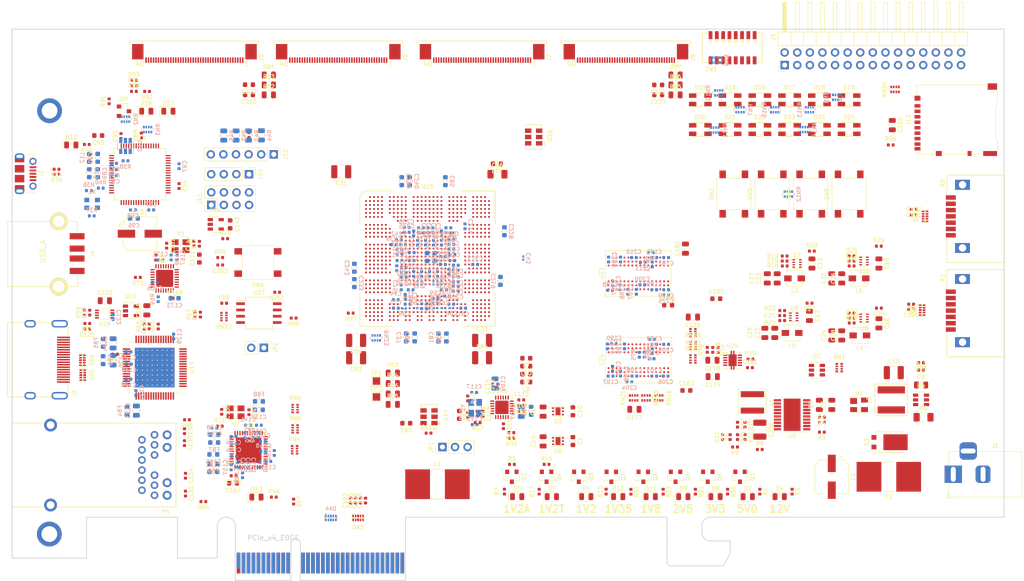
<source format=kicad_pcb>
(kicad_pcb (version 20171130) (host pcbnew 5.0.1)
  (layers (0 F.Cu signal) (31 B.Cu signal) (34 B.Paste user) (35 F.Paste user) (36 B.SilkS user) (37 F.SilkS user) (38 B.Mask user) (39 F.Mask user) (44 Edge.Cuts user))
  (net 0 "")
  (net 1 "/PCIe + SATA/DCU1_REFCLK-")
  (net 2 "/PCIe + SATA/DCU1_REFCLK+")
  (net 3 DDR3_A4)
  (net 4 DDR3_A6)
  (net 5 DDR3_A5)
  (net 6 DDR3_A7)
  (net 7 /DDR3/DDR3_VTT)
  (net 8 "Net-(RN2-Pad5)")
  (net 9 "Net-(RN2-Pad6)")
  (net 10 "Net-(R38-Pad2)")
  (net 11 "Net-(RN2-Pad7)")
  (net 12 +3V3)
  (net 13 /Power/1V2_EN)
  (net 14 /Power/2V5_EN)
  (net 15 /Power/1V35_EN)
  (net 16 "Net-(RN1-Pad4)")
  (net 17 +5V)
  (net 18 "Net-(RN1-Pad5)")
  (net 19 USD_D0)
  (net 20 USD_D3)
  (net 21 USD_CMD)
  (net 22 USD_D2)
  (net 23 "Net-(RN23-Pad1)")
  (net 24 GND)
  (net 25 "/FPGA IO/CFG0")
  (net 26 "Net-(RN23-Pad8)")
  (net 27 "/FPGA IO/CFG1")
  (net 28 "/FPGA IO/CFG2")
  (net 29 "/FPGA IO/FLASH_D3")
  (net 30 "/FPGA IO/FLASH_D1")
  (net 31 "/FPGA IO/FLASH_D2")
  (net 32 "/FPGA IO/FLASH_D0")
  (net 33 DDR3_WE)
  (net 34 DDR3_CKE)
  (net 35 DDR3_CS)
  (net 36 DDR3_ODT)
  (net 37 DDR3_CAS)
  (net 38 DDR3_BA2)
  (net 39 DDR3_RAS)
  (net 40 DDR3_BA1)
  (net 41 DDR3_A12)
  (net 42 DDR3_A14)
  (net 43 DDR3_A13)
  (net 44 DDR3_BA0)
  (net 45 DDR3_A11)
  (net 46 DDR3_A9)
  (net 47 DDR3_A10)
  (net 48 DDR3_A8)
  (net 49 DDR3_A0)
  (net 50 DDR3_A2)
  (net 51 DDR3_A1)
  (net 52 DDR3_A3)
  (net 53 "/HDMI, GbE, USB/ETH_LED2")
  (net 54 ETH_~RESET)
  (net 55 "/HDMI, GbE, USB/ETH_LED1")
  (net 56 RGMII_REF_CLK)
  (net 57 "Net-(D18-Pad4)")
  (net 58 "Net-(D20-Pad4)")
  (net 59 "Net-(D19-Pad4)")
  (net 60 "Net-(D21-Pad4)")
  (net 61 "Net-(D25-Pad4)")
  (net 62 "Net-(D23-Pad4)")
  (net 63 "Net-(D24-Pad4)")
  (net 64 "Net-(D22-Pad4)")
  (net 65 FTDI_D1_RX)
  (net 66 FTDI_~WR)
  (net 67 FTDI_~RD)
  (net 68 FTDI_~SIWU)
  (net 69 RGMII_RXD0)
  (net 70 RGMII_RXD2)
  (net 71 RGMII_RXD1)
  (net 72 RGMII_RXD3)
  (net 73 RGMII_RX_DV)
  (net 74 ETH_MDIO)
  (net 75 RGMII_RX_CLK)
  (net 76 ETH_INT_N)
  (net 77 "Net-(D17-Pad1)")
  (net 78 "Net-(D16-Pad1)")
  (net 79 "Net-(D14-Pad1)")
  (net 80 "Net-(D15-Pad1)")
  (net 81 DIP_SW1)
  (net 82 DIP_SW0)
  (net 83 DIP_SW2)
  (net 84 DIP_SW3)
  (net 85 DIP_SW7)
  (net 86 DIP_SW6)
  (net 87 DIP_SW4)
  (net 88 DIP_SW5)
  (net 89 "Net-(D14-Pad4)")
  (net 90 "Net-(D16-Pad4)")
  (net 91 "Net-(D15-Pad4)")
  (net 92 "Net-(D17-Pad4)")
  (net 93 "Net-(D21-Pad1)")
  (net 94 "Net-(D20-Pad1)")
  (net 95 "Net-(D18-Pad1)")
  (net 96 "Net-(D19-Pad1)")
  (net 97 BTN1)
  (net 98 BTN0)
  (net 99 BTN2)
  (net 100 BTN3)
  (net 101 "Net-(D25-Pad1)")
  (net 102 "Net-(D24-Pad1)")
  (net 103 "Net-(D22-Pad1)")
  (net 104 "Net-(D23-Pad1)")
  (net 105 "/FPGA IO/VCCIO7")
  (net 106 "Net-(R44-Pad2)")
  (net 107 JTAG_TDO)
  (net 108 JTAG_TDI)
  (net 109 "Net-(R43-Pad2)")
  (net 110 "Net-(R42-Pad2)")
  (net 111 JTAG_TCK)
  (net 112 JTAG_TMS)
  (net 113 "Net-(R45-Pad2)")
  (net 114 "/PCIe + SATA/CLKAUXO+")
  (net 115 "/PCIe + SATA/CLK150M-")
  (net 116 +1V8)
  (net 117 +2V5)
  (net 118 "/PCIe + SATA/CLKAUXO-")
  (net 119 "/FPGA IO/VCCIO6")
  (net 120 "/PCIe + SATA/CLK150M+")
  (net 121 CLK_SDA)
  (net 122 "Net-(R36-Pad2)")
  (net 123 FPGA_12MHz)
  (net 124 "/PCIe + SATA/PCIe_REFCLK+")
  (net 125 "/PCIe + SATA/PCIe_REFCLK-")
  (net 126 PCIe_12V)
  (net 127 "Net-(D13-Pad2)")
  (net 128 ~PERST)
  (net 129 "Net-(P3-PadA11)")
  (net 130 "Net-(D12-Pad2)")
  (net 131 "Net-(R40-Pad1)")
  (net 132 "Net-(R39-Pad1)")
  (net 133 "Net-(R38-Pad1)")
  (net 134 "Net-(R12-Pad2)")
  (net 135 "/PCIe + SATA/3V3_C")
  (net 136 "/PCIe + SATA/3V3_CA")
  (net 137 "Net-(R57-Pad1)")
  (net 138 "Net-(R58-Pad2)")
  (net 139 FABRIC_REFCLK)
  (net 140 "/HDMI, GbE, USB/PORT_SCL")
  (net 141 "/HDMI, GbE, USB/PORT_SDA")
  (net 142 "Net-(C121-Pad1)")
  (net 143 "Net-(R62-Pad1)")
  (net 144 /Power/3V3_PG)
  (net 145 "Net-(D27-Pad2)")
  (net 146 "/FPGA IO/~PROGRAM")
  (net 147 "Net-(R80-Pad1)")
  (net 148 "Net-(R81-Pad1)")
  (net 149 "/FPGA IO/FLASH_~CS")
  (net 150 "/FPGA IO/FLASH_CLK")
  (net 151 "/FPGA IO/DONE")
  (net 152 "Net-(Q9-Pad1)")
  (net 153 "Net-(D26-Pad2)")
  (net 154 "Net-(R79-Pad1)")
  (net 155 "/FPGA IO/~INIT")
  (net 156 "Net-(C9-Pad1)")
  (net 157 "Net-(C11-Pad1)")
  (net 158 "Net-(Q2-Pad3)")
  (net 159 "Net-(D5-Pad1)")
  (net 160 /Power/1V2_PG)
  (net 161 USD_D1)
  (net 162 USD_CLK)
  (net 163 "Net-(R97-Pad1)")
  (net 164 "Net-(Q2-Pad1)")
  (net 165 +1V2A)
  (net 166 "Net-(R5-Pad2)")
  (net 167 "Net-(D2-Pad2)")
  (net 168 "Net-(C7-Pad1)")
  (net 169 "Net-(D4-Pad2)")
  (net 170 +12V)
  (net 171 "Net-(R74-Pad1)")
  (net 172 "/Debug Interface/PORT_D-")
  (net 173 "/Debug Interface/FTDI_D-")
  (net 174 "/Debug Interface/FTDI_D+")
  (net 175 "/Debug Interface/PORT_D+")
  (net 176 "Net-(C22-Pad2)")
  (net 177 "Net-(R71-Pad2)")
  (net 178 "/HDMI, GbE, USB/USB_XO")
  (net 179 "/HDMI, GbE, USB/USB_XI")
  (net 180 "Net-(R73-Pad1)")
  (net 181 "/HDMI, GbE, USB/USBA_VBUS")
  (net 182 "/HDMI, GbE, USB/EXTVBUS")
  (net 183 DVI_SCL)
  (net 184 DVI_SDA)
  (net 185 CLK_SCL)
  (net 186 "Net-(R70-Pad1)")
  (net 187 "Net-(C175-Pad2)")
  (net 188 DDR3_CLK+)
  (net 189 "Net-(P4-Pad16)")
  (net 190 "Net-(R66-Pad1)")
  (net 191 "Net-(R65-Pad1)")
  (net 192 "/HDMI, GbE, USB/HDMI_HPD")
  (net 193 DDR3_CLK-)
  (net 194 "Net-(C179-Pad1)")
  (net 195 +1V35)
  (net 196 +1V2)
  (net 197 "Net-(D10-Pad2)")
  (net 198 "Net-(P4-Pad14)")
  (net 199 "Net-(C12-Pad2)")
  (net 200 "Net-(D6-Pad2)")
  (net 201 +1V2T)
  (net 202 "Net-(Q4-Pad1)")
  (net 203 "Net-(Q4-Pad3)")
  (net 204 "Net-(D7-Pad1)")
  (net 205 "Net-(C19-Pad2)")
  (net 206 "Net-(C20-Pad2)")
  (net 207 "Net-(C21-Pad2)")
  (net 208 "/Debug Interface/FTDI_12MHz")
  (net 209 "Net-(D11-Pad2)")
  (net 210 /Power/2V5_PG)
  (net 211 /Power/1V35_PG)
  (net 212 /Power/1V8_PG)
  (net 213 "Net-(D8-Pad2)")
  (net 214 "Net-(D9-Pad2)")
  (net 215 "Net-(C8-Pad2)")
  (net 216 "Net-(C8-Pad1)")
  (net 217 /Power/PWR_EN)
  (net 218 "/HDMI, GbE, USB/HDMI_5V")
  (net 219 "Net-(U17-Pad3)")
  (net 220 "Net-(D9-Pad1)")
  (net 221 "Net-(D11-Pad1)")
  (net 222 "Net-(D26-Pad1)")
  (net 223 "Net-(D2-Pad1)")
  (net 224 "Net-(D6-Pad1)")
  (net 225 "Net-(D10-Pad1)")
  (net 226 "Net-(D8-Pad1)")
  (net 227 "Net-(U1-Pad3)")
  (net 228 DDR3_Vref)
  (net 229 DDR3_Vtt_EN)
  (net 230 "Net-(U5-Pad2)")
  (net 231 "Net-(L1-Pad1)")
  (net 232 "Net-(C11-Pad2)")
  (net 233 "Net-(U13-Pad3)")
  (net 234 "/Debug Interface/Vphy")
  (net 235 "/Debug Interface/Vpll")
  (net 236 "/Debug Interface/JTAG_ACT")
  (net 237 "Net-(U13-Pad22)")
  (net 238 "Net-(U13-Pad23)")
  (net 239 "Net-(U13-Pad24)")
  (net 240 "Net-(U13-Pad26)")
  (net 241 "Net-(U13-Pad27)")
  (net 242 "Net-(U13-Pad28)")
  (net 243 "Net-(U13-Pad29)")
  (net 244 "Net-(U13-Pad30)")
  (net 245 "Net-(U13-Pad32)")
  (net 246 "Net-(U13-Pad33)")
  (net 247 "Net-(U13-Pad34)")
  (net 248 "Net-(U13-Pad36)")
  (net 249 FTDI_D0_TX)
  (net 250 FTDI_D2)
  (net 251 FTDI_D3)
  (net 252 FTDI_D4)
  (net 253 FTDI_D5)
  (net 254 FTDI_D6)
  (net 255 FTDI_D7)
  (net 256 FTDI_~RXF)
  (net 257 "Net-(U13-Pad49)")
  (net 258 "Net-(U13-Pad50)")
  (net 259 FTDI_~TXE)
  (net 260 "Net-(U13-Pad57)")
  (net 261 "Net-(U13-Pad58)")
  (net 262 "Net-(U13-Pad59)")
  (net 263 "Net-(U13-Pad60)")
  (net 264 "/HDMI, GbE, USB/DVI_DVDD")
  (net 265 DVI_DE)
  (net 266 DVI_HSYNC)
  (net 267 DVI_VSYNC)
  (net 268 "Net-(U19-Pad11)")
  (net 269 "/HDMI, GbE, USB/DVI_PVDD")
  (net 270 "/HDMI, GbE, USB/TMDS_CLK-")
  (net 271 "/HDMI, GbE, USB/TMDS_CLK+")
  (net 272 "/HDMI, GbE, USB/DVI_TVDD")
  (net 273 "/HDMI, GbE, USB/TMDS_D0-")
  (net 274 "/HDMI, GbE, USB/TMDS_D0+")
  (net 275 "/HDMI, GbE, USB/TMDS_D1-")
  (net 276 "/HDMI, GbE, USB/TMDS_D1+")
  (net 277 "/HDMI, GbE, USB/TMDS_D2-")
  (net 278 "/HDMI, GbE, USB/TMDS_D2+")
  (net 279 DVI_D23)
  (net 280 DVI_D22)
  (net 281 DVI_D21)
  (net 282 DVI_D20)
  (net 283 DVI_D19)
  (net 284 DVI_D18)
  (net 285 DVI_D17)
  (net 286 DVI_D16)
  (net 287 DVI_D15)
  (net 288 DVI_D14)
  (net 289 DVI_D13)
  (net 290 DVI_D12)
  (net 291 "Net-(U19-Pad49)")
  (net 292 DVI_D11)
  (net 293 DVI_D10)
  (net 294 DVI_D9)
  (net 295 DVI_D8)
  (net 296 DVI_D7)
  (net 297 DVI_D6)
  (net 298 DVI_CLK)
  (net 299 DVI_D5)
  (net 300 DVI_D4)
  (net 301 DVI_D3)
  (net 302 DVI_D2)
  (net 303 DVI_D1)
  (net 304 DVI_D0)
  (net 305 "/HDMI, GbE, USB/AVDDH")
  (net 306 "/HDMI, GbE, USB/MX4-")
  (net 307 "/HDMI, GbE, USB/MX4+")
  (net 308 "/HDMI, GbE, USB/AVDDL")
  (net 309 "/HDMI, GbE, USB/MX3-")
  (net 310 "/HDMI, GbE, USB/MX3+")
  (net 311 "/HDMI, GbE, USB/MX2-")
  (net 312 "/HDMI, GbE, USB/MX2+")
  (net 313 "/HDMI, GbE, USB/MX1-")
  (net 314 "/HDMI, GbE, USB/MX1+")
  (net 315 "Net-(U21-Pad13)")
  (net 316 RGMII_TXD0)
  (net 317 RGMII_TXD1)
  (net 318 RGMII_TXD2)
  (net 319 RGMII_TXD3)
  (net 320 RGMII_TX_CLK)
  (net 321 RGMII_TX_EN)
  (net 322 ETH_MDC)
  (net 323 "Net-(U21-Pad43)")
  (net 324 "/HDMI, GbE, USB/AVDDL_PLL")
  (net 325 "/HDMI, GbE, USB/ETH_XO")
  (net 326 "/HDMI, GbE, USB/ETH_XI")
  (net 327 "Net-(U21-Pad47)")
  (net 328 "Net-(U22-Pad3)")
  (net 329 "Net-(U22-Pad5)")
  (net 330 "/HDMI, GbE, USB/USBA_D+")
  (net 331 "/HDMI, GbE, USB/USBA_D-")
  (net 332 ULPI_RESET)
  (net 333 ULPI_NXT)
  (net 334 ULPI_DIR)
  (net 335 ULPI_STP)
  (net 336 ULPI_CLKO)
  (net 337 "/HDMI, GbE, USB/USB1V8")
  (net 338 ULPI_D7)
  (net 339 ULPI_D6)
  (net 340 ULPI_D5)
  (net 341 ULPI_D4)
  (net 342 ULPI_D3)
  (net 343 ULPI_D2)
  (net 344 ULPI_D1)
  (net 345 ULPI_D0)
  (net 346 "Net-(C117-Pad1)")
  (net 347 "Net-(C115-Pad2)")
  (net 348 CLK_SD_OE)
  (net 349 "Net-(U16-Pad11)")
  (net 350 "Net-(U16-Pad12)")
  (net 351 "/PCIe + SATA/1V8_C")
  (net 352 "Net-(U16-Pad16)")
  (net 353 "/PCIe + SATA/DCU0_REFCLK-")
  (net 354 "/PCIe + SATA/DCU0_REFCLK+")
  (net 355 "Net-(U16-Pad24)")
  (net 356 DDR3_DQ13)
  (net 357 DDR3_DQ15)
  (net 358 DDR3_DQ12)
  (net 359 DDR3_DQS1-)
  (net 360 DDR3_DQ14)
  (net 361 DDR3_DQ11)
  (net 362 DDR3_DQ9)
  (net 363 DDR3_DQS1+)
  (net 364 DDR3_DQ10)
  (net 365 DDR3_DM1)
  (net 366 DDR3_DQ8)
  (net 367 DDR3_DQ0)
  (net 368 DDR3_DM0)
  (net 369 DDR3_DQ2)
  (net 370 DDR3_DQS0+)
  (net 371 DDR3_DQ1)
  (net 372 DDR3_DQ3)
  (net 373 DDR3_DQ6)
  (net 374 DDR3_DQS0-)
  (net 375 DDR3_DQ4)
  (net 376 DDR3_DQ7)
  (net 377 DDR3_DQ5)
  (net 378 "Net-(U23-PadJ1)")
  (net 379 "Net-(U23-PadJ9)")
  (net 380 "Net-(U23-PadL1)")
  (net 381 "Net-(U23-PadL9)")
  (net 382 "Net-(U23-PadM7)")
  (net 383 DDR3_RESET)
  (net 384 "Net-(U24-PadM7)")
  (net 385 "Net-(U24-PadL9)")
  (net 386 "Net-(U24-PadL1)")
  (net 387 "Net-(U24-PadJ9)")
  (net 388 "Net-(U24-PadJ1)")
  (net 389 DDR3_DQ21)
  (net 390 DDR3_DQ23)
  (net 391 DDR3_DQ20)
  (net 392 DDR3_DQS2-)
  (net 393 DDR3_DQ22)
  (net 394 DDR3_DQ19)
  (net 395 DDR3_DQ17)
  (net 396 DDR3_DQS2+)
  (net 397 DDR3_DQ18)
  (net 398 DDR3_DM2)
  (net 399 DDR3_DQ16)
  (net 400 DDR3_DQ24)
  (net 401 DDR3_DM3)
  (net 402 DDR3_DQ26)
  (net 403 DDR3_DQS3+)
  (net 404 DDR3_DQ25)
  (net 405 DDR3_DQ27)
  (net 406 DDR3_DQ30)
  (net 407 DDR3_DQS3-)
  (net 408 DDR3_DQ28)
  (net 409 DDR3_DQ31)
  (net 410 DDR3_DQ29)
  (net 411 "Net-(X1-Pad1)")
  (net 412 "Net-(L4-Pad1)")
  (net 413 "Net-(L5-Pad1)")
  (net 414 "Net-(L3-Pad1)")
  (net 415 "Net-(L6-Pad1)")
  (net 416 "Net-(C111-Pad1)")
  (net 417 "/FPGA Core Power/VCCHTX1")
  (net 418 "/FPGA Core Power/VCCHTX0")
  (net 419 "/FPGA Core Power/VCCA0")
  (net 420 "/FPGA Core Power/VCCAUX")
  (net 421 "/FPGA Core Power/VCCA1")
  (net 422 "/PCIe + SATA/SATA1_A+")
  (net 423 "/PCIe + SATA/SATA1_A-")
  (net 424 "/PCIe + SATA/DCU1_RX1-")
  (net 425 "/PCIe + SATA/DCU1_RX1+")
  (net 426 "/PCIe + SATA/SATA0_A+")
  (net 427 "/PCIe + SATA/SATA0_A-")
  (net 428 "/PCIe + SATA/DCU1_RX0-")
  (net 429 "/PCIe + SATA/DCU1_RX0+")
  (net 430 "/PCIe + SATA/PCIe_HSI0+")
  (net 431 "/PCIe + SATA/PCIe_HSI0-")
  (net 432 "/PCIe + SATA/PCIe_HSI1+")
  (net 433 "/PCIe + SATA/PCIe_HSI1-")
  (net 434 "/PCIe + SATA/DCU0_RX0+")
  (net 435 "/PCIe + SATA/DCU0_RX0-")
  (net 436 "/PCIe + SATA/DCU0_RX1+")
  (net 437 "/PCIe + SATA/DCU0_RX1-")
  (net 438 "Net-(U6-Pad2)")
  (net 439 "Net-(U6-Pad5)")
  (net 440 "Net-(U3-Pad5)")
  (net 441 "Net-(U3-Pad2)")
  (net 442 "Net-(U10-Pad4)")
  (net 443 "Net-(U9-Pad4)")
  (net 444 "Net-(U8-Pad4)")
  (net 445 "Net-(U7-Pad4)")
  (net 446 "Net-(J5-Pad38)")
  (net 447 "/FPGA IO/EXT0_11-")
  (net 448 "/FPGA IO/EXT0_11+")
  (net 449 "/FPGA IO/EXT0_10-")
  (net 450 "/FPGA IO/EXT0_10+")
  (net 451 "/FPGA IO/EXT0_9-")
  (net 452 "/FPGA IO/EXT0_9+")
  (net 453 "/FPGA IO/EXT0_8-")
  (net 454 "/FPGA IO/EXT0_8+")
  (net 455 "/FPGA IO/EXT0_7-")
  (net 456 "/FPGA IO/EXT0_7+")
  (net 457 "/FPGA IO/EXT0_6-")
  (net 458 "/FPGA IO/EXT0_6+")
  (net 459 "/FPGA IO/EXT0_5-")
  (net 460 "/FPGA IO/EXT0_5+")
  (net 461 "/FPGA IO/EXT0_4-")
  (net 462 "/FPGA IO/EXT0_4+")
  (net 463 "/FPGA IO/EXT0_3-")
  (net 464 "/FPGA IO/EXT0_3+")
  (net 465 "/FPGA IO/EXT0_2-")
  (net 466 "/FPGA IO/EXT0_2+")
  (net 467 "/FPGA IO/EXT0_1-")
  (net 468 "/FPGA IO/EXT0_1+")
  (net 469 "/FPGA IO/EXT0_0-")
  (net 470 "/FPGA IO/EXT0_0+")
  (net 471 "/FPGA IO/EXT3_0+")
  (net 472 "/FPGA IO/EXT3_0-")
  (net 473 "/FPGA IO/EXT3_1+")
  (net 474 "/FPGA IO/EXT3_1-")
  (net 475 "/FPGA IO/EXT3_2+")
  (net 476 "/FPGA IO/EXT3_2-")
  (net 477 "/FPGA IO/EXT3_3+")
  (net 478 "/FPGA IO/EXT3_3-")
  (net 479 "/FPGA IO/EXT3_4+")
  (net 480 "/FPGA IO/EXT3_4-")
  (net 481 "/FPGA IO/EXT3_5+")
  (net 482 "/FPGA IO/EXT3_5-")
  (net 483 "/FPGA IO/EXT3_6+")
  (net 484 "/FPGA IO/EXT3_6-")
  (net 485 "/FPGA IO/EXT3_7+")
  (net 486 "/FPGA IO/EXT3_7-")
  (net 487 "/FPGA IO/EXT3_8+")
  (net 488 "/FPGA IO/EXT3_8-")
  (net 489 "/FPGA IO/EXT3_9+")
  (net 490 "/FPGA IO/EXT3_9-")
  (net 491 "/FPGA IO/EXT3_10+")
  (net 492 "/FPGA IO/EXT3_10-")
  (net 493 "/FPGA IO/EXT3_11+")
  (net 494 "/FPGA IO/EXT3_11-")
  (net 495 "Net-(J8-Pad38)")
  (net 496 "Net-(J6-Pad38)")
  (net 497 "/FPGA IO/EXT1_11-")
  (net 498 "/FPGA IO/EXT1_11+")
  (net 499 "/FPGA IO/EXT1_10-")
  (net 500 "/FPGA IO/EXT1_10+")
  (net 501 "/FPGA IO/EXT1_9-")
  (net 502 "/FPGA IO/EXT1_9+")
  (net 503 "/FPGA IO/EXT1_8-")
  (net 504 "/FPGA IO/EXT1_8+")
  (net 505 "/FPGA IO/EXT1_7-")
  (net 506 "/FPGA IO/EXT1_7+")
  (net 507 "/FPGA IO/EXT1_6-")
  (net 508 "/FPGA IO/EXT1_6+")
  (net 509 "/FPGA IO/EXT1_5-")
  (net 510 "/FPGA IO/EXT1_5+")
  (net 511 "/FPGA IO/EXT1_4-")
  (net 512 "/FPGA IO/EXT1_4+")
  (net 513 "/FPGA IO/EXT1_3-")
  (net 514 "/FPGA IO/EXT1_3+")
  (net 515 "/FPGA IO/EXT1_2-")
  (net 516 "/FPGA IO/EXT1_2+")
  (net 517 "/FPGA IO/EXT1_1-")
  (net 518 "/FPGA IO/EXT1_1+")
  (net 519 "/FPGA IO/EXT1_0-")
  (net 520 "/FPGA IO/EXT1_0+")
  (net 521 "/FPGA IO/EXT2_0+")
  (net 522 "/FPGA IO/EXT2_0-")
  (net 523 "/FPGA IO/EXT2_1+")
  (net 524 "/FPGA IO/EXT2_1-")
  (net 525 "/FPGA IO/EXT2_2+")
  (net 526 "/FPGA IO/EXT2_2-")
  (net 527 "/FPGA IO/EXT2_3+")
  (net 528 "/FPGA IO/EXT2_3-")
  (net 529 "/FPGA IO/EXT2_4+")
  (net 530 "/FPGA IO/EXT2_4-")
  (net 531 "/FPGA IO/EXT2_5+")
  (net 532 "/FPGA IO/EXT2_5-")
  (net 533 "/FPGA IO/EXT2_6+")
  (net 534 "/FPGA IO/EXT2_6-")
  (net 535 "/FPGA IO/EXT2_7+")
  (net 536 "/FPGA IO/EXT2_7-")
  (net 537 "/FPGA IO/EXT2_8+")
  (net 538 "/FPGA IO/EXT2_8-")
  (net 539 "/FPGA IO/EXT2_9+")
  (net 540 "/FPGA IO/EXT2_9-")
  (net 541 "/FPGA IO/EXT2_10+")
  (net 542 "/FPGA IO/EXT2_10-")
  (net 543 "/FPGA IO/EXT2_11+")
  (net 544 "/FPGA IO/EXT2_11-")
  (net 545 "Net-(J7-Pad38)")
  (net 546 "Net-(C132-Pad1)")
  (net 547 "Net-(C135-Pad1)")
  (net 548 "Net-(C133-Pad1)")
  (net 549 "Net-(C134-Pad1)")
  (net 550 "Net-(P3-PadB5)")
  (net 551 "Net-(P3-PadB6)")
  (net 552 "Net-(P3-PadB8)")
  (net 553 "Net-(P3-PadB9)")
  (net 554 "Net-(P3-PadB10)")
  (net 555 PCIe_~WAKE)
  (net 556 "Net-(P3-PadB12)")
  (net 557 "/PCIe + SATA/~PRSNT2~_X1")
  (net 558 "Net-(P3-PadB23)")
  (net 559 "Net-(P3-PadB24)")
  (net 560 "Net-(P3-PadB27)")
  (net 561 "Net-(P3-PadB28)")
  (net 562 "Net-(P3-PadB30)")
  (net 563 "/PCIe + SATA/~PRSNT2~_X4")
  (net 564 "/PCIe + SATA/~PRSNT1")
  (net 565 "Net-(P3-PadA5)")
  (net 566 "Net-(P3-PadA6)")
  (net 567 "Net-(P3-PadA7)")
  (net 568 "Net-(P3-PadA8)")
  (net 569 "Net-(P3-PadA9)")
  (net 570 "Net-(P3-PadA10)")
  (net 571 "Net-(P3-PadA19)")
  (net 572 "Net-(P3-PadA25)")
  (net 573 "Net-(P3-PadA26)")
  (net 574 "Net-(P3-PadA29)")
  (net 575 "Net-(P3-PadA30)")
  (net 576 "Net-(P3-PadA32)")
  (net 577 "Net-(U14-Pad2)")
  (net 578 "Net-(U14-Pad1)")
  (net 579 "Net-(U26-Pad1)")
  (net 580 "Net-(U26-Pad2)")
  (net 581 "/FPGA IO/CLK100+")
  (net 582 "/FPGA IO/CLK100-")
  (net 583 "Net-(J3-Pad14)")
  (net 584 "Net-(J3-Pad13)")
  (net 585 LED2)
  (net 586 LED11)
  (net 587 LED10)
  (net 588 LED0)
  (net 589 LED1)
  (net 590 LED3)
  (net 591 LED4)
  (net 592 LED5)
  (net 593 LED6)
  (net 594 LED7)
  (net 595 LED8)
  (net 596 LED9)
  (net 597 "Net-(F2-Pad2)")
  (net 598 "Net-(U15-PadR1)")
  (net 599 "Net-(U15-PadY1)")
  (net 600 "Net-(U15-PadAB1)")
  (net 601 "Net-(U15-PadAC1)")
  (net 602 "Net-(U15-PadAD1)")
  (net 603 "Net-(U15-PadAE1)")
  (net 604 "Net-(U15-PadA2)")
  (net 605 "Net-(U15-PadT2)")
  (net 606 "Net-(U15-PadW2)")
  (net 607 "Net-(U15-PadAB2)")
  (net 608 "Net-(U15-PadAC2)")
  (net 609 "Net-(U15-PadAE2)")
  (net 610 "Net-(U15-PadAG2)")
  (net 611 "Net-(U15-PadA3)")
  (net 612 "Net-(U15-PadV3)")
  (net 613 "Net-(U15-PadW3)")
  (net 614 "Net-(U15-PadY3)")
  (net 615 "Net-(U15-PadAC3)")
  (net 616 "Net-(U15-PadAD3)")
  (net 617 "Net-(U15-PadAE3)")
  (net 618 "Net-(U15-PadAG3)")
  (net 619 "Net-(U15-PadAL3)")
  (net 620 "Net-(U15-PadB4)")
  (net 621 "Net-(U15-PadH4)")
  (net 622 "Net-(U15-PadAC4)")
  (net 623 "Net-(U15-PadA5)")
  (net 624 "Net-(U15-PadL5)")
  (net 625 "Net-(U15-PadW6)")
  (net 626 "Net-(U15-PadD7)")
  (net 627 "Net-(U15-PadE7)")
  (net 628 "Net-(U15-PadAE7)")
  (net 629 "Net-(U15-PadG9)")
  (net 630 "/PCIe + SATA/DCU0_TX0+")
  (net 631 "Net-(U15-PadG10)")
  (net 632 "/PCIe + SATA/DCU0_TX0-")
  (net 633 "Net-(U15-PadG11)")
  (net 634 "/PCIe + SATA/DCU0_TX1+")
  (net 635 "/PCIe + SATA/DCU0_TX1-")
  (net 636 "/FPGA IO/PMOD1_10")
  (net 637 "/FPGA IO/PMOD1_9")
  (net 638 "Net-(U15-PadG14)")
  (net 639 "Net-(U15-PadG15)")
  (net 640 "Net-(U15-PadAK15)")
  (net 641 "Net-(U15-PadG16)")
  (net 642 "Net-(U15-PadAK16)")
  (net 643 "Net-(U15-PadG17)")
  (net 644 "Net-(U15-PadG18)")
  (net 645 "/PCIe + SATA/DCU1_TX0+")
  (net 646 "Net-(U15-PadG19)")
  (net 647 "/PCIe + SATA/DCU1_TX0-")
  (net 648 "/FPGA IO/PMOD1_8")
  (net 649 "/FPGA IO/PMOD1_7")
  (net 650 "/PCIe + SATA/DCU1_TX1+")
  (net 651 "/PCIe + SATA/DCU1_TX1-")
  (net 652 "/FPGA IO/EXIO_5")
  (net 653 "/FPGA IO/EXIO_4")
  (net 654 "/FPGA IO/EXIO_3")
  (net 655 "Net-(U15-PadG22)")
  (net 656 "/FPGA IO/PMOD1_3")
  (net 657 "/FPGA IO/PMOD1_2")
  (net 658 "/FPGA IO/PMOD1_0")
  (net 659 "/FPGA IO/PMOD1_1")
  (net 660 "/FPGA IO/EXIO_2")
  (net 661 "Net-(U15-PadG23)")
  (net 662 "/FPGA IO/EXIO_1")
  (net 663 "/FPGA IO/PMOD0_10")
  (net 664 "/FPGA IO/EXIO_0")
  (net 665 "/FPGA IO/PMOD0_9")
  (net 666 "Net-(U15-PadG24)")
  (net 667 "Net-(U15-PadAG24)")
  (net 668 "Net-(U15-PadAK24)")
  (net 669 "/FPGA IO/PMOD0_8")
  (net 670 "/FPGA IO/PMOD0_3")
  (net 671 "/FPGA IO/PMOD0_7")
  (net 672 "/FPGA IO/PMOD0_2")
  (net 673 "/FPGA IO/PMOD0_1")
  (net 674 "Net-(U15-PadAK25)")
  (net 675 "/FPGA IO/PMOD0_0")
  (net 676 "Net-(U15-PadB26)")
  (net 677 "Net-(U15-PadE26)")
  (net 678 "Net-(U15-PadR26)")
  (net 679 "Net-(U15-PadT26)")
  (net 680 "Net-(U15-PadAE26)")
  (net 681 "Net-(U15-PadH27)")
  (net 682 "Net-(U15-PadJ27)")
  (net 683 "Net-(U15-PadK27)")
  (net 684 "Net-(U15-PadW27)")
  (net 685 "Net-(U15-PadC28)")
  (net 686 "Net-(U15-PadD28)")
  (net 687 "Net-(U15-PadH28)")
  (net 688 "Net-(U15-PadL28)")
  (net 689 "Net-(U15-PadP28)")
  (net 690 "Net-(U15-PadAC28)")
  (net 691 "Net-(U15-PadAE28)")
  (net 692 "Net-(U15-PadC29)")
  (net 693 "Net-(U15-PadD29)")
  (net 694 "Net-(U15-PadH29)")
  (net 695 "Net-(U15-PadP29)")
  (net 696 "Net-(U15-PadAB29)")
  (net 697 "Net-(U15-PadAC29)")
  (net 698 "Net-(U15-PadAE29)")
  (net 699 "Net-(U15-PadAJ29)")
  (net 700 "Net-(U15-PadC30)")
  (net 701 "Net-(U15-PadP30)")
  (net 702 "Net-(U15-PadR30)")
  (net 703 "Net-(U15-PadV30)")
  (net 704 "Net-(U15-PadAB30)")
  (net 705 "Net-(U15-PadAE30)")
  (net 706 "Net-(U15-PadAJ30)")
  (net 707 "Net-(U15-PadA31)")
  (net 708 "Net-(U15-PadF31)")
  (net 709 "Net-(U15-PadH31)")
  (net 710 "Net-(U15-PadP31)")
  (net 711 "Net-(U15-PadAG31)")
  (net 712 "Net-(U15-PadAK31)")
  (net 713 "Net-(U15-PadE32)")
  (net 714 "Net-(U15-PadF32)")
  (net 715 "Net-(U15-PadH32)")
  (net 716 "Net-(U15-PadAG32)")
  (net 717 "Net-(J2-Pad1)")
  (net 718 "Net-(J2-Pad4)")
  (module "Custom Parts:PCIe_EDGE_x4" (layer F.Cu) (at 92.9 131.4)
    (fp_text reference P3 hide)
    (fp_text value PCIe_x4_EDGE (at 0 -5.08) (layer Edge.Cuts))
    (fp_arc (start 88.15 -6.2) (end 86.4 -6.2) (angle -90) (layer Edge.Cuts) (width 0.15))
    (fp_arc (start 88.15 -7.5) (end 88.15 -9.25) (angle -90) (layer Edge.Cuts) (width 0.15))
    (fp_line (start 90.7 0.55) (end 92.1 -1.88) (layer Edge.Cuts) (width 0.15))
    (fp_line (start 79.9 0.55) (end 79.4 0.05) (layer Edge.Cuts) (width 0.15))
    (fp_line (start 92.1 -4.45) (end 88.15 -4.45) (layer Edge.Cuts) (width 0.15))
    (fp_line (start 86.4 -6.2) (end 86.4 -7.5) (layer Edge.Cuts) (width 0.15))
    (fp_line (start 88.15 -9.25) (end 105.4 -9.25) (layer Edge.Cuts) (width 0.15))
    (fp_line (start 79.4 -4.45) (end 79.4 0.05) (layer Edge.Cuts) (width 0.15))
    (fp_line (start 79.9 0.55) (end 90.71 0.55) (layer Edge.Cuts) (width 0.15))
    (fp_line (start 92.1 -1.88) (end 92.1 -4.45) (layer Edge.Cuts) (width 0.15))
    (fp_line (start 79.4 -9.25) (end 79.4 -4.45) (layer Edge.Cuts) (width 0.15))
    (fp_line (start 76.6 -9.25) (end 79.4 -9.25) (layer Edge.Cuts) (width 0.15))
    (fp_line (start 26.65 -3.2) (end 26.65 -9.25) (layer Edge.Cuts) (width 0.15))
    (fp_line (start 26.65 -9.25) (end 76.65 -9.25) (layer Edge.Cuts) (width 0.15))
    (fp_line (start -52.65 -106.65) (end -52.65 -107.65) (layer Edge.Cuts) (width 0.15))
    (fp_line (start -52.65 -107.65) (end -19.3 -107.65) (layer Edge.Cuts) (width 0.15))
    (fp_line (start -19.3 -1) (end -19.3 -9.25) (layer Edge.Cuts) (width 0.15))
    (fp_line (start -19.3 -9.25) (end -37.65 -9.25) (layer Edge.Cuts) (width 0.15))
    (fp_line (start -37.65 -9.25) (end -37.65 -1) (layer Edge.Cuts) (width 0.15))
    (fp_line (start -37.65 -1) (end -52.65 -1) (layer Edge.Cuts) (width 0.15))
    (fp_line (start -52.65 -1) (end -52.65 -106.65) (layer Edge.Cuts) (width 0.15))
    (fp_line (start -19.3 -107.65) (end 3.7 -107.65) (layer Edge.Cuts) (width 0.15))
    (fp_line (start -11.9 -1) (end -19.3 -1) (layer Edge.Cuts) (width 0.15))
    (fp_line (start -11.3 -7.45) (end -11.3 -7.2) (layer Edge.Cuts) (width 0.15))
    (fp_line (start -11.3 -7.2) (end -11.3 -2.8) (layer Edge.Cuts) (width 0.15))
    (fp_line (start -11.3 -2.8) (end -11.3 -1) (layer Edge.Cuts) (width 0.15))
    (fp_line (start -11.3 -1) (end -11.9 -1) (layer Edge.Cuts) (width 0.15))
    (fp_line (start -7.65 -7.425) (end -7.65 -2.47) (layer Edge.Cuts) (width 0.15))
    (fp_arc (start -9.475 -7.425) (end -11.3 -7.425) (angle 180) (layer Edge.Cuts) (width 0.15))
    (fp_line (start 3.7 -107.65) (end 105.4 -107.65) (layer Edge.Cuts) (width 0.15))
    (fp_line (start -7.65 3.5) (end -6.9 3.5) (layer Edge.Cuts) (width 0.15))
    (fp_line (start -7.65 3.5) (end -7.65 -2.5) (layer Edge.Cuts) (width 0.15))
    (fp_line (start 26.65 3.5) (end 26.65 -3.2) (layer Edge.Cuts) (width 0.15))
    (fp_line (start 5.45 3.5) (end 26.65 3.5) (layer Edge.Cuts) (width 0.15))
    (fp_line (start 3.55 -3.95) (end 3.55 3.5) (layer Edge.Cuts) (width 0.15))
    (fp_line (start 3.55 3.5) (end -6.9 3.5) (layer Edge.Cuts) (width 0.15))
    (fp_line (start 5.45 -3.95) (end 5.45 3.5) (layer Edge.Cuts) (width 0.15))
    (fp_arc (start 4.5 -3.95) (end 3.55 -3.95) (angle 180) (layer Edge.Cuts) (width 0.15))
    (pad B1 smd rect (at -7 0) (size 0.75 4.2) (layers F.Cu F.Mask) (net 126 PCIe_12V))
    (pad B2 smd rect (at -6 0) (size 0.75 4.2) (layers F.Cu F.Mask) (net 126 PCIe_12V))
    (pad B3 smd rect (at -5 0) (size 0.75 4.2) (layers F.Cu F.Mask) (net 126 PCIe_12V))
    (pad B4 smd rect (at -4 0) (size 0.75 4.2) (layers F.Cu F.Mask) (net 24 GND))
    (pad B5 smd rect (at -3 0) (size 0.75 4.2) (layers F.Cu F.Mask) (net 550 "Net-(P3-PadB5)"))
    (pad B6 smd rect (at -2 0) (size 0.75 4.2) (layers F.Cu F.Mask) (net 551 "Net-(P3-PadB6)"))
    (pad B7 smd rect (at -1 0) (size 0.75 4.2) (layers F.Cu F.Mask) (net 24 GND))
    (pad B8 smd rect (at 0 0) (size 0.75 4.2) (layers F.Cu F.Mask) (net 552 "Net-(P3-PadB8)"))
    (pad B9 smd rect (at 1 0) (size 0.75 4.2) (layers F.Cu F.Mask) (net 553 "Net-(P3-PadB9)"))
    (pad B10 smd rect (at 2 0) (size 0.75 4.2) (layers F.Cu F.Mask) (net 554 "Net-(P3-PadB10)"))
    (pad B11 smd rect (at 3 0) (size 0.75 4.2) (layers F.Cu F.Mask) (net 555 PCIe_~WAKE))
    (pad B12 smd rect (at 6 0) (size 0.75 4.2) (layers F.Cu F.Mask) (net 556 "Net-(P3-PadB12)"))
    (pad B13 smd rect (at 7 0) (size 0.75 4.2) (layers F.Cu F.Mask) (net 24 GND))
    (pad B14 smd rect (at 8 0) (size 0.75 4.2) (layers F.Cu F.Mask) (net 434 "/PCIe + SATA/DCU0_RX0+"))
    (pad B15 smd rect (at 9 0) (size 0.75 4.2) (layers F.Cu F.Mask) (net 435 "/PCIe + SATA/DCU0_RX0-"))
    (pad B16 smd rect (at 10 0) (size 0.75 4.2) (layers F.Cu F.Mask) (net 24 GND))
    (pad B17 smd rect (at 11 0) (size 0.75 4.2) (layers F.Cu F.Mask) (net 557 "/PCIe + SATA/~PRSNT2~_X1"))
    (pad B18 smd rect (at 12 0) (size 0.75 4.2) (layers F.Cu F.Mask) (net 24 GND))
    (pad B19 smd rect (at 13 0) (size 0.75 4.2) (layers F.Cu F.Mask) (net 436 "/PCIe + SATA/DCU0_RX1+"))
    (pad B20 smd rect (at 14 0) (size 0.75 4.2) (layers F.Cu F.Mask) (net 437 "/PCIe + SATA/DCU0_RX1-"))
    (pad B21 smd rect (at 15 0) (size 0.75 4.2) (layers F.Cu F.Mask) (net 24 GND))
    (pad B22 smd rect (at 16 0) (size 0.75 4.2) (layers F.Cu F.Mask) (net 24 GND))
    (pad B23 smd rect (at 17 0) (size 0.75 4.2) (layers F.Cu F.Mask) (net 558 "Net-(P3-PadB23)"))
    (pad B24 smd rect (at 18 0) (size 0.75 4.2) (layers F.Cu F.Mask) (net 559 "Net-(P3-PadB24)"))
    (pad B25 smd rect (at 19 0) (size 0.75 4.2) (layers F.Cu F.Mask) (net 24 GND))
    (pad B26 smd rect (at 20 0) (size 0.75 4.2) (layers F.Cu F.Mask) (net 24 GND))
    (pad B27 smd rect (at 21 0) (size 0.75 4.2) (layers F.Cu F.Mask) (net 560 "Net-(P3-PadB27)"))
    (pad B28 smd rect (at 22 0) (size 0.75 4.2) (layers F.Cu F.Mask) (net 561 "Net-(P3-PadB28)"))
    (pad B29 smd rect (at 23 0) (size 0.75 4.2) (layers F.Cu F.Mask) (net 24 GND))
    (pad B30 smd rect (at 24 0) (size 0.75 4.2) (layers F.Cu F.Mask) (net 562 "Net-(P3-PadB30)"))
    (pad B31 smd rect (at 25 -0.5) (size 0.75 3.2) (layers F.Cu F.Mask) (net 563 "/PCIe + SATA/~PRSNT2~_X4"))
    (pad B32 smd rect (at 26 0) (size 0.75 4.2) (layers F.Cu F.Mask) (net 24 GND))
    (pad A1 smd rect (at -7 -0.5) (size 0.75 3.2) (layers B.Cu B.Mask) (net 564 "/PCIe + SATA/~PRSNT1"))
    (pad A2 smd rect (at -6 0) (size 0.75 4.2) (layers B.Cu B.Mask) (net 126 PCIe_12V))
    (pad A3 smd rect (at -5 0) (size 0.75 4.2) (layers B.Cu B.Mask) (net 126 PCIe_12V))
    (pad A4 smd rect (at -4 0) (size 0.75 4.2) (layers B.Cu B.Mask) (net 24 GND))
    (pad A5 smd rect (at -3 0) (size 0.75 4.2) (layers B.Cu B.Mask) (net 565 "Net-(P3-PadA5)"))
    (pad A6 smd rect (at -2 0) (size 0.75 4.2) (layers B.Cu B.Mask) (net 566 "Net-(P3-PadA6)"))
    (pad A7 smd rect (at -1 0) (size 0.75 4.2) (layers B.Cu B.Mask) (net 567 "Net-(P3-PadA7)"))
    (pad A8 smd rect (at 0 0) (size 0.75 4.2) (layers B.Cu B.Mask) (net 568 "Net-(P3-PadA8)"))
    (pad A9 smd rect (at 1 0) (size 0.75 4.2) (layers B.Cu B.Mask) (net 569 "Net-(P3-PadA9)"))
    (pad A10 smd rect (at 2 0) (size 0.75 4.2) (layers B.Cu B.Mask) (net 570 "Net-(P3-PadA10)"))
    (pad A11 smd rect (at 3 0) (size 0.75 4.2) (layers B.Cu B.Mask) (net 129 "Net-(P3-PadA11)"))
    (pad A12 smd rect (at 6 0) (size 0.75 4.2) (layers B.Cu B.Mask) (net 24 GND))
    (pad A13 smd rect (at 7 0) (size 0.75 4.2) (layers B.Cu B.Mask) (net 124 "/PCIe + SATA/PCIe_REFCLK+"))
    (pad A14 smd rect (at 8 0) (size 0.75 4.2) (layers B.Cu B.Mask) (net 125 "/PCIe + SATA/PCIe_REFCLK-"))
    (pad A15 smd rect (at 9 0) (size 0.75 4.2) (layers B.Cu B.Mask) (net 24 GND))
    (pad A16 smd rect (at 10 0) (size 0.75 4.2) (layers B.Cu B.Mask) (net 430 "/PCIe + SATA/PCIe_HSI0+"))
    (pad A17 smd rect (at 11 0) (size 0.75 4.2) (layers B.Cu B.Mask) (net 431 "/PCIe + SATA/PCIe_HSI0-"))
    (pad A18 smd rect (at 12 0) (size 0.75 4.2) (layers B.Cu B.Mask) (net 24 GND))
    (pad A19 smd rect (at 13 0) (size 0.75 4.2) (layers B.Cu B.Mask) (net 571 "Net-(P3-PadA19)"))
    (pad A20 smd rect (at 14 0) (size 0.75 4.2) (layers B.Cu B.Mask) (net 24 GND))
    (pad A21 smd rect (at 15 0) (size 0.75 4.2) (layers B.Cu B.Mask) (net 432 "/PCIe + SATA/PCIe_HSI1+"))
    (pad A22 smd rect (at 16 0) (size 0.75 4.2) (layers B.Cu B.Mask) (net 433 "/PCIe + SATA/PCIe_HSI1-"))
    (pad A23 smd rect (at 17 0) (size 0.75 4.2) (layers B.Cu B.Mask) (net 24 GND))
    (pad A24 smd rect (at 18 0) (size 0.75 4.2) (layers B.Cu B.Mask) (net 24 GND))
    (pad A25 smd rect (at 19 0) (size 0.75 4.2) (layers B.Cu B.Mask) (net 572 "Net-(P3-PadA25)"))
    (pad A26 smd rect (at 20 0) (size 0.75 4.2) (layers B.Cu B.Mask) (net 573 "Net-(P3-PadA26)"))
    (pad A27 smd rect (at 21 0) (size 0.75 4.2) (layers B.Cu B.Mask) (net 24 GND))
    (pad A28 smd rect (at 22 0) (size 0.75 4.2) (layers B.Cu B.Mask) (net 24 GND))
    (pad A29 smd rect (at 23 0) (size 0.75 4.2) (layers B.Cu B.Mask) (net 574 "Net-(P3-PadA29)"))
    (pad A30 smd rect (at 24 0) (size 0.75 4.2) (layers B.Cu B.Mask) (net 575 "Net-(P3-PadA30)"))
    (pad A31 smd rect (at 25 0) (size 0.75 4.2) (layers B.Cu B.Mask) (net 24 GND))
    (pad A32 smd rect (at 26 0) (size 0.75 4.2) (layers B.Cu B.Mask) (net 576 "Net-(P3-PadA32)"))
    (pad M thru_hole circle (at -45.15 -5.85) (size 5 5) (drill 3.18) (layers *.Cu *.Mask))
    (pad M thru_hole circle (at -45.1 -91.2) (size 5 5) (drill 3.18) (layers *.Cu *.Mask))
  )
  (module "Custom Parts:USON10" (layer F.Cu) (at 54.49 93.5 90)
    (fp_text reference DA5 (at 0 1.9 90) (layer F.SilkS) (effects (font (size 0.8 0.8))))
    (fp_text value TPD4E02B04)
    (pad 1 smd rect (at -1 0.38 90) (size 0.3 0.55) (layers F.Cu F.Paste F.Mask) (net 278 "/HDMI, GbE, USB/TMDS_D2+"))
    (pad 2 smd rect (at -0.5 0.38 90) (size 0.3 0.55) (layers F.Cu F.Paste F.Mask) (net 277 "/HDMI, GbE, USB/TMDS_D2-"))
    (pad 3 smd rect (at 0 0.38 90) (size 0.4 0.55) (layers F.Cu F.Paste F.Mask) (net 24 GND))
    (pad 4 smd rect (at 0.5 0.38 90) (size 0.3 0.55) (layers F.Cu F.Paste F.Mask) (net 276 "/HDMI, GbE, USB/TMDS_D1+"))
    (pad 5 smd rect (at 1 0.38 90) (size 0.3 0.55) (layers F.Cu F.Paste F.Mask) (net 275 "/HDMI, GbE, USB/TMDS_D1-"))
    (pad 6 smd rect (at 1 -0.39 90) (size 0.3 0.55) (layers F.Cu F.Paste F.Mask) (net 275 "/HDMI, GbE, USB/TMDS_D1-"))
    (pad 7 smd rect (at 0.5 -0.39 90) (size 0.3 0.55) (layers F.Cu F.Paste F.Mask) (net 276 "/HDMI, GbE, USB/TMDS_D1+"))
    (pad 8 smd rect (at 0 -0.39 90) (size 0.4 0.55) (layers F.Cu F.Paste F.Mask) (net 24 GND))
    (pad 9 smd rect (at -0.5 -0.39 90) (size 0.3 0.55) (layers F.Cu F.Paste F.Mask) (net 277 "/HDMI, GbE, USB/TMDS_D2-"))
    (pad 10 smd rect (at -1 -0.39 90) (size 0.3 0.55) (layers F.Cu F.Paste F.Mask) (net 278 "/HDMI, GbE, USB/TMDS_D2+"))
  )
  (module "Custom Parts:USON10" (layer B.Cu) (at 104.5 122.3)
    (fp_text reference DA4 (at 0 -1.9) (layer B.SilkS) (effects (font (size 0.8 0.8)) (justify mirror)))
    (fp_text value TPD4E02B04)
    (pad 1 smd rect (at -1 -0.38) (size 0.3 0.55) (layers B.Cu B.Paste B.Mask) (net 434 "/PCIe + SATA/DCU0_RX0+"))
    (pad 2 smd rect (at -0.5 -0.38) (size 0.3 0.55) (layers B.Cu B.Paste B.Mask) (net 435 "/PCIe + SATA/DCU0_RX0-"))
    (pad 3 smd rect (at 0 -0.38) (size 0.4 0.55) (layers B.Cu B.Paste B.Mask) (net 24 GND))
    (pad 4 smd rect (at 0.5 -0.38) (size 0.3 0.55) (layers B.Cu B.Paste B.Mask) (net 436 "/PCIe + SATA/DCU0_RX1+"))
    (pad 5 smd rect (at 1 -0.38) (size 0.3 0.55) (layers B.Cu B.Paste B.Mask) (net 437 "/PCIe + SATA/DCU0_RX1-"))
    (pad 6 smd rect (at 1 0.39) (size 0.3 0.55) (layers B.Cu B.Paste B.Mask) (net 437 "/PCIe + SATA/DCU0_RX1-"))
    (pad 7 smd rect (at 0.5 0.39) (size 0.3 0.55) (layers B.Cu B.Paste B.Mask) (net 436 "/PCIe + SATA/DCU0_RX1+"))
    (pad 8 smd rect (at 0 0.39) (size 0.4 0.55) (layers B.Cu B.Paste B.Mask) (net 24 GND))
    (pad 9 smd rect (at -0.5 0.39) (size 0.3 0.55) (layers B.Cu B.Paste B.Mask) (net 435 "/PCIe + SATA/DCU0_RX0-"))
    (pad 10 smd rect (at -1 0.39) (size 0.3 0.55) (layers B.Cu B.Paste B.Mask) (net 434 "/PCIe + SATA/DCU0_RX0+"))
  )
  (module "Custom Parts:USON10" (layer F.Cu) (at 110 122.3)
    (fp_text reference DA3 (at 0 1.9) (layer F.SilkS) (effects (font (size 0.8 0.8))))
    (fp_text value TPD4E02B04)
    (pad 1 smd rect (at -1 0.38) (size 0.3 0.55) (layers F.Cu F.Paste F.Mask) (net 430 "/PCIe + SATA/PCIe_HSI0+"))
    (pad 2 smd rect (at -0.5 0.38) (size 0.3 0.55) (layers F.Cu F.Paste F.Mask) (net 431 "/PCIe + SATA/PCIe_HSI0-"))
    (pad 3 smd rect (at 0 0.38) (size 0.4 0.55) (layers F.Cu F.Paste F.Mask) (net 24 GND))
    (pad 4 smd rect (at 0.5 0.38) (size 0.3 0.55) (layers F.Cu F.Paste F.Mask) (net 432 "/PCIe + SATA/PCIe_HSI1+"))
    (pad 5 smd rect (at 1 0.38) (size 0.3 0.55) (layers F.Cu F.Paste F.Mask) (net 433 "/PCIe + SATA/PCIe_HSI1-"))
    (pad 6 smd rect (at 1 -0.39) (size 0.3 0.55) (layers F.Cu F.Paste F.Mask) (net 433 "/PCIe + SATA/PCIe_HSI1-"))
    (pad 7 smd rect (at 0.5 -0.39) (size 0.3 0.55) (layers F.Cu F.Paste F.Mask) (net 432 "/PCIe + SATA/PCIe_HSI1+"))
    (pad 8 smd rect (at 0 -0.39) (size 0.4 0.55) (layers F.Cu F.Paste F.Mask) (net 24 GND))
    (pad 9 smd rect (at -0.5 -0.39) (size 0.3 0.55) (layers F.Cu F.Paste F.Mask) (net 431 "/PCIe + SATA/PCIe_HSI0-"))
    (pad 10 smd rect (at -1 -0.39) (size 0.3 0.55) (layers F.Cu F.Paste F.Mask) (net 430 "/PCIe + SATA/PCIe_HSI0+"))
  )
  (module "Custom Parts:USON10" (layer F.Cu) (at 223.71 80.4 270)
    (fp_text reference DA1 (at 0 1.9 270) (layer F.SilkS) (effects (font (size 0.8 0.8))))
    (fp_text value TPD4E02B04)
    (pad 1 smd rect (at -1 0.38 270) (size 0.3 0.55) (layers F.Cu F.Paste F.Mask) (net 426 "/PCIe + SATA/SATA0_A+"))
    (pad 2 smd rect (at -0.5 0.38 270) (size 0.3 0.55) (layers F.Cu F.Paste F.Mask) (net 427 "/PCIe + SATA/SATA0_A-"))
    (pad 3 smd rect (at 0 0.38 270) (size 0.4 0.55) (layers F.Cu F.Paste F.Mask) (net 24 GND))
    (pad 4 smd rect (at 0.5 0.38 270) (size 0.3 0.55) (layers F.Cu F.Paste F.Mask) (net 428 "/PCIe + SATA/DCU1_RX0-"))
    (pad 5 smd rect (at 1 0.38 270) (size 0.3 0.55) (layers F.Cu F.Paste F.Mask) (net 429 "/PCIe + SATA/DCU1_RX0+"))
    (pad 6 smd rect (at 1 -0.39 270) (size 0.3 0.55) (layers F.Cu F.Paste F.Mask) (net 429 "/PCIe + SATA/DCU1_RX0+"))
    (pad 7 smd rect (at 0.5 -0.39 270) (size 0.3 0.55) (layers F.Cu F.Paste F.Mask) (net 428 "/PCIe + SATA/DCU1_RX0-"))
    (pad 8 smd rect (at 0 -0.39 270) (size 0.4 0.55) (layers F.Cu F.Paste F.Mask) (net 24 GND))
    (pad 9 smd rect (at -0.5 -0.39 270) (size 0.3 0.55) (layers F.Cu F.Paste F.Mask) (net 427 "/PCIe + SATA/SATA0_A-"))
    (pad 10 smd rect (at -1 -0.39 270) (size 0.3 0.55) (layers F.Cu F.Paste F.Mask) (net 426 "/PCIe + SATA/SATA0_A+"))
  )
  (module "Custom Parts:USON10" (layer F.Cu) (at 54.42 90.5 90)
    (fp_text reference DA6 (at 0 1.9 90) (layer F.SilkS) (effects (font (size 0.8 0.8))))
    (fp_text value TPD4E02B04)
    (pad 1 smd rect (at -1 0.38 90) (size 0.3 0.55) (layers F.Cu F.Paste F.Mask) (net 274 "/HDMI, GbE, USB/TMDS_D0+"))
    (pad 2 smd rect (at -0.5 0.38 90) (size 0.3 0.55) (layers F.Cu F.Paste F.Mask) (net 273 "/HDMI, GbE, USB/TMDS_D0-"))
    (pad 3 smd rect (at 0 0.38 90) (size 0.4 0.55) (layers F.Cu F.Paste F.Mask) (net 24 GND))
    (pad 4 smd rect (at 0.5 0.38 90) (size 0.3 0.55) (layers F.Cu F.Paste F.Mask) (net 271 "/HDMI, GbE, USB/TMDS_CLK+"))
    (pad 5 smd rect (at 1 0.38 90) (size 0.3 0.55) (layers F.Cu F.Paste F.Mask) (net 270 "/HDMI, GbE, USB/TMDS_CLK-"))
    (pad 6 smd rect (at 1 -0.39 90) (size 0.3 0.55) (layers F.Cu F.Paste F.Mask) (net 270 "/HDMI, GbE, USB/TMDS_CLK-"))
    (pad 7 smd rect (at 0.5 -0.39 90) (size 0.3 0.55) (layers F.Cu F.Paste F.Mask) (net 271 "/HDMI, GbE, USB/TMDS_CLK+"))
    (pad 8 smd rect (at 0 -0.39 90) (size 0.4 0.55) (layers F.Cu F.Paste F.Mask) (net 24 GND))
    (pad 9 smd rect (at -0.5 -0.39 90) (size 0.3 0.55) (layers F.Cu F.Paste F.Mask) (net 273 "/HDMI, GbE, USB/TMDS_D0-"))
    (pad 10 smd rect (at -1 -0.39 90) (size 0.3 0.55) (layers F.Cu F.Paste F.Mask) (net 274 "/HDMI, GbE, USB/TMDS_D0+"))
  )
  (module "Custom Parts:USON10" (layer F.Cu) (at 224.3 61.5 270)
    (fp_text reference DA2 (at 0 1.9 270) (layer F.SilkS) (effects (font (size 0.8 0.8))))
    (fp_text value TPD4E02B04)
    (pad 1 smd rect (at -1 0.38 270) (size 0.3 0.55) (layers F.Cu F.Paste F.Mask) (net 422 "/PCIe + SATA/SATA1_A+"))
    (pad 2 smd rect (at -0.5 0.38 270) (size 0.3 0.55) (layers F.Cu F.Paste F.Mask) (net 423 "/PCIe + SATA/SATA1_A-"))
    (pad 3 smd rect (at 0 0.38 270) (size 0.4 0.55) (layers F.Cu F.Paste F.Mask) (net 24 GND))
    (pad 4 smd rect (at 0.5 0.38 270) (size 0.3 0.55) (layers F.Cu F.Paste F.Mask) (net 424 "/PCIe + SATA/DCU1_RX1-"))
    (pad 5 smd rect (at 1 0.38 270) (size 0.3 0.55) (layers F.Cu F.Paste F.Mask) (net 425 "/PCIe + SATA/DCU1_RX1+"))
    (pad 6 smd rect (at 1 -0.39 270) (size 0.3 0.55) (layers F.Cu F.Paste F.Mask) (net 425 "/PCIe + SATA/DCU1_RX1+"))
    (pad 7 smd rect (at 0.5 -0.39 270) (size 0.3 0.55) (layers F.Cu F.Paste F.Mask) (net 424 "/PCIe + SATA/DCU1_RX1-"))
    (pad 8 smd rect (at 0 -0.39 270) (size 0.4 0.55) (layers F.Cu F.Paste F.Mask) (net 24 GND))
    (pad 9 smd rect (at -0.5 -0.39 270) (size 0.3 0.55) (layers F.Cu F.Paste F.Mask) (net 423 "/PCIe + SATA/SATA1_A-"))
    (pad 10 smd rect (at -1 -0.39 270) (size 0.3 0.55) (layers F.Cu F.Paste F.Mask) (net 422 "/PCIe + SATA/SATA1_A+"))
  )
  (module "Custom Parts:TI_VSON-HR_1.5x2mm_p0.5mm" (layer F.Cu) (at 198.5 71)
    (fp_text reference U7 (at 0 -1.7) (layer F.SilkS) (effects (font (size 0.8 0.8))))
    (fp_text value TPS62823)
    (pad 1 smd roundrect (at -0.675 -0.75) (size 0.55 0.25) (layers F.Cu F.Paste F.Mask) (roundrect_rratio 0.2) (net 15 /Power/1V35_EN))
    (pad 2 smd roundrect (at -0.675 -0.25) (size 0.55 0.25) (layers F.Cu F.Paste F.Mask) (roundrect_rratio 0.2) (net 205 "Net-(C19-Pad2)"))
    (pad 3 smd roundrect (at -0.675 0.25) (size 0.55 0.25) (layers F.Cu F.Paste F.Mask) (roundrect_rratio 0.2) (net 24 GND))
    (pad 4 smd roundrect (at -0.675 0.75) (size 0.55 0.25) (layers F.Cu F.Paste F.Mask) (roundrect_rratio 0.2) (net 445 "Net-(U7-Pad4)"))
    (pad 5 smd roundrect (at 0.675 0.75) (size 0.55 0.25) (layers F.Cu F.Paste F.Mask) (roundrect_rratio 0.2) (net 24 GND))
    (pad 6 smd roundrect (at 0.675 0.25) (size 0.55 0.25) (layers F.Cu F.Paste F.Mask) (roundrect_rratio 0.2) (net 414 "Net-(L3-Pad1)"))
    (pad 7 smd roundrect (at 0.675 -0.25) (size 0.55 0.25) (layers F.Cu F.Paste F.Mask) (roundrect_rratio 0.2) (net 17 +5V))
    (pad 8 smd roundrect (at 0.675 -0.75) (size 0.55 0.25) (layers F.Cu F.Paste F.Mask) (roundrect_rratio 0.2) (net 211 /Power/1V35_PG))
  )
  (module "Custom Parts:TI_VSON-HR_1.5x2mm_p0.5mm" (layer F.Cu) (at 212 82)
    (fp_text reference U8 (at 0 2.05) (layer F.SilkS) (effects (font (size 0.8 0.8))))
    (fp_text value TPS62823)
    (pad 1 smd roundrect (at -0.675 -0.75) (size 0.55 0.25) (layers F.Cu F.Paste F.Mask) (roundrect_rratio 0.2) (net 15 /Power/1V35_EN))
    (pad 2 smd roundrect (at -0.675 -0.25) (size 0.55 0.25) (layers F.Cu F.Paste F.Mask) (roundrect_rratio 0.2) (net 206 "Net-(C20-Pad2)"))
    (pad 3 smd roundrect (at -0.675 0.25) (size 0.55 0.25) (layers F.Cu F.Paste F.Mask) (roundrect_rratio 0.2) (net 24 GND))
    (pad 4 smd roundrect (at -0.675 0.75) (size 0.55 0.25) (layers F.Cu F.Paste F.Mask) (roundrect_rratio 0.2) (net 444 "Net-(U8-Pad4)"))
    (pad 5 smd roundrect (at 0.675 0.75) (size 0.55 0.25) (layers F.Cu F.Paste F.Mask) (roundrect_rratio 0.2) (net 24 GND))
    (pad 6 smd roundrect (at 0.675 0.25) (size 0.55 0.25) (layers F.Cu F.Paste F.Mask) (roundrect_rratio 0.2) (net 412 "Net-(L4-Pad1)"))
    (pad 7 smd roundrect (at 0.675 -0.25) (size 0.55 0.25) (layers F.Cu F.Paste F.Mask) (roundrect_rratio 0.2) (net 17 +5V))
    (pad 8 smd roundrect (at 0.675 -0.75) (size 0.55 0.25) (layers F.Cu F.Paste F.Mask) (roundrect_rratio 0.2) (net 144 /Power/3V3_PG))
  )
  (module "Custom Parts:TI_VSON-HR_1.5x2mm_p0.5mm" (layer F.Cu) (at 197.825 81.75)
    (fp_text reference U9 (at 0.175 -1.75) (layer F.SilkS) (effects (font (size 0.8 0.8))))
    (fp_text value TPS62823)
    (pad 1 smd roundrect (at -0.675 -0.75) (size 0.55 0.25) (layers F.Cu F.Paste F.Mask) (roundrect_rratio 0.2) (net 14 /Power/2V5_EN))
    (pad 2 smd roundrect (at -0.675 -0.25) (size 0.55 0.25) (layers F.Cu F.Paste F.Mask) (roundrect_rratio 0.2) (net 207 "Net-(C21-Pad2)"))
    (pad 3 smd roundrect (at -0.675 0.25) (size 0.55 0.25) (layers F.Cu F.Paste F.Mask) (roundrect_rratio 0.2) (net 24 GND))
    (pad 4 smd roundrect (at -0.675 0.75) (size 0.55 0.25) (layers F.Cu F.Paste F.Mask) (roundrect_rratio 0.2) (net 443 "Net-(U9-Pad4)"))
    (pad 5 smd roundrect (at 0.675 0.75) (size 0.55 0.25) (layers F.Cu F.Paste F.Mask) (roundrect_rratio 0.2) (net 24 GND))
    (pad 6 smd roundrect (at 0.675 0.25) (size 0.55 0.25) (layers F.Cu F.Paste F.Mask) (roundrect_rratio 0.2) (net 413 "Net-(L5-Pad1)"))
    (pad 7 smd roundrect (at 0.675 -0.25) (size 0.55 0.25) (layers F.Cu F.Paste F.Mask) (roundrect_rratio 0.2) (net 17 +5V))
    (pad 8 smd roundrect (at 0.675 -0.75) (size 0.55 0.25) (layers F.Cu F.Paste F.Mask) (roundrect_rratio 0.2) (net 210 /Power/2V5_PG))
  )
  (module "Custom Parts:TI_VSON-HR_1.5x2mm_p0.5mm" (layer F.Cu) (at 212 70.5)
    (fp_text reference U10 (at 0 2.05) (layer F.SilkS) (effects (font (size 0.8 0.8))))
    (fp_text value TPS62823)
    (pad 1 smd roundrect (at -0.675 -0.75) (size 0.55 0.25) (layers F.Cu F.Paste F.Mask) (roundrect_rratio 0.2) (net 15 /Power/1V35_EN))
    (pad 2 smd roundrect (at -0.675 -0.25) (size 0.55 0.25) (layers F.Cu F.Paste F.Mask) (roundrect_rratio 0.2) (net 176 "Net-(C22-Pad2)"))
    (pad 3 smd roundrect (at -0.675 0.25) (size 0.55 0.25) (layers F.Cu F.Paste F.Mask) (roundrect_rratio 0.2) (net 24 GND))
    (pad 4 smd roundrect (at -0.675 0.75) (size 0.55 0.25) (layers F.Cu F.Paste F.Mask) (roundrect_rratio 0.2) (net 442 "Net-(U10-Pad4)"))
    (pad 5 smd roundrect (at 0.675 0.75) (size 0.55 0.25) (layers F.Cu F.Paste F.Mask) (roundrect_rratio 0.2) (net 24 GND))
    (pad 6 smd roundrect (at 0.675 0.25) (size 0.55 0.25) (layers F.Cu F.Paste F.Mask) (roundrect_rratio 0.2) (net 415 "Net-(L6-Pad1)"))
    (pad 7 smd roundrect (at 0.675 -0.25) (size 0.55 0.25) (layers F.Cu F.Paste F.Mask) (roundrect_rratio 0.2) (net 17 +5V))
    (pad 8 smd roundrect (at 0.675 -0.75) (size 0.55 0.25) (layers F.Cu F.Paste F.Mask) (roundrect_rratio 0.2) (net 212 /Power/1V8_PG))
  )
  (module "Custom Parts:TE_FPC_40pin_p0.5mm_4-1734839-0" (layer F.Cu) (at 135 30 180)
    (fp_text reference J7 (at -13.5 0.5 270) (layer F.SilkS) (effects (font (size 0.8 0.8))))
    (fp_text value EXT2)
    (fp_text user 1 (at -10.5 -0.75 180) (layer F.SilkS))
    (fp_text user 40 (at 11 -0.75 180) (layer F.SilkS))
    (pad "" smd rect (at -11.42 1.7 180) (size 2.3 3.1) (layers F.Cu F.Paste F.Mask))
    (pad "" smd rect (at 11.42 1.7 180) (size 2.3 3.1) (layers F.Cu F.Paste F.Mask))
    (pad 40 smd rect (at 9.75 0 180) (size 0.3 1.1) (layers F.Cu F.Paste F.Mask) (net 105 "/FPGA IO/VCCIO7"))
    (pad 39 smd rect (at 9.25 0 180) (size 0.3 1.1) (layers F.Cu F.Paste F.Mask) (net 105 "/FPGA IO/VCCIO7"))
    (pad 38 smd rect (at 8.75 0 180) (size 0.3 1.1) (layers F.Cu F.Paste F.Mask) (net 545 "Net-(J7-Pad38)"))
    (pad 37 smd rect (at 8.25 0 180) (size 0.3 1.1) (layers F.Cu F.Paste F.Mask) (net 544 "/FPGA IO/EXT2_11-"))
    (pad 36 smd rect (at 7.75 0 180) (size 0.3 1.1) (layers F.Cu F.Paste F.Mask) (net 543 "/FPGA IO/EXT2_11+"))
    (pad 35 smd rect (at 7.25 0 180) (size 0.3 1.1) (layers F.Cu F.Paste F.Mask) (net 24 GND))
    (pad 34 smd rect (at 6.75 0 180) (size 0.3 1.1) (layers F.Cu F.Paste F.Mask) (net 542 "/FPGA IO/EXT2_10-"))
    (pad 33 smd rect (at 6.25 0 180) (size 0.3 1.1) (layers F.Cu F.Paste F.Mask) (net 541 "/FPGA IO/EXT2_10+"))
    (pad 32 smd rect (at 5.75 0 180) (size 0.3 1.1) (layers F.Cu F.Paste F.Mask) (net 24 GND))
    (pad 31 smd rect (at 5.25 0 180) (size 0.3 1.1) (layers F.Cu F.Paste F.Mask) (net 540 "/FPGA IO/EXT2_9-"))
    (pad 30 smd rect (at 4.75 0 180) (size 0.3 1.1) (layers F.Cu F.Paste F.Mask) (net 539 "/FPGA IO/EXT2_9+"))
    (pad 29 smd rect (at 4.25 0 180) (size 0.3 1.1) (layers F.Cu F.Paste F.Mask) (net 24 GND))
    (pad 28 smd rect (at 3.75 0 180) (size 0.3 1.1) (layers F.Cu F.Paste F.Mask) (net 538 "/FPGA IO/EXT2_8-"))
    (pad 27 smd rect (at 3.25 0 180) (size 0.3 1.1) (layers F.Cu F.Paste F.Mask) (net 537 "/FPGA IO/EXT2_8+"))
    (pad 26 smd rect (at 2.75 0 180) (size 0.3 1.1) (layers F.Cu F.Paste F.Mask) (net 24 GND))
    (pad 25 smd rect (at 2.25 0 180) (size 0.3 1.1) (layers F.Cu F.Paste F.Mask) (net 536 "/FPGA IO/EXT2_7-"))
    (pad 24 smd rect (at 1.75 0 180) (size 0.3 1.1) (layers F.Cu F.Paste F.Mask) (net 535 "/FPGA IO/EXT2_7+"))
    (pad 23 smd rect (at 1.25 0 180) (size 0.3 1.1) (layers F.Cu F.Paste F.Mask) (net 24 GND))
    (pad 22 smd rect (at 0.75 0 180) (size 0.3 1.1) (layers F.Cu F.Paste F.Mask) (net 534 "/FPGA IO/EXT2_6-"))
    (pad 21 smd rect (at 0.25 0 180) (size 0.3 1.1) (layers F.Cu F.Paste F.Mask) (net 533 "/FPGA IO/EXT2_6+"))
    (pad 20 smd rect (at -0.25 0 180) (size 0.3 1.1) (layers F.Cu F.Paste F.Mask) (net 24 GND))
    (pad 19 smd rect (at -0.75 0 180) (size 0.3 1.1) (layers F.Cu F.Paste F.Mask) (net 532 "/FPGA IO/EXT2_5-"))
    (pad 18 smd rect (at -1.25 0 180) (size 0.3 1.1) (layers F.Cu F.Paste F.Mask) (net 531 "/FPGA IO/EXT2_5+"))
    (pad 17 smd rect (at -1.75 0 180) (size 0.3 1.1) (layers F.Cu F.Paste F.Mask) (net 24 GND))
    (pad 16 smd rect (at -2.25 0 180) (size 0.3 1.1) (layers F.Cu F.Paste F.Mask) (net 530 "/FPGA IO/EXT2_4-"))
    (pad 15 smd rect (at -2.75 0 180) (size 0.3 1.1) (layers F.Cu F.Paste F.Mask) (net 529 "/FPGA IO/EXT2_4+"))
    (pad 14 smd rect (at -3.25 0 180) (size 0.3 1.1) (layers F.Cu F.Paste F.Mask) (net 24 GND))
    (pad 13 smd rect (at -3.75 0 180) (size 0.3 1.1) (layers F.Cu F.Paste F.Mask) (net 528 "/FPGA IO/EXT2_3-"))
    (pad 12 smd rect (at -4.25 0 180) (size 0.3 1.1) (layers F.Cu F.Paste F.Mask) (net 527 "/FPGA IO/EXT2_3+"))
    (pad 11 smd rect (at -4.75 0 180) (size 0.3 1.1) (layers F.Cu F.Paste F.Mask) (net 24 GND))
    (pad 10 smd rect (at -5.25 0 180) (size 0.3 1.1) (layers F.Cu F.Paste F.Mask) (net 526 "/FPGA IO/EXT2_2-"))
    (pad 9 smd rect (at -5.75 0 180) (size 0.3 1.1) (layers F.Cu F.Paste F.Mask) (net 525 "/FPGA IO/EXT2_2+"))
    (pad 8 smd rect (at -6.25 0 180) (size 0.3 1.1) (layers F.Cu F.Paste F.Mask) (net 24 GND))
    (pad 7 smd rect (at -6.75 0 180) (size 0.3 1.1) (layers F.Cu F.Paste F.Mask) (net 524 "/FPGA IO/EXT2_1-"))
    (pad 6 smd rect (at -7.25 0 180) (size 0.3 1.1) (layers F.Cu F.Paste F.Mask) (net 523 "/FPGA IO/EXT2_1+"))
    (pad 5 smd rect (at -7.75 0 180) (size 0.3 1.1) (layers F.Cu F.Paste F.Mask) (net 24 GND))
    (pad 4 smd rect (at -8.25 0 180) (size 0.3 1.1) (layers F.Cu F.Paste F.Mask) (net 522 "/FPGA IO/EXT2_0-"))
    (pad 3 smd rect (at -8.75 0 180) (size 0.3 1.1) (layers F.Cu F.Paste F.Mask) (net 521 "/FPGA IO/EXT2_0+"))
    (pad 2 smd rect (at -9.25 0 180) (size 0.3 1.1) (layers F.Cu F.Paste F.Mask) (net 105 "/FPGA IO/VCCIO7"))
    (pad 1 smd rect (at -9.75 0 180) (size 0.3 1.1) (layers F.Cu F.Paste F.Mask) (net 105 "/FPGA IO/VCCIO7"))
  )
  (module "Custom Parts:TE_FPC_40pin_p0.5mm_4-1734839-0" (layer F.Cu) (at 106 30 180)
    (fp_text reference J6 (at -13.5 0.5 270) (layer F.SilkS) (effects (font (size 0.8 0.8))))
    (fp_text value EXT1)
    (fp_text user 1 (at -10.5 -0.75 180) (layer F.SilkS))
    (fp_text user 40 (at 11 -0.75 180) (layer F.SilkS))
    (pad "" smd rect (at -11.42 1.7 180) (size 2.3 3.1) (layers F.Cu F.Paste F.Mask))
    (pad "" smd rect (at 11.42 1.7 180) (size 2.3 3.1) (layers F.Cu F.Paste F.Mask))
    (pad 40 smd rect (at 9.75 0 180) (size 0.3 1.1) (layers F.Cu F.Paste F.Mask) (net 119 "/FPGA IO/VCCIO6"))
    (pad 39 smd rect (at 9.25 0 180) (size 0.3 1.1) (layers F.Cu F.Paste F.Mask) (net 119 "/FPGA IO/VCCIO6"))
    (pad 38 smd rect (at 8.75 0 180) (size 0.3 1.1) (layers F.Cu F.Paste F.Mask) (net 496 "Net-(J6-Pad38)"))
    (pad 37 smd rect (at 8.25 0 180) (size 0.3 1.1) (layers F.Cu F.Paste F.Mask) (net 497 "/FPGA IO/EXT1_11-"))
    (pad 36 smd rect (at 7.75 0 180) (size 0.3 1.1) (layers F.Cu F.Paste F.Mask) (net 498 "/FPGA IO/EXT1_11+"))
    (pad 35 smd rect (at 7.25 0 180) (size 0.3 1.1) (layers F.Cu F.Paste F.Mask) (net 24 GND))
    (pad 34 smd rect (at 6.75 0 180) (size 0.3 1.1) (layers F.Cu F.Paste F.Mask) (net 499 "/FPGA IO/EXT1_10-"))
    (pad 33 smd rect (at 6.25 0 180) (size 0.3 1.1) (layers F.Cu F.Paste F.Mask) (net 500 "/FPGA IO/EXT1_10+"))
    (pad 32 smd rect (at 5.75 0 180) (size 0.3 1.1) (layers F.Cu F.Paste F.Mask) (net 24 GND))
    (pad 31 smd rect (at 5.25 0 180) (size 0.3 1.1) (layers F.Cu F.Paste F.Mask) (net 501 "/FPGA IO/EXT1_9-"))
    (pad 30 smd rect (at 4.75 0 180) (size 0.3 1.1) (layers F.Cu F.Paste F.Mask) (net 502 "/FPGA IO/EXT1_9+"))
    (pad 29 smd rect (at 4.25 0 180) (size 0.3 1.1) (layers F.Cu F.Paste F.Mask) (net 24 GND))
    (pad 28 smd rect (at 3.75 0 180) (size 0.3 1.1) (layers F.Cu F.Paste F.Mask) (net 503 "/FPGA IO/EXT1_8-"))
    (pad 27 smd rect (at 3.25 0 180) (size 0.3 1.1) (layers F.Cu F.Paste F.Mask) (net 504 "/FPGA IO/EXT1_8+"))
    (pad 26 smd rect (at 2.75 0 180) (size 0.3 1.1) (layers F.Cu F.Paste F.Mask) (net 24 GND))
    (pad 25 smd rect (at 2.25 0 180) (size 0.3 1.1) (layers F.Cu F.Paste F.Mask) (net 505 "/FPGA IO/EXT1_7-"))
    (pad 24 smd rect (at 1.75 0 180) (size 0.3 1.1) (layers F.Cu F.Paste F.Mask) (net 506 "/FPGA IO/EXT1_7+"))
    (pad 23 smd rect (at 1.25 0 180) (size 0.3 1.1) (layers F.Cu F.Paste F.Mask) (net 24 GND))
    (pad 22 smd rect (at 0.75 0 180) (size 0.3 1.1) (layers F.Cu F.Paste F.Mask) (net 507 "/FPGA IO/EXT1_6-"))
    (pad 21 smd rect (at 0.25 0 180) (size 0.3 1.1) (layers F.Cu F.Paste F.Mask) (net 508 "/FPGA IO/EXT1_6+"))
    (pad 20 smd rect (at -0.25 0 180) (size 0.3 1.1) (layers F.Cu F.Paste F.Mask) (net 24 GND))
    (pad 19 smd rect (at -0.75 0 180) (size 0.3 1.1) (layers F.Cu F.Paste F.Mask) (net 509 "/FPGA IO/EXT1_5-"))
    (pad 18 smd rect (at -1.25 0 180) (size 0.3 1.1) (layers F.Cu F.Paste F.Mask) (net 510 "/FPGA IO/EXT1_5+"))
    (pad 17 smd rect (at -1.75 0 180) (size 0.3 1.1) (layers F.Cu F.Paste F.Mask) (net 24 GND))
    (pad 16 smd rect (at -2.25 0 180) (size 0.3 1.1) (layers F.Cu F.Paste F.Mask) (net 511 "/FPGA IO/EXT1_4-"))
    (pad 15 smd rect (at -2.75 0 180) (size 0.3 1.1) (layers F.Cu F.Paste F.Mask) (net 512 "/FPGA IO/EXT1_4+"))
    (pad 14 smd rect (at -3.25 0 180) (size 0.3 1.1) (layers F.Cu F.Paste F.Mask) (net 24 GND))
    (pad 13 smd rect (at -3.75 0 180) (size 0.3 1.1) (layers F.Cu F.Paste F.Mask) (net 513 "/FPGA IO/EXT1_3-"))
    (pad 12 smd rect (at -4.25 0 180) (size 0.3 1.1) (layers F.Cu F.Paste F.Mask) (net 514 "/FPGA IO/EXT1_3+"))
    (pad 11 smd rect (at -4.75 0 180) (size 0.3 1.1) (layers F.Cu F.Paste F.Mask) (net 24 GND))
    (pad 10 smd rect (at -5.25 0 180) (size 0.3 1.1) (layers F.Cu F.Paste F.Mask) (net 515 "/FPGA IO/EXT1_2-"))
    (pad 9 smd rect (at -5.75 0 180) (size 0.3 1.1) (layers F.Cu F.Paste F.Mask) (net 516 "/FPGA IO/EXT1_2+"))
    (pad 8 smd rect (at -6.25 0 180) (size 0.3 1.1) (layers F.Cu F.Paste F.Mask) (net 24 GND))
    (pad 7 smd rect (at -6.75 0 180) (size 0.3 1.1) (layers F.Cu F.Paste F.Mask) (net 517 "/FPGA IO/EXT1_1-"))
    (pad 6 smd rect (at -7.25 0 180) (size 0.3 1.1) (layers F.Cu F.Paste F.Mask) (net 518 "/FPGA IO/EXT1_1+"))
    (pad 5 smd rect (at -7.75 0 180) (size 0.3 1.1) (layers F.Cu F.Paste F.Mask) (net 24 GND))
    (pad 4 smd rect (at -8.25 0 180) (size 0.3 1.1) (layers F.Cu F.Paste F.Mask) (net 519 "/FPGA IO/EXT1_0-"))
    (pad 3 smd rect (at -8.75 0 180) (size 0.3 1.1) (layers F.Cu F.Paste F.Mask) (net 520 "/FPGA IO/EXT1_0+"))
    (pad 2 smd rect (at -9.25 0 180) (size 0.3 1.1) (layers F.Cu F.Paste F.Mask) (net 119 "/FPGA IO/VCCIO6"))
    (pad 1 smd rect (at -9.75 0 180) (size 0.3 1.1) (layers F.Cu F.Paste F.Mask) (net 119 "/FPGA IO/VCCIO6"))
  )
  (module "Custom Parts:TE_FPC_40pin_p0.5mm_4-1734839-0" (layer F.Cu) (at 164 30 180)
    (fp_text reference J8 (at -13.5 0.5 270) (layer F.SilkS) (effects (font (size 0.8 0.8))))
    (fp_text value EXT3)
    (fp_text user 1 (at -10.5 -0.75 180) (layer F.SilkS))
    (fp_text user 40 (at 11 -0.75 180) (layer F.SilkS))
    (pad "" smd rect (at -11.42 1.7 180) (size 2.3 3.1) (layers F.Cu F.Paste F.Mask))
    (pad "" smd rect (at 11.42 1.7 180) (size 2.3 3.1) (layers F.Cu F.Paste F.Mask))
    (pad 40 smd rect (at 9.75 0 180) (size 0.3 1.1) (layers F.Cu F.Paste F.Mask) (net 105 "/FPGA IO/VCCIO7"))
    (pad 39 smd rect (at 9.25 0 180) (size 0.3 1.1) (layers F.Cu F.Paste F.Mask) (net 105 "/FPGA IO/VCCIO7"))
    (pad 38 smd rect (at 8.75 0 180) (size 0.3 1.1) (layers F.Cu F.Paste F.Mask) (net 495 "Net-(J8-Pad38)"))
    (pad 37 smd rect (at 8.25 0 180) (size 0.3 1.1) (layers F.Cu F.Paste F.Mask) (net 494 "/FPGA IO/EXT3_11-"))
    (pad 36 smd rect (at 7.75 0 180) (size 0.3 1.1) (layers F.Cu F.Paste F.Mask) (net 493 "/FPGA IO/EXT3_11+"))
    (pad 35 smd rect (at 7.25 0 180) (size 0.3 1.1) (layers F.Cu F.Paste F.Mask) (net 24 GND))
    (pad 34 smd rect (at 6.75 0 180) (size 0.3 1.1) (layers F.Cu F.Paste F.Mask) (net 492 "/FPGA IO/EXT3_10-"))
    (pad 33 smd rect (at 6.25 0 180) (size 0.3 1.1) (layers F.Cu F.Paste F.Mask) (net 491 "/FPGA IO/EXT3_10+"))
    (pad 32 smd rect (at 5.75 0 180) (size 0.3 1.1) (layers F.Cu F.Paste F.Mask) (net 24 GND))
    (pad 31 smd rect (at 5.25 0 180) (size 0.3 1.1) (layers F.Cu F.Paste F.Mask) (net 490 "/FPGA IO/EXT3_9-"))
    (pad 30 smd rect (at 4.75 0 180) (size 0.3 1.1) (layers F.Cu F.Paste F.Mask) (net 489 "/FPGA IO/EXT3_9+"))
    (pad 29 smd rect (at 4.25 0 180) (size 0.3 1.1) (layers F.Cu F.Paste F.Mask) (net 24 GND))
    (pad 28 smd rect (at 3.75 0 180) (size 0.3 1.1) (layers F.Cu F.Paste F.Mask) (net 488 "/FPGA IO/EXT3_8-"))
    (pad 27 smd rect (at 3.25 0 180) (size 0.3 1.1) (layers F.Cu F.Paste F.Mask) (net 487 "/FPGA IO/EXT3_8+"))
    (pad 26 smd rect (at 2.75 0 180) (size 0.3 1.1) (layers F.Cu F.Paste F.Mask) (net 24 GND))
    (pad 25 smd rect (at 2.25 0 180) (size 0.3 1.1) (layers F.Cu F.Paste F.Mask) (net 486 "/FPGA IO/EXT3_7-"))
    (pad 24 smd rect (at 1.75 0 180) (size 0.3 1.1) (layers F.Cu F.Paste F.Mask) (net 485 "/FPGA IO/EXT3_7+"))
    (pad 23 smd rect (at 1.25 0 180) (size 0.3 1.1) (layers F.Cu F.Paste F.Mask) (net 24 GND))
    (pad 22 smd rect (at 0.75 0 180) (size 0.3 1.1) (layers F.Cu F.Paste F.Mask) (net 484 "/FPGA IO/EXT3_6-"))
    (pad 21 smd rect (at 0.25 0 180) (size 0.3 1.1) (layers F.Cu F.Paste F.Mask) (net 483 "/FPGA IO/EXT3_6+"))
    (pad 20 smd rect (at -0.25 0 180) (size 0.3 1.1) (layers F.Cu F.Paste F.Mask) (net 24 GND))
    (pad 19 smd rect (at -0.75 0 180) (size 0.3 1.1) (layers F.Cu F.Paste F.Mask) (net 482 "/FPGA IO/EXT3_5-"))
    (pad 18 smd rect (at -1.25 0 180) (size 0.3 1.1) (layers F.Cu F.Paste F.Mask) (net 481 "/FPGA IO/EXT3_5+"))
    (pad 17 smd rect (at -1.75 0 180) (size 0.3 1.1) (layers F.Cu F.Paste F.Mask) (net 24 GND))
    (pad 16 smd rect (at -2.25 0 180) (size 0.3 1.1) (layers F.Cu F.Paste F.Mask) (net 480 "/FPGA IO/EXT3_4-"))
    (pad 15 smd rect (at -2.75 0 180) (size 0.3 1.1) (layers F.Cu F.Paste F.Mask) (net 479 "/FPGA IO/EXT3_4+"))
    (pad 14 smd rect (at -3.25 0 180) (size 0.3 1.1) (layers F.Cu F.Paste F.Mask) (net 24 GND))
    (pad 13 smd rect (at -3.75 0 180) (size 0.3 1.1) (layers F.Cu F.Paste F.Mask) (net 478 "/FPGA IO/EXT3_3-"))
    (pad 12 smd rect (at -4.25 0 180) (size 0.3 1.1) (layers F.Cu F.Paste F.Mask) (net 477 "/FPGA IO/EXT3_3+"))
    (pad 11 smd rect (at -4.75 0 180) (size 0.3 1.1) (layers F.Cu F.Paste F.Mask) (net 24 GND))
    (pad 10 smd rect (at -5.25 0 180) (size 0.3 1.1) (layers F.Cu F.Paste F.Mask) (net 476 "/FPGA IO/EXT3_2-"))
    (pad 9 smd rect (at -5.75 0 180) (size 0.3 1.1) (layers F.Cu F.Paste F.Mask) (net 475 "/FPGA IO/EXT3_2+"))
    (pad 8 smd rect (at -6.25 0 180) (size 0.3 1.1) (layers F.Cu F.Paste F.Mask) (net 24 GND))
    (pad 7 smd rect (at -6.75 0 180) (size 0.3 1.1) (layers F.Cu F.Paste F.Mask) (net 474 "/FPGA IO/EXT3_1-"))
    (pad 6 smd rect (at -7.25 0 180) (size 0.3 1.1) (layers F.Cu F.Paste F.Mask) (net 473 "/FPGA IO/EXT3_1+"))
    (pad 5 smd rect (at -7.75 0 180) (size 0.3 1.1) (layers F.Cu F.Paste F.Mask) (net 24 GND))
    (pad 4 smd rect (at -8.25 0 180) (size 0.3 1.1) (layers F.Cu F.Paste F.Mask) (net 472 "/FPGA IO/EXT3_0-"))
    (pad 3 smd rect (at -8.75 0 180) (size 0.3 1.1) (layers F.Cu F.Paste F.Mask) (net 471 "/FPGA IO/EXT3_0+"))
    (pad 2 smd rect (at -9.25 0 180) (size 0.3 1.1) (layers F.Cu F.Paste F.Mask) (net 105 "/FPGA IO/VCCIO7"))
    (pad 1 smd rect (at -9.75 0 180) (size 0.3 1.1) (layers F.Cu F.Paste F.Mask) (net 105 "/FPGA IO/VCCIO7"))
  )
  (module "Custom Parts:TE_FPC_40pin_p0.5mm_4-1734839-0" (layer F.Cu) (at 77 30 180)
    (fp_text reference J5 (at -13.5 0.5 270) (layer F.SilkS) (effects (font (size 0.8 0.8))))
    (fp_text value EXT0)
    (fp_text user 1 (at -10.5 -0.75 180) (layer F.SilkS))
    (fp_text user 40 (at 11 -0.75 180) (layer F.SilkS))
    (pad "" smd rect (at -11.42 1.7 180) (size 2.3 3.1) (layers F.Cu F.Paste F.Mask))
    (pad "" smd rect (at 11.42 1.7 180) (size 2.3 3.1) (layers F.Cu F.Paste F.Mask))
    (pad 40 smd rect (at 9.75 0 180) (size 0.3 1.1) (layers F.Cu F.Paste F.Mask) (net 119 "/FPGA IO/VCCIO6"))
    (pad 39 smd rect (at 9.25 0 180) (size 0.3 1.1) (layers F.Cu F.Paste F.Mask) (net 119 "/FPGA IO/VCCIO6"))
    (pad 38 smd rect (at 8.75 0 180) (size 0.3 1.1) (layers F.Cu F.Paste F.Mask) (net 446 "Net-(J5-Pad38)"))
    (pad 37 smd rect (at 8.25 0 180) (size 0.3 1.1) (layers F.Cu F.Paste F.Mask) (net 447 "/FPGA IO/EXT0_11-"))
    (pad 36 smd rect (at 7.75 0 180) (size 0.3 1.1) (layers F.Cu F.Paste F.Mask) (net 448 "/FPGA IO/EXT0_11+"))
    (pad 35 smd rect (at 7.25 0 180) (size 0.3 1.1) (layers F.Cu F.Paste F.Mask) (net 24 GND))
    (pad 34 smd rect (at 6.75 0 180) (size 0.3 1.1) (layers F.Cu F.Paste F.Mask) (net 449 "/FPGA IO/EXT0_10-"))
    (pad 33 smd rect (at 6.25 0 180) (size 0.3 1.1) (layers F.Cu F.Paste F.Mask) (net 450 "/FPGA IO/EXT0_10+"))
    (pad 32 smd rect (at 5.75 0 180) (size 0.3 1.1) (layers F.Cu F.Paste F.Mask) (net 24 GND))
    (pad 31 smd rect (at 5.25 0 180) (size 0.3 1.1) (layers F.Cu F.Paste F.Mask) (net 451 "/FPGA IO/EXT0_9-"))
    (pad 30 smd rect (at 4.75 0 180) (size 0.3 1.1) (layers F.Cu F.Paste F.Mask) (net 452 "/FPGA IO/EXT0_9+"))
    (pad 29 smd rect (at 4.25 0 180) (size 0.3 1.1) (layers F.Cu F.Paste F.Mask) (net 24 GND))
    (pad 28 smd rect (at 3.75 0 180) (size 0.3 1.1) (layers F.Cu F.Paste F.Mask) (net 453 "/FPGA IO/EXT0_8-"))
    (pad 27 smd rect (at 3.25 0 180) (size 0.3 1.1) (layers F.Cu F.Paste F.Mask) (net 454 "/FPGA IO/EXT0_8+"))
    (pad 26 smd rect (at 2.75 0 180) (size 0.3 1.1) (layers F.Cu F.Paste F.Mask) (net 24 GND))
    (pad 25 smd rect (at 2.25 0 180) (size 0.3 1.1) (layers F.Cu F.Paste F.Mask) (net 455 "/FPGA IO/EXT0_7-"))
    (pad 24 smd rect (at 1.75 0 180) (size 0.3 1.1) (layers F.Cu F.Paste F.Mask) (net 456 "/FPGA IO/EXT0_7+"))
    (pad 23 smd rect (at 1.25 0 180) (size 0.3 1.1) (layers F.Cu F.Paste F.Mask) (net 24 GND))
    (pad 22 smd rect (at 0.75 0 180) (size 0.3 1.1) (layers F.Cu F.Paste F.Mask) (net 457 "/FPGA IO/EXT0_6-"))
    (pad 21 smd rect (at 0.25 0 180) (size 0.3 1.1) (layers F.Cu F.Paste F.Mask) (net 458 "/FPGA IO/EXT0_6+"))
    (pad 20 smd rect (at -0.25 0 180) (size 0.3 1.1) (layers F.Cu F.Paste F.Mask) (net 24 GND))
    (pad 19 smd rect (at -0.75 0 180) (size 0.3 1.1) (layers F.Cu F.Paste F.Mask) (net 459 "/FPGA IO/EXT0_5-"))
    (pad 18 smd rect (at -1.25 0 180) (size 0.3 1.1) (layers F.Cu F.Paste F.Mask) (net 460 "/FPGA IO/EXT0_5+"))
    (pad 17 smd rect (at -1.75 0 180) (size 0.3 1.1) (layers F.Cu F.Paste F.Mask) (net 24 GND))
    (pad 16 smd rect (at -2.25 0 180) (size 0.3 1.1) (layers F.Cu F.Paste F.Mask) (net 461 "/FPGA IO/EXT0_4-"))
    (pad 15 smd rect (at -2.75 0 180) (size 0.3 1.1) (layers F.Cu F.Paste F.Mask) (net 462 "/FPGA IO/EXT0_4+"))
    (pad 14 smd rect (at -3.25 0 180) (size 0.3 1.1) (layers F.Cu F.Paste F.Mask) (net 24 GND))
    (pad 13 smd rect (at -3.75 0 180) (size 0.3 1.1) (layers F.Cu F.Paste F.Mask) (net 463 "/FPGA IO/EXT0_3-"))
    (pad 12 smd rect (at -4.25 0 180) (size 0.3 1.1) (layers F.Cu F.Paste F.Mask) (net 464 "/FPGA IO/EXT0_3+"))
    (pad 11 smd rect (at -4.75 0 180) (size 0.3 1.1) (layers F.Cu F.Paste F.Mask) (net 24 GND))
    (pad 10 smd rect (at -5.25 0 180) (size 0.3 1.1) (layers F.Cu F.Paste F.Mask) (net 465 "/FPGA IO/EXT0_2-"))
    (pad 9 smd rect (at -5.75 0 180) (size 0.3 1.1) (layers F.Cu F.Paste F.Mask) (net 466 "/FPGA IO/EXT0_2+"))
    (pad 8 smd rect (at -6.25 0 180) (size 0.3 1.1) (layers F.Cu F.Paste F.Mask) (net 24 GND))
    (pad 7 smd rect (at -6.75 0 180) (size 0.3 1.1) (layers F.Cu F.Paste F.Mask) (net 467 "/FPGA IO/EXT0_1-"))
    (pad 6 smd rect (at -7.25 0 180) (size 0.3 1.1) (layers F.Cu F.Paste F.Mask) (net 468 "/FPGA IO/EXT0_1+"))
    (pad 5 smd rect (at -7.75 0 180) (size 0.3 1.1) (layers F.Cu F.Paste F.Mask) (net 24 GND))
    (pad 4 smd rect (at -8.25 0 180) (size 0.3 1.1) (layers F.Cu F.Paste F.Mask) (net 469 "/FPGA IO/EXT0_0-"))
    (pad 3 smd rect (at -8.75 0 180) (size 0.3 1.1) (layers F.Cu F.Paste F.Mask) (net 470 "/FPGA IO/EXT0_0+"))
    (pad 2 smd rect (at -9.25 0 180) (size 0.3 1.1) (layers F.Cu F.Paste F.Mask) (net 119 "/FPGA IO/VCCIO6"))
    (pad 1 smd rect (at -9.75 0 180) (size 0.3 1.1) (layers F.Cu F.Paste F.Mask) (net 119 "/FPGA IO/VCCIO6"))
  )
  (module Capacitor_SMD:C_0402_1005Metric (layer B.Cu) (at 164.7 94.9)
    (fp_text reference C204 (at 0 1.17) (layer B.SilkS) (effects (font (size 0.8 0.8)) (justify mirror)))
    (fp_text value 470n)
    (pad 1 smd roundrect (at -0.485 0) (size 0.59 0.64) (layers B.Cu B.Paste B.Mask) (net 195 +1V35))
    (pad 2 smd roundrect (at 0.485 0) (size 0.59 0.64) (layers B.Cu B.Paste B.Mask) (net 24 GND))
  )
  (module Connector_PinHeader_2.54mm:PinHeader_2x04_P2.54mm_Vertical (layer F.Cu) (at 80.4 59.2 90)
    (fp_text reference J11 (at 1.27 -2.33 90) (layer F.SilkS) (effects (font (size 0.8 0.8))))
    (fp_text value FLASH)
    (pad 1 thru_hole rect (at 0 0 90) (size 1.7 1.7) (drill 1) (layers *.Cu *.Mask) (net 12 +3V3))
    (pad 2 thru_hole oval (at 2.54 0 90) (size 1.7 1.7) (drill 1) (layers *.Cu *.Mask) (net 32 "/FPGA IO/FLASH_D0"))
    (pad 3 thru_hole oval (at 0 2.54 90) (size 1.7 1.7) (drill 1) (layers *.Cu *.Mask) (net 149 "/FPGA IO/FLASH_~CS"))
    (pad 4 thru_hole oval (at 2.54 2.54 90) (size 1.7 1.7) (drill 1) (layers *.Cu *.Mask) (net 30 "/FPGA IO/FLASH_D1"))
    (pad 5 thru_hole oval (at 0 5.08 90) (size 1.7 1.7) (drill 1) (layers *.Cu *.Mask) (net 150 "/FPGA IO/FLASH_CLK"))
    (pad 6 thru_hole oval (at 2.54 5.08 90) (size 1.7 1.7) (drill 1) (layers *.Cu *.Mask) (net 31 "/FPGA IO/FLASH_D2"))
    (pad 7 thru_hole oval (at 0 7.62 90) (size 1.7 1.7) (drill 1) (layers *.Cu *.Mask) (net 24 GND))
    (pad 8 thru_hole oval (at 2.54 7.62 90) (size 1.7 1.7) (drill 1) (layers *.Cu *.Mask) (net 29 "/FPGA IO/FLASH_D3"))
  )
  (module Capacitor_SMD:C_0201_0603Metric (layer B.Cu) (at 126 74.9 90)
    (fp_text reference C47 (at 0 1.05 90) (layer B.SilkS) (effects (font (size 0.8 0.8)) (justify mirror)))
    (fp_text value 10n)
    (pad 2 smd roundrect (at 0.32 0 90) (size 0.46 0.4) (layers B.Cu B.Mask) (net 24 GND))
    (pad 1 smd roundrect (at -0.32 0 90) (size 0.46 0.4) (layers B.Cu B.Mask) (net 421 "/FPGA Core Power/VCCA1"))
  )
  (module Capacitor_SMD:C_0201_0603Metric (layer B.Cu) (at 119.3 80.1)
    (fp_text reference C59 (at 0 1.05) (layer B.SilkS) (effects (font (size 0.8 0.8)) (justify mirror)))
    (fp_text value 1n)
    (pad 1 smd roundrect (at -0.32 0) (size 0.46 0.4) (layers B.Cu B.Mask) (net 419 "/FPGA Core Power/VCCA0"))
    (pad 2 smd roundrect (at 0.32 0) (size 0.46 0.4) (layers B.Cu B.Mask) (net 24 GND))
  )
  (module Capacitor_SMD:C_0201_0603Metric (layer B.Cu) (at 122.8 74.9 270)
    (fp_text reference C60 (at 0 1.05 270) (layer B.SilkS) (effects (font (size 0.8 0.8)) (justify mirror)))
    (fp_text value 1n)
    (pad 2 smd roundrect (at 0.32 0 270) (size 0.46 0.4) (layers B.Cu B.Mask) (net 24 GND))
    (pad 1 smd roundrect (at -0.32 0 270) (size 0.46 0.4) (layers B.Cu B.Mask) (net 421 "/FPGA Core Power/VCCA1"))
  )
  (module Capacitor_SMD:C_0201_0603Metric (layer B.Cu) (at 125.6 80 180)
    (fp_text reference C50 (at 0 1.05 180) (layer B.SilkS) (effects (font (size 0.8 0.8)) (justify mirror)))
    (fp_text value 1n)
    (pad 1 smd roundrect (at -0.32 0 180) (size 0.46 0.4) (layers B.Cu B.Mask) (net 421 "/FPGA Core Power/VCCA1"))
    (pad 2 smd roundrect (at 0.32 0 180) (size 0.46 0.4) (layers B.Cu B.Mask) (net 24 GND))
  )
  (module Capacitor_SMD:C_0201_0603Metric (layer B.Cu) (at 121.6 80 180)
    (fp_text reference C65 (at 0 1.05 180) (layer B.SilkS) (effects (font (size 0.8 0.8)) (justify mirror)))
    (fp_text value 10n)
    (pad 2 smd roundrect (at 0.32 0 180) (size 0.46 0.4) (layers B.Cu B.Mask) (net 24 GND))
    (pad 1 smd roundrect (at -0.32 0 180) (size 0.46 0.4) (layers B.Cu B.Mask) (net 419 "/FPGA Core Power/VCCA0"))
  )
  (module Capacitor_SMD:C_0201_0603Metric (layer B.Cu) (at 126.8 74.9 90)
    (fp_text reference C42 (at 0 1.05 90) (layer B.SilkS) (effects (font (size 0.8 0.8)) (justify mirror)))
    (fp_text value 10n)
    (pad 1 smd roundrect (at -0.32 0 90) (size 0.46 0.4) (layers B.Cu B.Mask) (net 417 "/FPGA Core Power/VCCHTX1"))
    (pad 2 smd roundrect (at 0.32 0 90) (size 0.46 0.4) (layers B.Cu B.Mask) (net 24 GND))
  )
  (module Capacitor_SMD:C_0201_0603Metric (layer B.Cu) (at 143.3 69.915 90)
    (fp_text reference C43 (at 0 1.05 90) (layer B.SilkS) (effects (font (size 0.8 0.8)) (justify mirror)))
    (fp_text value 10n)
    (pad 2 smd roundrect (at 0.32 0 90) (size 0.46 0.4) (layers B.Cu B.Mask) (net 24 GND))
    (pad 1 smd roundrect (at -0.32 0 90) (size 0.46 0.4) (layers B.Cu B.Mask) (net 418 "/FPGA Core Power/VCCHTX0"))
  )
  (module Capacitor_SMD:C_0201_0603Metric (layer B.Cu) (at 122 74.9 90)
    (fp_text reference C49 (at 0 1.05 90) (layer B.SilkS) (effects (font (size 0.8 0.8)) (justify mirror)))
    (fp_text value 1n)
    (pad 1 smd roundrect (at -0.32 0 90) (size 0.46 0.4) (layers B.Cu B.Mask) (net 419 "/FPGA Core Power/VCCA0"))
    (pad 2 smd roundrect (at 0.32 0 90) (size 0.46 0.4) (layers B.Cu B.Mask) (net 24 GND))
  )
  (module Capacitor_SMD:C_0201_0603Metric (layer B.Cu) (at 127.22 80 180)
    (fp_text reference C63 (at 0 1.05 180) (layer B.SilkS) (effects (font (size 0.8 0.8)) (justify mirror)))
    (fp_text value 10n)
    (pad 2 smd roundrect (at 0.32 0 180) (size 0.46 0.4) (layers B.Cu B.Mask) (net 24 GND))
    (pad 1 smd roundrect (at -0.32 0 180) (size 0.46 0.4) (layers B.Cu B.Mask) (net 421 "/FPGA Core Power/VCCA1"))
  )
  (module Capacitor_SMD:C_0201_0603Metric (layer B.Cu) (at 125.2 74.9 90)
    (fp_text reference C46 (at 0 1.05 90) (layer B.SilkS) (effects (font (size 0.8 0.8)) (justify mirror)))
    (fp_text value 10n)
    (pad 1 smd roundrect (at -0.32 0 90) (size 0.46 0.4) (layers B.Cu B.Mask) (net 419 "/FPGA Core Power/VCCA0"))
    (pad 2 smd roundrect (at 0.32 0 90) (size 0.46 0.4) (layers B.Cu B.Mask) (net 24 GND))
  )
  (module Capacitor_SMD:C_0201_0603Metric (layer B.Cu) (at 120.4 78 90)
    (fp_text reference C62 (at 0 1.05 90) (layer B.SilkS) (effects (font (size 0.8 0.8)) (justify mirror)))
    (fp_text value 10n)
    (pad 2 smd roundrect (at 0.32 0 90) (size 0.46 0.4) (layers B.Cu B.Mask) (net 24 GND))
    (pad 1 smd roundrect (at -0.32 0 90) (size 0.46 0.4) (layers B.Cu B.Mask) (net 419 "/FPGA Core Power/VCCA0"))
  )
  (module Capacitor_SMD:C_0201_0603Metric (layer B.Cu) (at 128.8 80)
    (fp_text reference C66 (at 0 1.05) (layer B.SilkS) (effects (font (size 0.8 0.8)) (justify mirror)))
    (fp_text value 10n)
    (pad 1 smd roundrect (at -0.32 0) (size 0.46 0.4) (layers B.Cu B.Mask) (net 421 "/FPGA Core Power/VCCA1"))
    (pad 2 smd roundrect (at 0.32 0) (size 0.46 0.4) (layers B.Cu B.Mask) (net 24 GND))
  )
  (module "Custom Parts:Wurth_BiLED_150141_3528" (layer F.Cu) (at 203 38 180)
    (fp_text reference D18 (at 0 2.5 180) (layer F.SilkS) (effects (font (size 0.8 0.8))))
    (fp_text value " 150141YB73100")
    (pad 3 smd rect (at -1.55 -0.85 180) (size 1.5 0.9) (layers F.Cu F.Paste F.Mask) (net 591 LED4))
    (pad 4 smd rect (at -1.55 0.85 180) (size 1.5 0.9) (layers F.Cu F.Paste F.Mask) (net 57 "Net-(D18-Pad4)"))
    (pad 2 smd rect (at 1.55 0.85 180) (size 1.5 0.9) (layers F.Cu F.Paste F.Mask) (net 591 LED4))
    (pad 1 smd rect (at 1.55 -0.85 180) (size 1.5 0.9) (layers F.Cu F.Paste F.Mask) (net 95 "Net-(D18-Pad1)"))
  )
  (module "Custom Parts:Wurth_BiLED_150141_3528" (layer F.Cu) (at 197 38 180)
    (fp_text reference D17 (at 0 2.5 180) (layer F.SilkS) (effects (font (size 0.8 0.8))))
    (fp_text value " 150141YB73100")
    (pad 3 smd rect (at -1.55 -0.85 180) (size 1.5 0.9) (layers F.Cu F.Paste F.Mask) (net 590 LED3))
    (pad 4 smd rect (at -1.55 0.85 180) (size 1.5 0.9) (layers F.Cu F.Paste F.Mask) (net 92 "Net-(D17-Pad4)"))
    (pad 2 smd rect (at 1.55 0.85 180) (size 1.5 0.9) (layers F.Cu F.Paste F.Mask) (net 590 LED3))
    (pad 1 smd rect (at 1.55 -0.85 180) (size 1.5 0.9) (layers F.Cu F.Paste F.Mask) (net 77 "Net-(D17-Pad1)"))
  )
  (module "Custom Parts:Wurth_BiLED_150141_3528" (layer F.Cu) (at 209 38 180)
    (fp_text reference D19 (at 0 2.5 180) (layer F.SilkS) (effects (font (size 0.8 0.8))))
    (fp_text value " 150141YB73100")
    (pad 3 smd rect (at -1.55 -0.85 180) (size 1.5 0.9) (layers F.Cu F.Paste F.Mask) (net 592 LED5))
    (pad 4 smd rect (at -1.55 0.85 180) (size 1.5 0.9) (layers F.Cu F.Paste F.Mask) (net 59 "Net-(D19-Pad4)"))
    (pad 2 smd rect (at 1.55 0.85 180) (size 1.5 0.9) (layers F.Cu F.Paste F.Mask) (net 592 LED5))
    (pad 1 smd rect (at 1.55 -0.85 180) (size 1.5 0.9) (layers F.Cu F.Paste F.Mask) (net 96 "Net-(D19-Pad1)"))
  )
  (module "Custom Parts:Wurth_BiLED_150141_3528" (layer F.Cu) (at 191 44 180)
    (fp_text reference D22 (at 0 2.5 180) (layer F.SilkS) (effects (font (size 0.8 0.8))))
    (fp_text value 150141RV73100)
    (pad 3 smd rect (at -1.55 -0.85 180) (size 1.5 0.9) (layers F.Cu F.Paste F.Mask) (net 595 LED8))
    (pad 4 smd rect (at -1.55 0.85 180) (size 1.5 0.9) (layers F.Cu F.Paste F.Mask) (net 64 "Net-(D22-Pad4)"))
    (pad 2 smd rect (at 1.55 0.85 180) (size 1.5 0.9) (layers F.Cu F.Paste F.Mask) (net 595 LED8))
    (pad 1 smd rect (at 1.55 -0.85 180) (size 1.5 0.9) (layers F.Cu F.Paste F.Mask) (net 103 "Net-(D22-Pad1)"))
  )
  (module "Custom Parts:Wurth_BiLED_150141_3528" (layer F.Cu) (at 185 44 180)
    (fp_text reference D21 (at 0 2.5 180) (layer F.SilkS) (effects (font (size 0.8 0.8))))
    (fp_text value 150141RV73100)
    (pad 3 smd rect (at -1.55 -0.85 180) (size 1.5 0.9) (layers F.Cu F.Paste F.Mask) (net 594 LED7))
    (pad 4 smd rect (at -1.55 0.85 180) (size 1.5 0.9) (layers F.Cu F.Paste F.Mask) (net 60 "Net-(D21-Pad4)"))
    (pad 2 smd rect (at 1.55 0.85 180) (size 1.5 0.9) (layers F.Cu F.Paste F.Mask) (net 594 LED7))
    (pad 1 smd rect (at 1.55 -0.85 180) (size 1.5 0.9) (layers F.Cu F.Paste F.Mask) (net 93 "Net-(D21-Pad1)"))
  )
  (module "Custom Parts:Wurth_BiLED_150141_3528" (layer F.Cu) (at 191 38 180)
    (fp_text reference D16 (at 0 2.5 180) (layer F.SilkS) (effects (font (size 0.8 0.8))))
    (fp_text value " 150141YB73100")
    (pad 3 smd rect (at -1.55 -0.85 180) (size 1.5 0.9) (layers F.Cu F.Paste F.Mask) (net 585 LED2))
    (pad 4 smd rect (at -1.55 0.85 180) (size 1.5 0.9) (layers F.Cu F.Paste F.Mask) (net 90 "Net-(D16-Pad4)"))
    (pad 2 smd rect (at 1.55 0.85 180) (size 1.5 0.9) (layers F.Cu F.Paste F.Mask) (net 585 LED2))
    (pad 1 smd rect (at 1.55 -0.85 180) (size 1.5 0.9) (layers F.Cu F.Paste F.Mask) (net 78 "Net-(D16-Pad1)"))
  )
  (module "Custom Parts:Wurth_BiLED_150141_3528" (layer F.Cu) (at 185 38 180)
    (fp_text reference D15 (at 0 2.5 180) (layer F.SilkS) (effects (font (size 0.8 0.8))))
    (fp_text value " 150141YB73100")
    (pad 3 smd rect (at -1.55 -0.85 180) (size 1.5 0.9) (layers F.Cu F.Paste F.Mask) (net 589 LED1))
    (pad 4 smd rect (at -1.55 0.85 180) (size 1.5 0.9) (layers F.Cu F.Paste F.Mask) (net 91 "Net-(D15-Pad4)"))
    (pad 2 smd rect (at 1.55 0.85 180) (size 1.5 0.9) (layers F.Cu F.Paste F.Mask) (net 589 LED1))
    (pad 1 smd rect (at 1.55 -0.85 180) (size 1.5 0.9) (layers F.Cu F.Paste F.Mask) (net 80 "Net-(D15-Pad1)"))
  )
  (module "Custom Parts:Wurth_BiLED_150141_3528" (layer F.Cu) (at 179 38 180)
    (fp_text reference D14 (at 0 2.5 180) (layer F.SilkS) (effects (font (size 0.8 0.8))))
    (fp_text value " 150141YB73100")
    (pad 3 smd rect (at -1.55 -0.85 180) (size 1.5 0.9) (layers F.Cu F.Paste F.Mask) (net 588 LED0))
    (pad 4 smd rect (at -1.55 0.85 180) (size 1.5 0.9) (layers F.Cu F.Paste F.Mask) (net 89 "Net-(D14-Pad4)"))
    (pad 2 smd rect (at 1.55 0.85 180) (size 1.5 0.9) (layers F.Cu F.Paste F.Mask) (net 588 LED0))
    (pad 1 smd rect (at 1.55 -0.85 180) (size 1.5 0.9) (layers F.Cu F.Paste F.Mask) (net 79 "Net-(D14-Pad1)"))
  )
  (module "Custom Parts:Wurth_BiLED_150141_3528" (layer F.Cu) (at 197 44 180)
    (fp_text reference D23 (at 0 2.5 180) (layer F.SilkS) (effects (font (size 0.8 0.8))))
    (fp_text value 150141RV73100)
    (pad 3 smd rect (at -1.55 -0.85 180) (size 1.5 0.9) (layers F.Cu F.Paste F.Mask) (net 596 LED9))
    (pad 4 smd rect (at -1.55 0.85 180) (size 1.5 0.9) (layers F.Cu F.Paste F.Mask) (net 62 "Net-(D23-Pad4)"))
    (pad 2 smd rect (at 1.55 0.85 180) (size 1.5 0.9) (layers F.Cu F.Paste F.Mask) (net 596 LED9))
    (pad 1 smd rect (at 1.55 -0.85 180) (size 1.5 0.9) (layers F.Cu F.Paste F.Mask) (net 104 "Net-(D23-Pad1)"))
  )
  (module "Custom Parts:Wurth_BiLED_150141_3528" (layer F.Cu) (at 209 44 180)
    (fp_text reference D24 (at 0 2.5 180) (layer F.SilkS) (effects (font (size 0.8 0.8))))
    (fp_text value 150141RV73100)
    (pad 3 smd rect (at -1.55 -0.85 180) (size 1.5 0.9) (layers F.Cu F.Paste F.Mask) (net 587 LED10))
    (pad 4 smd rect (at -1.55 0.85 180) (size 1.5 0.9) (layers F.Cu F.Paste F.Mask) (net 63 "Net-(D24-Pad4)"))
    (pad 2 smd rect (at 1.55 0.85 180) (size 1.5 0.9) (layers F.Cu F.Paste F.Mask) (net 587 LED10))
    (pad 1 smd rect (at 1.55 -0.85 180) (size 1.5 0.9) (layers F.Cu F.Paste F.Mask) (net 102 "Net-(D24-Pad1)"))
  )
  (module "Custom Parts:Wurth_BiLED_150141_3528" (layer F.Cu) (at 203 44 180)
    (fp_text reference D25 (at 0 2.5 180) (layer F.SilkS) (effects (font (size 0.8 0.8))))
    (fp_text value 150141RV73100)
    (pad 3 smd rect (at -1.55 -0.85 180) (size 1.5 0.9) (layers F.Cu F.Paste F.Mask) (net 586 LED11))
    (pad 4 smd rect (at -1.55 0.85 180) (size 1.5 0.9) (layers F.Cu F.Paste F.Mask) (net 61 "Net-(D25-Pad4)"))
    (pad 2 smd rect (at 1.55 0.85 180) (size 1.5 0.9) (layers F.Cu F.Paste F.Mask) (net 586 LED11))
    (pad 1 smd rect (at 1.55 -0.85 180) (size 1.5 0.9) (layers F.Cu F.Paste F.Mask) (net 101 "Net-(D25-Pad1)"))
  )
  (module "Custom Parts:Wurth_BiLED_150141_3528" (layer F.Cu) (at 179 44 180)
    (fp_text reference D20 (at 0 2.5 180) (layer F.SilkS) (effects (font (size 0.8 0.8))))
    (fp_text value 150141RV73100)
    (pad 3 smd rect (at -1.55 -0.85 180) (size 1.5 0.9) (layers F.Cu F.Paste F.Mask) (net 593 LED6))
    (pad 4 smd rect (at -1.55 0.85 180) (size 1.5 0.9) (layers F.Cu F.Paste F.Mask) (net 58 "Net-(D20-Pad4)"))
    (pad 2 smd rect (at 1.55 0.85 180) (size 1.5 0.9) (layers F.Cu F.Paste F.Mask) (net 593 LED6))
    (pad 1 smd rect (at 1.55 -0.85 180) (size 1.5 0.9) (layers F.Cu F.Paste F.Mask) (net 94 "Net-(D20-Pad1)"))
  )
  (module Capacitor_SMD:C_1210_3225Metric (layer F.Cu) (at 191 104.5 270)
    (fp_text reference C256 (at 0 -2.28 270) (layer F.SilkS) (effects (font (size 0.8 0.8))))
    (fp_text value 47µ)
    (pad 1 smd roundrect (at -1.4 0 270) (size 1.25 2.65) (layers F.Cu F.Paste F.Mask) (roundrect_rratio 0.2) (net 196 +1V2))
    (pad 2 smd roundrect (at 1.4 0 270) (size 1.25 2.65) (layers F.Cu F.Paste F.Mask) (roundrect_rratio 0.2) (net 24 GND))
  )
  (module Button_Switch_SMD:SW_SPST_B3S-1000 (layer F.Cu) (at 89.8 70.8 180)
    (fp_text reference SW6 (at 0 -4.5 180) (layer F.SilkS) (effects (font (size 0.8 0.8))))
    (fp_text value SW_Push)
    (pad 2 smd rect (at 3.975 2.25 180) (size 1.55 1.3) (layers F.Cu F.Paste F.Mask) (net 146 "/FPGA IO/~PROGRAM"))
    (pad 2 smd rect (at -3.975 2.25 180) (size 1.55 1.3) (layers F.Cu F.Paste F.Mask) (net 146 "/FPGA IO/~PROGRAM"))
    (pad 1 smd rect (at 3.975 -2.25 180) (size 1.55 1.3) (layers F.Cu F.Paste F.Mask) (net 24 GND))
    (pad 1 smd rect (at -3.975 -2.25 180) (size 1.55 1.3) (layers F.Cu F.Paste F.Mask) (net 24 GND))
  )
  (module Button_Switch_SMD:SW_SPST_B3S-1000 (layer F.Cu) (at 209 57 90)
    (fp_text reference SW5 (at 0 -4.5 90) (layer F.SilkS) (effects (font (size 0.8 0.8))))
    (fp_text value SW_Push)
    (pad 2 smd rect (at 3.975 2.25 90) (size 1.55 1.3) (layers F.Cu F.Paste F.Mask) (net 195 +1V35))
    (pad 2 smd rect (at -3.975 2.25 90) (size 1.55 1.3) (layers F.Cu F.Paste F.Mask) (net 195 +1V35))
    (pad 1 smd rect (at 3.975 -2.25 90) (size 1.55 1.3) (layers F.Cu F.Paste F.Mask) (net 100 BTN3))
    (pad 1 smd rect (at -3.975 -2.25 90) (size 1.55 1.3) (layers F.Cu F.Paste F.Mask) (net 100 BTN3))
  )
  (module Button_Switch_SMD:SW_SPST_B3S-1000 (layer F.Cu) (at 201.25 57 90)
    (fp_text reference SW4 (at 0 -4.5 90) (layer F.SilkS) (effects (font (size 0.8 0.8))))
    (fp_text value SW_Push)
    (pad 2 smd rect (at 3.975 2.25 90) (size 1.55 1.3) (layers F.Cu F.Paste F.Mask) (net 195 +1V35))
    (pad 2 smd rect (at -3.975 2.25 90) (size 1.55 1.3) (layers F.Cu F.Paste F.Mask) (net 195 +1V35))
    (pad 1 smd rect (at 3.975 -2.25 90) (size 1.55 1.3) (layers F.Cu F.Paste F.Mask) (net 99 BTN2))
    (pad 1 smd rect (at -3.975 -2.25 90) (size 1.55 1.3) (layers F.Cu F.Paste F.Mask) (net 99 BTN2))
  )
  (module Button_Switch_SMD:SW_SPST_B3S-1000 (layer F.Cu) (at 193.5 57 90)
    (fp_text reference SW3 (at 0 -4.5 90) (layer F.SilkS) (effects (font (size 0.8 0.8))))
    (fp_text value SW_Push)
    (pad 2 smd rect (at 3.975 2.25 90) (size 1.55 1.3) (layers F.Cu F.Paste F.Mask) (net 195 +1V35))
    (pad 2 smd rect (at -3.975 2.25 90) (size 1.55 1.3) (layers F.Cu F.Paste F.Mask) (net 195 +1V35))
    (pad 1 smd rect (at 3.975 -2.25 90) (size 1.55 1.3) (layers F.Cu F.Paste F.Mask) (net 97 BTN1))
    (pad 1 smd rect (at -3.975 -2.25 90) (size 1.55 1.3) (layers F.Cu F.Paste F.Mask) (net 97 BTN1))
  )
  (module Button_Switch_SMD:SW_SPST_B3S-1000 (layer F.Cu) (at 185.75 57 90)
    (fp_text reference SW2 (at 0 -4.5 90) (layer F.SilkS) (effects (font (size 0.8 0.8))))
    (fp_text value SW_Push)
    (pad 2 smd rect (at 3.975 2.25 90) (size 1.55 1.3) (layers F.Cu F.Paste F.Mask) (net 195 +1V35))
    (pad 2 smd rect (at -3.975 2.25 90) (size 1.55 1.3) (layers F.Cu F.Paste F.Mask) (net 195 +1V35))
    (pad 1 smd rect (at 3.975 -2.25 90) (size 1.55 1.3) (layers F.Cu F.Paste F.Mask) (net 98 BTN0))
    (pad 1 smd rect (at -3.975 -2.25 90) (size 1.55 1.3) (layers F.Cu F.Paste F.Mask) (net 98 BTN0))
  )
  (module Capacitor_SMD:CP_Elec_6.3x5.8 (layer F.Cu) (at 205.5 114 270)
    (fp_text reference C2 (at 0 -4.35 270) (layer F.SilkS) (effects (font (size 0.8 0.8))))
    (fp_text value 100µF/25V)
    (pad 2 smd rect (at 2.7 0 270) (size 3.5 1.6) (layers F.Cu F.Paste F.Mask) (net 24 GND))
    (pad 1 smd rect (at -2.7 0 270) (size 3.5 1.6) (layers F.Cu F.Paste F.Mask) (net 170 +12V))
  )
  (module Capacitor_SMD:CP_Elec_6.3x5.8 (layer F.Cu) (at 66 65)
    (fp_text reference C137 (at 0 -4.35) (layer F.SilkS) (effects (font (size 0.8 0.8))))
    (fp_text value 100u)
    (pad 2 smd rect (at 2.7 0) (size 3.5 1.6) (layers F.Cu F.Paste F.Mask) (net 24 GND))
    (pad 1 smd rect (at -2.7 0) (size 3.5 1.6) (layers F.Cu F.Paste F.Mask) (net 181 "/HDMI, GbE, USB/USBA_VBUS"))
  )
  (module Capacitor_SMD:C_0402_1005Metric (layer F.Cu) (at 196 70.5)
    (fp_text reference C19 (at -2.4 0) (layer F.SilkS) (effects (font (size 0.8 0.8))))
    (fp_text value 120p)
    (pad 2 smd roundrect (at 0.485 0) (size 0.59 0.64) (layers F.Cu F.Paste F.Mask) (net 205 "Net-(C19-Pad2)"))
    (pad 1 smd roundrect (at -0.485 0) (size 0.59 0.64) (layers F.Cu F.Paste F.Mask) (net 195 +1V35))
  )
  (module Capacitor_SMD:C_0402_1005Metric (layer F.Cu) (at 183.5 106 90)
    (fp_text reference C11 (at 0 -1.17 90) (layer F.SilkS) (effects (font (size 0.8 0.8))))
    (fp_text value 180p)
    (pad 2 smd roundrect (at 0.485 0 90) (size 0.59 0.64) (layers F.Cu F.Paste F.Mask) (net 232 "Net-(C11-Pad2)"))
    (pad 1 smd roundrect (at -0.485 0 90) (size 0.59 0.64) (layers F.Cu F.Paste F.Mask) (net 157 "Net-(C11-Pad1)"))
  )
  (module Capacitor_SMD:C_0402_1005Metric (layer F.Cu) (at 185 106 90)
    (fp_text reference C9 (at 0 -1.17 90) (layer F.SilkS) (effects (font (size 0.8 0.8))))
    (fp_text value 1.8n)
    (pad 2 smd roundrect (at 0.485 0 90) (size 0.59 0.64) (layers F.Cu F.Paste F.Mask) (net 232 "Net-(C11-Pad2)"))
    (pad 1 smd roundrect (at -0.485 0 90) (size 0.59 0.64) (layers F.Cu F.Paste F.Mask) (net 156 "Net-(C9-Pad1)"))
  )
  (module Capacitor_SMD:C_0402_1005Metric (layer F.Cu) (at 203.5 103)
    (fp_text reference C7 (at 0 -1.17) (layer F.SilkS) (effects (font (size 0.8 0.8))))
    (fp_text value 100n)
    (pad 2 smd roundrect (at 0.485 0) (size 0.59 0.64) (layers F.Cu F.Paste F.Mask) (net 24 GND))
    (pad 1 smd roundrect (at -0.485 0) (size 0.59 0.64) (layers F.Cu F.Paste F.Mask) (net 168 "Net-(C7-Pad1)"))
  )
  (module Capacitor_SMD:C_0402_1005Metric (layer B.Cu) (at 125.585 79.1 180)
    (fp_text reference C78 (at 0 1.17 180) (layer B.SilkS) (effects (font (size 0.8 0.8)) (justify mirror)))
    (fp_text value 470n)
    (pad 2 smd roundrect (at 0.485 0 180) (size 0.59 0.64) (layers B.Cu B.Paste B.Mask) (net 24 GND))
    (pad 1 smd roundrect (at -0.485 0 180) (size 0.59 0.64) (layers B.Cu B.Paste B.Mask) (net 421 "/FPGA Core Power/VCCA1"))
  )
  (module Capacitor_SMD:C_0402_1005Metric (layer B.Cu) (at 117.615 80 180)
    (fp_text reference C77 (at 0 1.17 180) (layer B.SilkS) (effects (font (size 0.8 0.8)) (justify mirror)))
    (fp_text value 470n)
    (pad 2 smd roundrect (at 0.485 0 180) (size 0.59 0.64) (layers B.Cu B.Paste B.Mask) (net 24 GND))
    (pad 1 smd roundrect (at -0.485 0 180) (size 0.59 0.64) (layers B.Cu B.Paste B.Mask) (net 419 "/FPGA Core Power/VCCA0"))
  )
  (module Capacitor_SMD:C_0402_1005Metric (layer B.Cu) (at 126.8 64.9 270)
    (fp_text reference C76 (at 0 1.17 270) (layer B.SilkS) (effects (font (size 0.8 0.8)) (justify mirror)))
    (fp_text value 470n)
    (pad 2 smd roundrect (at 0.485 0 270) (size 0.59 0.64) (layers B.Cu B.Paste B.Mask) (net 24 GND))
    (pad 1 smd roundrect (at -0.485 0 270) (size 0.59 0.64) (layers B.Cu B.Paste B.Mask) (net 420 "/FPGA Core Power/VCCAUX"))
  )
  (module Capacitor_SMD:C_0402_1005Metric (layer B.Cu) (at 128.785 79.2 180)
    (fp_text reference C75 (at 0 1.17 180) (layer B.SilkS) (effects (font (size 0.8 0.8)) (justify mirror)))
    (fp_text value 470n)
    (pad 2 smd roundrect (at 0.485 0 180) (size 0.59 0.64) (layers B.Cu B.Paste B.Mask) (net 24 GND))
    (pad 1 smd roundrect (at -0.485 0 180) (size 0.59 0.64) (layers B.Cu B.Paste B.Mask) (net 421 "/FPGA Core Power/VCCA1"))
  )
  (module Capacitor_SMD:C_0402_1005Metric (layer F.Cu) (at 82.2 71.3 180)
    (fp_text reference C253 (at 0 -1.17 180) (layer F.SilkS) (effects (font (size 0.8 0.8))))
    (fp_text value 100n)
    (pad 2 smd roundrect (at 0.485 0 180) (size 0.59 0.64) (layers F.Cu F.Paste F.Mask) (net 24 GND))
    (pad 1 smd roundrect (at -0.485 0 180) (size 0.59 0.64) (layers F.Cu F.Paste F.Mask) (net 146 "/FPGA IO/~PROGRAM"))
  )
  (module Capacitor_SMD:C_0402_1005Metric (layer F.Cu) (at 186.5 103.5 270)
    (fp_text reference C12 (at 0 -1.17 270) (layer F.SilkS) (effects (font (size 0.8 0.8))))
    (fp_text value 750p)
    (pad 2 smd roundrect (at 0.485 0 270) (size 0.59 0.64) (layers F.Cu F.Paste F.Mask) (net 199 "Net-(C12-Pad2)"))
    (pad 1 smd roundrect (at -0.485 0 270) (size 0.59 0.64) (layers F.Cu F.Paste F.Mask) (net 196 +1V2))
  )
  (module Capacitor_SMD:C_0402_1005Metric (layer F.Cu) (at 209.515 83)
    (fp_text reference C20 (at 0 -1.17) (layer F.SilkS) (effects (font (size 0.8 0.8))))
    (fp_text value 120p)
    (pad 2 smd roundrect (at 0.485 0) (size 0.59 0.64) (layers F.Cu F.Paste F.Mask) (net 206 "Net-(C20-Pad2)"))
    (pad 1 smd roundrect (at -0.485 0) (size 0.59 0.64) (layers F.Cu F.Paste F.Mask) (net 12 +3V3))
  )
  (module Capacitor_SMD:C_0402_1005Metric (layer F.Cu) (at 195.485 81.5)
    (fp_text reference C21 (at -2.485 0) (layer F.SilkS) (effects (font (size 0.8 0.8))))
    (fp_text value 120p)
    (pad 2 smd roundrect (at 0.485 0) (size 0.59 0.64) (layers F.Cu F.Paste F.Mask) (net 207 "Net-(C21-Pad2)"))
    (pad 1 smd roundrect (at -0.485 0) (size 0.59 0.64) (layers F.Cu F.Paste F.Mask) (net 117 +2V5))
  )
  (module Capacitor_SMD:C_0402_1005Metric (layer F.Cu) (at 209.5 70.5)
    (fp_text reference C22 (at 0 -1.17) (layer F.SilkS) (effects (font (size 0.8 0.8))))
    (fp_text value 120p)
    (pad 2 smd roundrect (at 0.485 0) (size 0.59 0.64) (layers F.Cu F.Paste F.Mask) (net 176 "Net-(C22-Pad2)"))
    (pad 1 smd roundrect (at -0.485 0) (size 0.59 0.64) (layers F.Cu F.Paste F.Mask) (net 116 +1V8))
  )
  (module Capacitor_SMD:C_0402_1005Metric (layer B.Cu) (at 126 73.115 90)
    (fp_text reference C38 (at 0 1.17 90) (layer B.SilkS) (effects (font (size 0.8 0.8)) (justify mirror)))
    (fp_text value 470n)
    (pad 2 smd roundrect (at 0.485 0 90) (size 0.59 0.64) (layers B.Cu B.Paste B.Mask) (net 24 GND))
    (pad 1 smd roundrect (at -0.485 0 90) (size 0.59 0.64) (layers B.Cu B.Paste B.Mask) (net 196 +1V2))
  )
  (module Capacitor_SMD:C_0402_1005Metric (layer B.Cu) (at 127.315 76.3)
    (fp_text reference C39 (at 0 1.17) (layer B.SilkS) (effects (font (size 0.8 0.8)) (justify mirror)))
    (fp_text value 470n)
    (pad 1 smd roundrect (at -0.485 0) (size 0.59 0.64) (layers B.Cu B.Paste B.Mask) (net 417 "/FPGA Core Power/VCCHTX1"))
    (pad 2 smd roundrect (at 0.485 0) (size 0.59 0.64) (layers B.Cu B.Paste B.Mask) (net 24 GND))
  )
  (module Capacitor_SMD:C_0402_1005Metric (layer B.Cu) (at 120.6 76.3 180)
    (fp_text reference C40 (at 0 1.17 180) (layer B.SilkS) (effects (font (size 0.8 0.8)) (justify mirror)))
    (fp_text value 470n)
    (pad 2 smd roundrect (at 0.485 0 180) (size 0.59 0.64) (layers B.Cu B.Paste B.Mask) (net 24 GND))
    (pad 1 smd roundrect (at -0.485 0 180) (size 0.59 0.64) (layers B.Cu B.Paste B.Mask) (net 418 "/FPGA Core Power/VCCHTX0"))
  )
  (module Capacitor_SMD:C_0402_1005Metric (layer B.Cu) (at 125.2 66.815 270)
    (fp_text reference C54 (at 0 1.17 270) (layer B.SilkS) (effects (font (size 0.8 0.8)) (justify mirror)))
    (fp_text value 470n)
    (pad 2 smd roundrect (at 0.485 0 270) (size 0.59 0.64) (layers B.Cu B.Paste B.Mask) (net 24 GND))
    (pad 1 smd roundrect (at -0.485 0 270) (size 0.59 0.64) (layers B.Cu B.Paste B.Mask) (net 196 +1V2))
  )
  (module Capacitor_SMD:C_0402_1005Metric (layer B.Cu) (at 121.2 73.1 90)
    (fp_text reference C45 (at 0 1.17 90) (layer B.SilkS) (effects (font (size 0.8 0.8)) (justify mirror)))
    (fp_text value 470n)
    (pad 2 smd roundrect (at 0.485 0 90) (size 0.59 0.64) (layers B.Cu B.Paste B.Mask) (net 24 GND))
    (pad 1 smd roundrect (at -0.485 0 90) (size 0.59 0.64) (layers B.Cu B.Paste B.Mask) (net 196 +1V2))
  )
  (module Capacitor_SMD:C_0402_1005Metric (layer B.Cu) (at 117.6 78.3 180)
    (fp_text reference C74 (at 0 1.17 180) (layer B.SilkS) (effects (font (size 0.8 0.8)) (justify mirror)))
    (fp_text value 470n)
    (pad 2 smd roundrect (at 0.485 0 180) (size 0.59 0.64) (layers B.Cu B.Paste B.Mask) (net 24 GND))
    (pad 1 smd roundrect (at -0.485 0 180) (size 0.59 0.64) (layers B.Cu B.Paste B.Mask) (net 419 "/FPGA Core Power/VCCA0"))
  )
  (module Capacitor_SMD:C_0402_1005Metric (layer B.Cu) (at 128.8 68.1 180)
    (fp_text reference C215 (at 0 1.17 180) (layer B.SilkS) (effects (font (size 0.8 0.8)) (justify mirror)))
    (fp_text value 470n)
    (pad 2 smd roundrect (at 0.485 0 180) (size 0.59 0.64) (layers B.Cu B.Paste B.Mask) (net 24 GND))
    (pad 1 smd roundrect (at -0.485 0 180) (size 0.59 0.64) (layers B.Cu B.Paste B.Mask) (net 195 +1V35))
  )
  (module Capacitor_SMD:C_0402_1005Metric (layer B.Cu) (at 129 69.2 180)
    (fp_text reference C217 (at 0 1.17 180) (layer B.SilkS) (effects (font (size 0.8 0.8)) (justify mirror)))
    (fp_text value 470n)
    (pad 2 smd roundrect (at 0.485 0 180) (size 0.59 0.64) (layers B.Cu B.Paste B.Mask) (net 24 GND))
    (pad 1 smd roundrect (at -0.485 0 180) (size 0.59 0.64) (layers B.Cu B.Paste B.Mask) (net 195 +1V35))
  )
  (module Capacitor_SMD:C_0402_1005Metric (layer B.Cu) (at 129 70.4 180)
    (fp_text reference C218 (at 0 1.17 180) (layer B.SilkS) (effects (font (size 0.8 0.8)) (justify mirror)))
    (fp_text value 470n)
    (pad 2 smd roundrect (at 0.485 0 180) (size 0.59 0.64) (layers B.Cu B.Paste B.Mask) (net 24 GND))
    (pad 1 smd roundrect (at -0.485 0 180) (size 0.59 0.64) (layers B.Cu B.Paste B.Mask) (net 195 +1V35))
  )
  (module Capacitor_SMD:C_0402_1005Metric (layer B.Cu) (at 129.7 72.3)
    (fp_text reference C224 (at 0 1.17) (layer B.SilkS) (effects (font (size 0.8 0.8)) (justify mirror)))
    (fp_text value 470n)
    (pad 2 smd roundrect (at 0.485 0) (size 0.59 0.64) (layers B.Cu B.Paste B.Mask) (net 24 GND))
    (pad 1 smd roundrect (at -0.485 0) (size 0.59 0.64) (layers B.Cu B.Paste B.Mask) (net 195 +1V35))
  )
  (module Capacitor_SMD:C_0402_1005Metric (layer B.Cu) (at 166.1 76.7 270)
    (fp_text reference C207 (at 0 1.17 270) (layer B.SilkS) (effects (font (size 0.8 0.8)) (justify mirror)))
    (fp_text value 100n)
    (pad 2 smd roundrect (at 0.485 0 270) (size 0.59 0.64) (layers B.Cu B.Paste B.Mask) (net 24 GND))
    (pad 1 smd roundrect (at -0.485 0 270) (size 0.59 0.64) (layers B.Cu B.Paste B.Mask) (net 228 DDR3_Vref))
  )
  (module Capacitor_SMD:C_0402_1005Metric (layer B.Cu) (at 120.8 70.4)
    (fp_text reference C55 (at 0 1.17) (layer B.SilkS) (effects (font (size 0.8 0.8)) (justify mirror)))
    (fp_text value 470n)
    (pad 2 smd roundrect (at 0.485 0) (size 0.59 0.64) (layers B.Cu B.Paste B.Mask) (net 24 GND))
    (pad 1 smd roundrect (at -0.485 0) (size 0.59 0.64) (layers B.Cu B.Paste B.Mask) (net 196 +1V2))
  )
  (module Capacitor_SMD:C_0402_1005Metric (layer B.Cu) (at 120.815 68.8)
    (fp_text reference C56 (at 0 1.17) (layer B.SilkS) (effects (font (size 0.8 0.8)) (justify mirror)))
    (fp_text value 470n)
    (pad 2 smd roundrect (at 0.485 0) (size 0.59 0.64) (layers B.Cu B.Paste B.Mask) (net 24 GND))
    (pad 1 smd roundrect (at -0.485 0) (size 0.59 0.64) (layers B.Cu B.Paste B.Mask) (net 196 +1V2))
  )
  (module Capacitor_SMD:C_0402_1005Metric (layer B.Cu) (at 127.1 69.6 180)
    (fp_text reference C57 (at 0 1.17 180) (layer B.SilkS) (effects (font (size 0.8 0.8)) (justify mirror)))
    (fp_text value 470n)
    (pad 2 smd roundrect (at 0.485 0 180) (size 0.59 0.64) (layers B.Cu B.Paste B.Mask) (net 24 GND))
    (pad 1 smd roundrect (at -0.485 0 180) (size 0.59 0.64) (layers B.Cu B.Paste B.Mask) (net 196 +1V2))
  )
  (module Capacitor_SMD:C_0402_1005Metric (layer B.Cu) (at 128.3 72.65 90)
    (fp_text reference C58 (at 0 1.17 90) (layer B.SilkS) (effects (font (size 0.8 0.8)) (justify mirror)))
    (fp_text value 470n)
    (pad 2 smd roundrect (at 0.485 0 90) (size 0.59 0.64) (layers B.Cu B.Paste B.Mask) (net 24 GND))
    (pad 1 smd roundrect (at -0.485 0 90) (size 0.59 0.64) (layers B.Cu B.Paste B.Mask) (net 420 "/FPGA Core Power/VCCAUX"))
  )
  (module Capacitor_SMD:C_0402_1005Metric (layer B.Cu) (at 126.8 66.8 270)
    (fp_text reference C44 (at 0 1.17 270) (layer B.SilkS) (effects (font (size 0.8 0.8)) (justify mirror)))
    (fp_text value 470n)
    (pad 1 smd roundrect (at -0.485 0 270) (size 0.59 0.64) (layers B.Cu B.Paste B.Mask) (net 196 +1V2))
    (pad 2 smd roundrect (at 0.485 0 270) (size 0.59 0.64) (layers B.Cu B.Paste B.Mask) (net 24 GND))
  )
  (module Capacitor_SMD:C_0402_1005Metric (layer B.Cu) (at 131.2 80)
    (fp_text reference C61 (at 0 1.17) (layer B.SilkS) (effects (font (size 0.8 0.8)) (justify mirror)))
    (fp_text value 470n)
    (pad 2 smd roundrect (at 0.485 0) (size 0.59 0.64) (layers B.Cu B.Paste B.Mask) (net 24 GND))
    (pad 1 smd roundrect (at -0.485 0) (size 0.59 0.64) (layers B.Cu B.Paste B.Mask) (net 420 "/FPGA Core Power/VCCAUX"))
  )
  (module Capacitor_SMD:C_0402_1005Metric (layer B.Cu) (at 123.8 79.6 90)
    (fp_text reference C64 (at 0 1.17 90) (layer B.SilkS) (effects (font (size 0.8 0.8)) (justify mirror)))
    (fp_text value 470n)
    (pad 2 smd roundrect (at 0.485 0 90) (size 0.59 0.64) (layers B.Cu B.Paste B.Mask) (net 24 GND))
    (pad 1 smd roundrect (at -0.485 0 90) (size 0.59 0.64) (layers B.Cu B.Paste B.Mask) (net 420 "/FPGA Core Power/VCCAUX"))
  )
  (module Capacitor_SMD:C_0402_1005Metric (layer B.Cu) (at 128.8 67.15 180)
    (fp_text reference C79 (at 0 1.17 180) (layer B.SilkS) (effects (font (size 0.8 0.8)) (justify mirror)))
    (fp_text value 470n)
    (pad 2 smd roundrect (at 0.485 0 180) (size 0.59 0.64) (layers B.Cu B.Paste B.Mask) (net 24 GND))
    (pad 1 smd roundrect (at -0.485 0 180) (size 0.59 0.64) (layers B.Cu B.Paste B.Mask) (net 420 "/FPGA Core Power/VCCAUX"))
  )
  (module Capacitor_SMD:C_0402_1005Metric (layer B.Cu) (at 122.8 79.6 90)
    (fp_text reference C67 (at 0 1.17 90) (layer B.SilkS) (effects (font (size 0.8 0.8)) (justify mirror)))
    (fp_text value 470n)
    (pad 2 smd roundrect (at 0.485 0 90) (size 0.59 0.64) (layers B.Cu B.Paste B.Mask) (net 24 GND))
    (pad 1 smd roundrect (at -0.485 0 90) (size 0.59 0.64) (layers B.Cu B.Paste B.Mask) (net 420 "/FPGA Core Power/VCCAUX"))
  )
  (module Capacitor_SMD:C_0402_1005Metric (layer B.Cu) (at 119.5 77.715 90)
    (fp_text reference C68 (at 0 1.17 90) (layer B.SilkS) (effects (font (size 0.8 0.8)) (justify mirror)))
    (fp_text value 100n)
    (pad 2 smd roundrect (at 0.485 0 90) (size 0.59 0.64) (layers B.Cu B.Paste B.Mask) (net 24 GND))
    (pad 1 smd roundrect (at -0.485 0 90) (size 0.59 0.64) (layers B.Cu B.Paste B.Mask) (net 419 "/FPGA Core Power/VCCA0"))
  )
  (module Capacitor_SMD:C_0402_1005Metric (layer B.Cu) (at 125.585 78.1 180)
    (fp_text reference C69 (at 0 1.17 180) (layer B.SilkS) (effects (font (size 0.8 0.8)) (justify mirror)))
    (fp_text value 100n)
    (pad 2 smd roundrect (at 0.485 0 180) (size 0.59 0.64) (layers B.Cu B.Paste B.Mask) (net 24 GND))
    (pad 1 smd roundrect (at -0.485 0 180) (size 0.59 0.64) (layers B.Cu B.Paste B.Mask) (net 421 "/FPGA Core Power/VCCA1"))
  )
  (module Capacitor_SMD:C_0402_1005Metric (layer B.Cu) (at 119.985 79.2 180)
    (fp_text reference C71 (at 0 1.17 180) (layer B.SilkS) (effects (font (size 0.8 0.8)) (justify mirror)))
    (fp_text value 470n)
    (pad 2 smd roundrect (at 0.485 0 180) (size 0.59 0.64) (layers B.Cu B.Paste B.Mask) (net 24 GND))
    (pad 1 smd roundrect (at -0.485 0 180) (size 0.59 0.64) (layers B.Cu B.Paste B.Mask) (net 419 "/FPGA Core Power/VCCA0"))
  )
  (module Capacitor_SMD:C_0402_1005Metric (layer B.Cu) (at 127.915 77.6 180)
    (fp_text reference C72 (at 0 1.17 180) (layer B.SilkS) (effects (font (size 0.8 0.8)) (justify mirror)))
    (fp_text value 470n)
    (pad 2 smd roundrect (at 0.485 0 180) (size 0.59 0.64) (layers B.Cu B.Paste B.Mask) (net 24 GND))
    (pad 1 smd roundrect (at -0.485 0 180) (size 0.59 0.64) (layers B.Cu B.Paste B.Mask) (net 421 "/FPGA Core Power/VCCA1"))
  )
  (module Capacitor_SMD:C_0402_1005Metric (layer F.Cu) (at 138.2 95.8 90)
    (fp_text reference C112 (at 0 -1.17 90) (layer F.SilkS) (effects (font (size 0.8 0.8))))
    (fp_text value 470n)
    (pad 2 smd roundrect (at 0.485 0 90) (size 0.59 0.64) (layers F.Cu F.Paste F.Mask) (net 24 GND))
    (pad 1 smd roundrect (at -0.485 0 90) (size 0.59 0.64) (layers F.Cu F.Paste F.Mask) (net 135 "/PCIe + SATA/3V3_C"))
  )
  (module Capacitor_SMD:C_0402_1005Metric (layer B.Cu) (at 133.4 97 180)
    (fp_text reference C117 (at 0 1.17 180) (layer B.SilkS) (effects (font (size 0.8 0.8)) (justify mirror)))
    (fp_text value DNP)
    (pad 2 smd roundrect (at 0.485 0 180) (size 0.59 0.64) (layers B.Cu B.Paste B.Mask) (net 24 GND))
    (pad 1 smd roundrect (at -0.485 0 180) (size 0.59 0.64) (layers B.Cu B.Paste B.Mask) (net 346 "Net-(C117-Pad1)"))
  )
  (module Capacitor_SMD:C_0402_1005Metric (layer F.Cu) (at 142.9 98.5)
    (fp_text reference C113 (at 0 -1.17) (layer F.SilkS) (effects (font (size 0.8 0.8))))
    (fp_text value 470n)
    (pad 2 smd roundrect (at 0.485 0) (size 0.59 0.64) (layers F.Cu F.Paste F.Mask) (net 24 GND))
    (pad 1 smd roundrect (at -0.485 0) (size 0.59 0.64) (layers F.Cu F.Paste F.Mask) (net 135 "/PCIe + SATA/3V3_C"))
  )
  (module Capacitor_SMD:C_0402_1005Metric (layer F.Cu) (at 137.2 95.8 90)
    (fp_text reference C114 (at 0 -1.17 90) (layer F.SilkS) (effects (font (size 0.8 0.8))))
    (fp_text value 470n)
    (pad 2 smd roundrect (at 0.485 0 90) (size 0.59 0.64) (layers F.Cu F.Paste F.Mask) (net 24 GND))
    (pad 1 smd roundrect (at -0.485 0 90) (size 0.59 0.64) (layers F.Cu F.Paste F.Mask) (net 135 "/PCIe + SATA/3V3_C"))
  )
  (module Capacitor_SMD:C_0402_1005Metric (layer B.Cu) (at 133.5 103.5 180)
    (fp_text reference C115 (at 0 1.17 180) (layer B.SilkS) (effects (font (size 0.8 0.8)) (justify mirror)))
    (fp_text value DNP)
    (pad 2 smd roundrect (at 0.485 0 180) (size 0.59 0.64) (layers B.Cu B.Paste B.Mask) (net 347 "Net-(C115-Pad2)"))
    (pad 1 smd roundrect (at -0.485 0 180) (size 0.59 0.64) (layers B.Cu B.Paste B.Mask) (net 24 GND))
  )
  (module Capacitor_SMD:C_0402_1005Metric (layer F.Cu) (at 134 101.3 270)
    (fp_text reference C116 (at 0 -1.17 270) (layer F.SilkS) (effects (font (size 0.8 0.8))))
    (fp_text value 470n)
    (pad 2 smd roundrect (at 0.485 0 270) (size 0.59 0.64) (layers F.Cu F.Paste F.Mask) (net 24 GND))
    (pad 1 smd roundrect (at -0.485 0 270) (size 0.59 0.64) (layers F.Cu F.Paste F.Mask) (net 136 "/PCIe + SATA/3V3_CA"))
  )
  (module Capacitor_SMD:C_0402_1005Metric (layer F.Cu) (at 55.4 84.2 180)
    (fp_text reference C121 (at 0 -1.17 180) (layer F.SilkS) (effects (font (size 0.8 0.8))))
    (fp_text value 100p)
    (pad 2 smd roundrect (at 0.485 0 180) (size 0.59 0.64) (layers F.Cu F.Paste F.Mask) (net 24 GND))
    (pad 1 smd roundrect (at -0.485 0 180) (size 0.59 0.64) (layers F.Cu F.Paste F.Mask) (net 142 "Net-(C121-Pad1)"))
  )
  (module Capacitor_SMD:C_0402_1005Metric (layer B.Cu) (at 63.8 91.3)
    (fp_text reference C130 (at 0 1.17) (layer B.SilkS) (effects (font (size 0.8 0.8)) (justify mirror)))
    (fp_text value 10n)
    (pad 2 smd roundrect (at 0.485 0) (size 0.59 0.64) (layers B.Cu B.Paste B.Mask) (net 24 GND))
    (pad 1 smd roundrect (at -0.485 0) (size 0.59 0.64) (layers B.Cu B.Paste B.Mask) (net 272 "/HDMI, GbE, USB/DVI_TVDD"))
  )
  (module Capacitor_SMD:C_0402_1005Metric (layer B.Cu) (at 72.8 85.7 90)
    (fp_text reference C129 (at 0 1.17 90) (layer B.SilkS) (effects (font (size 0.8 0.8)) (justify mirror)))
    (fp_text value 10n)
    (pad 2 smd roundrect (at 0.485 0 90) (size 0.59 0.64) (layers B.Cu B.Paste B.Mask) (net 24 GND))
    (pad 1 smd roundrect (at -0.485 0 90) (size 0.59 0.64) (layers B.Cu B.Paste B.Mask) (net 264 "/HDMI, GbE, USB/DVI_DVDD"))
  )
  (module Capacitor_SMD:C_0402_1005Metric (layer B.Cu) (at 121.2 64.915 90)
    (fp_text reference C82 (at 0 1.17 90) (layer B.SilkS) (effects (font (size 0.8 0.8)) (justify mirror)))
    (fp_text value 470n)
    (pad 2 smd roundrect (at 0.485 0 90) (size 0.59 0.64) (layers B.Cu B.Paste B.Mask) (net 24 GND))
    (pad 1 smd roundrect (at -0.485 0 90) (size 0.59 0.64) (layers B.Cu B.Paste B.Mask) (net 420 "/FPGA Core Power/VCCAUX"))
  )
  (module Capacitor_SMD:C_0402_1005Metric (layer B.Cu) (at 129.7 71.35)
    (fp_text reference C216 (at 0 1.17) (layer B.SilkS) (effects (font (size 0.8 0.8)) (justify mirror)))
    (fp_text value 470n)
    (pad 2 smd roundrect (at 0.485 0) (size 0.59 0.64) (layers B.Cu B.Paste B.Mask) (net 24 GND))
    (pad 1 smd roundrect (at -0.485 0) (size 0.59 0.64) (layers B.Cu B.Paste B.Mask) (net 195 +1V35))
  )
  (module Capacitor_SMD:C_0402_1005Metric (layer F.Cu) (at 73.9 55.385 270)
    (fp_text reference C94 (at 0 -1.17 270) (layer F.SilkS) (effects (font (size 0.8 0.8))))
    (fp_text value 470n)
    (pad 2 smd roundrect (at 0.485 0 270) (size 0.59 0.64) (layers F.Cu F.Paste F.Mask) (net 24 GND))
    (pad 1 smd roundrect (at -0.485 0 270) (size 0.59 0.64) (layers F.Cu F.Paste F.Mask) (net 116 +1V8))
  )
  (module Capacitor_SMD:C_0402_1005Metric (layer B.Cu) (at 63.715 94.3)
    (fp_text reference C128 (at 0 1.17) (layer B.SilkS) (effects (font (size 0.8 0.8)) (justify mirror)))
    (fp_text value 10n)
    (pad 2 smd roundrect (at 0.485 0) (size 0.59 0.64) (layers B.Cu B.Paste B.Mask) (net 24 GND))
    (pad 1 smd roundrect (at -0.485 0) (size 0.59 0.64) (layers B.Cu B.Paste B.Mask) (net 272 "/HDMI, GbE, USB/DVI_TVDD"))
  )
  (module Capacitor_SMD:C_0402_1005Metric (layer B.Cu) (at 60.8 50.8)
    (fp_text reference C92 (at 0 1.17) (layer B.SilkS) (effects (font (size 0.8 0.8)) (justify mirror)))
    (fp_text value 470n)
    (pad 2 smd roundrect (at 0.485 0) (size 0.59 0.64) (layers B.Cu B.Paste B.Mask) (net 24 GND))
    (pad 1 smd roundrect (at -0.485 0) (size 0.59 0.64) (layers B.Cu B.Paste B.Mask) (net 234 "/Debug Interface/Vphy"))
  )
  (module Capacitor_SMD:C_0402_1005Metric (layer B.Cu) (at 60.8 53.3)
    (fp_text reference C91 (at 0 1.17) (layer B.SilkS) (effects (font (size 0.8 0.8)) (justify mirror)))
    (fp_text value 470n)
    (pad 2 smd roundrect (at 0.485 0) (size 0.59 0.64) (layers B.Cu B.Paste B.Mask) (net 24 GND))
    (pad 1 smd roundrect (at -0.485 0) (size 0.59 0.64) (layers B.Cu B.Paste B.Mask) (net 235 "/Debug Interface/Vpll"))
  )
  (module Capacitor_SMD:C_0402_1005Metric (layer B.Cu) (at 63.715 88.8)
    (fp_text reference C127 (at 0 1.17) (layer B.SilkS) (effects (font (size 0.8 0.8)) (justify mirror)))
    (fp_text value 10n)
    (pad 2 smd roundrect (at 0.485 0) (size 0.59 0.64) (layers B.Cu B.Paste B.Mask) (net 24 GND))
    (pad 1 smd roundrect (at -0.485 0) (size 0.59 0.64) (layers B.Cu B.Paste B.Mask) (net 269 "/HDMI, GbE, USB/DVI_PVDD"))
  )
  (module Capacitor_SMD:C_0402_1005Metric (layer B.Cu) (at 68.285 60.2 180)
    (fp_text reference C87 (at 0 1.17 180) (layer B.SilkS) (effects (font (size 0.8 0.8)) (justify mirror)))
    (fp_text value 470n)
    (pad 2 smd roundrect (at 0.485 0 180) (size 0.59 0.64) (layers B.Cu B.Paste B.Mask) (net 24 GND))
    (pad 1 smd roundrect (at -0.485 0 180) (size 0.59 0.64) (layers B.Cu B.Paste B.Mask) (net 12 +3V3))
  )
  (module Capacitor_SMD:C_0402_1005Metric (layer B.Cu) (at 64.6 60.2)
    (fp_text reference C98 (at 0 1.17) (layer B.SilkS) (effects (font (size 0.8 0.8)) (justify mirror)))
    (fp_text value 470n)
    (pad 2 smd roundrect (at 0.485 0) (size 0.59 0.64) (layers B.Cu B.Paste B.Mask) (net 24 GND))
    (pad 1 smd roundrect (at -0.485 0) (size 0.59 0.64) (layers B.Cu B.Paste B.Mask) (net 12 +3V3))
  )
  (module Capacitor_SMD:C_0402_1005Metric (layer B.Cu) (at 60.6 81.8 90)
    (fp_text reference C122 (at 0 1.17 90) (layer B.SilkS) (effects (font (size 0.8 0.8)) (justify mirror)))
    (fp_text value 470n)
    (pad 2 smd roundrect (at 0.485 0 90) (size 0.59 0.64) (layers B.Cu B.Paste B.Mask) (net 24 GND))
    (pad 1 smd roundrect (at -0.485 0 90) (size 0.59 0.64) (layers B.Cu B.Paste B.Mask) (net 12 +3V3))
  )
  (module Capacitor_SMD:C_0402_1005Metric (layer F.Cu) (at 67.9 83.685 90)
    (fp_text reference C126 (at 0 -1.17 90) (layer F.SilkS) (effects (font (size 0.8 0.8))))
    (fp_text value 10n)
    (pad 2 smd roundrect (at 0.485 0 90) (size 0.59 0.64) (layers F.Cu F.Paste F.Mask) (net 24 GND))
    (pad 1 smd roundrect (at -0.485 0 90) (size 0.59 0.64) (layers F.Cu F.Paste F.Mask) (net 264 "/HDMI, GbE, USB/DVI_DVDD"))
  )
  (module Capacitor_SMD:C_0402_1005Metric (layer F.Cu) (at 66.3 45.185 90)
    (fp_text reference C88 (at 0 -1.17 90) (layer F.SilkS) (effects (font (size 0.8 0.8))))
    (fp_text value 100n)
    (pad 2 smd roundrect (at 0.485 0 90) (size 0.59 0.64) (layers F.Cu F.Paste F.Mask) (net 24 GND))
    (pad 1 smd roundrect (at -0.485 0 90) (size 0.59 0.64) (layers F.Cu F.Paste F.Mask) (net 12 +3V3))
  )
  (module Capacitor_SMD:C_0402_1005Metric (layer F.Cu) (at 62.2 45.3 90)
    (fp_text reference C95 (at 0 -1.17 90) (layer F.SilkS) (effects (font (size 0.8 0.8))))
    (fp_text value 470n)
    (pad 2 smd roundrect (at 0.485 0 90) (size 0.59 0.64) (layers F.Cu F.Paste F.Mask) (net 24 GND))
    (pad 1 smd roundrect (at -0.485 0 90) (size 0.59 0.64) (layers F.Cu F.Paste F.Mask) (net 116 +1V8))
  )
  (module Capacitor_SMD:C_0402_1005Metric (layer B.Cu) (at 122.8 73.1 90)
    (fp_text reference C48 (at 0 1.17 90) (layer B.SilkS) (effects (font (size 0.8 0.8)) (justify mirror)))
    (fp_text value 470n)
    (pad 2 smd roundrect (at 0.485 0 90) (size 0.59 0.64) (layers B.Cu B.Paste B.Mask) (net 24 GND))
    (pad 1 smd roundrect (at -0.485 0 90) (size 0.59 0.64) (layers B.Cu B.Paste B.Mask) (net 196 +1V2))
  )
  (module Capacitor_SMD:C_0402_1005Metric (layer B.Cu) (at 127.1 71.2 180)
    (fp_text reference C51 (at 0 1.17 180) (layer B.SilkS) (effects (font (size 0.8 0.8)) (justify mirror)))
    (fp_text value 470n)
    (pad 2 smd roundrect (at 0.485 0 180) (size 0.59 0.64) (layers B.Cu B.Paste B.Mask) (net 24 GND))
    (pad 1 smd roundrect (at -0.485 0 180) (size 0.59 0.64) (layers B.Cu B.Paste B.Mask) (net 196 +1V2))
  )
  (module Capacitor_SMD:C_0402_1005Metric (layer B.Cu) (at 123.6 66.8 270)
    (fp_text reference C52 (at 0 1.17 270) (layer B.SilkS) (effects (font (size 0.8 0.8)) (justify mirror)))
    (fp_text value 470n)
    (pad 2 smd roundrect (at 0.485 0 270) (size 0.59 0.64) (layers B.Cu B.Paste B.Mask) (net 24 GND))
    (pad 1 smd roundrect (at -0.485 0 270) (size 0.59 0.64) (layers B.Cu B.Paste B.Mask) (net 196 +1V2))
  )
  (module Capacitor_SMD:C_0402_1005Metric (layer B.Cu) (at 124.4 73.1 90)
    (fp_text reference C53 (at 0 1.17 90) (layer B.SilkS) (effects (font (size 0.8 0.8)) (justify mirror)))
    (fp_text value 470n)
    (pad 2 smd roundrect (at 0.485 0 90) (size 0.59 0.64) (layers B.Cu B.Paste B.Mask) (net 24 GND))
    (pad 1 smd roundrect (at -0.485 0 90) (size 0.59 0.64) (layers B.Cu B.Paste B.Mask) (net 196 +1V2))
  )
  (module Capacitor_SMD:C_0402_1005Metric (layer B.Cu) (at 122 66.8 270)
    (fp_text reference C41 (at 0 1.17 270) (layer B.SilkS) (effects (font (size 0.8 0.8)) (justify mirror)))
    (fp_text value 470n)
    (pad 2 smd roundrect (at 0.485 0 270) (size 0.59 0.64) (layers B.Cu B.Paste B.Mask) (net 24 GND))
    (pad 1 smd roundrect (at -0.485 0 270) (size 0.59 0.64) (layers B.Cu B.Paste B.Mask) (net 196 +1V2))
  )
  (module Capacitor_SMD:C_0402_1005Metric (layer F.Cu) (at 221.5 79.2 180)
    (fp_text reference C99 (at 0 -1.17 180) (layer F.SilkS) (effects (font (size 0.8 0.8))))
    (fp_text value 100n)
    (pad 2 smd roundrect (at 0.485 0 180) (size 0.59 0.64) (layers F.Cu F.Paste F.Mask) (net 645 "/PCIe + SATA/DCU1_TX0+"))
    (pad 1 smd roundrect (at -0.485 0 180) (size 0.59 0.64) (layers F.Cu F.Paste F.Mask) (net 426 "/PCIe + SATA/SATA0_A+"))
  )
  (module Capacitor_SMD:C_0402_1005Metric (layer F.Cu) (at 124.2 105.2)
    (fp_text reference C111 (at 0 -1.17) (layer F.SilkS) (effects (font (size 0.8 0.8))))
    (fp_text value 470n)
    (pad 2 smd roundrect (at 0.485 0) (size 0.59 0.64) (layers F.Cu F.Paste F.Mask) (net 24 GND))
    (pad 1 smd roundrect (at -0.485 0) (size 0.59 0.64) (layers F.Cu F.Paste F.Mask) (net 416 "Net-(C111-Pad1)"))
  )
  (module Capacitor_SMD:C_0402_1005Metric (layer F.Cu) (at 222 60.1 180)
    (fp_text reference C101 (at 0 -1.17 180) (layer F.SilkS) (effects (font (size 0.8 0.8))))
    (fp_text value 100n)
    (pad 2 smd roundrect (at 0.485 0 180) (size 0.59 0.64) (layers F.Cu F.Paste F.Mask) (net 650 "/PCIe + SATA/DCU1_TX1+"))
    (pad 1 smd roundrect (at -0.485 0 180) (size 0.59 0.64) (layers F.Cu F.Paste F.Mask) (net 422 "/PCIe + SATA/SATA1_A+"))
  )
  (module Capacitor_SMD:C_0402_1005Metric (layer F.Cu) (at 222 61.2)
    (fp_text reference C102 (at 0 -1.17) (layer F.SilkS) (effects (font (size 0.8 0.8))))
    (fp_text value 100n)
    (pad 2 smd roundrect (at 0.485 0) (size 0.59 0.64) (layers F.Cu F.Paste F.Mask) (net 651 "/PCIe + SATA/DCU1_TX1-"))
    (pad 1 smd roundrect (at -0.485 0) (size 0.59 0.64) (layers F.Cu F.Paste F.Mask) (net 423 "/PCIe + SATA/SATA1_A-"))
  )
  (module Capacitor_SMD:C_0402_1005Metric (layer F.Cu) (at 108.5 118.8 90)
    (fp_text reference C103 (at 0 -1.17 90) (layer F.SilkS) (effects (font (size 0.8 0.8))))
    (fp_text value 100n)
    (pad 2 smd roundrect (at 0.485 0 90) (size 0.59 0.64) (layers F.Cu F.Paste F.Mask) (net 630 "/PCIe + SATA/DCU0_TX0+"))
    (pad 1 smd roundrect (at -0.485 0 90) (size 0.59 0.64) (layers F.Cu F.Paste F.Mask) (net 430 "/PCIe + SATA/PCIe_HSI0+"))
  )
  (module Capacitor_SMD:C_0402_1005Metric (layer F.Cu) (at 109.5 118.8 90)
    (fp_text reference C104 (at 0 -1.17 90) (layer F.SilkS) (effects (font (size 0.8 0.8))))
    (fp_text value 100n)
    (pad 2 smd roundrect (at 0.485 0 90) (size 0.59 0.64) (layers F.Cu F.Paste F.Mask) (net 632 "/PCIe + SATA/DCU0_TX0-"))
    (pad 1 smd roundrect (at -0.485 0 90) (size 0.59 0.64) (layers F.Cu F.Paste F.Mask) (net 431 "/PCIe + SATA/PCIe_HSI0-"))
  )
  (module Capacitor_SMD:C_0402_1005Metric (layer F.Cu) (at 110.5 118.8 90)
    (fp_text reference C105 (at 0 -1.17 90) (layer F.SilkS) (effects (font (size 0.8 0.8))))
    (fp_text value 100n)
    (pad 2 smd roundrect (at 0.485 0 90) (size 0.59 0.64) (layers F.Cu F.Paste F.Mask) (net 634 "/PCIe + SATA/DCU0_TX1+"))
    (pad 1 smd roundrect (at -0.485 0 90) (size 0.59 0.64) (layers F.Cu F.Paste F.Mask) (net 432 "/PCIe + SATA/PCIe_HSI1+"))
  )
  (module Capacitor_SMD:C_0402_1005Metric (layer F.Cu) (at 111.5 118.8 90)
    (fp_text reference C106 (at 0 -1.17 90) (layer F.SilkS) (effects (font (size 0.8 0.8))))
    (fp_text value 100n)
    (pad 2 smd roundrect (at 0.485 0 90) (size 0.59 0.64) (layers F.Cu F.Paste F.Mask) (net 635 "/PCIe + SATA/DCU0_TX1-"))
    (pad 1 smd roundrect (at -0.485 0 90) (size 0.59 0.64) (layers F.Cu F.Paste F.Mask) (net 433 "/PCIe + SATA/PCIe_HSI1-"))
  )
  (module Capacitor_SMD:C_0402_1005Metric (layer B.Cu) (at 119.2 72.8)
    (fp_text reference C73 (at 0 1.17) (layer B.SilkS) (effects (font (size 0.8 0.8)) (justify mirror)))
    (fp_text value 470n)
    (pad 2 smd roundrect (at 0.485 0) (size 0.59 0.64) (layers B.Cu B.Paste B.Mask) (net 24 GND))
    (pad 1 smd roundrect (at -0.485 0) (size 0.59 0.64) (layers B.Cu B.Paste B.Mask) (net 420 "/FPGA Core Power/VCCAUX"))
  )
  (module Capacitor_SMD:C_0402_1005Metric (layer B.Cu) (at 73.9 51.385 90)
    (fp_text reference C97 (at 0 1.17 90) (layer B.SilkS) (effects (font (size 0.8 0.8)) (justify mirror)))
    (fp_text value 470n)
    (pad 2 smd roundrect (at 0.485 0 90) (size 0.59 0.64) (layers B.Cu B.Paste B.Mask) (net 24 GND))
    (pad 1 smd roundrect (at -0.485 0 90) (size 0.59 0.64) (layers B.Cu B.Paste B.Mask) (net 12 +3V3))
  )
  (module Capacitor_SMD:C_0402_1005Metric (layer F.Cu) (at 135.2 101.3 270)
    (fp_text reference C118 (at 0 -1.17 270) (layer F.SilkS) (effects (font (size 0.8 0.8))))
    (fp_text value 100n)
    (pad 2 smd roundrect (at 0.485 0 270) (size 0.59 0.64) (layers F.Cu F.Paste F.Mask) (net 24 GND))
    (pad 1 smd roundrect (at -0.485 0 270) (size 0.59 0.64) (layers F.Cu F.Paste F.Mask) (net 136 "/PCIe + SATA/3V3_CA"))
  )
  (module Capacitor_SMD:C_0402_1005Metric (layer F.Cu) (at 142.9 100.8)
    (fp_text reference C108 (at 0 -1.17) (layer F.SilkS) (effects (font (size 0.8 0.8))))
    (fp_text value 470n)
    (pad 2 smd roundrect (at 0.485 0) (size 0.59 0.64) (layers F.Cu F.Paste F.Mask) (net 24 GND))
    (pad 1 smd roundrect (at -0.485 0) (size 0.59 0.64) (layers F.Cu F.Paste F.Mask) (net 351 "/PCIe + SATA/1V8_C"))
  )
  (module Capacitor_SMD:C_0402_1005Metric (layer F.Cu) (at 139.3 103.8 270)
    (fp_text reference C110 (at 0 -1.17 270) (layer F.SilkS) (effects (font (size 0.8 0.8))))
    (fp_text value 470n)
    (pad 2 smd roundrect (at 0.485 0 270) (size 0.59 0.64) (layers F.Cu F.Paste F.Mask) (net 24 GND))
    (pad 1 smd roundrect (at -0.485 0 270) (size 0.59 0.64) (layers F.Cu F.Paste F.Mask) (net 135 "/PCIe + SATA/3V3_C"))
  )
  (module Capacitor_SMD:C_0402_1005Metric (layer F.Cu) (at 221.5 80.2 180)
    (fp_text reference C100 (at 0 -1.17 180) (layer F.SilkS) (effects (font (size 0.8 0.8))))
    (fp_text value 100n)
    (pad 2 smd roundrect (at 0.485 0 180) (size 0.59 0.64) (layers F.Cu F.Paste F.Mask) (net 647 "/PCIe + SATA/DCU1_TX0-"))
    (pad 1 smd roundrect (at -0.485 0 180) (size 0.59 0.64) (layers F.Cu F.Paste F.Mask) (net 427 "/PCIe + SATA/SATA0_A-"))
  )
  (module Capacitor_SMD:C_0402_1005Metric (layer F.Cu) (at 75.2 113.785 270)
    (fp_text reference C134 (at 0 -1.17 270) (layer F.SilkS) (effects (font (size 0.8 0.8))))
    (fp_text value 100n)
    (pad 2 smd roundrect (at 0.485 0 270) (size 0.59 0.64) (layers F.Cu F.Paste F.Mask) (net 24 GND))
    (pad 1 smd roundrect (at -0.485 0 270) (size 0.59 0.64) (layers F.Cu F.Paste F.Mask) (net 549 "Net-(C134-Pad1)"))
  )
  (module Capacitor_SMD:C_0402_1005Metric (layer F.Cu) (at 75.2 117.385 270)
    (fp_text reference C135 (at 0 -1.17 270) (layer F.SilkS) (effects (font (size 0.8 0.8))))
    (fp_text value 100n)
    (pad 2 smd roundrect (at 0.485 0 270) (size 0.59 0.64) (layers F.Cu F.Paste F.Mask) (net 24 GND))
    (pad 1 smd roundrect (at -0.485 0 270) (size 0.59 0.64) (layers F.Cu F.Paste F.Mask) (net 547 "Net-(C135-Pad1)"))
  )
  (module Capacitor_SMD:C_0402_1005Metric (layer F.Cu) (at 82.5 100.9 270)
    (fp_text reference C136 (at 0 -1.17 270) (layer F.SilkS) (effects (font (size 0.8 0.8))))
    (fp_text value 22p)
    (pad 2 smd roundrect (at 0.485 0 270) (size 0.59 0.64) (layers F.Cu F.Paste F.Mask) (net 326 "/HDMI, GbE, USB/ETH_XI"))
    (pad 1 smd roundrect (at -0.485 0 270) (size 0.59 0.64) (layers F.Cu F.Paste F.Mask) (net 24 GND))
  )
  (module Capacitor_SMD:C_0402_1005Metric (layer B.Cu) (at 81 104.2)
    (fp_text reference C140 (at 0 1.17) (layer B.SilkS) (effects (font (size 0.8 0.8)) (justify mirror)))
    (fp_text value 470n)
    (pad 2 smd roundrect (at 0.485 0) (size 0.59 0.64) (layers B.Cu B.Paste B.Mask) (net 308 "/HDMI, GbE, USB/AVDDL"))
    (pad 1 smd roundrect (at -0.485 0) (size 0.59 0.64) (layers B.Cu B.Paste B.Mask) (net 24 GND))
  )
  (module Capacitor_SMD:C_0402_1005Metric (layer B.Cu) (at 87.815 103.6 180)
    (fp_text reference C141 (at 0 1.17 180) (layer B.SilkS) (effects (font (size 0.8 0.8)) (justify mirror)))
    (fp_text value 100n)
    (pad 2 smd roundrect (at 0.485 0 180) (size 0.59 0.64) (layers B.Cu B.Paste B.Mask) (net 324 "/HDMI, GbE, USB/AVDDL_PLL"))
    (pad 1 smd roundrect (at -0.485 0 180) (size 0.59 0.64) (layers B.Cu B.Paste B.Mask) (net 24 GND))
  )
  (module Capacitor_SMD:C_0402_1005Metric (layer F.Cu) (at 88 100.985 270)
    (fp_text reference C143 (at 0 -1.17 270) (layer F.SilkS) (effects (font (size 0.8 0.8))))
    (fp_text value 22p)
    (pad 2 smd roundrect (at 0.485 0 270) (size 0.59 0.64) (layers F.Cu F.Paste F.Mask) (net 24 GND))
    (pad 1 smd roundrect (at -0.485 0 270) (size 0.59 0.64) (layers F.Cu F.Paste F.Mask) (net 325 "/HDMI, GbE, USB/ETH_XO"))
  )
  (module Capacitor_SMD:C_0402_1005Metric (layer B.Cu) (at 84.915 107.4)
    (fp_text reference C144 (at 0 1.17) (layer B.SilkS) (effects (font (size 0.8 0.8)) (justify mirror)))
    (fp_text value 10n)
    (pad 2 smd roundrect (at 0.485 0) (size 0.59 0.64) (layers B.Cu B.Paste B.Mask) (net 24 GND))
    (pad 1 smd roundrect (at -0.485 0) (size 0.59 0.64) (layers B.Cu B.Paste B.Mask) (net 308 "/HDMI, GbE, USB/AVDDL"))
  )
  (module Capacitor_SMD:C_0402_1005Metric (layer B.Cu) (at 87.2 105.615 90)
    (fp_text reference C145 (at 0 1.17 90) (layer B.SilkS) (effects (font (size 0.8 0.8)) (justify mirror)))
    (fp_text value 10n)
    (pad 2 smd roundrect (at 0.485 0 90) (size 0.59 0.64) (layers B.Cu B.Paste B.Mask) (net 324 "/HDMI, GbE, USB/AVDDL_PLL"))
    (pad 1 smd roundrect (at -0.485 0 90) (size 0.59 0.64) (layers B.Cu B.Paste B.Mask) (net 24 GND))
  )
  (module Capacitor_SMD:C_0402_1005Metric (layer B.Cu) (at 85.015 109.9)
    (fp_text reference C146 (at 0 1.17) (layer B.SilkS) (effects (font (size 0.8 0.8)) (justify mirror)))
    (fp_text value 10n)
    (pad 2 smd roundrect (at 0.485 0) (size 0.59 0.64) (layers B.Cu B.Paste B.Mask) (net 24 GND))
    (pad 1 smd roundrect (at -0.485 0) (size 0.59 0.64) (layers B.Cu B.Paste B.Mask) (net 308 "/HDMI, GbE, USB/AVDDL"))
  )
  (module Capacitor_SMD:C_0402_1005Metric (layer F.Cu) (at 76.9 66.985 90)
    (fp_text reference C147 (at 0 -1.17 90) (layer F.SilkS) (effects (font (size 0.8 0.8))))
    (fp_text value 12p)
    (pad 2 smd roundrect (at 0.485 0 90) (size 0.59 0.64) (layers F.Cu F.Paste F.Mask) (net 178 "/HDMI, GbE, USB/USB_XO"))
    (pad 1 smd roundrect (at -0.485 0 90) (size 0.59 0.64) (layers F.Cu F.Paste F.Mask) (net 24 GND))
  )
  (module Capacitor_SMD:C_0402_1005Metric (layer B.Cu) (at 86.7 111.6 90)
    (fp_text reference C160 (at 0 1.17 90) (layer B.SilkS) (effects (font (size 0.8 0.8)) (justify mirror)))
    (fp_text value 10n)
    (pad 2 smd roundrect (at 0.485 0 90) (size 0.59 0.64) (layers B.Cu B.Paste B.Mask) (net 24 GND))
    (pad 1 smd roundrect (at -0.485 0 90) (size 0.59 0.64) (layers B.Cu B.Paste B.Mask) (net 12 +3V3))
  )
  (module Capacitor_SMD:C_0402_1005Metric (layer B.Cu) (at 90.2 111.585 90)
    (fp_text reference C149 (at 0 1.17 90) (layer B.SilkS) (effects (font (size 0.8 0.8)) (justify mirror)))
    (fp_text value 10n)
    (pad 2 smd roundrect (at 0.485 0 90) (size 0.59 0.64) (layers B.Cu B.Paste B.Mask) (net 24 GND))
    (pad 1 smd roundrect (at -0.485 0 90) (size 0.59 0.64) (layers B.Cu B.Paste B.Mask) (net 196 +1V2))
  )
  (module Capacitor_SMD:C_0402_1005Metric (layer B.Cu) (at 89.9 105.6 270)
    (fp_text reference C150 (at 0 1.17 270) (layer B.SilkS) (effects (font (size 0.8 0.8)) (justify mirror)))
    (fp_text value 10n)
    (pad 2 smd roundrect (at 0.485 0 270) (size 0.59 0.64) (layers B.Cu B.Paste B.Mask) (net 24 GND))
    (pad 1 smd roundrect (at -0.485 0 270) (size 0.59 0.64) (layers B.Cu B.Paste B.Mask) (net 196 +1V2))
  )
  (module Capacitor_SMD:C_0402_1005Metric (layer F.Cu) (at 71.4 67.415 270)
    (fp_text reference C151 (at 0 -1.17 270) (layer F.SilkS) (effects (font (size 0.8 0.8))))
    (fp_text value 12p)
    (pad 2 smd roundrect (at 0.485 0 270) (size 0.59 0.64) (layers F.Cu F.Paste F.Mask) (net 179 "/HDMI, GbE, USB/USB_XI"))
    (pad 1 smd roundrect (at -0.485 0 270) (size 0.59 0.64) (layers F.Cu F.Paste F.Mask) (net 24 GND))
  )
  (module Capacitor_SMD:C_0402_1005Metric (layer B.Cu) (at 85.7 111.6 90)
    (fp_text reference C152 (at 0 1.17 90) (layer B.SilkS) (effects (font (size 0.8 0.8)) (justify mirror)))
    (fp_text value 10n)
    (pad 2 smd roundrect (at 0.485 0 90) (size 0.59 0.64) (layers B.Cu B.Paste B.Mask) (net 24 GND))
    (pad 1 smd roundrect (at -0.485 0 90) (size 0.59 0.64) (layers B.Cu B.Paste B.Mask) (net 196 +1V2))
  )
  (module Capacitor_SMD:C_0402_1005Metric (layer B.Cu) (at 87.8 111.6 90)
    (fp_text reference C153 (at 0 1.17 90) (layer B.SilkS) (effects (font (size 0.8 0.8)) (justify mirror)))
    (fp_text value 10n)
    (pad 2 smd roundrect (at 0.485 0 90) (size 0.59 0.64) (layers B.Cu B.Paste B.Mask) (net 24 GND))
    (pad 1 smd roundrect (at -0.485 0 90) (size 0.59 0.64) (layers B.Cu B.Paste B.Mask) (net 196 +1V2))
  )
  (module Capacitor_SMD:C_0402_1005Metric (layer B.Cu) (at 84.885 105.9)
    (fp_text reference C154 (at 0 1.17) (layer B.SilkS) (effects (font (size 0.8 0.8)) (justify mirror)))
    (fp_text value 10n)
    (pad 2 smd roundrect (at 0.485 0) (size 0.59 0.64) (layers B.Cu B.Paste B.Mask) (net 24 GND))
    (pad 1 smd roundrect (at -0.485 0) (size 0.59 0.64) (layers B.Cu B.Paste B.Mask) (net 305 "/HDMI, GbE, USB/AVDDH"))
  )
  (module Capacitor_SMD:C_0402_1005Metric (layer B.Cu) (at 90 103.6)
    (fp_text reference C155 (at 0 1.17) (layer B.SilkS) (effects (font (size 0.8 0.8)) (justify mirror)))
    (fp_text value 10n)
    (pad 2 smd roundrect (at 0.485 0) (size 0.59 0.64) (layers B.Cu B.Paste B.Mask) (net 24 GND))
    (pad 1 smd roundrect (at -0.485 0) (size 0.59 0.64) (layers B.Cu B.Paste B.Mask) (net 12 +3V3))
  )
  (module Capacitor_SMD:C_0402_1005Metric (layer F.Cu) (at 84.9 113.8 180)
    (fp_text reference C156 (at 0 -1.17 180) (layer F.SilkS) (effects (font (size 0.8 0.8))))
    (fp_text value 470n)
    (pad 2 smd roundrect (at 0.485 0 180) (size 0.59 0.64) (layers F.Cu F.Paste F.Mask) (net 24 GND))
    (pad 1 smd roundrect (at -0.485 0 180) (size 0.59 0.64) (layers F.Cu F.Paste F.Mask) (net 196 +1V2))
  )
  (module Capacitor_SMD:C_0402_1005Metric (layer B.Cu) (at 84.4 112.1 270)
    (fp_text reference C157 (at 0 1.17 270) (layer B.SilkS) (effects (font (size 0.8 0.8)) (justify mirror)))
    (fp_text value 10n)
    (pad 2 smd roundrect (at 0.485 0 270) (size 0.59 0.64) (layers B.Cu B.Paste B.Mask) (net 24 GND))
    (pad 1 smd roundrect (at -0.485 0 270) (size 0.59 0.64) (layers B.Cu B.Paste B.Mask) (net 305 "/HDMI, GbE, USB/AVDDH"))
  )
  (module Capacitor_SMD:C_0402_1005Metric (layer B.Cu) (at 86.7 113.7 270)
    (fp_text reference C158 (at 0 1.17 270) (layer B.SilkS) (effects (font (size 0.8 0.8)) (justify mirror)))
    (fp_text value 10n)
    (pad 2 smd roundrect (at 0.485 0 270) (size 0.59 0.64) (layers B.Cu B.Paste B.Mask) (net 24 GND))
    (pad 1 smd roundrect (at -0.485 0 270) (size 0.59 0.64) (layers B.Cu B.Paste B.Mask) (net 12 +3V3))
  )
  (module Capacitor_SMD:C_0402_1005Metric (layer B.Cu) (at 91.9 110.9)
    (fp_text reference C159 (at 0 1.17) (layer B.SilkS) (effects (font (size 0.8 0.8)) (justify mirror)))
    (fp_text value 470n)
    (pad 2 smd roundrect (at 0.485 0) (size 0.59 0.64) (layers B.Cu B.Paste B.Mask) (net 24 GND))
    (pad 1 smd roundrect (at -0.485 0) (size 0.59 0.64) (layers B.Cu B.Paste B.Mask) (net 196 +1V2))
  )
  (module Capacitor_SMD:C_0402_1005Metric (layer B.Cu) (at 160.5 70.2 90)
    (fp_text reference C194 (at 0 1.17 90) (layer B.SilkS) (effects (font (size 0.8 0.8)) (justify mirror)))
    (fp_text value 470n)
    (pad 2 smd roundrect (at 0.485 0 90) (size 0.59 0.64) (layers B.Cu B.Paste B.Mask) (net 24 GND))
    (pad 1 smd roundrect (at -0.485 0 90) (size 0.59 0.64) (layers B.Cu B.Paste B.Mask) (net 195 +1V35))
  )
  (module Capacitor_SMD:C_0402_1005Metric (layer B.Cu) (at 93.1 109.2 270)
    (fp_text reference C162 (at 0 1.17 270) (layer B.SilkS) (effects (font (size 0.8 0.8)) (justify mirror)))
    (fp_text value 470n)
    (pad 2 smd roundrect (at 0.485 0 270) (size 0.59 0.64) (layers B.Cu B.Paste B.Mask) (net 24 GND))
    (pad 1 smd roundrect (at -0.485 0 270) (size 0.59 0.64) (layers B.Cu B.Paste B.Mask) (net 196 +1V2))
  )
  (module Capacitor_SMD:C_0402_1005Metric (layer B.Cu) (at 69.015 74.8)
    (fp_text reference C166 (at 0 1.17) (layer B.SilkS) (effects (font (size 0.8 0.8)) (justify mirror)))
    (fp_text value 100n)
    (pad 2 smd roundrect (at 0.485 0) (size 0.59 0.64) (layers B.Cu B.Paste B.Mask) (net 24 GND))
    (pad 1 smd roundrect (at -0.485 0) (size 0.59 0.64) (layers B.Cu B.Paste B.Mask) (net 12 +3V3))
  )
  (module Capacitor_SMD:C_0402_1005Metric (layer B.Cu) (at 73.5 69.785 90)
    (fp_text reference C167 (at 0 1.17 90) (layer B.SilkS) (effects (font (size 0.8 0.8)) (justify mirror)))
    (fp_text value 100n)
    (pad 2 smd roundrect (at 0.485 0 90) (size 0.59 0.64) (layers B.Cu B.Paste B.Mask) (net 24 GND))
    (pad 1 smd roundrect (at -0.485 0 90) (size 0.59 0.64) (layers B.Cu B.Paste B.Mask) (net 12 +3V3))
  )
  (module Capacitor_SMD:C_0402_1005Metric (layer F.Cu) (at 73.185 78)
    (fp_text reference C168 (at 0 -1.17) (layer F.SilkS) (effects (font (size 0.8 0.8))))
    (fp_text value 100n)
    (pad 2 smd roundrect (at 0.485 0) (size 0.59 0.64) (layers F.Cu F.Paste F.Mask) (net 24 GND))
    (pad 1 smd roundrect (at -0.485 0) (size 0.59 0.64) (layers F.Cu F.Paste F.Mask) (net 12 +3V3))
  )
  (module Capacitor_SMD:C_0402_1005Metric (layer B.Cu) (at 72.3 69.785 90)
    (fp_text reference C169 (at 0 1.17 90) (layer B.SilkS) (effects (font (size 0.8 0.8)) (justify mirror)))
    (fp_text value 100n)
    (pad 2 smd roundrect (at 0.485 0 90) (size 0.59 0.64) (layers B.Cu B.Paste B.Mask) (net 24 GND))
    (pad 1 smd roundrect (at -0.485 0 90) (size 0.59 0.64) (layers B.Cu B.Paste B.Mask) (net 337 "/HDMI, GbE, USB/USB1V8"))
  )
  (module Capacitor_SMD:C_0402_1005Metric (layer B.Cu) (at 88.9 105.6 270)
    (fp_text reference C170 (at 0 1.17 270) (layer B.SilkS) (effects (font (size 0.8 0.8)) (justify mirror)))
    (fp_text value 100n)
    (pad 2 smd roundrect (at 0.485 0 270) (size 0.59 0.64) (layers B.Cu B.Paste B.Mask) (net 24 GND))
    (pad 1 smd roundrect (at -0.485 0 270) (size 0.59 0.64) (layers B.Cu B.Paste B.Mask) (net 12 +3V3))
  )
  (module Capacitor_SMD:C_0402_1005Metric (layer B.Cu) (at 70.115 70.3 180)
    (fp_text reference C171 (at 0 1.17 180) (layer B.SilkS) (effects (font (size 0.8 0.8)) (justify mirror)))
    (fp_text value 100n)
    (pad 2 smd roundrect (at 0.485 0 180) (size 0.59 0.64) (layers B.Cu B.Paste B.Mask) (net 24 GND))
    (pad 1 smd roundrect (at -0.485 0 180) (size 0.59 0.64) (layers B.Cu B.Paste B.Mask) (net 337 "/HDMI, GbE, USB/USB1V8"))
  )
  (module Capacitor_SMD:C_0402_1005Metric (layer B.Cu) (at 169.185 90.2 180)
    (fp_text reference C175 (at 0 1.17 180) (layer B.SilkS) (effects (font (size 0.8 0.8)) (justify mirror)))
    (fp_text value 100n)
    (pad 2 smd roundrect (at 0.485 0 180) (size 0.59 0.64) (layers B.Cu B.Paste B.Mask) (net 187 "Net-(C175-Pad2)"))
    (pad 1 smd roundrect (at -0.485 0 180) (size 0.59 0.64) (layers B.Cu B.Paste B.Mask) (net 24 GND))
  )
  (module Capacitor_SMD:C_0402_1005Metric (layer F.Cu) (at 181.5 88.415 270)
    (fp_text reference C179 (at 0 -1.17 270) (layer F.SilkS) (effects (font (size 0.8 0.8))))
    (fp_text value 100n)
    (pad 2 smd roundrect (at 0.485 0 270) (size 0.59 0.64) (layers F.Cu F.Paste F.Mask) (net 24 GND))
    (pad 1 smd roundrect (at -0.485 0 270) (size 0.59 0.64) (layers F.Cu F.Paste F.Mask) (net 194 "Net-(C179-Pad1)"))
  )
  (module Capacitor_SMD:C_0402_1005Metric (layer F.Cu) (at 189 92)
    (fp_text reference C181 (at 0 -1.17) (layer F.SilkS) (effects (font (size 0.8 0.8))))
    (fp_text value 100n)
    (pad 2 smd roundrect (at 0.485 0) (size 0.59 0.64) (layers F.Cu F.Paste F.Mask) (net 24 GND))
    (pad 1 smd roundrect (at -0.485 0) (size 0.59 0.64) (layers F.Cu F.Paste F.Mask) (net 228 DDR3_Vref))
  )
  (module Capacitor_SMD:C_0402_1005Metric (layer F.Cu) (at 75 104.8 270)
    (fp_text reference C133 (at 0 -1.17 270) (layer F.SilkS) (effects (font (size 0.8 0.8))))
    (fp_text value 100n)
    (pad 2 smd roundrect (at 0.485 0 270) (size 0.59 0.64) (layers F.Cu F.Paste F.Mask) (net 24 GND))
    (pad 1 smd roundrect (at -0.485 0 270) (size 0.59 0.64) (layers F.Cu F.Paste F.Mask) (net 548 "Net-(C133-Pad1)"))
  )
  (module Capacitor_SMD:C_0402_1005Metric (layer B.Cu) (at 164.4 76.7 270)
    (fp_text reference C186 (at 0 1.17 270) (layer B.SilkS) (effects (font (size 0.8 0.8)) (justify mirror)))
    (fp_text value 470n)
    (pad 2 smd roundrect (at 0.485 0 270) (size 0.59 0.64) (layers B.Cu B.Paste B.Mask) (net 24 GND))
    (pad 1 smd roundrect (at -0.485 0 270) (size 0.59 0.64) (layers B.Cu B.Paste B.Mask) (net 195 +1V35))
  )
  (module Capacitor_SMD:C_0402_1005Metric (layer B.Cu) (at 162.8 75.8 270)
    (fp_text reference C187 (at 0 1.17 270) (layer B.SilkS) (effects (font (size 0.8 0.8)) (justify mirror)))
    (fp_text value 470n)
    (pad 2 smd roundrect (at 0.485 0 270) (size 0.59 0.64) (layers B.Cu B.Paste B.Mask) (net 24 GND))
    (pad 1 smd roundrect (at -0.485 0 270) (size 0.59 0.64) (layers B.Cu B.Paste B.Mask) (net 195 +1V35))
  )
  (module Capacitor_SMD:C_0402_1005Metric (layer B.Cu) (at 160.8 76.4 180)
    (fp_text reference C188 (at 0 1.17 180) (layer B.SilkS) (effects (font (size 0.8 0.8)) (justify mirror)))
    (fp_text value 470n)
    (pad 2 smd roundrect (at 0.485 0 180) (size 0.59 0.64) (layers B.Cu B.Paste B.Mask) (net 24 GND))
    (pad 1 smd roundrect (at -0.485 0 180) (size 0.59 0.64) (layers B.Cu B.Paste B.Mask) (net 195 +1V35))
  )
  (module Capacitor_SMD:C_0402_1005Metric (layer B.Cu) (at 169.7 87.3 180)
    (fp_text reference C189 (at 0 1.17 180) (layer B.SilkS) (effects (font (size 0.8 0.8)) (justify mirror)))
    (fp_text value 470n)
    (pad 2 smd roundrect (at 0.485 0 180) (size 0.59 0.64) (layers B.Cu B.Paste B.Mask) (net 24 GND))
    (pad 1 smd roundrect (at -0.485 0 180) (size 0.59 0.64) (layers B.Cu B.Paste B.Mask) (net 195 +1V35))
  )
  (module Capacitor_SMD:C_0402_1005Metric (layer B.Cu) (at 161.6 87.2 180)
    (fp_text reference C190 (at 0 1.17 180) (layer B.SilkS) (effects (font (size 0.8 0.8)) (justify mirror)))
    (fp_text value 470n)
    (pad 2 smd roundrect (at 0.485 0 180) (size 0.59 0.64) (layers B.Cu B.Paste B.Mask) (net 24 GND))
    (pad 1 smd roundrect (at -0.485 0 180) (size 0.59 0.64) (layers B.Cu B.Paste B.Mask) (net 195 +1V35))
  )
  (module Capacitor_SMD:C_0402_1005Metric (layer B.Cu) (at 161.3 92.2 90)
    (fp_text reference C191 (at 0 1.17 90) (layer B.SilkS) (effects (font (size 0.8 0.8)) (justify mirror)))
    (fp_text value 470n)
    (pad 2 smd roundrect (at 0.485 0 90) (size 0.59 0.64) (layers B.Cu B.Paste B.Mask) (net 24 GND))
    (pad 1 smd roundrect (at -0.485 0 90) (size 0.59 0.64) (layers B.Cu B.Paste B.Mask) (net 195 +1V35))
  )
  (module Capacitor_SMD:C_0402_1005Metric (layer B.Cu) (at 172.1 69.8)
    (fp_text reference C192 (at 0 1.17) (layer B.SilkS) (effects (font (size 0.8 0.8)) (justify mirror)))
    (fp_text value 470n)
    (pad 2 smd roundrect (at 0.485 0) (size 0.59 0.64) (layers B.Cu B.Paste B.Mask) (net 24 GND))
    (pad 1 smd roundrect (at -0.485 0) (size 0.59 0.64) (layers B.Cu B.Paste B.Mask) (net 195 +1V35))
  )
  (module Capacitor_SMD:C_0402_1005Metric (layer B.Cu) (at 160.2 87.715 90)
    (fp_text reference C193 (at 0 1.17 90) (layer B.SilkS) (effects (font (size 0.8 0.8)) (justify mirror)))
    (fp_text value 470n)
    (pad 2 smd roundrect (at 0.485 0 90) (size 0.59 0.64) (layers B.Cu B.Paste B.Mask) (net 24 GND))
    (pad 1 smd roundrect (at -0.485 0 90) (size 0.59 0.64) (layers B.Cu B.Paste B.Mask) (net 195 +1V35))
  )
  (module Capacitor_SMD:C_0402_1005Metric (layer B.Cu) (at 169.7 69.8 180)
    (fp_text reference C195 (at 0 1.17 180) (layer B.SilkS) (effects (font (size 0.8 0.8)) (justify mirror)))
    (fp_text value 470n)
    (pad 2 smd roundrect (at 0.485 0 180) (size 0.59 0.64) (layers B.Cu B.Paste B.Mask) (net 24 GND))
    (pad 1 smd roundrect (at -0.485 0 180) (size 0.59 0.64) (layers B.Cu B.Paste B.Mask) (net 195 +1V35))
  )
  (module Capacitor_SMD:C_0402_1005Metric (layer B.Cu) (at 90.8 106.9 180)
    (fp_text reference C163 (at 0 1.17 180) (layer B.SilkS) (effects (font (size 0.8 0.8)) (justify mirror)))
    (fp_text value 470n)
    (pad 2 smd roundrect (at 0.485 0 180) (size 0.59 0.64) (layers B.Cu B.Paste B.Mask) (net 24 GND))
    (pad 1 smd roundrect (at -0.485 0 180) (size 0.59 0.64) (layers B.Cu B.Paste B.Mask) (net 12 +3V3))
  )
  (module Capacitor_SMD:C_0402_1005Metric (layer B.Cu) (at 65.2 97.1 90)
    (fp_text reference C131 (at 0 1.17 90) (layer B.SilkS) (effects (font (size 0.8 0.8)) (justify mirror)))
    (fp_text value 10n)
    (pad 2 smd roundrect (at 0.485 0 90) (size 0.59 0.64) (layers B.Cu B.Paste B.Mask) (net 24 GND))
    (pad 1 smd roundrect (at -0.485 0 90) (size 0.59 0.64) (layers B.Cu B.Paste B.Mask) (net 264 "/HDMI, GbE, USB/DVI_DVDD"))
  )
  (module Capacitor_SMD:C_0402_1005Metric (layer B.Cu) (at 169.7 76.3 180)
    (fp_text reference C185 (at 0 1.17 180) (layer B.SilkS) (effects (font (size 0.8 0.8)) (justify mirror)))
    (fp_text value 470n)
    (pad 2 smd roundrect (at 0.485 0 180) (size 0.59 0.64) (layers B.Cu B.Paste B.Mask) (net 24 GND))
    (pad 1 smd roundrect (at -0.485 0 180) (size 0.59 0.64) (layers B.Cu B.Paste B.Mask) (net 195 +1V35))
  )
  (module Capacitor_SMD:C_0402_1005Metric (layer B.Cu) (at 118.7 75.8 270)
    (fp_text reference C254 (at 0 1.17 270) (layer B.SilkS) (effects (font (size 0.8 0.8)) (justify mirror)))
    (fp_text value 470n)
    (pad 2 smd roundrect (at 0.485 0 270) (size 0.59 0.64) (layers B.Cu B.Paste B.Mask) (net 24 GND))
    (pad 1 smd roundrect (at -0.485 0 270) (size 0.59 0.64) (layers B.Cu B.Paste B.Mask) (net 12 +3V3))
  )
  (module Capacitor_SMD:C_0402_1005Metric (layer B.Cu) (at 117.185 67.2 180)
    (fp_text reference C239 (at 0 1.17 180) (layer B.SilkS) (effects (font (size 0.8 0.8)) (justify mirror)))
    (fp_text value 470n)
    (pad 2 smd roundrect (at 0.485 0 180) (size 0.59 0.64) (layers B.Cu B.Paste B.Mask) (net 24 GND))
    (pad 1 smd roundrect (at -0.485 0 180) (size 0.59 0.64) (layers B.Cu B.Paste B.Mask) (net 105 "/FPGA IO/VCCIO7"))
  )
  (module Capacitor_SMD:C_0402_1005Metric (layer B.Cu) (at 163.7 87.7 270)
    (fp_text reference C196 (at 0 1.17 270) (layer B.SilkS) (effects (font (size 0.8 0.8)) (justify mirror)))
    (fp_text value 470n)
    (pad 2 smd roundrect (at 0.485 0 270) (size 0.59 0.64) (layers B.Cu B.Paste B.Mask) (net 24 GND))
    (pad 1 smd roundrect (at -0.485 0 270) (size 0.59 0.64) (layers B.Cu B.Paste B.Mask) (net 195 +1V35))
  )
  (module Capacitor_SMD:C_0402_1005Metric (layer B.Cu) (at 160.9 93.7)
    (fp_text reference C197 (at 0 1.17) (layer B.SilkS) (effects (font (size 0.8 0.8)) (justify mirror)))
    (fp_text value 470n)
    (pad 2 smd roundrect (at 0.485 0) (size 0.59 0.64) (layers B.Cu B.Paste B.Mask) (net 24 GND))
    (pad 1 smd roundrect (at -0.485 0) (size 0.59 0.64) (layers B.Cu B.Paste B.Mask) (net 195 +1V35))
  )
  (module Capacitor_SMD:C_0402_1005Metric (layer B.Cu) (at 162.9 93.2 90)
    (fp_text reference C198 (at 0 1.17 90) (layer B.SilkS) (effects (font (size 0.8 0.8)) (justify mirror)))
    (fp_text value 470n)
    (pad 2 smd roundrect (at 0.485 0 90) (size 0.59 0.64) (layers B.Cu B.Paste B.Mask) (net 24 GND))
    (pad 1 smd roundrect (at -0.485 0 90) (size 0.59 0.64) (layers B.Cu B.Paste B.Mask) (net 195 +1V35))
  )
  (module Capacitor_SMD:C_0402_1005Metric (layer B.Cu) (at 172.1 76.3)
    (fp_text reference C199 (at 0 1.17) (layer B.SilkS) (effects (font (size 0.8 0.8)) (justify mirror)))
    (fp_text value 470n)
    (pad 2 smd roundrect (at 0.485 0) (size 0.59 0.64) (layers B.Cu B.Paste B.Mask) (net 24 GND))
    (pad 1 smd roundrect (at -0.485 0) (size 0.59 0.64) (layers B.Cu B.Paste B.Mask) (net 195 +1V35))
  )
  (module Capacitor_SMD:C_0402_1005Metric (layer B.Cu) (at 167.3 75.3 180)
    (fp_text reference C200 (at 0 1.17 180) (layer B.SilkS) (effects (font (size 0.8 0.8)) (justify mirror)))
    (fp_text value 470n)
    (pad 2 smd roundrect (at 0.485 0 180) (size 0.59 0.64) (layers B.Cu B.Paste B.Mask) (net 24 GND))
    (pad 1 smd roundrect (at -0.485 0 180) (size 0.59 0.64) (layers B.Cu B.Paste B.Mask) (net 195 +1V35))
  )
  (module Capacitor_SMD:C_0402_1005Metric (layer B.Cu) (at 169.3 71.2 270)
    (fp_text reference C201 (at 0 1.17 270) (layer B.SilkS) (effects (font (size 0.8 0.8)) (justify mirror)))
    (fp_text value 100n)
    (pad 2 smd roundrect (at 0.485 0 270) (size 0.59 0.64) (layers B.Cu B.Paste B.Mask) (net 24 GND))
    (pad 1 smd roundrect (at -0.485 0 270) (size 0.59 0.64) (layers B.Cu B.Paste B.Mask) (net 228 DDR3_Vref))
  )
  (module Capacitor_SMD:C_0402_1005Metric (layer B.Cu) (at 169.3 88.7 270)
    (fp_text reference C202 (at 0 1.17 270) (layer B.SilkS) (effects (font (size 0.8 0.8)) (justify mirror)))
    (fp_text value 100n)
    (pad 2 smd roundrect (at 0.485 0 270) (size 0.59 0.64) (layers B.Cu B.Paste B.Mask) (net 24 GND))
    (pad 1 smd roundrect (at -0.485 0 270) (size 0.59 0.64) (layers B.Cu B.Paste B.Mask) (net 228 DDR3_Vref))
  )
  (module Capacitor_SMD:C_0402_1005Metric (layer B.Cu) (at 169.7 93.7 180)
    (fp_text reference C203 (at 0 1.17 180) (layer B.SilkS) (effects (font (size 0.8 0.8)) (justify mirror)))
    (fp_text value 470n)
    (pad 2 smd roundrect (at 0.485 0 180) (size 0.59 0.64) (layers B.Cu B.Paste B.Mask) (net 24 GND))
    (pad 1 smd roundrect (at -0.485 0 180) (size 0.59 0.64) (layers B.Cu B.Paste B.Mask) (net 195 +1V35))
  )
  (module Capacitor_SMD:C_0402_1005Metric (layer B.Cu) (at 129.715 76.6)
    (fp_text reference C252 (at 0 1.17) (layer B.SilkS) (effects (font (size 0.8 0.8)) (justify mirror)))
    (fp_text value 470n)
    (pad 2 smd roundrect (at 0.485 0) (size 0.59 0.64) (layers B.Cu B.Paste B.Mask) (net 24 GND))
    (pad 1 smd roundrect (at -0.485 0) (size 0.59 0.64) (layers B.Cu B.Paste B.Mask) (net 12 +3V3))
  )
  (module Capacitor_SMD:C_0402_1005Metric (layer B.Cu) (at 162.9 70.2 270)
    (fp_text reference C205 (at 0 1.17 270) (layer B.SilkS) (effects (font (size 0.8 0.8)) (justify mirror)))
    (fp_text value 470n)
    (pad 2 smd roundrect (at 0.485 0 270) (size 0.59 0.64) (layers B.Cu B.Paste B.Mask) (net 24 GND))
    (pad 1 smd roundrect (at -0.485 0 270) (size 0.59 0.64) (layers B.Cu B.Paste B.Mask) (net 195 +1V35))
  )
  (module Capacitor_SMD:C_0402_1005Metric (layer B.Cu) (at 172 93.7)
    (fp_text reference C206 (at 0 1.17) (layer B.SilkS) (effects (font (size 0.8 0.8)) (justify mirror)))
    (fp_text value 470n)
    (pad 2 smd roundrect (at 0.485 0) (size 0.59 0.64) (layers B.Cu B.Paste B.Mask) (net 24 GND))
    (pad 1 smd roundrect (at -0.485 0) (size 0.59 0.64) (layers B.Cu B.Paste B.Mask) (net 195 +1V35))
  )
  (module Capacitor_SMD:C_0402_1005Metric (layer B.Cu) (at 172.115 77.4)
    (fp_text reference C225 (at 0 1.17) (layer B.SilkS) (effects (font (size 0.8 0.8)) (justify mirror)))
    (fp_text value 470n)
    (pad 2 smd roundrect (at 0.485 0) (size 0.59 0.64) (layers B.Cu B.Paste B.Mask) (net 24 GND))
    (pad 1 smd roundrect (at -0.485 0) (size 0.59 0.64) (layers B.Cu B.Paste B.Mask) (net 195 +1V35))
  )
  (module Capacitor_SMD:C_0402_1005Metric (layer B.Cu) (at 165.7 93.7 180)
    (fp_text reference C208 (at 0 1.17 180) (layer B.SilkS) (effects (font (size 0.8 0.8)) (justify mirror)))
    (fp_text value 100n)
    (pad 2 smd roundrect (at 0.485 0 180) (size 0.59 0.64) (layers B.Cu B.Paste B.Mask) (net 24 GND))
    (pad 1 smd roundrect (at -0.485 0 180) (size 0.59 0.64) (layers B.Cu B.Paste B.Mask) (net 228 DDR3_Vref))
  )
  (module Capacitor_SMD:C_0402_1005Metric (layer B.Cu) (at 172.1 87.3)
    (fp_text reference C209 (at 0 1.17) (layer B.SilkS) (effects (font (size 0.8 0.8)) (justify mirror)))
    (fp_text value 470n)
    (pad 2 smd roundrect (at 0.485 0) (size 0.59 0.64) (layers B.Cu B.Paste B.Mask) (net 24 GND))
    (pad 1 smd roundrect (at -0.485 0) (size 0.59 0.64) (layers B.Cu B.Paste B.Mask) (net 195 +1V35))
  )
  (module Capacitor_SMD:C_0402_1005Metric (layer B.Cu) (at 165.6 69.8 180)
    (fp_text reference C210 (at 0 1.17 180) (layer B.SilkS) (effects (font (size 0.8 0.8)) (justify mirror)))
    (fp_text value 470n)
    (pad 2 smd roundrect (at 0.485 0 180) (size 0.59 0.64) (layers B.Cu B.Paste B.Mask) (net 24 GND))
    (pad 1 smd roundrect (at -0.485 0 180) (size 0.59 0.64) (layers B.Cu B.Paste B.Mask) (net 195 +1V35))
  )
  (module Capacitor_SMD:C_0402_1005Metric (layer B.Cu) (at 167.4 70.8)
    (fp_text reference C211 (at 0 1.17) (layer B.SilkS) (effects (font (size 0.8 0.8)) (justify mirror)))
    (fp_text value 470n)
    (pad 2 smd roundrect (at 0.485 0) (size 0.59 0.64) (layers B.Cu B.Paste B.Mask) (net 24 GND))
    (pad 1 smd roundrect (at -0.485 0) (size 0.59 0.64) (layers B.Cu B.Paste B.Mask) (net 195 +1V35))
  )
  (module Capacitor_SMD:C_0402_1005Metric (layer B.Cu) (at 161.3 75 90)
    (fp_text reference C212 (at 0 1.17 90) (layer B.SilkS) (effects (font (size 0.8 0.8)) (justify mirror)))
    (fp_text value 470n)
    (pad 2 smd roundrect (at 0.485 0 90) (size 0.59 0.64) (layers B.Cu B.Paste B.Mask) (net 24 GND))
    (pad 1 smd roundrect (at -0.485 0 90) (size 0.59 0.64) (layers B.Cu B.Paste B.Mask) (net 195 +1V35))
  )
  (module Capacitor_SMD:C_0402_1005Metric (layer B.Cu) (at 133.6 71.2 180)
    (fp_text reference C213 (at 0 1.17 180) (layer B.SilkS) (effects (font (size 0.8 0.8)) (justify mirror)))
    (fp_text value 100n)
    (pad 2 smd roundrect (at 0.485 0 180) (size 0.59 0.64) (layers B.Cu B.Paste B.Mask) (net 24 GND))
    (pad 1 smd roundrect (at -0.485 0 180) (size 0.59 0.64) (layers B.Cu B.Paste B.Mask) (net 228 DDR3_Vref))
  )
  (module Capacitor_SMD:C_0402_1005Metric (layer B.Cu) (at 119.085 67.2)
    (fp_text reference C70 (at 0 1.17) (layer B.SilkS) (effects (font (size 0.8 0.8)) (justify mirror)))
    (fp_text value 470n)
    (pad 2 smd roundrect (at 0.485 0) (size 0.59 0.64) (layers B.Cu B.Paste B.Mask) (net 24 GND))
    (pad 1 smd roundrect (at -0.485 0) (size 0.59 0.64) (layers B.Cu B.Paste B.Mask) (net 420 "/FPGA Core Power/VCCAUX"))
  )
  (module Capacitor_SMD:C_0402_1005Metric (layer B.Cu) (at 131.55 63.5 90)
    (fp_text reference C214 (at 0 1.17 90) (layer B.SilkS) (effects (font (size 0.8 0.8)) (justify mirror)))
    (fp_text value 100n)
    (pad 2 smd roundrect (at 0.485 0 90) (size 0.59 0.64) (layers B.Cu B.Paste B.Mask) (net 24 GND))
    (pad 1 smd roundrect (at -0.485 0 90) (size 0.59 0.64) (layers B.Cu B.Paste B.Mask) (net 228 DDR3_Vref))
  )
  (module Capacitor_SMD:C_0402_1005Metric (layer B.Cu) (at 129.7 73.7)
    (fp_text reference C226 (at 0 1.17) (layer B.SilkS) (effects (font (size 0.8 0.8)) (justify mirror)))
    (fp_text value 470n)
    (pad 2 smd roundrect (at 0.485 0) (size 0.59 0.64) (layers B.Cu B.Paste B.Mask) (net 24 GND))
    (pad 1 smd roundrect (at -0.485 0) (size 0.59 0.64) (layers B.Cu B.Paste B.Mask) (net 195 +1V35))
  )
  (module Capacitor_SMD:C_0402_1005Metric (layer B.Cu) (at 128.785 66.2 180)
    (fp_text reference C227 (at 0 1.17 180) (layer B.SilkS) (effects (font (size 0.8 0.8)) (justify mirror)))
    (fp_text value 470n)
    (pad 2 smd roundrect (at 0.485 0 180) (size 0.59 0.64) (layers B.Cu B.Paste B.Mask) (net 24 GND))
    (pad 1 smd roundrect (at -0.485 0 180) (size 0.59 0.64) (layers B.Cu B.Paste B.Mask) (net 195 +1V35))
  )
  (module Capacitor_SMD:C_0402_1005Metric (layer B.Cu) (at 117.8 71.95 90)
    (fp_text reference C229 (at 0 1.17 90) (layer B.SilkS) (effects (font (size 0.8 0.8)) (justify mirror)))
    (fp_text value 470n)
    (pad 2 smd roundrect (at 0.485 0 90) (size 0.59 0.64) (layers B.Cu B.Paste B.Mask) (net 24 GND))
    (pad 1 smd roundrect (at -0.485 0 90) (size 0.59 0.64) (layers B.Cu B.Paste B.Mask) (net 119 "/FPGA IO/VCCIO6"))
  )
  (module Capacitor_SMD:C_0402_1005Metric (layer B.Cu) (at 119.2 73.75)
    (fp_text reference C230 (at 0 1.17) (layer B.SilkS) (effects (font (size 0.8 0.8)) (justify mirror)))
    (fp_text value 470n)
    (pad 2 smd roundrect (at 0.485 0) (size 0.59 0.64) (layers B.Cu B.Paste B.Mask) (net 24 GND))
    (pad 1 smd roundrect (at -0.485 0) (size 0.59 0.64) (layers B.Cu B.Paste B.Mask) (net 119 "/FPGA IO/VCCIO6"))
  )
  (module Capacitor_SMD:C_0402_1005Metric (layer B.Cu) (at 118.35 70.4 180)
    (fp_text reference C231 (at 0 1.17 180) (layer B.SilkS) (effects (font (size 0.8 0.8)) (justify mirror)))
    (fp_text value 470n)
    (pad 2 smd roundrect (at 0.485 0 180) (size 0.59 0.64) (layers B.Cu B.Paste B.Mask) (net 24 GND))
    (pad 1 smd roundrect (at -0.485 0 180) (size 0.59 0.64) (layers B.Cu B.Paste B.Mask) (net 119 "/FPGA IO/VCCIO6"))
  )
  (module Capacitor_SMD:C_0402_1005Metric (layer B.Cu) (at 119.2 71.8)
    (fp_text reference C232 (at 0 1.17) (layer B.SilkS) (effects (font (size 0.8 0.8)) (justify mirror)))
    (fp_text value 470n)
    (pad 2 smd roundrect (at 0.485 0) (size 0.59 0.64) (layers B.Cu B.Paste B.Mask) (net 24 GND))
    (pad 1 smd roundrect (at -0.485 0) (size 0.59 0.64) (layers B.Cu B.Paste B.Mask) (net 119 "/FPGA IO/VCCIO6"))
  )
  (module Capacitor_SMD:C_0402_1005Metric (layer B.Cu) (at 124.1 64.3 90)
    (fp_text reference C234 (at 0 1.17 90) (layer B.SilkS) (effects (font (size 0.8 0.8)) (justify mirror)))
    (fp_text value 470n)
    (pad 2 smd roundrect (at 0.485 0 90) (size 0.59 0.64) (layers B.Cu B.Paste B.Mask) (net 24 GND))
    (pad 1 smd roundrect (at -0.485 0 90) (size 0.59 0.64) (layers B.Cu B.Paste B.Mask) (net 12 +3V3))
  )
  (module Capacitor_SMD:C_0402_1005Metric (layer B.Cu) (at 119.8 64.7 180)
    (fp_text reference C235 (at 0 1.17 180) (layer B.SilkS) (effects (font (size 0.8 0.8)) (justify mirror)))
    (fp_text value 470n)
    (pad 2 smd roundrect (at 0.485 0 180) (size 0.59 0.64) (layers B.Cu B.Paste B.Mask) (net 24 GND))
    (pad 1 smd roundrect (at -0.485 0 180) (size 0.59 0.64) (layers B.Cu B.Paste B.Mask) (net 12 +3V3))
  )
  (module Capacitor_SMD:C_0402_1005Metric (layer B.Cu) (at 123.15 64.3 90)
    (fp_text reference C236 (at 0 1.17 90) (layer B.SilkS) (effects (font (size 0.8 0.8)) (justify mirror)))
    (fp_text value 470n)
    (pad 2 smd roundrect (at 0.485 0 90) (size 0.59 0.64) (layers B.Cu B.Paste B.Mask) (net 24 GND))
    (pad 1 smd roundrect (at -0.485 0 90) (size 0.59 0.64) (layers B.Cu B.Paste B.Mask) (net 12 +3V3))
  )
  (module Capacitor_SMD:C_0402_1005Metric (layer B.Cu) (at 118.35 68.15 180)
    (fp_text reference C237 (at 0 1.17 180) (layer B.SilkS) (effects (font (size 0.8 0.8)) (justify mirror)))
    (fp_text value 470n)
    (pad 2 smd roundrect (at 0.485 0 180) (size 0.59 0.64) (layers B.Cu B.Paste B.Mask) (net 24 GND))
    (pad 1 smd roundrect (at -0.485 0 180) (size 0.59 0.64) (layers B.Cu B.Paste B.Mask) (net 105 "/FPGA IO/VCCIO7"))
  )
  (module Capacitor_SMD:C_0402_1005Metric (layer B.Cu) (at 119.8 63.75 180)
    (fp_text reference C238 (at 0 1.17 180) (layer B.SilkS) (effects (font (size 0.8 0.8)) (justify mirror)))
    (fp_text value 470n)
    (pad 2 smd roundrect (at 0.485 0 180) (size 0.59 0.64) (layers B.Cu B.Paste B.Mask) (net 24 GND))
    (pad 1 smd roundrect (at -0.485 0 180) (size 0.59 0.64) (layers B.Cu B.Paste B.Mask) (net 12 +3V3))
  )
  (module Capacitor_SMD:C_0402_1005Metric (layer F.Cu) (at 93.685 76.8 180)
    (fp_text reference C251 (at 0 -1.17 180) (layer F.SilkS) (effects (font (size 0.8 0.8))))
    (fp_text value 470n)
    (pad 2 smd roundrect (at 0.485 0 180) (size 0.59 0.64) (layers F.Cu F.Paste F.Mask) (net 24 GND))
    (pad 1 smd roundrect (at -0.485 0 180) (size 0.59 0.64) (layers F.Cu F.Paste F.Mask) (net 12 +3V3))
  )
  (module Capacitor_SMD:C_0402_1005Metric (layer B.Cu) (at 129.7 74.65)
    (fp_text reference C249 (at 0 1.17) (layer B.SilkS) (effects (font (size 0.8 0.8)) (justify mirror)))
    (fp_text value 470n)
    (pad 2 smd roundrect (at 0.485 0) (size 0.59 0.64) (layers B.Cu B.Paste B.Mask) (net 24 GND))
    (pad 1 smd roundrect (at -0.485 0) (size 0.59 0.64) (layers B.Cu B.Paste B.Mask) (net 12 +3V3))
  )
  (module Capacitor_SMD:C_0402_1005Metric (layer B.Cu) (at 128.215 64.8)
    (fp_text reference C248 (at 0 1.17) (layer B.SilkS) (effects (font (size 0.8 0.8)) (justify mirror)))
    (fp_text value 470n)
    (pad 2 smd roundrect (at 0.485 0) (size 0.59 0.64) (layers B.Cu B.Paste B.Mask) (net 24 GND))
    (pad 1 smd roundrect (at -0.485 0) (size 0.59 0.64) (layers B.Cu B.Paste B.Mask) (net 12 +3V3))
  )
  (module Capacitor_SMD:C_0402_1005Metric (layer B.Cu) (at 129.7 75.6)
    (fp_text reference C247 (at 0 1.17) (layer B.SilkS) (effects (font (size 0.8 0.8)) (justify mirror)))
    (fp_text value 470n)
    (pad 2 smd roundrect (at 0.485 0) (size 0.59 0.64) (layers B.Cu B.Paste B.Mask) (net 24 GND))
    (pad 1 smd roundrect (at -0.485 0) (size 0.59 0.64) (layers B.Cu B.Paste B.Mask) (net 12 +3V3))
  )
  (module Capacitor_SMD:C_0402_1005Metric (layer B.Cu) (at 122.2 64.3 90)
    (fp_text reference C246 (at 0 1.17 90) (layer B.SilkS) (effects (font (size 0.8 0.8)) (justify mirror)))
    (fp_text value 470n)
    (pad 2 smd roundrect (at 0.485 0 90) (size 0.59 0.64) (layers B.Cu B.Paste B.Mask) (net 24 GND))
    (pad 1 smd roundrect (at -0.485 0 90) (size 0.59 0.64) (layers B.Cu B.Paste B.Mask) (net 12 +3V3))
  )
  (module Capacitor_SMD:C_0402_1005Metric (layer B.Cu) (at 125.05 64.3 90)
    (fp_text reference C245 (at 0 1.17 90) (layer B.SilkS) (effects (font (size 0.8 0.8)) (justify mirror)))
    (fp_text value 470n)
    (pad 2 smd roundrect (at 0.485 0 90) (size 0.59 0.64) (layers B.Cu B.Paste B.Mask) (net 24 GND))
    (pad 1 smd roundrect (at -0.485 0 90) (size 0.59 0.64) (layers B.Cu B.Paste B.Mask) (net 12 +3V3))
  )
  (module Capacitor_SMD:C_0402_1005Metric (layer B.Cu) (at 128.2 63.8)
    (fp_text reference C244 (at 0 1.17) (layer B.SilkS) (effects (font (size 0.8 0.8)) (justify mirror)))
    (fp_text value 470n)
    (pad 2 smd roundrect (at 0.485 0) (size 0.59 0.64) (layers B.Cu B.Paste B.Mask) (net 24 GND))
    (pad 1 smd roundrect (at -0.485 0) (size 0.59 0.64) (layers B.Cu B.Paste B.Mask) (net 12 +3V3))
  )
  (module Capacitor_SMD:C_0402_1005Metric (layer B.Cu) (at 118.2 66.2 180)
    (fp_text reference C242 (at 0 1.17 180) (layer B.SilkS) (effects (font (size 0.8 0.8)) (justify mirror)))
    (fp_text value 470n)
    (pad 2 smd roundrect (at 0.485 0 180) (size 0.59 0.64) (layers B.Cu B.Paste B.Mask) (net 24 GND))
    (pad 1 smd roundrect (at -0.485 0 180) (size 0.59 0.64) (layers B.Cu B.Paste B.Mask) (net 105 "/FPGA IO/VCCIO7"))
  )
  (module Capacitor_SMD:C_0402_1005Metric (layer B.Cu) (at 118.35 69.1 180)
    (fp_text reference C241 (at 0 1.17 180) (layer B.SilkS) (effects (font (size 0.8 0.8)) (justify mirror)))
    (fp_text value 470n)
    (pad 2 smd roundrect (at 0.485 0 180) (size 0.59 0.64) (layers B.Cu B.Paste B.Mask) (net 24 GND))
    (pad 1 smd roundrect (at -0.485 0 180) (size 0.59 0.64) (layers B.Cu B.Paste B.Mask) (net 105 "/FPGA IO/VCCIO7"))
  )
  (module Capacitor_SMD:C_0402_1005Metric (layer B.Cu) (at 90.9 108.9 180)
    (fp_text reference C148 (at 0 1.17 180) (layer B.SilkS) (effects (font (size 0.8 0.8)) (justify mirror)))
    (fp_text value 10n)
    (pad 2 smd roundrect (at 0.485 0 180) (size 0.59 0.64) (layers B.Cu B.Paste B.Mask) (net 24 GND))
    (pad 1 smd roundrect (at -0.485 0 180) (size 0.59 0.64) (layers B.Cu B.Paste B.Mask) (net 196 +1V2))
  )
  (module Capacitor_SMD:C_0402_1005Metric (layer F.Cu) (at 75 107.215 270)
    (fp_text reference C132 (at 0 -1.17 270) (layer F.SilkS) (effects (font (size 0.8 0.8))))
    (fp_text value 100n)
    (pad 2 smd roundrect (at 0.485 0 270) (size 0.59 0.64) (layers F.Cu F.Paste F.Mask) (net 24 GND))
    (pad 1 smd roundrect (at -0.485 0 270) (size 0.59 0.64) (layers F.Cu F.Paste F.Mask) (net 546 "Net-(C132-Pad1)"))
  )
  (module Capacitor_SMD:C_0603_1608Metric (layer B.Cu) (at 80.8125 113 180)
    (fp_text reference C161 (at 0 1.43 180) (layer B.SilkS) (effects (font (size 0.8 0.8)) (justify mirror)))
    (fp_text value 4.7µ)
    (pad 2 smd roundrect (at 0.7875 0 180) (size 0.875 0.95) (layers B.Cu B.Paste B.Mask) (net 24 GND))
    (pad 1 smd roundrect (at -0.7875 0 180) (size 0.875 0.95) (layers B.Cu B.Paste B.Mask) (net 305 "/HDMI, GbE, USB/AVDDH"))
  )
  (module Capacitor_SMD:C_0603_1608Metric (layer B.Cu) (at 73.0125 78)
    (fp_text reference C173 (at 0 1.43) (layer B.SilkS) (effects (font (size 0.8 0.8)) (justify mirror)))
    (fp_text value 4.7µ)
    (pad 2 smd roundrect (at 0.7875 0) (size 0.875 0.95) (layers B.Cu B.Paste B.Mask) (net 24 GND))
    (pad 1 smd roundrect (at -0.7875 0) (size 0.875 0.95) (layers B.Cu B.Paste B.Mask) (net 337 "/HDMI, GbE, USB/USB1V8"))
  )
  (module Capacitor_SMD:C_0603_1608Metric (layer F.Cu) (at 78 70 90)
    (fp_text reference C172 (at 0 -1.43 90) (layer F.SilkS) (effects (font (size 0.8 0.8))))
    (fp_text value 4.7µ)
    (pad 2 smd roundrect (at 0.7875 0 90) (size 0.875 0.95) (layers F.Cu F.Paste F.Mask) (net 24 GND))
    (pad 1 smd roundrect (at -0.7875 0 90) (size 0.875 0.95) (layers F.Cu F.Paste F.Mask) (net 12 +3V3))
  )
  (module Capacitor_SMD:C_0603_1608Metric (layer F.Cu) (at 88 37 180)
    (fp_text reference C220 (at 0 -1.43 180) (layer F.SilkS) (effects (font (size 0.8 0.8))))
    (fp_text value 4.7µ)
    (pad 2 smd roundrect (at 0.7875 0 180) (size 0.875 0.95) (layers F.Cu F.Paste F.Mask) (net 24 GND))
    (pad 1 smd roundrect (at -0.7875 0 180) (size 0.875 0.95) (layers F.Cu F.Paste F.Mask) (net 119 "/FPGA IO/VCCIO6"))
  )
  (module Capacitor_SMD:C_0603_1608Metric (layer F.Cu) (at 57.6 45.2 180)
    (fp_text reference C93 (at 0 -1.43 180) (layer F.SilkS) (effects (font (size 0.8 0.8))))
    (fp_text value 4.7µ)
    (pad 2 smd roundrect (at 0.7875 0 180) (size 0.875 0.95) (layers F.Cu F.Paste F.Mask) (net 24 GND))
    (pad 1 smd roundrect (at -0.7875 0 180) (size 0.875 0.95) (layers F.Cu F.Paste F.Mask) (net 116 +1V8))
  )
  (module Capacitor_SMD:C_0603_1608Metric (layer B.Cu) (at 80.8125 109.5)
    (fp_text reference C165 (at 0 1.43) (layer B.SilkS) (effects (font (size 0.8 0.8)) (justify mirror)))
    (fp_text value 4.7µ)
    (pad 2 smd roundrect (at 0.7875 0) (size 0.875 0.95) (layers B.Cu B.Paste B.Mask) (net 24 GND))
    (pad 1 smd roundrect (at -0.7875 0) (size 0.875 0.95) (layers B.Cu B.Paste B.Mask) (net 12 +3V3))
  )
  (module Capacitor_SMD:C_0603_1608Metric (layer F.Cu) (at 84.7875 115.3 180)
    (fp_text reference C164 (at 0 -1.43 180) (layer F.SilkS) (effects (font (size 0.8 0.8))))
    (fp_text value 4.7µ)
    (pad 2 smd roundrect (at 0.7875 0 180) (size 0.875 0.95) (layers F.Cu F.Paste F.Mask) (net 24 GND))
    (pad 1 smd roundrect (at -0.7875 0 180) (size 0.875 0.95) (layers F.Cu F.Paste F.Mask) (net 196 +1V2))
  )
  (module Capacitor_SMD:C_0603_1608Metric (layer B.Cu) (at 64.8 61.9)
    (fp_text reference C96 (at 0 1.43) (layer B.SilkS) (effects (font (size 0.8 0.8)) (justify mirror)))
    (fp_text value 4.7µ)
    (pad 2 smd roundrect (at 0.7875 0) (size 0.875 0.95) (layers B.Cu B.Paste B.Mask) (net 24 GND))
    (pad 1 smd roundrect (at -0.7875 0) (size 0.875 0.95) (layers B.Cu B.Paste B.Mask) (net 12 +3V3))
  )
  (module Capacitor_SMD:C_0603_1608Metric (layer B.Cu) (at 138.7 74.5 270)
    (fp_text reference C219 (at 0 1.43 270) (layer B.SilkS) (effects (font (size 0.8 0.8)) (justify mirror)))
    (fp_text value 4.7µ)
    (pad 2 smd roundrect (at 0.7875 0 270) (size 0.875 0.95) (layers B.Cu B.Paste B.Mask) (net 24 GND))
    (pad 1 smd roundrect (at -0.7875 0 270) (size 0.875 0.95) (layers B.Cu B.Paste B.Mask) (net 195 +1V35))
  )
  (module Capacitor_SMD:C_0603_1608Metric (layer F.Cu) (at 170.5 35 180)
    (fp_text reference C221 (at 0 -1.43 180) (layer F.SilkS) (effects (font (size 0.8 0.8))))
    (fp_text value 4.7µ)
    (pad 2 smd roundrect (at 0.7875 0 180) (size 0.875 0.95) (layers F.Cu F.Paste F.Mask) (net 24 GND))
    (pad 1 smd roundrect (at -0.7875 0 180) (size 0.875 0.95) (layers F.Cu F.Paste F.Mask) (net 105 "/FPGA IO/VCCIO7"))
  )
  (module Capacitor_SMD:C_0603_1608Metric (layer F.Cu) (at 88 34.95 180)
    (fp_text reference C222 (at 0 -1.43 180) (layer F.SilkS) (effects (font (size 0.8 0.8))))
    (fp_text value 4.7µ)
    (pad 2 smd roundrect (at 0.7875 0 180) (size 0.875 0.95) (layers F.Cu F.Paste F.Mask) (net 24 GND))
    (pad 1 smd roundrect (at -0.7875 0 180) (size 0.875 0.95) (layers F.Cu F.Paste F.Mask) (net 119 "/FPGA IO/VCCIO6"))
  )
  (module Capacitor_SMD:C_0603_1608Metric (layer F.Cu) (at 170.5 37 180)
    (fp_text reference C223 (at 0 -1.43 180) (layer F.SilkS) (effects (font (size 0.8 0.8))))
    (fp_text value 4.7µ)
    (pad 2 smd roundrect (at 0.7875 0 180) (size 0.875 0.95) (layers F.Cu F.Paste F.Mask) (net 24 GND))
    (pad 1 smd roundrect (at -0.7875 0 180) (size 0.875 0.95) (layers F.Cu F.Paste F.Mask) (net 105 "/FPGA IO/VCCIO7"))
  )
  (module Capacitor_SMD:C_0603_1608Metric (layer B.Cu) (at 139.5 64.5 90)
    (fp_text reference C228 (at 0 1.43 90) (layer B.SilkS) (effects (font (size 0.8 0.8)) (justify mirror)))
    (fp_text value 4.7µ)
    (pad 2 smd roundrect (at 0.7875 0 90) (size 0.875 0.95) (layers B.Cu B.Paste B.Mask) (net 24 GND))
    (pad 1 smd roundrect (at -0.7875 0 90) (size 0.875 0.95) (layers B.Cu B.Paste B.Mask) (net 195 +1V35))
  )
  (module Capacitor_SMD:C_0603_1608Metric (layer F.Cu) (at 182.2125 78.1)
    (fp_text reference C182 (at 0 -1.43) (layer F.SilkS) (effects (font (size 0.8 0.8))))
    (fp_text value 10µ)
    (pad 2 smd roundrect (at 0.7875 0) (size 0.875 0.95) (layers F.Cu F.Paste F.Mask) (net 24 GND))
    (pad 1 smd roundrect (at -0.7875 0) (size 0.875 0.95) (layers F.Cu F.Paste F.Mask) (net 12 +3V3))
  )
  (module Capacitor_SMD:C_0603_1608Metric (layer B.Cu) (at 57.5 49.6875 270)
    (fp_text reference C90 (at 0 1.43 270) (layer B.SilkS) (effects (font (size 0.8 0.8)) (justify mirror)))
    (fp_text value 4.7µ)
    (pad 2 smd roundrect (at 0.7875 0 270) (size 0.875 0.95) (layers B.Cu B.Paste B.Mask) (net 24 GND))
    (pad 1 smd roundrect (at -0.7875 0 270) (size 0.875 0.95) (layers B.Cu B.Paste B.Mask) (net 234 "/Debug Interface/Vphy"))
  )
  (module Capacitor_SMD:C_0603_1608Metric (layer B.Cu) (at 118.8 54.4 90)
    (fp_text reference C250 (at 0 1.43 90) (layer B.SilkS) (effects (font (size 0.8 0.8)) (justify mirror)))
    (fp_text value 4.7µ)
    (pad 2 smd roundrect (at 0.7875 0 90) (size 0.875 0.95) (layers B.Cu B.Paste B.Mask) (net 24 GND))
    (pad 1 smd roundrect (at -0.7875 0 90) (size 0.875 0.95) (layers B.Cu B.Paste B.Mask) (net 12 +3V3))
  )
  (module Capacitor_SMD:C_0603_1608Metric (layer B.Cu) (at 57.5 52.8 90)
    (fp_text reference C89 (at 0 1.43 90) (layer B.SilkS) (effects (font (size 0.8 0.8)) (justify mirror)))
    (fp_text value 4.7µ)
    (pad 2 smd roundrect (at 0.7875 0 90) (size 0.875 0.95) (layers B.Cu B.Paste B.Mask) (net 24 GND))
    (pad 1 smd roundrect (at -0.7875 0 90) (size 0.875 0.95) (layers B.Cu B.Paste B.Mask) (net 235 "/Debug Interface/Vpll"))
  )
  (module Capacitor_SMD:C_0603_1608Metric (layer F.Cu) (at 153.3 100.8 270)
    (fp_text reference C10 (at 0 -1.43 270) (layer F.SilkS) (effects (font (size 0.8 0.8))))
    (fp_text value 1µ)
    (pad 2 smd roundrect (at 0.7875 0 270) (size 0.875 0.95) (layers F.Cu F.Paste F.Mask) (net 24 GND))
    (pad 1 smd roundrect (at -0.7875 0 270) (size 0.875 0.95) (layers F.Cu F.Paste F.Mask) (net 117 +2V5))
  )
  (module Capacitor_SMD:C_0603_1608Metric (layer F.Cu) (at 84.2 63.1 270)
    (fp_text reference C142 (at 0 -1.43 270) (layer F.SilkS) (effects (font (size 0.8 0.8))))
    (fp_text value 4.7µ)
    (pad 2 smd roundrect (at 0.7875 0 270) (size 0.875 0.95) (layers F.Cu F.Paste F.Mask) (net 24 GND))
    (pad 1 smd roundrect (at -0.7875 0 270) (size 0.875 0.95) (layers F.Cu F.Paste F.Mask) (net 17 +5V))
  )
  (module Capacitor_SMD:C_0603_1608Metric (layer B.Cu) (at 119.7 85.9 270)
    (fp_text reference C37 (at 0 1.43 270) (layer B.SilkS) (effects (font (size 0.8 0.8)) (justify mirror)))
    (fp_text value 4.7µ)
    (pad 2 smd roundrect (at 0.7875 0 270) (size 0.875 0.95) (layers B.Cu B.Paste B.Mask) (net 24 GND))
    (pad 1 smd roundrect (at -0.7875 0 270) (size 0.875 0.95) (layers B.Cu B.Paste B.Mask) (net 418 "/FPGA Core Power/VCCHTX0"))
  )
  (module Capacitor_SMD:C_0603_1608Metric (layer B.Cu) (at 89.9875 100.5)
    (fp_text reference C139 (at 0 1.43) (layer B.SilkS) (effects (font (size 0.8 0.8)) (justify mirror)))
    (fp_text value 4.7µ)
    (pad 2 smd roundrect (at 0.7875 0) (size 0.875 0.95) (layers B.Cu B.Paste B.Mask) (net 24 GND))
    (pad 1 smd roundrect (at -0.7875 0) (size 0.875 0.95) (layers B.Cu B.Paste B.Mask) (net 324 "/HDMI, GbE, USB/AVDDL_PLL"))
  )
  (module Capacitor_SMD:C_0603_1608Metric (layer B.Cu) (at 109.25 71.85 270)
    (fp_text reference C243 (at 0 1.43 270) (layer B.SilkS) (effects (font (size 0.8 0.8)) (justify mirror)))
    (fp_text value 4.7µ)
    (pad 2 smd roundrect (at 0.7875 0 270) (size 0.875 0.95) (layers B.Cu B.Paste B.Mask) (net 24 GND))
    (pad 1 smd roundrect (at -0.7875 0 270) (size 0.875 0.95) (layers B.Cu B.Paste B.Mask) (net 105 "/FPGA IO/VCCIO7"))
  )
  (module Capacitor_SMD:C_0603_1608Metric (layer B.Cu) (at 125.4 69.7 90)
    (fp_text reference C32 (at 0 1.43 90) (layer B.SilkS) (effects (font (size 0.8 0.8)) (justify mirror)))
    (fp_text value 4.7µ)
    (pad 2 smd roundrect (at 0.7875 0 90) (size 0.875 0.95) (layers B.Cu B.Paste B.Mask) (net 24 GND))
    (pad 1 smd roundrect (at -0.7875 0 90) (size 0.875 0.95) (layers B.Cu B.Paste B.Mask) (net 196 +1V2))
  )
  (module Capacitor_SMD:C_0603_1608Metric (layer B.Cu) (at 123.9 69.6875 90)
    (fp_text reference C35 (at 0 1.43 90) (layer B.SilkS) (effects (font (size 0.8 0.8)) (justify mirror)))
    (fp_text value 4.7µ)
    (pad 2 smd roundrect (at 0.7875 0 90) (size 0.875 0.95) (layers B.Cu B.Paste B.Mask) (net 24 GND))
    (pad 1 smd roundrect (at -0.7875 0 90) (size 0.875 0.95) (layers B.Cu B.Paste B.Mask) (net 196 +1V2))
  )
  (module Capacitor_SMD:C_0603_1608Metric (layer B.Cu) (at 109.25 74.95 90)
    (fp_text reference C233 (at 0 1.43 90) (layer B.SilkS) (effects (font (size 0.8 0.8)) (justify mirror)))
    (fp_text value 4.7µ)
    (pad 2 smd roundrect (at 0.7875 0 90) (size 0.875 0.95) (layers B.Cu B.Paste B.Mask) (net 24 GND))
    (pad 1 smd roundrect (at -0.7875 0 90) (size 0.875 0.95) (layers B.Cu B.Paste B.Mask) (net 119 "/FPGA IO/VCCIO6"))
  )
  (module Capacitor_SMD:C_0603_1608Metric (layer B.Cu) (at 127.8 85.9125 270)
    (fp_text reference C36 (at 0 1.43 270) (layer B.SilkS) (effects (font (size 0.8 0.8)) (justify mirror)))
    (fp_text value 4.7µ)
    (pad 2 smd roundrect (at 0.7875 0 270) (size 0.875 0.95) (layers B.Cu B.Paste B.Mask) (net 24 GND))
    (pad 1 smd roundrect (at -0.7875 0 270) (size 0.875 0.95) (layers B.Cu B.Paste B.Mask) (net 417 "/FPGA Core Power/VCCHTX1"))
  )
  (module Capacitor_SMD:C_0603_1608Metric (layer B.Cu) (at 120.4 54.4 90)
    (fp_text reference C240 (at 0 1.43 90) (layer B.SilkS) (effects (font (size 0.8 0.8)) (justify mirror)))
    (fp_text value 4.7µ)
    (pad 2 smd roundrect (at 0.7875 0 90) (size 0.875 0.95) (layers B.Cu B.Paste B.Mask) (net 24 GND))
    (pad 1 smd roundrect (at -0.7875 0 90) (size 0.875 0.95) (layers B.Cu B.Paste B.Mask) (net 12 +3V3))
  )
  (module Capacitor_SMD:C_0603_1608Metric (layer B.Cu) (at 81 105.5 180)
    (fp_text reference C138 (at 0 1.43 180) (layer B.SilkS) (effects (font (size 0.8 0.8)) (justify mirror)))
    (fp_text value 4.7µ)
    (pad 2 smd roundrect (at 0.7875 0 180) (size 0.875 0.95) (layers B.Cu B.Paste B.Mask) (net 24 GND))
    (pad 1 smd roundrect (at -0.7875 0 180) (size 0.875 0.95) (layers B.Cu B.Paste B.Mask) (net 308 "/HDMI, GbE, USB/AVDDL"))
  )
  (module Capacitor_SMD:C_0603_1608Metric (layer B.Cu) (at 126.2 85.9125 270)
    (fp_text reference C81 (at 0 1.43 270) (layer B.SilkS) (effects (font (size 0.8 0.8)) (justify mirror)))
    (fp_text value 4.7µ)
    (pad 2 smd roundrect (at 0.7875 0 270) (size 0.875 0.95) (layers B.Cu B.Paste B.Mask) (net 24 GND))
    (pad 1 smd roundrect (at -0.7875 0 270) (size 0.875 0.95) (layers B.Cu B.Paste B.Mask) (net 421 "/FPGA Core Power/VCCA1"))
  )
  (module Capacitor_SMD:C_0603_1608Metric (layer B.Cu) (at 121.4 85.9 270)
    (fp_text reference C80 (at 0 1.43 270) (layer B.SilkS) (effects (font (size 0.8 0.8)) (justify mirror)))
    (fp_text value 4.7µ)
    (pad 2 smd roundrect (at 0.7875 0 270) (size 0.875 0.95) (layers B.Cu B.Paste B.Mask) (net 24 GND))
    (pad 1 smd roundrect (at -0.7875 0 270) (size 0.875 0.95) (layers B.Cu B.Paste B.Mask) (net 419 "/FPGA Core Power/VCCA0"))
  )
  (module Capacitor_SMD:C_0603_1608Metric (layer B.Cu) (at 127.6 54.4 90)
    (fp_text reference C85 (at 0 1.43 90) (layer B.SilkS) (effects (font (size 0.8 0.8)) (justify mirror)))
    (fp_text value 4.7µ)
    (pad 2 smd roundrect (at 0.7875 0 90) (size 0.875 0.95) (layers B.Cu B.Paste B.Mask) (net 24 GND))
    (pad 1 smd roundrect (at -0.7875 0 90) (size 0.875 0.95) (layers B.Cu B.Paste B.Mask) (net 420 "/FPGA Core Power/VCCAUX"))
  )
  (module Capacitor_SMD:C_0603_1608Metric (layer F.Cu) (at 172.5 79.4)
    (fp_text reference C184 (at 0 -1.43) (layer F.SilkS) (effects (font (size 0.8 0.8))))
    (fp_text value 4.7µ)
    (pad 2 smd roundrect (at 0.7875 0) (size 0.875 0.95) (layers F.Cu F.Paste F.Mask) (net 24 GND))
    (pad 1 smd roundrect (at -0.7875 0) (size 0.875 0.95) (layers F.Cu F.Paste F.Mask) (net 195 +1V35))
  )
  (module Capacitor_SMD:C_0603_1608Metric (layer F.Cu) (at 153.3 106.8 270)
    (fp_text reference C1 (at 0 -1.43 270) (layer F.SilkS) (effects (font (size 0.8 0.8))))
    (fp_text value 1µ)
    (pad 2 smd roundrect (at 0.7875 0 270) (size 0.875 0.95) (layers F.Cu F.Paste F.Mask) (net 24 GND))
    (pad 1 smd roundrect (at -0.7875 0 270) (size 0.875 0.95) (layers F.Cu F.Paste F.Mask) (net 117 +2V5))
  )
  (module Capacitor_SMD:C_0603_1608Metric (layer F.Cu) (at 176.1875 96.6)
    (fp_text reference C183 (at 0 -1.43) (layer F.SilkS) (effects (font (size 0.8 0.8))))
    (fp_text value 4.7µ)
    (pad 2 smd roundrect (at 0.7875 0) (size 0.875 0.95) (layers F.Cu F.Paste F.Mask) (net 24 GND))
    (pad 1 smd roundrect (at -0.7875 0) (size 0.875 0.95) (layers F.Cu F.Paste F.Mask) (net 195 +1V35))
  )
  (module Capacitor_SMD:C_0805_2012Metric (layer F.Cu) (at 192.5 74 90)
    (fp_text reference C27 (at 0 -3.1 90) (layer F.SilkS) (effects (font (size 0.8 0.8))))
    (fp_text value 10µ)
    (pad 2 smd roundrect (at 0.9375 0 90) (size 0.975 1.4) (layers F.Cu F.Paste F.Mask) (net 24 GND))
    (pad 1 smd roundrect (at -0.9375 0 90) (size 0.975 1.4) (layers F.Cu F.Paste F.Mask) (net 195 +1V35))
  )
  (module Capacitor_SMD:C_0805_2012Metric (layer F.Cu) (at 194 85 90)
    (fp_text reference C25 (at 0 -3.5 90) (layer F.SilkS) (effects (font (size 0.8 0.8))))
    (fp_text value 10µ)
    (pad 2 smd roundrect (at 0.9375 0 90) (size 0.975 1.4) (layers F.Cu F.Paste F.Mask) (net 24 GND))
    (pad 1 smd roundrect (at -0.9375 0 90) (size 0.975 1.4) (layers F.Cu F.Paste F.Mask) (net 117 +2V5))
  )
  (module Capacitor_SMD:C_0805_2012Metric (layer F.Cu) (at 205.5 85.5 90)
    (fp_text reference C24 (at 0 -1.65 90) (layer F.SilkS) (effects (font (size 0.8 0.8))))
    (fp_text value 10µ)
    (pad 2 smd roundrect (at 0.9375 0 90) (size 0.975 1.4) (layers F.Cu F.Paste F.Mask) (net 24 GND))
    (pad 1 smd roundrect (at -0.9375 0 90) (size 0.975 1.4) (layers F.Cu F.Paste F.Mask) (net 12 +3V3))
  )
  (module Capacitor_SMD:C_0805_2012Metric (layer F.Cu) (at 194.5 74 90)
    (fp_text reference C23 (at 0 -3.7 90) (layer F.SilkS) (effects (font (size 0.8 0.8))))
    (fp_text value 10µ)
    (pad 2 smd roundrect (at 0.9375 0 90) (size 0.975 1.4) (layers F.Cu F.Paste F.Mask) (net 24 GND))
    (pad 1 smd roundrect (at -0.9375 0 90) (size 0.975 1.4) (layers F.Cu F.Paste F.Mask) (net 195 +1V35))
  )
  (module Capacitor_SMD:C_0805_2012Metric (layer F.Cu) (at 215 71 270)
    (fp_text reference C18 (at 0 -1.65 270) (layer F.SilkS) (effects (font (size 0.8 0.8))))
    (fp_text value 10µ)
    (pad 2 smd roundrect (at 0.9375 0 270) (size 0.975 1.4) (layers F.Cu F.Paste F.Mask) (net 24 GND))
    (pad 1 smd roundrect (at -0.9375 0 270) (size 0.975 1.4) (layers F.Cu F.Paste F.Mask) (net 17 +5V))
  )
  (module Capacitor_SMD:C_0805_2012Metric (layer F.Cu) (at 201 81.5625 270)
    (fp_text reference C17 (at 0 -1.65 270) (layer F.SilkS) (effects (font (size 0.8 0.8))))
    (fp_text value 10µ)
    (pad 2 smd roundrect (at 0.9375 0 270) (size 0.975 1.4) (layers F.Cu F.Paste F.Mask) (net 24 GND))
    (pad 1 smd roundrect (at -0.9375 0 270) (size 0.975 1.4) (layers F.Cu F.Paste F.Mask) (net 17 +5V))
  )
  (module Capacitor_SMD:C_0805_2012Metric (layer F.Cu) (at 215 83.0625 270)
    (fp_text reference C16 (at 0 -1.65 270) (layer F.SilkS) (effects (font (size 0.8 0.8))))
    (fp_text value 10µ)
    (pad 2 smd roundrect (at 0.9375 0 270) (size 0.975 1.4) (layers F.Cu F.Paste F.Mask) (net 24 GND))
    (pad 1 smd roundrect (at -0.9375 0 270) (size 0.975 1.4) (layers F.Cu F.Paste F.Mask) (net 17 +5V))
  )
  (module Capacitor_SMD:C_0805_2012Metric (layer F.Cu) (at 205.5 99.5 90)
    (fp_text reference C3 (at 0 -1.65 90) (layer F.SilkS) (effects (font (size 0.8 0.8))))
    (fp_text value 10µ)
    (pad 2 smd roundrect (at 0.9375 0 90) (size 0.975 1.4) (layers F.Cu F.Paste F.Mask) (net 24 GND))
    (pad 1 smd roundrect (at -0.9375 0 90) (size 0.975 1.4) (layers F.Cu F.Paste F.Mask) (net 17 +5V))
  )
  (module Capacitor_SMD:C_0805_2012Metric (layer F.Cu) (at 203 99.5 90)
    (fp_text reference C4 (at 0 -1.65 90) (layer F.SilkS) (effects (font (size 0.8 0.8))))
    (fp_text value 10µ)
    (pad 2 smd roundrect (at 0.9375 0 90) (size 0.975 1.4) (layers F.Cu F.Paste F.Mask) (net 24 GND))
    (pad 1 smd roundrect (at -0.9375 0 90) (size 0.975 1.4) (layers F.Cu F.Paste F.Mask) (net 17 +5V))
  )
  (module Capacitor_SMD:C_0805_2012Metric (layer F.Cu) (at 147.3 100.8625 270)
    (fp_text reference C5 (at 0 2 270) (layer F.SilkS) (effects (font (size 0.8 0.8))))
    (fp_text value 10µ)
    (pad 2 smd roundrect (at 0.9375 0 270) (size 0.975 1.4) (layers F.Cu F.Paste F.Mask) (net 24 GND))
    (pad 1 smd roundrect (at -0.9375 0 270) (size 0.975 1.4) (layers F.Cu F.Paste F.Mask) (net 165 +1V2A))
  )
  (module Capacitor_SMD:C_0805_2012Metric (layer F.Cu) (at 201.5 71 270)
    (fp_text reference C15 (at 0 -1.65 270) (layer F.SilkS) (effects (font (size 0.8 0.8))))
    (fp_text value 10µ)
    (pad 2 smd roundrect (at 0.9375 0 270) (size 0.975 1.4) (layers F.Cu F.Paste F.Mask) (net 24 GND))
    (pad 1 smd roundrect (at -0.9375 0 270) (size 0.975 1.4) (layers F.Cu F.Paste F.Mask) (net 17 +5V))
  )
  (module Capacitor_SMD:C_0805_2012Metric (layer F.Cu) (at 181.5 93.8 180)
    (fp_text reference C174 (at 0 -1.65 180) (layer F.SilkS) (effects (font (size 0.8 0.8))))
    (fp_text value 10µ)
    (pad 2 smd roundrect (at 0.9375 0 180) (size 0.975 1.4) (layers F.Cu F.Paste F.Mask) (net 24 GND))
    (pad 1 smd roundrect (at -0.9375 0 180) (size 0.975 1.4) (layers F.Cu F.Paste F.Mask) (net 7 /DDR3/DDR3_VTT))
  )
  (module Capacitor_SMD:C_0805_2012Metric (layer F.Cu) (at 147.3 106.8625 270)
    (fp_text reference C14 (at 0 2 270) (layer F.SilkS) (effects (font (size 0.8 0.8))))
    (fp_text value 10µ)
    (pad 2 smd roundrect (at 0.9375 0 270) (size 0.975 1.4) (layers F.Cu F.Paste F.Mask) (net 24 GND))
    (pad 1 smd roundrect (at -0.9375 0 270) (size 0.975 1.4) (layers F.Cu F.Paste F.Mask) (net 201 +1V2T))
  )
  (module Capacitor_SMD:C_0805_2012Metric (layer B.Cu) (at 60.6 90.5375 90)
    (fp_text reference C125 (at 0 1.65 90) (layer B.SilkS) (effects (font (size 0.8 0.8)) (justify mirror)))
    (fp_text value 10µ)
    (pad 2 smd roundrect (at 0.9375 0 90) (size 0.975 1.4) (layers B.Cu B.Paste B.Mask) (net 24 GND))
    (pad 1 smd roundrect (at -0.9375 0 90) (size 0.975 1.4) (layers B.Cu B.Paste B.Mask) (net 272 "/HDMI, GbE, USB/DVI_TVDD"))
  )
  (module Capacitor_SMD:C_0805_2012Metric (layer F.Cu) (at 177.5 81.8 180)
    (fp_text reference C176 (at 0 -1.65 180) (layer F.SilkS) (effects (font (size 0.8 0.8))))
    (fp_text value 10µ)
    (pad 2 smd roundrect (at 0.9375 0 180) (size 0.975 1.4) (layers F.Cu F.Paste F.Mask) (net 24 GND))
    (pad 1 smd roundrect (at -0.9375 0 180) (size 0.975 1.4) (layers F.Cu F.Paste F.Mask) (net 7 /DDR3/DDR3_VTT))
  )
  (module Capacitor_SMD:C_0805_2012Metric (layer F.Cu) (at 207.5 74 90)
    (fp_text reference C26 (at 0 -1.65 90) (layer F.SilkS) (effects (font (size 0.8 0.8))))
    (fp_text value 10µ)
    (pad 2 smd roundrect (at 0.9375 0 90) (size 0.975 1.4) (layers F.Cu F.Paste F.Mask) (net 24 GND))
    (pad 1 smd roundrect (at -0.9375 0 90) (size 0.975 1.4) (layers F.Cu F.Paste F.Mask) (net 116 +1V8))
  )
  (module Capacitor_SMD:C_0805_2012Metric (layer F.Cu) (at 207.5 85.5 90)
    (fp_text reference C28 (at 0 -1.65 90) (layer F.SilkS) (effects (font (size 0.8 0.8))))
    (fp_text value 10µ)
    (pad 2 smd roundrect (at 0.9375 0 90) (size 0.975 1.4) (layers F.Cu F.Paste F.Mask) (net 24 GND))
    (pad 1 smd roundrect (at -0.9375 0 90) (size 0.975 1.4) (layers F.Cu F.Paste F.Mask) (net 12 +3V3))
  )
  (module Capacitor_SMD:C_0805_2012Metric (layer F.Cu) (at 223.5 95.5)
    (fp_text reference C8 (at 0 -1.65) (layer F.SilkS) (effects (font (size 0.8 0.8))))
    (fp_text value 100n/25V)
    (pad 2 smd roundrect (at 0.9375 0) (size 0.975 1.4) (layers F.Cu F.Paste F.Mask) (net 215 "Net-(C8-Pad2)"))
    (pad 1 smd roundrect (at -0.9375 0) (size 0.975 1.4) (layers F.Cu F.Paste F.Mask) (net 216 "Net-(C8-Pad1)"))
  )
  (module Capacitor_SMD:C_0805_2012Metric (layer F.Cu) (at 192 85 90)
    (fp_text reference C29 (at 0 -3 90) (layer F.SilkS) (effects (font (size 0.8 0.8))))
    (fp_text value 10µ)
    (pad 2 smd roundrect (at 0.9375 0 90) (size 0.975 1.4) (layers F.Cu F.Paste F.Mask) (net 24 GND))
    (pad 1 smd roundrect (at -0.9375 0 90) (size 0.975 1.4) (layers F.Cu F.Paste F.Mask) (net 117 +2V5))
  )
  (module Capacitor_SMD:C_0805_2012Metric (layer F.Cu) (at 205.5 74 90)
    (fp_text reference C30 (at 0 -1.65 90) (layer F.SilkS) (effects (font (size 0.8 0.8))))
    (fp_text value 10µ)
    (pad 2 smd roundrect (at 0.9375 0 90) (size 0.975 1.4) (layers F.Cu F.Paste F.Mask) (net 24 GND))
    (pad 1 smd roundrect (at -0.9375 0 90) (size 0.975 1.4) (layers F.Cu F.Paste F.Mask) (net 116 +1V8))
  )
  (module Capacitor_SMD:C_0805_2012Metric (layer F.Cu) (at 217.7 43.1 270)
    (fp_text reference C255 (at 0 -1.65 270) (layer F.SilkS) (effects (font (size 0.8 0.8))))
    (fp_text value 10µ)
    (pad 2 smd roundrect (at 0.9375 0 270) (size 0.975 1.4) (layers F.Cu F.Paste F.Mask) (net 24 GND))
    (pad 1 smd roundrect (at -0.9375 0 270) (size 0.975 1.4) (layers F.Cu F.Paste F.Mask) (net 12 +3V3))
  )
  (module Capacitor_SMD:C_0805_2012Metric (layer F.Cu) (at 176 68 90)
    (fp_text reference C180 (at 0 -1.65 90) (layer F.SilkS) (effects (font (size 0.8 0.8))))
    (fp_text value 10µ)
    (pad 2 smd roundrect (at 0.9375 0 90) (size 0.975 1.4) (layers F.Cu F.Paste F.Mask) (net 24 GND))
    (pad 1 smd roundrect (at -0.9375 0 90) (size 0.975 1.4) (layers F.Cu F.Paste F.Mask) (net 195 +1V35))
  )
  (module Capacitor_SMD:C_0805_2012Metric (layer B.Cu) (at 142.9 100.9 270)
    (fp_text reference C107 (at 0 1.65 270) (layer B.SilkS) (effects (font (size 0.8 0.8)) (justify mirror)))
    (fp_text value 10µ)
    (pad 2 smd roundrect (at 0.9375 0 270) (size 0.975 1.4) (layers B.Cu B.Paste B.Mask) (net 24 GND))
    (pad 1 smd roundrect (at -0.9375 0 270) (size 0.975 1.4) (layers B.Cu B.Paste B.Mask) (net 351 "/PCIe + SATA/1V8_C"))
  )
  (module Capacitor_SMD:C_0805_2012Metric (layer B.Cu) (at 137.6 95.2 90)
    (fp_text reference C109 (at 0 1.65 90) (layer B.SilkS) (effects (font (size 0.8 0.8)) (justify mirror)))
    (fp_text value 10µ)
    (pad 2 smd roundrect (at 0.9375 0 90) (size 0.975 1.4) (layers B.Cu B.Paste B.Mask) (net 24 GND))
    (pad 1 smd roundrect (at -0.9375 0 90) (size 0.975 1.4) (layers B.Cu B.Paste B.Mask) (net 135 "/PCIe + SATA/3V3_C"))
  )
  (module Capacitor_SMD:C_0805_2012Metric (layer F.Cu) (at 181.4375 90.5 180)
    (fp_text reference C178 (at 0 -1.65 180) (layer F.SilkS) (effects (font (size 0.8 0.8))))
    (fp_text value 10µ)
    (pad 2 smd roundrect (at 0.9375 0 180) (size 0.975 1.4) (layers F.Cu F.Paste F.Mask) (net 24 GND))
    (pad 1 smd roundrect (at -0.9375 0 180) (size 0.975 1.4) (layers F.Cu F.Paste F.Mask) (net 195 +1V35))
  )
  (module Capacitor_SMD:C_0805_2012Metric (layer F.Cu) (at 165.7 100.4 180)
    (fp_text reference C177 (at 0 -1.65 180) (layer F.SilkS) (effects (font (size 0.8 0.8))))
    (fp_text value 10µ)
    (pad 2 smd roundrect (at 0.9375 0 180) (size 0.975 1.4) (layers F.Cu F.Paste F.Mask) (net 24 GND))
    (pad 1 smd roundrect (at -0.9375 0 180) (size 0.975 1.4) (layers F.Cu F.Paste F.Mask) (net 7 /DDR3/DDR3_VTT))
  )
  (module Capacitor_SMD:C_0805_2012Metric (layer F.Cu) (at 67.4 80.4375 90)
    (fp_text reference C119 (at 0 -1.65 90) (layer F.SilkS) (effects (font (size 0.8 0.8))))
    (fp_text value 10µ)
    (pad 2 smd roundrect (at 0.9375 0 90) (size 0.975 1.4) (layers F.Cu F.Paste F.Mask) (net 17 +5V))
    (pad 1 smd roundrect (at -0.9375 0 90) (size 0.975 1.4) (layers F.Cu F.Paste F.Mask) (net 24 GND))
  )
  (module Capacitor_SMD:C_0805_2012Metric (layer F.Cu) (at 58.9375 78.5)
    (fp_text reference C120 (at 0 -1.65) (layer F.SilkS) (effects (font (size 0.8 0.8))))
    (fp_text value 10µ)
    (pad 2 smd roundrect (at 0.9375 0) (size 0.975 1.4) (layers F.Cu F.Paste F.Mask) (net 218 "/HDMI, GbE, USB/HDMI_5V"))
    (pad 1 smd roundrect (at -0.9375 0) (size 0.975 1.4) (layers F.Cu F.Paste F.Mask) (net 24 GND))
  )
  (module Capacitor_SMD:C_0805_2012Metric (layer B.Cu) (at 65.3 100.6625 270)
    (fp_text reference C123 (at 0 1.65 270) (layer B.SilkS) (effects (font (size 0.8 0.8)) (justify mirror)))
    (fp_text value 10µ)
    (pad 2 smd roundrect (at 0.9375 0 270) (size 0.975 1.4) (layers B.Cu B.Paste B.Mask) (net 24 GND))
    (pad 1 smd roundrect (at -0.9375 0 270) (size 0.975 1.4) (layers B.Cu B.Paste B.Mask) (net 264 "/HDMI, GbE, USB/DVI_DVDD"))
  )
  (module Capacitor_SMD:C_0805_2012Metric (layer B.Cu) (at 60.6 87.1 270)
    (fp_text reference C124 (at 0 1.65 270) (layer B.SilkS) (effects (font (size 0.8 0.8)) (justify mirror)))
    (fp_text value 10µ)
    (pad 2 smd roundrect (at 0.9375 0 270) (size 0.975 1.4) (layers B.Cu B.Paste B.Mask) (net 24 GND))
    (pad 1 smd roundrect (at -0.9375 0 270) (size 0.975 1.4) (layers B.Cu B.Paste B.Mask) (net 269 "/HDMI, GbE, USB/DVI_PVDD"))
  )
  (module Capacitor_SMD:C_1206_3216Metric (layer F.Cu) (at 224 102)
    (fp_text reference C6 (at 0 -1.82) (layer F.SilkS) (effects (font (size 0.8 0.8))))
    (fp_text value 22µ/25V)
    (pad 2 smd roundrect (at 1.4 0) (size 1.25 1.75) (layers F.Cu F.Paste F.Mask) (roundrect_rratio 0.2) (net 24 GND))
    (pad 1 smd roundrect (at -1.4 0) (size 1.25 1.75) (layers F.Cu F.Paste F.Mask) (roundrect_rratio 0.2) (net 170 +12V))
  )
  (module Capacitor_SMD:C_1206_3216Metric (layer F.Cu) (at 138.1 53)
    (fp_text reference C86 (at 0 -1.82) (layer F.SilkS) (effects (font (size 0.8 0.8))))
    (fp_text value 47µ)
    (pad 2 smd roundrect (at 1.4 0) (size 1.25 1.75) (layers F.Cu F.Paste F.Mask) (roundrect_rratio 0.2) (net 24 GND))
    (pad 1 smd roundrect (at -1.4 0) (size 1.25 1.75) (layers F.Cu F.Paste F.Mask) (roundrect_rratio 0.2) (net 420 "/FPGA Core Power/VCCAUX"))
  )
  (module Capacitor_SMD:C_1210_3225Metric (layer F.Cu) (at 135 90)
    (fp_text reference C84 (at 0 -2.28) (layer F.SilkS) (effects (font (size 0.8 0.8))))
    (fp_text value 47µ)
    (pad 2 smd roundrect (at 1.4 0) (size 1.25 2.65) (layers F.Cu F.Paste F.Mask) (roundrect_rratio 0.2) (net 24 GND))
    (pad 1 smd roundrect (at -1.4 0) (size 1.25 2.65) (layers F.Cu F.Paste F.Mask) (roundrect_rratio 0.2) (net 421 "/FPGA Core Power/VCCA1"))
  )
  (module Capacitor_SMD:C_1210_3225Metric (layer F.Cu) (at 106.6 52.5 180)
    (fp_text reference C31 (at 0 -2.28 180) (layer F.SilkS) (effects (font (size 0.8 0.8))))
    (fp_text value 47µ)
    (pad 2 smd roundrect (at 1.4 0 180) (size 1.25 2.65) (layers F.Cu F.Paste F.Mask) (roundrect_rratio 0.2) (net 24 GND))
    (pad 1 smd roundrect (at -1.4 0 180) (size 1.25 2.65) (layers F.Cu F.Paste F.Mask) (roundrect_rratio 0.2) (net 196 +1V2))
  )
  (module Capacitor_SMD:C_1210_3225Metric (layer F.Cu) (at 135 86.5)
    (fp_text reference C33 (at 0 -2.28) (layer F.SilkS) (effects (font (size 0.8 0.8))))
    (fp_text value 47µ)
    (pad 2 smd roundrect (at 1.4 0) (size 1.25 2.65) (layers F.Cu F.Paste F.Mask) (roundrect_rratio 0.2) (net 24 GND))
    (pad 1 smd roundrect (at -1.4 0) (size 1.25 2.65) (layers F.Cu F.Paste F.Mask) (roundrect_rratio 0.2) (net 417 "/FPGA Core Power/VCCHTX1"))
  )
  (module Capacitor_SMD:C_1210_3225Metric (layer F.Cu) (at 109.6 86.5 180)
    (fp_text reference C34 (at 0 -2.28 180) (layer F.SilkS) (effects (font (size 0.8 0.8))))
    (fp_text value 47µ)
    (pad 2 smd roundrect (at 1.4 0 180) (size 1.25 2.65) (layers F.Cu F.Paste F.Mask) (roundrect_rratio 0.2) (net 24 GND))
    (pad 1 smd roundrect (at -1.4 0 180) (size 1.25 2.65) (layers F.Cu F.Paste F.Mask) (roundrect_rratio 0.2) (net 418 "/FPGA Core Power/VCCHTX0"))
  )
  (module Capacitor_SMD:C_1210_3225Metric (layer F.Cu) (at 218 93)
    (fp_text reference C13 (at 0 -2.28) (layer F.SilkS) (effects (font (size 0.8 0.8))))
    (fp_text value 47µ)
    (pad 2 smd roundrect (at 1.4 0) (size 1.25 2.65) (layers F.Cu F.Paste F.Mask) (roundrect_rratio 0.2) (net 24 GND))
    (pad 1 smd roundrect (at -1.4 0) (size 1.25 2.65) (layers F.Cu F.Paste F.Mask) (roundrect_rratio 0.2) (net 17 +5V))
  )
  (module Capacitor_SMD:C_1210_3225Metric (layer F.Cu) (at 109.6 90 180)
    (fp_text reference C83 (at 0 -2.28 180) (layer F.SilkS) (effects (font (size 0.8 0.8))))
    (fp_text value 47µ)
    (pad 2 smd roundrect (at 1.4 0 180) (size 1.25 2.65) (layers F.Cu F.Paste F.Mask) (roundrect_rratio 0.2) (net 24 GND))
    (pad 1 smd roundrect (at -1.4 0 180) (size 1.25 2.65) (layers F.Cu F.Paste F.Mask) (roundrect_rratio 0.2) (net 419 "/FPGA Core Power/VCCA0"))
  )
  (module Connector_BarrelJack:BarrelJack_Horizontal (layer F.Cu) (at 230 113.5 180)
    (fp_text reference J1 (at -8.45 5.75 180) (layer F.SilkS) (effects (font (size 0.8 0.8))))
    (fp_text value 12V_EXT)
    (pad 3 thru_hole roundrect (at -3 4.7 180) (size 3.5 3.5) (drill oval 3 1) (layers *.Cu *.Mask) (net 24 GND))
    (pad 2 thru_hole roundrect (at -6 0 180) (size 3 3.5) (drill oval 1 3) (layers *.Cu *.Mask) (net 24 GND))
    (pad 1 thru_hole rect (at 0 0 180) (size 3.5 3.5) (drill oval 1 3) (layers *.Cu *.Mask) (net 597 "Net-(F2-Pad2)"))
  )
  (module Connector_Card:microSD_HC_Hirose_DM3AT-SF-PEJM5 (layer F.Cu) (at 230.5 42 90)
    (fp_text reference J13 (at -0.075 -9.525 90) (layer F.SilkS) (effects (font (size 0.8 0.8))))
    (fp_text value Micro_SD_Card)
    (pad 11 smd rect (at 6.675 7.375 90) (size 1.3 1.9) (layers F.Cu F.Paste F.Mask))
    (pad 11 smd rect (at -6.825 6.925 90) (size 1 2.8) (layers F.Cu F.Paste F.Mask))
    (pad 10 smd rect (at -6.825 2.775 90) (size 1 0.8) (layers F.Cu F.Paste F.Mask))
    (pad 11 smd rect (at -6.825 -3.425 90) (size 1 1.2) (layers F.Cu F.Paste F.Mask))
    (pad 11 smd rect (at 4.325 -7.725 90) (size 1 1.2) (layers F.Cu F.Paste F.Mask))
    (pad 7 smd rect (at -3.825 -7.725 90) (size 0.7 1.2) (layers F.Cu F.Paste F.Mask) (net 19 USD_D0))
    (pad 6 smd rect (at -2.725 -7.725 90) (size 0.7 1.2) (layers F.Cu F.Paste F.Mask) (net 24 GND))
    (pad 5 smd rect (at -1.625 -7.725 90) (size 0.7 1.2) (layers F.Cu F.Paste F.Mask) (net 162 USD_CLK))
    (pad 4 smd rect (at -0.525 -7.725 90) (size 0.7 1.2) (layers F.Cu F.Paste F.Mask) (net 12 +3V3))
    (pad 3 smd rect (at 0.575 -7.725 90) (size 0.7 1.2) (layers F.Cu F.Paste F.Mask) (net 21 USD_CMD))
    (pad 2 smd rect (at 1.675 -7.725 90) (size 0.7 1.2) (layers F.Cu F.Paste F.Mask) (net 20 USD_D3))
    (pad 1 smd rect (at 2.775 -7.725 90) (size 0.7 1.2) (layers F.Cu F.Paste F.Mask) (net 22 USD_D2))
    (pad 8 smd rect (at -4.925 -7.725 90) (size 0.7 1.2) (layers F.Cu F.Paste F.Mask) (net 161 USD_D1))
    (pad 9 smd rect (at -5.875 -7.725 90) (size 0.7 1.2) (layers F.Cu F.Paste F.Mask) (net 24 GND))
  )
  (module Connector_PinHeader_2.54mm:PinHeader_1x02_P2.54mm_Vertical (layer F.Cu) (at 91 88 270)
    (fp_text reference JP2 (at 0 -2.33 270) (layer F.SilkS) (effects (font (size 0.8 0.8))))
    (fp_text value CFG1)
    (pad 2 thru_hole oval (at 0 2.54 270) (size 1.7 1.7) (drill 1) (layers *.Cu *.Mask) (net 27 "/FPGA IO/CFG1"))
    (pad 1 thru_hole rect (at 0 0 270) (size 1.7 1.7) (drill 1) (layers *.Cu *.Mask) (net 12 +3V3))
  )
  (module Connector_PinHeader_2.54mm:PinHeader_1x03_P2.54mm_Vertical (layer F.Cu) (at 127 108 90)
    (fp_text reference JP1 (at 0 -2.33 90) (layer F.SilkS) (effects (font (size 0.8 0.8))))
    (fp_text value PRSNT)
    (pad 3 thru_hole oval (at 0 5.08 90) (size 1.7 1.7) (drill 1) (layers *.Cu *.Mask) (net 563 "/PCIe + SATA/~PRSNT2~_X4"))
    (pad 2 thru_hole oval (at 0 2.54 90) (size 1.7 1.7) (drill 1) (layers *.Cu *.Mask) (net 564 "/PCIe + SATA/~PRSNT1"))
    (pad 1 thru_hole rect (at 0 0 90) (size 1.7 1.7) (drill 1) (layers *.Cu *.Mask) (net 557 "/PCIe + SATA/~PRSNT2~_X1"))
  )
  (module Connector_PinHeader_2.54mm:PinHeader_1x04_P2.54mm_Vertical (layer F.Cu) (at 88 53 270)
    (fp_text reference J10 (at 0 -2.33 270) (layer F.SilkS) (effects (font (size 0.8 0.8))))
    (fp_text value UART)
    (pad 4 thru_hole oval (at 0 7.62 270) (size 1.7 1.7) (drill 1) (layers *.Cu *.Mask) (net 24 GND))
    (pad 3 thru_hole oval (at 0 5.08 270) (size 1.7 1.7) (drill 1) (layers *.Cu *.Mask) (net 249 FTDI_D0_TX))
    (pad 2 thru_hole oval (at 0 2.54 270) (size 1.7 1.7) (drill 1) (layers *.Cu *.Mask) (net 65 FTDI_D1_RX))
    (pad 1 thru_hole rect (at 0 0 270) (size 1.7 1.7) (drill 1) (layers *.Cu *.Mask) (net 12 +3V3))
  )
  (module Connector_PinHeader_2.54mm:PinHeader_1x06_P2.54mm_Vertical (layer F.Cu) (at 93 49 270)
    (fp_text reference J12 (at 0 -2.33 270) (layer F.SilkS) (effects (font (size 0.8 0.8))))
    (fp_text value JTAG)
    (pad 6 thru_hole oval (at 0 12.7 270) (size 1.7 1.7) (drill 1) (layers *.Cu *.Mask) (net 24 GND))
    (pad 5 thru_hole oval (at 0 10.16 270) (size 1.7 1.7) (drill 1) (layers *.Cu *.Mask) (net 112 JTAG_TMS))
    (pad 4 thru_hole oval (at 0 7.62 270) (size 1.7 1.7) (drill 1) (layers *.Cu *.Mask) (net 108 JTAG_TDI))
    (pad 3 thru_hole oval (at 0 5.08 270) (size 1.7 1.7) (drill 1) (layers *.Cu *.Mask) (net 111 JTAG_TCK))
    (pad 2 thru_hole oval (at 0 2.54 270) (size 1.7 1.7) (drill 1) (layers *.Cu *.Mask) (net 107 JTAG_TDO))
    (pad 1 thru_hole rect (at 0 0 270) (size 1.7 1.7) (drill 1) (layers *.Cu *.Mask) (net 12 +3V3))
  )
  (module Connector_PinHeader_2.54mm:PinHeader_2x15_P2.54mm_Horizontal (layer F.Cu) (at 196 31 90)
    (fp_text reference J9 (at 5.655 -2.27 90) (layer F.SilkS) (effects (font (size 0.8 0.8))))
    (fp_text value PMOD_01)
    (pad 30 thru_hole oval (at 2.54 35.56 90) (size 1.7 1.7) (drill 1) (layers *.Cu *.Mask) (net 12 +3V3))
    (pad 29 thru_hole oval (at 0 35.56 90) (size 1.7 1.7) (drill 1) (layers *.Cu *.Mask) (net 12 +3V3))
    (pad 28 thru_hole oval (at 2.54 33.02 90) (size 1.7 1.7) (drill 1) (layers *.Cu *.Mask) (net 24 GND))
    (pad 27 thru_hole oval (at 0 33.02 90) (size 1.7 1.7) (drill 1) (layers *.Cu *.Mask) (net 24 GND))
    (pad 26 thru_hole oval (at 2.54 30.48 90) (size 1.7 1.7) (drill 1) (layers *.Cu *.Mask) (net 636 "/FPGA IO/PMOD1_10"))
    (pad 25 thru_hole oval (at 0 30.48 90) (size 1.7 1.7) (drill 1) (layers *.Cu *.Mask) (net 656 "/FPGA IO/PMOD1_3"))
    (pad 24 thru_hole oval (at 2.54 27.94 90) (size 1.7 1.7) (drill 1) (layers *.Cu *.Mask) (net 637 "/FPGA IO/PMOD1_9"))
    (pad 23 thru_hole oval (at 0 27.94 90) (size 1.7 1.7) (drill 1) (layers *.Cu *.Mask) (net 657 "/FPGA IO/PMOD1_2"))
    (pad 22 thru_hole oval (at 2.54 25.4 90) (size 1.7 1.7) (drill 1) (layers *.Cu *.Mask) (net 648 "/FPGA IO/PMOD1_8"))
    (pad 21 thru_hole oval (at 0 25.4 90) (size 1.7 1.7) (drill 1) (layers *.Cu *.Mask) (net 659 "/FPGA IO/PMOD1_1"))
    (pad 20 thru_hole oval (at 2.54 22.86 90) (size 1.7 1.7) (drill 1) (layers *.Cu *.Mask) (net 649 "/FPGA IO/PMOD1_7"))
    (pad 19 thru_hole oval (at 0 22.86 90) (size 1.7 1.7) (drill 1) (layers *.Cu *.Mask) (net 658 "/FPGA IO/PMOD1_0"))
    (pad 18 thru_hole oval (at 2.54 20.32 90) (size 1.7 1.7) (drill 1) (layers *.Cu *.Mask) (net 652 "/FPGA IO/EXIO_5"))
    (pad 17 thru_hole oval (at 0 20.32 90) (size 1.7 1.7) (drill 1) (layers *.Cu *.Mask) (net 660 "/FPGA IO/EXIO_2"))
    (pad 16 thru_hole oval (at 2.54 17.78 90) (size 1.7 1.7) (drill 1) (layers *.Cu *.Mask) (net 653 "/FPGA IO/EXIO_4"))
    (pad 15 thru_hole oval (at 0 17.78 90) (size 1.7 1.7) (drill 1) (layers *.Cu *.Mask) (net 662 "/FPGA IO/EXIO_1"))
    (pad 14 thru_hole oval (at 2.54 15.24 90) (size 1.7 1.7) (drill 1) (layers *.Cu *.Mask) (net 654 "/FPGA IO/EXIO_3"))
    (pad 13 thru_hole oval (at 0 15.24 90) (size 1.7 1.7) (drill 1) (layers *.Cu *.Mask) (net 664 "/FPGA IO/EXIO_0"))
    (pad 12 thru_hole oval (at 2.54 12.7 90) (size 1.7 1.7) (drill 1) (layers *.Cu *.Mask) (net 12 +3V3))
    (pad 11 thru_hole oval (at 0 12.7 90) (size 1.7 1.7) (drill 1) (layers *.Cu *.Mask) (net 12 +3V3))
    (pad 10 thru_hole oval (at 2.54 10.16 90) (size 1.7 1.7) (drill 1) (layers *.Cu *.Mask) (net 24 GND))
    (pad 9 thru_hole oval (at 0 10.16 90) (size 1.7 1.7) (drill 1) (layers *.Cu *.Mask) (net 24 GND))
    (pad 8 thru_hole oval (at 2.54 7.62 90) (size 1.7 1.7) (drill 1) (layers *.Cu *.Mask) (net 663 "/FPGA IO/PMOD0_10"))
    (pad 7 thru_hole oval (at 0 7.62 90) (size 1.7 1.7) (drill 1) (layers *.Cu *.Mask) (net 670 "/FPGA IO/PMOD0_3"))
    (pad 6 thru_hole oval (at 2.54 5.08 90) (size 1.7 1.7) (drill 1) (layers *.Cu *.Mask) (net 665 "/FPGA IO/PMOD0_9"))
    (pad 5 thru_hole oval (at 0 5.08 90) (size 1.7 1.7) (drill 1) (layers *.Cu *.Mask) (net 672 "/FPGA IO/PMOD0_2"))
    (pad 4 thru_hole oval (at 2.54 2.54 90) (size 1.7 1.7) (drill 1) (layers *.Cu *.Mask) (net 669 "/FPGA IO/PMOD0_8"))
    (pad 3 thru_hole oval (at 0 2.54 90) (size 1.7 1.7) (drill 1) (layers *.Cu *.Mask) (net 673 "/FPGA IO/PMOD0_1"))
    (pad 2 thru_hole oval (at 2.54 0 90) (size 1.7 1.7) (drill 1) (layers *.Cu *.Mask) (net 671 "/FPGA IO/PMOD0_7"))
    (pad 1 thru_hole rect (at 0 0 90) (size 1.7 1.7) (drill 1) (layers *.Cu *.Mask) (net 675 "/FPGA IO/PMOD0_0"))
  )
  (module Connector_USB:USB_Micro-B_Molex-105017-0001 (layer F.Cu) (at 42.9875 52.9 270)
    (fp_text reference J2 (at 0 -3.1125 270) (layer F.SilkS) (effects (font (size 0.8 0.8))))
    (fp_text value USB_B_Micro)
    (pad 6 smd rect (at -2.9 1.2375 270) (size 1.2 1.9) (layers F.Cu F.Mask) (net 24 GND))
    (pad 6 smd rect (at 2.9 1.2375 270) (size 1.2 1.9) (layers F.Cu F.Mask) (net 24 GND))
    (pad 6 thru_hole oval (at 3.5 1.2375 270) (size 1.2 1.9) (drill oval 0.6 1.3) (layers *.Cu *.Mask) (net 24 GND))
    (pad 6 thru_hole oval (at -3.5 1.2375 90) (size 1.2 1.9) (drill oval 0.6 1.3) (layers *.Cu *.Mask) (net 24 GND))
    (pad 6 smd rect (at -1 1.2375 270) (size 1.5 1.9) (layers F.Cu F.Paste F.Mask) (net 24 GND))
    (pad 6 thru_hole circle (at 2.5 -1.4625 270) (size 1.45 1.45) (drill 0.85) (layers *.Cu *.Mask) (net 24 GND))
    (pad 3 smd rect (at 0 -1.4625 270) (size 0.4 1.35) (layers F.Cu F.Paste F.Mask) (net 175 "/Debug Interface/PORT_D+"))
    (pad 4 smd rect (at 0.65 -1.4625 270) (size 0.4 1.35) (layers F.Cu F.Paste F.Mask) (net 718 "Net-(J2-Pad4)"))
    (pad 5 smd rect (at 1.3 -1.4625 270) (size 0.4 1.35) (layers F.Cu F.Paste F.Mask) (net 24 GND))
    (pad 1 smd rect (at -1.3 -1.4625 270) (size 0.4 1.35) (layers F.Cu F.Paste F.Mask) (net 717 "Net-(J2-Pad1)"))
    (pad 2 smd rect (at -0.65 -1.4625 270) (size 0.4 1.35) (layers F.Cu F.Paste F.Mask) (net 172 "/Debug Interface/PORT_D-"))
    (pad 6 thru_hole circle (at -2.5 -1.4625 270) (size 1.45 1.45) (drill 0.85) (layers *.Cu *.Mask) (net 24 GND))
    (pad 6 smd rect (at 1 1.2375 270) (size 1.5 1.9) (layers F.Cu F.Paste F.Mask) (net 24 GND))
  )
  (module "Custom Parts:292303-7" (layer F.Cu) (at 46.35 69)
    (fp_text reference J4 (at 10.15 0 90) (layer F.SilkS) (effects (font (size 0.8 0.8))))
    (fp_text value USB_A (at 0.1 -0.4 270) (layer F.SilkS))
    (pad 5 thru_hole circle (at 3.3 -6.5) (size 3.5 3.5) (drill 2.3) (layers *.Cu *.Mask F.SilkS) (net 24 GND))
    (pad 5 thru_hole circle (at 3.3 6.65) (size 3.5 3.5) (drill 2.3) (layers *.Cu *.Mask F.SilkS) (net 24 GND))
    (pad 4 smd rect (at 7 3.5) (size 3 1.25) (layers F.Cu F.Paste F.Mask) (net 24 GND))
    (pad 3 smd rect (at 7 1) (size 3 1.25) (layers F.Cu F.Paste F.Mask) (net 330 "/HDMI, GbE, USB/USBA_D+"))
    (pad 2 smd rect (at 7 -1) (size 3 1.25) (layers F.Cu F.Paste F.Mask) (net 331 "/HDMI, GbE, USB/USBA_D-"))
    (pad 1 smd rect (at 7 -3.5) (size 3 1.25) (layers F.Cu F.Paste F.Mask) (net 181 "/HDMI, GbE, USB/USBA_VBUS"))
  )
  (module "Custom Parts:CABGA756_27x27mm_p0.8mm" (layer F.Cu) (at 124 70)
    (fp_text reference U15 (at 0 -14.5) (layer F.SilkS) (effects (font (size 0.8 0.8))))
    (fp_text value ECP5UM5G_85_CABGA756)
    (pad AL32 smd circle (at 12.4 11.6) (size 0.4 0.4) (layers F.Cu F.Paste F.Mask) (net 67 FTDI_~RD))
    (pad AK32 smd circle (at 12.4 10.8) (size 0.4 0.4) (layers F.Cu F.Paste F.Mask) (net 252 FTDI_D4))
    (pad AJ32 smd circle (at 12.4 10) (size 0.4 0.4) (layers F.Cu F.Paste F.Mask) (net 254 FTDI_D6))
    (pad AH32 smd circle (at 12.4 9.2) (size 0.4 0.4) (layers F.Cu F.Paste F.Mask) (net 593 LED6))
    (pad AG32 smd circle (at 12.4 8.4) (size 0.4 0.4) (layers F.Cu F.Paste F.Mask) (net 716 "Net-(U15-PadAG32)"))
    (pad AE32 smd circle (at 12.4 6.8) (size 0.4 0.4) (layers F.Cu F.Paste F.Mask) (net 82 DIP_SW0))
    (pad AD32 smd circle (at 12.4 6) (size 0.4 0.4) (layers F.Cu F.Paste F.Mask) (net 81 DIP_SW1))
    (pad AC32 smd circle (at 12.4 5.2) (size 0.4 0.4) (layers F.Cu F.Paste F.Mask) (net 83 DIP_SW2))
    (pad AB32 smd circle (at 12.4 4.4) (size 0.4 0.4) (layers F.Cu F.Paste F.Mask) (net 84 DIP_SW3))
    (pad Y32 smd circle (at 12.4 2.8) (size 0.4 0.4) (layers F.Cu F.Paste F.Mask) (net 98 BTN0))
    (pad W32 smd circle (at 12.4 2) (size 0.4 0.4) (layers F.Cu F.Paste F.Mask) (net 49 DDR3_A0))
    (pad V32 smd circle (at 12.4 1.2) (size 0.4 0.4) (layers F.Cu F.Paste F.Mask) (net 50 DDR3_A2))
    (pad U32 smd circle (at 12.4 0.4) (size 0.4 0.4) (layers F.Cu F.Paste F.Mask) (net 51 DDR3_A1))
    (pad T32 smd circle (at 12.4 -0.4) (size 0.4 0.4) (layers F.Cu F.Paste F.Mask) (net 52 DDR3_A3))
    (pad R32 smd circle (at 12.4 -1.2) (size 0.4 0.4) (layers F.Cu F.Paste F.Mask) (net 6 DDR3_A7))
    (pad P32 smd circle (at 12.4 -2) (size 0.4 0.4) (layers F.Cu F.Paste F.Mask) (net 46 DDR3_A9))
    (pad N32 smd circle (at 12.4 -2.8) (size 0.4 0.4) (layers F.Cu F.Paste F.Mask) (net 45 DDR3_A11))
    (pad L32 smd circle (at 12.4 -4.4) (size 0.4 0.4) (layers F.Cu F.Paste F.Mask) (net 358 DDR3_DQ12))
    (pad K32 smd circle (at 12.4 -5.2) (size 0.4 0.4) (layers F.Cu F.Paste F.Mask) (net 356 DDR3_DQ13))
    (pad J32 smd circle (at 12.4 -6) (size 0.4 0.4) (layers F.Cu F.Paste F.Mask) (net 359 DDR3_DQS1-))
    (pad H32 smd circle (at 12.4 -6.8) (size 0.4 0.4) (layers F.Cu F.Paste F.Mask) (net 715 "Net-(U15-PadH32)"))
    (pad F32 smd circle (at 12.4 -8.4) (size 0.4 0.4) (layers F.Cu F.Paste F.Mask) (net 714 "Net-(U15-PadF32)"))
    (pad E32 smd circle (at 12.4 -9.2) (size 0.4 0.4) (layers F.Cu F.Paste F.Mask) (net 713 "Net-(U15-PadE32)"))
    (pad D32 smd circle (at 12.4 -10) (size 0.4 0.4) (layers F.Cu F.Paste F.Mask) (net 399 DDR3_DQ16))
    (pad C32 smd circle (at 12.4 -10.8) (size 0.4 0.4) (layers F.Cu F.Paste F.Mask) (net 397 DDR3_DQ18))
    (pad B32 smd circle (at 12.4 -11.6) (size 0.4 0.4) (layers F.Cu F.Paste F.Mask) (net 396 DDR3_DQS2+))
    (pad AM31 smd circle (at 11.6 12.4) (size 0.4 0.4) (layers F.Cu F.Paste F.Mask) (net 256 FTDI_~RXF))
    (pad AL31 smd circle (at 11.6 11.6) (size 0.4 0.4) (layers F.Cu F.Paste F.Mask) (net 24 GND))
    (pad AK31 smd circle (at 11.6 10.8) (size 0.4 0.4) (layers F.Cu F.Paste F.Mask) (net 712 "Net-(U15-PadAK31)"))
    (pad AJ31 smd circle (at 11.6 10) (size 0.4 0.4) (layers F.Cu F.Paste F.Mask) (net 259 FTDI_~TXE))
    (pad AH31 smd circle (at 11.6 9.2) (size 0.4 0.4) (layers F.Cu F.Paste F.Mask) (net 24 GND))
    (pad AG31 smd circle (at 11.6 8.4) (size 0.4 0.4) (layers F.Cu F.Paste F.Mask) (net 711 "Net-(U15-PadAG31)"))
    (pad AE31 smd circle (at 11.6 6.8) (size 0.4 0.4) (layers F.Cu F.Paste F.Mask) (net 87 DIP_SW4))
    (pad AD31 smd circle (at 11.6 6) (size 0.4 0.4) (layers F.Cu F.Paste F.Mask) (net 24 GND))
    (pad AC31 smd circle (at 11.6 5.2) (size 0.4 0.4) (layers F.Cu F.Paste F.Mask) (net 86 DIP_SW6))
    (pad AB31 smd circle (at 11.6 4.4) (size 0.4 0.4) (layers F.Cu F.Paste F.Mask) (net 88 DIP_SW5))
    (pad Y31 smd circle (at 11.6 2.8) (size 0.4 0.4) (layers F.Cu F.Paste F.Mask) (net 24 GND))
    (pad W31 smd circle (at 11.6 2) (size 0.4 0.4) (layers F.Cu F.Paste F.Mask) (net 99 BTN2))
    (pad V31 smd circle (at 11.6 1.2) (size 0.4 0.4) (layers F.Cu F.Paste F.Mask) (net 24 GND))
    (pad U31 smd circle (at 11.6 0.4) (size 0.4 0.4) (layers F.Cu F.Paste F.Mask) (net 47 DDR3_A10))
    (pad T31 smd circle (at 11.6 -0.4) (size 0.4 0.4) (layers F.Cu F.Paste F.Mask) (net 5 DDR3_A5))
    (pad R31 smd circle (at 11.6 -1.2) (size 0.4 0.4) (layers F.Cu F.Paste F.Mask) (net 24 GND))
    (pad P31 smd circle (at 11.6 -2) (size 0.4 0.4) (layers F.Cu F.Paste F.Mask) (net 710 "Net-(U15-PadP31)"))
    (pad N31 smd circle (at 11.6 -2.8) (size 0.4 0.4) (layers F.Cu F.Paste F.Mask) (net 24 GND))
    (pad L31 smd circle (at 11.6 -4.4) (size 0.4 0.4) (layers F.Cu F.Paste F.Mask) (net 361 DDR3_DQ11))
    (pad K31 smd circle (at 11.6 -5.2) (size 0.4 0.4) (layers F.Cu F.Paste F.Mask) (net 363 DDR3_DQS1+))
    (pad J31 smd circle (at 11.6 -6) (size 0.4 0.4) (layers F.Cu F.Paste F.Mask) (net 24 GND))
    (pad H31 smd circle (at 11.6 -6.8) (size 0.4 0.4) (layers F.Cu F.Paste F.Mask) (net 709 "Net-(U15-PadH31)"))
    (pad F31 smd circle (at 11.6 -8.4) (size 0.4 0.4) (layers F.Cu F.Paste F.Mask) (net 708 "Net-(U15-PadF31)"))
    (pad E31 smd circle (at 11.6 -9.2) (size 0.4 0.4) (layers F.Cu F.Paste F.Mask) (net 24 GND))
    (pad D31 smd circle (at 11.6 -10) (size 0.4 0.4) (layers F.Cu F.Paste F.Mask) (net 391 DDR3_DQ20))
    (pad C31 smd circle (at 11.6 -10.8) (size 0.4 0.4) (layers F.Cu F.Paste F.Mask) (net 392 DDR3_DQS2-))
    (pad B31 smd circle (at 11.6 -11.6) (size 0.4 0.4) (layers F.Cu F.Paste F.Mask) (net 24 GND))
    (pad A31 smd circle (at 11.6 -12.4) (size 0.4 0.4) (layers F.Cu F.Paste F.Mask) (net 707 "Net-(U15-PadA31)"))
    (pad AM30 smd circle (at 10.8 12.4) (size 0.4 0.4) (layers F.Cu F.Paste F.Mask) (net 253 FTDI_D5))
    (pad AL30 smd circle (at 10.8 11.6) (size 0.4 0.4) (layers F.Cu F.Paste F.Mask) (net 255 FTDI_D7))
    (pad AK30 smd circle (at 10.8 10.8) (size 0.4 0.4) (layers F.Cu F.Paste F.Mask) (net 592 LED5))
    (pad AJ30 smd circle (at 10.8 10) (size 0.4 0.4) (layers F.Cu F.Paste F.Mask) (net 706 "Net-(U15-PadAJ30)"))
    (pad AH30 smd circle (at 10.8 9.2) (size 0.4 0.4) (layers F.Cu F.Paste F.Mask) (net 585 LED2))
    (pad AG30 smd circle (at 10.8 8.4) (size 0.4 0.4) (layers F.Cu F.Paste F.Mask) (net 591 LED4))
    (pad AE30 smd circle (at 10.8 6.8) (size 0.4 0.4) (layers F.Cu F.Paste F.Mask) (net 705 "Net-(U15-PadAE30)"))
    (pad AD30 smd circle (at 10.8 6) (size 0.4 0.4) (layers F.Cu F.Paste F.Mask) (net 97 BTN1))
    (pad AC30 smd circle (at 10.8 5.2) (size 0.4 0.4) (layers F.Cu F.Paste F.Mask) (net 85 DIP_SW7))
    (pad AB30 smd circle (at 10.8 4.4) (size 0.4 0.4) (layers F.Cu F.Paste F.Mask) (net 704 "Net-(U15-PadAB30)"))
    (pad Y30 smd circle (at 10.8 2.8) (size 0.4 0.4) (layers F.Cu F.Paste F.Mask) (net 3 DDR3_A4))
    (pad W30 smd circle (at 10.8 2) (size 0.4 0.4) (layers F.Cu F.Paste F.Mask) (net 4 DDR3_A6))
    (pad V30 smd circle (at 10.8 1.2) (size 0.4 0.4) (layers F.Cu F.Paste F.Mask) (net 703 "Net-(U15-PadV30)"))
    (pad U30 smd circle (at 10.8 0.4) (size 0.4 0.4) (layers F.Cu F.Paste F.Mask) (net 48 DDR3_A8))
    (pad T30 smd circle (at 10.8 -0.4) (size 0.4 0.4) (layers F.Cu F.Paste F.Mask) (net 41 DDR3_A12))
    (pad R30 smd circle (at 10.8 -1.2) (size 0.4 0.4) (layers F.Cu F.Paste F.Mask) (net 702 "Net-(U15-PadR30)"))
    (pad P30 smd circle (at 10.8 -2) (size 0.4 0.4) (layers F.Cu F.Paste F.Mask) (net 701 "Net-(U15-PadP30)"))
    (pad N30 smd circle (at 10.8 -2.8) (size 0.4 0.4) (layers F.Cu F.Paste F.Mask) (net 370 DDR3_DQS0+))
    (pad L30 smd circle (at 10.8 -4.4) (size 0.4 0.4) (layers F.Cu F.Paste F.Mask) (net 362 DDR3_DQ9))
    (pad K30 smd circle (at 10.8 -5.2) (size 0.4 0.4) (layers F.Cu F.Paste F.Mask) (net 360 DDR3_DQ14))
    (pad J30 smd circle (at 10.8 -6) (size 0.4 0.4) (layers F.Cu F.Paste F.Mask) (net 365 DDR3_DM1))
    (pad H30 smd circle (at 10.8 -6.8) (size 0.4 0.4) (layers F.Cu F.Paste F.Mask) (net 357 DDR3_DQ15))
    (pad F30 smd circle (at 10.8 -8.4) (size 0.4 0.4) (layers F.Cu F.Paste F.Mask) (net 394 DDR3_DQ19))
    (pad E30 smd circle (at 10.8 -9.2) (size 0.4 0.4) (layers F.Cu F.Paste F.Mask) (net 395 DDR3_DQ17))
    (pad D30 smd circle (at 10.8 -10) (size 0.4 0.4) (layers F.Cu F.Paste F.Mask) (net 389 DDR3_DQ21))
    (pad C30 smd circle (at 10.8 -10.8) (size 0.4 0.4) (layers F.Cu F.Paste F.Mask) (net 700 "Net-(U15-PadC30)"))
    (pad B30 smd circle (at 10.8 -11.6) (size 0.4 0.4) (layers F.Cu F.Paste F.Mask) (net 582 "/FPGA IO/CLK100-"))
    (pad A30 smd circle (at 10.8 -12.4) (size 0.4 0.4) (layers F.Cu F.Paste F.Mask) (net 594 LED7))
    (pad AM29 smd circle (at 10 12.4) (size 0.4 0.4) (layers F.Cu F.Paste F.Mask) (net 250 FTDI_D2))
    (pad AL29 smd circle (at 10 11.6) (size 0.4 0.4) (layers F.Cu F.Paste F.Mask) (net 24 GND))
    (pad AK29 smd circle (at 10 10.8) (size 0.4 0.4) (layers F.Cu F.Paste F.Mask) (net 590 LED3))
    (pad AJ29 smd circle (at 10 10) (size 0.4 0.4) (layers F.Cu F.Paste F.Mask) (net 699 "Net-(U15-PadAJ29)"))
    (pad AH29 smd circle (at 10 9.2) (size 0.4 0.4) (layers F.Cu F.Paste F.Mask) (net 24 GND))
    (pad AG29 smd circle (at 10 8.4) (size 0.4 0.4) (layers F.Cu F.Paste F.Mask) (net 588 LED0))
    (pad AE29 smd circle (at 10 6.8) (size 0.4 0.4) (layers F.Cu F.Paste F.Mask) (net 698 "Net-(U15-PadAE29)"))
    (pad AD29 smd circle (at 10 6) (size 0.4 0.4) (layers F.Cu F.Paste F.Mask) (net 100 BTN3))
    (pad AC29 smd circle (at 10 5.2) (size 0.4 0.4) (layers F.Cu F.Paste F.Mask) (net 697 "Net-(U15-PadAC29)"))
    (pad AB29 smd circle (at 10 4.4) (size 0.4 0.4) (layers F.Cu F.Paste F.Mask) (net 696 "Net-(U15-PadAB29)"))
    (pad Y29 smd circle (at 10 2.8) (size 0.4 0.4) (layers F.Cu F.Paste F.Mask) (net 38 DDR3_BA2))
    (pad W29 smd circle (at 10 2) (size 0.4 0.4) (layers F.Cu F.Paste F.Mask) (net 37 DDR3_CAS))
    (pad V29 smd circle (at 10 1.2) (size 0.4 0.4) (layers F.Cu F.Paste F.Mask) (net 228 DDR3_Vref))
    (pad U29 smd circle (at 10 0.4) (size 0.4 0.4) (layers F.Cu F.Paste F.Mask) (net 402 DDR3_DQ26))
    (pad T29 smd circle (at 10 -0.4) (size 0.4 0.4) (layers F.Cu F.Paste F.Mask) (net 408 DDR3_DQ28))
    (pad R29 smd circle (at 10 -1.2) (size 0.4 0.4) (layers F.Cu F.Paste F.Mask) (net 403 DDR3_DQS3+))
    (pad P29 smd circle (at 10 -2) (size 0.4 0.4) (layers F.Cu F.Paste F.Mask) (net 695 "Net-(U15-PadP29)"))
    (pad N29 smd circle (at 10 -2.8) (size 0.4 0.4) (layers F.Cu F.Paste F.Mask) (net 374 DDR3_DQS0-))
    (pad L29 smd circle (at 10 -4.4) (size 0.4 0.4) (layers F.Cu F.Paste F.Mask) (net 373 DDR3_DQ6))
    (pad K29 smd circle (at 10 -5.2) (size 0.4 0.4) (layers F.Cu F.Paste F.Mask) (net 366 DDR3_DQ8))
    (pad J29 smd circle (at 10 -6) (size 0.4 0.4) (layers F.Cu F.Paste F.Mask) (net 364 DDR3_DQ10))
    (pad H29 smd circle (at 10 -6.8) (size 0.4 0.4) (layers F.Cu F.Paste F.Mask) (net 694 "Net-(U15-PadH29)"))
    (pad F29 smd circle (at 10 -8.4) (size 0.4 0.4) (layers F.Cu F.Paste F.Mask) (net 398 DDR3_DM2))
    (pad E29 smd circle (at 10 -9.2) (size 0.4 0.4) (layers F.Cu F.Paste F.Mask) (net 390 DDR3_DQ23))
    (pad D29 smd circle (at 10 -10) (size 0.4 0.4) (layers F.Cu F.Paste F.Mask) (net 693 "Net-(U15-PadD29)"))
    (pad C29 smd circle (at 10 -10.8) (size 0.4 0.4) (layers F.Cu F.Paste F.Mask) (net 692 "Net-(U15-PadC29)"))
    (pad B29 smd circle (at 10 -11.6) (size 0.4 0.4) (layers F.Cu F.Paste F.Mask) (net 581 "/FPGA IO/CLK100+"))
    (pad A29 smd circle (at 10 -12.4) (size 0.4 0.4) (layers F.Cu F.Paste F.Mask) (net 595 LED8))
    (pad AM28 smd circle (at 9.2 12.4) (size 0.4 0.4) (layers F.Cu F.Paste F.Mask) (net 249 FTDI_D0_TX))
    (pad AL28 smd circle (at 9.2 11.6) (size 0.4 0.4) (layers F.Cu F.Paste F.Mask) (net 65 FTDI_D1_RX))
    (pad AK28 smd circle (at 9.2 10.8) (size 0.4 0.4) (layers F.Cu F.Paste F.Mask) (net 251 FTDI_D3))
    (pad AJ28 smd circle (at 9.2 10) (size 0.4 0.4) (layers F.Cu F.Paste F.Mask) (net 68 FTDI_~SIWU))
    (pad AH28 smd circle (at 9.2 9.2) (size 0.4 0.4) (layers F.Cu F.Paste F.Mask) (net 589 LED1))
    (pad AG28 smd circle (at 9.2 8.4) (size 0.4 0.4) (layers F.Cu F.Paste F.Mask) (net 66 FTDI_~WR))
    (pad AE28 smd circle (at 9.2 6.8) (size 0.4 0.4) (layers F.Cu F.Paste F.Mask) (net 691 "Net-(U15-PadAE28)"))
    (pad AD28 smd circle (at 9.2 6) (size 0.4 0.4) (layers F.Cu F.Paste F.Mask) (net 24 GND))
    (pad AC28 smd circle (at 9.2 5.2) (size 0.4 0.4) (layers F.Cu F.Paste F.Mask) (net 690 "Net-(U15-PadAC28)"))
    (pad AB28 smd circle (at 9.2 4.4) (size 0.4 0.4) (layers F.Cu F.Paste F.Mask) (net 34 DDR3_CKE))
    (pad Y28 smd circle (at 9.2 2.8) (size 0.4 0.4) (layers F.Cu F.Paste F.Mask) (net 43 DDR3_A13))
    (pad W28 smd circle (at 9.2 2) (size 0.4 0.4) (layers F.Cu F.Paste F.Mask) (net 40 DDR3_BA1))
    (pad V28 smd circle (at 9.2 1.2) (size 0.4 0.4) (layers F.Cu F.Paste F.Mask) (net 24 GND))
    (pad U28 smd circle (at 9.2 0.4) (size 0.4 0.4) (layers F.Cu F.Paste F.Mask) (net 405 DDR3_DQ27))
    (pad T28 smd circle (at 9.2 -0.4) (size 0.4 0.4) (layers F.Cu F.Paste F.Mask) (net 407 DDR3_DQS3-))
    (pad R28 smd circle (at 9.2 -1.2) (size 0.4 0.4) (layers F.Cu F.Paste F.Mask) (net 24 GND))
    (pad P28 smd circle (at 9.2 -2) (size 0.4 0.4) (layers F.Cu F.Paste F.Mask) (net 689 "Net-(U15-PadP28)"))
    (pad N28 smd circle (at 9.2 -2.8) (size 0.4 0.4) (layers F.Cu F.Paste F.Mask) (net 24 GND))
    (pad L28 smd circle (at 9.2 -4.4) (size 0.4 0.4) (layers F.Cu F.Paste F.Mask) (net 688 "Net-(U15-PadL28)"))
    (pad K28 smd circle (at 9.2 -5.2) (size 0.4 0.4) (layers F.Cu F.Paste F.Mask) (net 368 DDR3_DM0))
    (pad J28 smd circle (at 9.2 -6) (size 0.4 0.4) (layers F.Cu F.Paste F.Mask) (net 24 GND))
    (pad H28 smd circle (at 9.2 -6.8) (size 0.4 0.4) (layers F.Cu F.Paste F.Mask) (net 687 "Net-(U15-PadH28)"))
    (pad F28 smd circle (at 9.2 -8.4) (size 0.4 0.4) (layers F.Cu F.Paste F.Mask) (net 393 DDR3_DQ22))
    (pad E28 smd circle (at 9.2 -9.2) (size 0.4 0.4) (layers F.Cu F.Paste F.Mask) (net 24 GND))
    (pad D28 smd circle (at 9.2 -10) (size 0.4 0.4) (layers F.Cu F.Paste F.Mask) (net 686 "Net-(U15-PadD28)"))
    (pad C28 smd circle (at 9.2 -10.8) (size 0.4 0.4) (layers F.Cu F.Paste F.Mask) (net 685 "Net-(U15-PadC28)"))
    (pad B28 smd circle (at 9.2 -11.6) (size 0.4 0.4) (layers F.Cu F.Paste F.Mask) (net 24 GND))
    (pad A28 smd circle (at 9.2 -12.4) (size 0.4 0.4) (layers F.Cu F.Paste F.Mask) (net 587 LED10))
    (pad AE27 smd circle (at 8.4 6.8) (size 0.4 0.4) (layers F.Cu F.Paste F.Mask) (net 193 DDR3_CLK-))
    (pad AD27 smd circle (at 8.4 6) (size 0.4 0.4) (layers F.Cu F.Paste F.Mask) (net 188 DDR3_CLK+))
    (pad AC27 smd circle (at 8.4 5.2) (size 0.4 0.4) (layers F.Cu F.Paste F.Mask) (net 35 DDR3_CS))
    (pad AB27 smd circle (at 8.4 4.4) (size 0.4 0.4) (layers F.Cu F.Paste F.Mask) (net 36 DDR3_ODT))
    (pad Y27 smd circle (at 8.4 2.8) (size 0.4 0.4) (layers F.Cu F.Paste F.Mask) (net 44 DDR3_BA0))
    (pad W27 smd circle (at 8.4 2) (size 0.4 0.4) (layers F.Cu F.Paste F.Mask) (net 684 "Net-(U15-PadW27)"))
    (pad V27 smd circle (at 8.4 1.2) (size 0.4 0.4) (layers F.Cu F.Paste F.Mask) (net 404 DDR3_DQ25))
    (pad U27 smd circle (at 8.4 0.4) (size 0.4 0.4) (layers F.Cu F.Paste F.Mask) (net 409 DDR3_DQ31))
    (pad T27 smd circle (at 8.4 -0.4) (size 0.4 0.4) (layers F.Cu F.Paste F.Mask) (net 406 DDR3_DQ30))
    (pad R27 smd circle (at 8.4 -1.2) (size 0.4 0.4) (layers F.Cu F.Paste F.Mask) (net 401 DDR3_DM3))
    (pad P27 smd circle (at 8.4 -2) (size 0.4 0.4) (layers F.Cu F.Paste F.Mask) (net 369 DDR3_DQ2))
    (pad N27 smd circle (at 8.4 -2.8) (size 0.4 0.4) (layers F.Cu F.Paste F.Mask) (net 372 DDR3_DQ3))
    (pad L27 smd circle (at 8.4 -4.4) (size 0.4 0.4) (layers F.Cu F.Paste F.Mask) (net 375 DDR3_DQ4))
    (pad K27 smd circle (at 8.4 -5.2) (size 0.4 0.4) (layers F.Cu F.Paste F.Mask) (net 683 "Net-(U15-PadK27)"))
    (pad J27 smd circle (at 8.4 -6) (size 0.4 0.4) (layers F.Cu F.Paste F.Mask) (net 682 "Net-(U15-PadJ27)"))
    (pad H27 smd circle (at 8.4 -6.8) (size 0.4 0.4) (layers F.Cu F.Paste F.Mask) (net 681 "Net-(U15-PadH27)"))
    (pad AM26 smd circle (at 7.6 12.4) (size 0.4 0.4) (layers F.Cu F.Paste F.Mask) (net 24 GND))
    (pad AL26 smd circle (at 7.6 11.6) (size 0.4 0.4) (layers F.Cu F.Paste F.Mask) (net 24 GND))
    (pad AK26 smd circle (at 7.6 10.8) (size 0.4 0.4) (layers F.Cu F.Paste F.Mask) (net 24 GND))
    (pad AJ26 smd circle (at 7.6 10) (size 0.4 0.4) (layers F.Cu F.Paste F.Mask) (net 24 GND))
    (pad AH26 smd circle (at 7.6 9.2) (size 0.4 0.4) (layers F.Cu F.Paste F.Mask) (net 24 GND))
    (pad AE26 smd circle (at 7.6 6.8) (size 0.4 0.4) (layers F.Cu F.Paste F.Mask) (net 680 "Net-(U15-PadAE26)"))
    (pad AD26 smd circle (at 7.6 6) (size 0.4 0.4) (layers F.Cu F.Paste F.Mask) (net 383 DDR3_RESET))
    (pad AC26 smd circle (at 7.6 5.2) (size 0.4 0.4) (layers F.Cu F.Paste F.Mask) (net 33 DDR3_WE))
    (pad AB26 smd circle (at 7.6 4.4) (size 0.4 0.4) (layers F.Cu F.Paste F.Mask) (net 39 DDR3_RAS))
    (pad Y26 smd circle (at 7.6 2.8) (size 0.4 0.4) (layers F.Cu F.Paste F.Mask) (net 42 DDR3_A14))
    (pad V26 smd circle (at 7.6 1.2) (size 0.4 0.4) (layers F.Cu F.Paste F.Mask) (net 400 DDR3_DQ24))
    (pad U26 smd circle (at 7.6 0.4) (size 0.4 0.4) (layers F.Cu F.Paste F.Mask) (net 410 DDR3_DQ29))
    (pad T26 smd circle (at 7.6 -0.4) (size 0.4 0.4) (layers F.Cu F.Paste F.Mask) (net 679 "Net-(U15-PadT26)"))
    (pad R26 smd circle (at 7.6 -1.2) (size 0.4 0.4) (layers F.Cu F.Paste F.Mask) (net 678 "Net-(U15-PadR26)"))
    (pad P26 smd circle (at 7.6 -2) (size 0.4 0.4) (layers F.Cu F.Paste F.Mask) (net 367 DDR3_DQ0))
    (pad N26 smd circle (at 7.6 -2.8) (size 0.4 0.4) (layers F.Cu F.Paste F.Mask) (net 371 DDR3_DQ1))
    (pad L26 smd circle (at 7.6 -4.4) (size 0.4 0.4) (layers F.Cu F.Paste F.Mask) (net 377 DDR3_DQ5))
    (pad K26 smd circle (at 7.6 -5.2) (size 0.4 0.4) (layers F.Cu F.Paste F.Mask) (net 376 DDR3_DQ7))
    (pad J26 smd circle (at 7.6 -6) (size 0.4 0.4) (layers F.Cu F.Paste F.Mask) (net 228 DDR3_Vref))
    (pad E26 smd circle (at 7.6 -9.2) (size 0.4 0.4) (layers F.Cu F.Paste F.Mask) (net 677 "Net-(U15-PadE26)"))
    (pad D26 smd circle (at 7.6 -10) (size 0.4 0.4) (layers F.Cu F.Paste F.Mask) (net 596 LED9))
    (pad C26 smd circle (at 7.6 -10.8) (size 0.4 0.4) (layers F.Cu F.Paste F.Mask) (net 586 LED11))
    (pad B26 smd circle (at 7.6 -11.6) (size 0.4 0.4) (layers F.Cu F.Paste F.Mask) (net 676 "Net-(U15-PadB26)"))
    (pad A26 smd circle (at 7.6 -12.4) (size 0.4 0.4) (layers F.Cu F.Paste F.Mask) (net 675 "/FPGA IO/PMOD0_0"))
    (pad AK25 smd circle (at 6.8 10.8) (size 0.4 0.4) (layers F.Cu F.Paste F.Mask) (net 674 "Net-(U15-PadAK25)"))
    (pad AJ25 smd circle (at 6.8 10) (size 0.4 0.4) (layers F.Cu F.Paste F.Mask) (net 420 "/FPGA Core Power/VCCAUX"))
    (pad AH25 smd circle (at 6.8 9.2) (size 0.4 0.4) (layers F.Cu F.Paste F.Mask) (net 24 GND))
    (pad F25 smd circle (at 6.8 -8.4) (size 0.4 0.4) (layers F.Cu F.Paste F.Mask) (net 229 DDR3_Vtt_EN))
    (pad E25 smd circle (at 6.8 -9.2) (size 0.4 0.4) (layers F.Cu F.Paste F.Mask) (net 673 "/FPGA IO/PMOD0_1"))
    (pad D25 smd circle (at 6.8 -10) (size 0.4 0.4) (layers F.Cu F.Paste F.Mask) (net 672 "/FPGA IO/PMOD0_2"))
    (pad C25 smd circle (at 6.8 -10.8) (size 0.4 0.4) (layers F.Cu F.Paste F.Mask) (net 671 "/FPGA IO/PMOD0_7"))
    (pad B25 smd circle (at 6.8 -11.6) (size 0.4 0.4) (layers F.Cu F.Paste F.Mask) (net 670 "/FPGA IO/PMOD0_3"))
    (pad A25 smd circle (at 6.8 -12.4) (size 0.4 0.4) (layers F.Cu F.Paste F.Mask) (net 669 "/FPGA IO/PMOD0_8"))
    (pad AM24 smd circle (at 6 12.4) (size 0.4 0.4) (layers F.Cu F.Paste F.Mask) (net 1 "/PCIe + SATA/DCU1_REFCLK-"))
    (pad AL24 smd circle (at 6 11.6) (size 0.4 0.4) (layers F.Cu F.Paste F.Mask) (net 24 GND))
    (pad AK24 smd circle (at 6 10.8) (size 0.4 0.4) (layers F.Cu F.Paste F.Mask) (net 668 "Net-(U15-PadAK24)"))
    (pad AJ24 smd circle (at 6 10) (size 0.4 0.4) (layers F.Cu F.Paste F.Mask) (net 420 "/FPGA Core Power/VCCAUX"))
    (pad AH24 smd circle (at 6 9.2) (size 0.4 0.4) (layers F.Cu F.Paste F.Mask) (net 24 GND))
    (pad AG24 smd circle (at 6 8.4) (size 0.4 0.4) (layers F.Cu F.Paste F.Mask) (net 667 "Net-(U15-PadAG24)"))
    (pad G24 smd circle (at 6 -7.6) (size 0.4 0.4) (layers F.Cu F.Paste F.Mask) (net 666 "Net-(U15-PadG24)"))
    (pad F24 smd circle (at 6 -8.4) (size 0.4 0.4) (layers F.Cu F.Paste F.Mask) (net 665 "/FPGA IO/PMOD0_9"))
    (pad E24 smd circle (at 6 -9.2) (size 0.4 0.4) (layers F.Cu F.Paste F.Mask) (net 24 GND))
    (pad D24 smd circle (at 6 -10) (size 0.4 0.4) (layers F.Cu F.Paste F.Mask) (net 664 "/FPGA IO/EXIO_0"))
    (pad C24 smd circle (at 6 -10.8) (size 0.4 0.4) (layers F.Cu F.Paste F.Mask) (net 663 "/FPGA IO/PMOD0_10"))
    (pad B24 smd circle (at 6 -11.6) (size 0.4 0.4) (layers F.Cu F.Paste F.Mask) (net 24 GND))
    (pad A24 smd circle (at 6 -12.4) (size 0.4 0.4) (layers F.Cu F.Paste F.Mask) (net 662 "/FPGA IO/EXIO_1"))
    (pad AM23 smd circle (at 5.2 12.4) (size 0.4 0.4) (layers F.Cu F.Paste F.Mask) (net 2 "/PCIe + SATA/DCU1_REFCLK+"))
    (pad AL23 smd circle (at 5.2 11.6) (size 0.4 0.4) (layers F.Cu F.Paste F.Mask) (net 24 GND))
    (pad AK23 smd circle (at 5.2 10.8) (size 0.4 0.4) (layers F.Cu F.Paste F.Mask) (net 24 GND))
    (pad AJ23 smd circle (at 5.2 10) (size 0.4 0.4) (layers F.Cu F.Paste F.Mask) (net 24 GND))
    (pad AH23 smd circle (at 5.2 9.2) (size 0.4 0.4) (layers F.Cu F.Paste F.Mask) (net 24 GND))
    (pad AG23 smd circle (at 5.2 8.4) (size 0.4 0.4) (layers F.Cu F.Paste F.Mask) (net 24 GND))
    (pad AF23 smd circle (at 5.2 7.6) (size 0.4 0.4) (layers F.Cu F.Paste F.Mask) (net 24 GND))
    (pad AC23 smd circle (at 5.2 5.2) (size 0.4 0.4) (layers F.Cu F.Paste F.Mask) (net 12 +3V3))
    (pad AB23 smd circle (at 5.2 4.4) (size 0.4 0.4) (layers F.Cu F.Paste F.Mask) (net 12 +3V3))
    (pad AA23 smd circle (at 5.2 3.6) (size 0.4 0.4) (layers F.Cu F.Paste F.Mask) (net 195 +1V35))
    (pad Y23 smd circle (at 5.2 2.8) (size 0.4 0.4) (layers F.Cu F.Paste F.Mask) (net 420 "/FPGA Core Power/VCCAUX"))
    (pad W23 smd circle (at 5.2 2) (size 0.4 0.4) (layers F.Cu F.Paste F.Mask) (net 195 +1V35))
    (pad V23 smd circle (at 5.2 1.2) (size 0.4 0.4) (layers F.Cu F.Paste F.Mask) (net 195 +1V35))
    (pad U23 smd circle (at 5.2 0.4) (size 0.4 0.4) (layers F.Cu F.Paste F.Mask) (net 195 +1V35))
    (pad T23 smd circle (at 5.2 -0.4) (size 0.4 0.4) (layers F.Cu F.Paste F.Mask) (net 195 +1V35))
    (pad R23 smd circle (at 5.2 -1.2) (size 0.4 0.4) (layers F.Cu F.Paste F.Mask) (net 195 +1V35))
    (pad P23 smd circle (at 5.2 -2) (size 0.4 0.4) (layers F.Cu F.Paste F.Mask) (net 195 +1V35))
    (pad N23 smd circle (at 5.2 -2.8) (size 0.4 0.4) (layers F.Cu F.Paste F.Mask) (net 420 "/FPGA Core Power/VCCAUX"))
    (pad M23 smd circle (at 5.2 -3.6) (size 0.4 0.4) (layers F.Cu F.Paste F.Mask) (net 195 +1V35))
    (pad L23 smd circle (at 5.2 -4.4) (size 0.4 0.4) (layers F.Cu F.Paste F.Mask) (net 24 GND))
    (pad K23 smd circle (at 5.2 -5.2) (size 0.4 0.4) (layers F.Cu F.Paste F.Mask) (net 24 GND))
    (pad G23 smd circle (at 5.2 -7.6) (size 0.4 0.4) (layers F.Cu F.Paste F.Mask) (net 661 "Net-(U15-PadG23)"))
    (pad F23 smd circle (at 5.2 -8.4) (size 0.4 0.4) (layers F.Cu F.Paste F.Mask) (net 660 "/FPGA IO/EXIO_2"))
    (pad E23 smd circle (at 5.2 -9.2) (size 0.4 0.4) (layers F.Cu F.Paste F.Mask) (net 659 "/FPGA IO/PMOD1_1"))
    (pad D23 smd circle (at 5.2 -10) (size 0.4 0.4) (layers F.Cu F.Paste F.Mask) (net 658 "/FPGA IO/PMOD1_0"))
    (pad C23 smd circle (at 5.2 -10.8) (size 0.4 0.4) (layers F.Cu F.Paste F.Mask) (net 657 "/FPGA IO/PMOD1_2"))
    (pad B23 smd circle (at 5.2 -11.6) (size 0.4 0.4) (layers F.Cu F.Paste F.Mask) (net 656 "/FPGA IO/PMOD1_3"))
    (pad A23 smd circle (at 5.2 -12.4) (size 0.4 0.4) (layers F.Cu F.Paste F.Mask) (net 555 PCIe_~WAKE))
    (pad AK22 smd circle (at 4.4 10.8) (size 0.4 0.4) (layers F.Cu F.Paste F.Mask) (net 424 "/PCIe + SATA/DCU1_RX1-"))
    (pad AJ22 smd circle (at 4.4 10) (size 0.4 0.4) (layers F.Cu F.Paste F.Mask) (net 421 "/FPGA Core Power/VCCA1"))
    (pad AH22 smd circle (at 4.4 9.2) (size 0.4 0.4) (layers F.Cu F.Paste F.Mask) (net 421 "/FPGA Core Power/VCCA1"))
    (pad AG22 smd circle (at 4.4 8.4) (size 0.4 0.4) (layers F.Cu F.Paste F.Mask) (net 421 "/FPGA Core Power/VCCA1"))
    (pad AF22 smd circle (at 4.4 7.6) (size 0.4 0.4) (layers F.Cu F.Paste F.Mask) (net 421 "/FPGA Core Power/VCCA1"))
    (pad AC22 smd circle (at 4.4 5.2) (size 0.4 0.4) (layers F.Cu F.Paste F.Mask) (net 420 "/FPGA Core Power/VCCAUX"))
    (pad AB22 smd circle (at 4.4 4.4) (size 0.4 0.4) (layers F.Cu F.Paste F.Mask) (net 24 GND))
    (pad AA22 smd circle (at 4.4 3.6) (size 0.4 0.4) (layers F.Cu F.Paste F.Mask) (net 24 GND))
    (pad Y22 smd circle (at 4.4 2.8) (size 0.4 0.4) (layers F.Cu F.Paste F.Mask) (net 24 GND))
    (pad W22 smd circle (at 4.4 2) (size 0.4 0.4) (layers F.Cu F.Paste F.Mask) (net 24 GND))
    (pad V22 smd circle (at 4.4 1.2) (size 0.4 0.4) (layers F.Cu F.Paste F.Mask) (net 24 GND))
    (pad U22 smd circle (at 4.4 0.4) (size 0.4 0.4) (layers F.Cu F.Paste F.Mask) (net 24 GND))
    (pad T22 smd circle (at 4.4 -0.4) (size 0.4 0.4) (layers F.Cu F.Paste F.Mask) (net 24 GND))
    (pad R22 smd circle (at 4.4 -1.2) (size 0.4 0.4) (layers F.Cu F.Paste F.Mask) (net 24 GND))
    (pad P22 smd circle (at 4.4 -2) (size 0.4 0.4) (layers F.Cu F.Paste F.Mask) (net 24 GND))
    (pad N22 smd circle (at 4.4 -2.8) (size 0.4 0.4) (layers F.Cu F.Paste F.Mask) (net 24 GND))
    (pad M22 smd circle (at 4.4 -3.6) (size 0.4 0.4) (layers F.Cu F.Paste F.Mask) (net 24 GND))
    (pad L22 smd circle (at 4.4 -4.4) (size 0.4 0.4) (layers F.Cu F.Paste F.Mask) (net 24 GND))
    (pad K22 smd circle (at 4.4 -5.2) (size 0.4 0.4) (layers F.Cu F.Paste F.Mask) (net 24 GND))
    (pad G22 smd circle (at 4.4 -7.6) (size 0.4 0.4) (layers F.Cu F.Paste F.Mask) (net 655 "Net-(U15-PadG22)"))
    (pad F22 smd circle (at 4.4 -8.4) (size 0.4 0.4) (layers F.Cu F.Paste F.Mask) (net 654 "/FPGA IO/EXIO_3"))
    (pad E22 smd circle (at 4.4 -9.2) (size 0.4 0.4) (layers F.Cu F.Paste F.Mask) (net 653 "/FPGA IO/EXIO_4"))
    (pad D22 smd circle (at 4.4 -10) (size 0.4 0.4) (layers F.Cu F.Paste F.Mask) (net 128 ~PERST))
    (pad C22 smd circle (at 4.4 -10.8) (size 0.4 0.4) (layers F.Cu F.Paste F.Mask) (net 121 CLK_SDA))
    (pad B22 smd circle (at 4.4 -11.6) (size 0.4 0.4) (layers F.Cu F.Paste F.Mask) (net 652 "/FPGA IO/EXIO_5"))
    (pad A22 smd circle (at 4.4 -12.4) (size 0.4 0.4) (layers F.Cu F.Paste F.Mask) (net 185 CLK_SCL))
    (pad AM21 smd circle (at 3.6 12.4) (size 0.4 0.4) (layers F.Cu F.Paste F.Mask) (net 651 "/PCIe + SATA/DCU1_TX1-"))
    (pad AL21 smd circle (at 3.6 11.6) (size 0.4 0.4) (layers F.Cu F.Paste F.Mask) (net 24 GND))
    (pad AK21 smd circle (at 3.6 10.8) (size 0.4 0.4) (layers F.Cu F.Paste F.Mask) (net 425 "/PCIe + SATA/DCU1_RX1+"))
    (pad AJ21 smd circle (at 3.6 10) (size 0.4 0.4) (layers F.Cu F.Paste F.Mask) (net 421 "/FPGA Core Power/VCCA1"))
    (pad AC21 smd circle (at 3.6 5.2) (size 0.4 0.4) (layers F.Cu F.Paste F.Mask) (net 24 GND))
    (pad AB21 smd circle (at 3.6 4.4) (size 0.4 0.4) (layers F.Cu F.Paste F.Mask) (net 24 GND))
    (pad AA21 smd circle (at 3.6 3.6) (size 0.4 0.4) (layers F.Cu F.Paste F.Mask) (net 196 +1V2))
    (pad Y21 smd circle (at 3.6 2.8) (size 0.4 0.4) (layers F.Cu F.Paste F.Mask) (net 196 +1V2))
    (pad W21 smd circle (at 3.6 2) (size 0.4 0.4) (layers F.Cu F.Paste F.Mask) (net 196 +1V2))
    (pad V21 smd circle (at 3.6 1.2) (size 0.4 0.4) (layers F.Cu F.Paste F.Mask) (net 196 +1V2))
    (pad U21 smd circle (at 3.6 0.4) (size 0.4 0.4) (layers F.Cu F.Paste F.Mask) (net 196 +1V2))
    (pad T21 smd circle (at 3.6 -0.4) (size 0.4 0.4) (layers F.Cu F.Paste F.Mask) (net 196 +1V2))
    (pad R21 smd circle (at 3.6 -1.2) (size 0.4 0.4) (layers F.Cu F.Paste F.Mask) (net 196 +1V2))
    (pad P21 smd circle (at 3.6 -2) (size 0.4 0.4) (layers F.Cu F.Paste F.Mask) (net 196 +1V2))
    (pad N21 smd circle (at 3.6 -2.8) (size 0.4 0.4) (layers F.Cu F.Paste F.Mask) (net 196 +1V2))
    (pad M21 smd circle (at 3.6 -3.6) (size 0.4 0.4) (layers F.Cu F.Paste F.Mask) (net 196 +1V2))
    (pad L21 smd circle (at 3.6 -4.4) (size 0.4 0.4) (layers F.Cu F.Paste F.Mask) (net 24 GND))
    (pad K21 smd circle (at 3.6 -5.2) (size 0.4 0.4) (layers F.Cu F.Paste F.Mask) (net 12 +3V3))
    (pad AM20 smd circle (at 2.8 12.4) (size 0.4 0.4) (layers F.Cu F.Paste F.Mask) (net 650 "/PCIe + SATA/DCU1_TX1+"))
    (pad AL20 smd circle (at 2.8 11.6) (size 0.4 0.4) (layers F.Cu F.Paste F.Mask) (net 24 GND))
    (pad AK20 smd circle (at 2.8 10.8) (size 0.4 0.4) (layers F.Cu F.Paste F.Mask) (net 24 GND))
    (pad AJ20 smd circle (at 2.8 10) (size 0.4 0.4) (layers F.Cu F.Paste F.Mask) (net 24 GND))
    (pad AH20 smd circle (at 2.8 9.2) (size 0.4 0.4) (layers F.Cu F.Paste F.Mask) (net 24 GND))
    (pad AG20 smd circle (at 2.8 8.4) (size 0.4 0.4) (layers F.Cu F.Paste F.Mask) (net 24 GND))
    (pad AF20 smd circle (at 2.8 7.6) (size 0.4 0.4) (layers F.Cu F.Paste F.Mask) (net 24 GND))
    (pad AC20 smd circle (at 2.8 5.2) (size 0.4 0.4) (layers F.Cu F.Paste F.Mask) (net 417 "/FPGA Core Power/VCCHTX1"))
    (pad AB20 smd circle (at 2.8 4.4) (size 0.4 0.4) (layers F.Cu F.Paste F.Mask) (net 24 GND))
    (pad AA20 smd circle (at 2.8 3.6) (size 0.4 0.4) (layers F.Cu F.Paste F.Mask) (net 196 +1V2))
    (pad Y20 smd circle (at 2.8 2.8) (size 0.4 0.4) (layers F.Cu F.Paste F.Mask) (net 24 GND))
    (pad W20 smd circle (at 2.8 2) (size 0.4 0.4) (layers F.Cu F.Paste F.Mask) (net 24 GND))
    (pad V20 smd circle (at 2.8 1.2) (size 0.4 0.4) (layers F.Cu F.Paste F.Mask) (net 24 GND))
    (pad U20 smd circle (at 2.8 0.4) (size 0.4 0.4) (layers F.Cu F.Paste F.Mask) (net 24 GND))
    (pad T20 smd circle (at 2.8 -0.4) (size 0.4 0.4) (layers F.Cu F.Paste F.Mask) (net 24 GND))
    (pad R20 smd circle (at 2.8 -1.2) (size 0.4 0.4) (layers F.Cu F.Paste F.Mask) (net 24 GND))
    (pad P20 smd circle (at 2.8 -2) (size 0.4 0.4) (layers F.Cu F.Paste F.Mask) (net 24 GND))
    (pad N20 smd circle (at 2.8 -2.8) (size 0.4 0.4) (layers F.Cu F.Paste F.Mask) (net 24 GND))
    (pad M20 smd circle (at 2.8 -3.6) (size 0.4 0.4) (layers F.Cu F.Paste F.Mask) (net 196 +1V2))
    (pad L20 smd circle (at 2.8 -4.4) (size 0.4 0.4) (layers F.Cu F.Paste F.Mask) (net 24 GND))
    (pad K20 smd circle (at 2.8 -5.2) (size 0.4 0.4) (layers F.Cu F.Paste F.Mask) (net 420 "/FPGA Core Power/VCCAUX"))
    (pad F20 smd circle (at 2.8 -8.4) (size 0.4 0.4) (layers F.Cu F.Paste F.Mask) (net 649 "/FPGA IO/PMOD1_7"))
    (pad E20 smd circle (at 2.8 -9.2) (size 0.4 0.4) (layers F.Cu F.Paste F.Mask) (net 24 GND))
    (pad D20 smd circle (at 2.8 -10) (size 0.4 0.4) (layers F.Cu F.Paste F.Mask) (net 338 ULPI_D7))
    (pad C20 smd circle (at 2.8 -10.8) (size 0.4 0.4) (layers F.Cu F.Paste F.Mask) (net 648 "/FPGA IO/PMOD1_8"))
    (pad B20 smd circle (at 2.8 -11.6) (size 0.4 0.4) (layers F.Cu F.Paste F.Mask) (net 24 GND))
    (pad A20 smd circle (at 2.8 -12.4) (size 0.4 0.4) (layers F.Cu F.Paste F.Mask) (net 339 ULPI_D6))
    (pad AK19 smd circle (at 2 10.8) (size 0.4 0.4) (layers F.Cu F.Paste F.Mask) (net 647 "/PCIe + SATA/DCU1_TX0-"))
    (pad AJ19 smd circle (at 2 10) (size 0.4 0.4) (layers F.Cu F.Paste F.Mask) (net 421 "/FPGA Core Power/VCCA1"))
    (pad AH19 smd circle (at 2 9.2) (size 0.4 0.4) (layers F.Cu F.Paste F.Mask) (net 421 "/FPGA Core Power/VCCA1"))
    (pad AG19 smd circle (at 2 8.4) (size 0.4 0.4) (layers F.Cu F.Paste F.Mask) (net 421 "/FPGA Core Power/VCCA1"))
    (pad AF19 smd circle (at 2 7.6) (size 0.4 0.4) (layers F.Cu F.Paste F.Mask) (net 24 GND))
    (pad AC19 smd circle (at 2 5.2) (size 0.4 0.4) (layers F.Cu F.Paste F.Mask) (net 421 "/FPGA Core Power/VCCA1"))
    (pad AB19 smd circle (at 2 4.4) (size 0.4 0.4) (layers F.Cu F.Paste F.Mask) (net 24 GND))
    (pad AA19 smd circle (at 2 3.6) (size 0.4 0.4) (layers F.Cu F.Paste F.Mask) (net 196 +1V2))
    (pad Y19 smd circle (at 2 2.8) (size 0.4 0.4) (layers F.Cu F.Paste F.Mask) (net 24 GND))
    (pad W19 smd circle (at 2 2) (size 0.4 0.4) (layers F.Cu F.Paste F.Mask) (net 24 GND))
    (pad V19 smd circle (at 2 1.2) (size 0.4 0.4) (layers F.Cu F.Paste F.Mask) (net 24 GND))
    (pad U19 smd circle (at 2 0.4) (size 0.4 0.4) (layers F.Cu F.Paste F.Mask) (net 24 GND))
    (pad T19 smd circle (at 2 -0.4) (size 0.4 0.4) (layers F.Cu F.Paste F.Mask) (net 24 GND))
    (pad R19 smd circle (at 2 -1.2) (size 0.4 0.4) (layers F.Cu F.Paste F.Mask) (net 24 GND))
    (pad P19 smd circle (at 2 -2) (size 0.4 0.4) (layers F.Cu F.Paste F.Mask) (net 24 GND))
    (pad N19 smd circle (at 2 -2.8) (size 0.4 0.4) (layers F.Cu F.Paste F.Mask) (net 24 GND))
    (pad M19 smd circle (at 2 -3.6) (size 0.4 0.4) (layers F.Cu F.Paste F.Mask) (net 196 +1V2))
    (pad L19 smd circle (at 2 -4.4) (size 0.4 0.4) (layers F.Cu F.Paste F.Mask) (net 24 GND))
    (pad K19 smd circle (at 2 -5.2) (size 0.4 0.4) (layers F.Cu F.Paste F.Mask) (net 12 +3V3))
    (pad G19 smd circle (at 2 -7.6) (size 0.4 0.4) (layers F.Cu F.Paste F.Mask) (net 646 "Net-(U15-PadG19)"))
    (pad F19 smd circle (at 2 -8.4) (size 0.4 0.4) (layers F.Cu F.Paste F.Mask) (net 340 ULPI_D5))
    (pad E19 smd circle (at 2 -9.2) (size 0.4 0.4) (layers F.Cu F.Paste F.Mask) (net 342 ULPI_D3))
    (pad D19 smd circle (at 2 -10) (size 0.4 0.4) (layers F.Cu F.Paste F.Mask) (net 341 ULPI_D4))
    (pad C19 smd circle (at 2 -10.8) (size 0.4 0.4) (layers F.Cu F.Paste F.Mask) (net 343 ULPI_D2))
    (pad B19 smd circle (at 2 -11.6) (size 0.4 0.4) (layers F.Cu F.Paste F.Mask) (net 344 ULPI_D1))
    (pad A19 smd circle (at 2 -12.4) (size 0.4 0.4) (layers F.Cu F.Paste F.Mask) (net 333 ULPI_NXT))
    (pad AM18 smd circle (at 1.2 12.4) (size 0.4 0.4) (layers F.Cu F.Paste F.Mask) (net 428 "/PCIe + SATA/DCU1_RX0-"))
    (pad AL18 smd circle (at 1.2 11.6) (size 0.4 0.4) (layers F.Cu F.Paste F.Mask) (net 24 GND))
    (pad AK18 smd circle (at 1.2 10.8) (size 0.4 0.4) (layers F.Cu F.Paste F.Mask) (net 645 "/PCIe + SATA/DCU1_TX0+"))
    (pad AJ18 smd circle (at 1.2 10) (size 0.4 0.4) (layers F.Cu F.Paste F.Mask) (net 421 "/FPGA Core Power/VCCA1"))
    (pad AC18 smd circle (at 1.2 5.2) (size 0.4 0.4) (layers F.Cu F.Paste F.Mask) (net 419 "/FPGA Core Power/VCCA0"))
    (pad AB18 smd circle (at 1.2 4.4) (size 0.4 0.4) (layers F.Cu F.Paste F.Mask) (net 24 GND))
    (pad AA18 smd circle (at 1.2 3.6) (size 0.4 0.4) (layers F.Cu F.Paste F.Mask) (net 196 +1V2))
    (pad Y18 smd circle (at 1.2 2.8) (size 0.4 0.4) (layers F.Cu F.Paste F.Mask) (net 24 GND))
    (pad W18 smd circle (at 1.2 2) (size 0.4 0.4) (layers F.Cu F.Paste F.Mask) (net 24 GND))
    (pad V18 smd circle (at 1.2 1.2) (size 0.4 0.4) (layers F.Cu F.Paste F.Mask) (net 24 GND))
    (pad U18 smd circle (at 1.2 0.4) (size 0.4 0.4) (layers F.Cu F.Paste F.Mask) (net 24 GND))
    (pad T18 smd circle (at 1.2 -0.4) (size 0.4 0.4) (layers F.Cu F.Paste F.Mask) (net 24 GND))
    (pad R18 smd circle (at 1.2 -1.2) (size 0.4 0.4) (layers F.Cu F.Paste F.Mask) (net 24 GND))
    (pad P18 smd circle (at 1.2 -2) (size 0.4 0.4) (layers F.Cu F.Paste F.Mask) (net 24 GND))
    (pad N18 smd circle (at 1.2 -2.8) (size 0.4 0.4) (layers F.Cu F.Paste F.Mask) (net 24 GND))
    (pad M18 smd circle (at 1.2 -3.6) (size 0.4 0.4) (layers F.Cu F.Paste F.Mask) (net 196 +1V2))
    (pad L18 smd circle (at 1.2 -4.4) (size 0.4 0.4) (layers F.Cu F.Paste F.Mask) (net 24 GND))
    (pad K18 smd circle (at 1.2 -5.2) (size 0.4 0.4) (layers F.Cu F.Paste F.Mask) (net 12 +3V3))
    (pad G18 smd circle (at 1.2 -7.6) (size 0.4 0.4) (layers F.Cu F.Paste F.Mask) (net 644 "Net-(U15-PadG18)"))
    (pad F18 smd circle (at 1.2 -8.4) (size 0.4 0.4) (layers F.Cu F.Paste F.Mask) (net 345 ULPI_D0))
    (pad E18 smd circle (at 1.2 -9.2) (size 0.4 0.4) (layers F.Cu F.Paste F.Mask) (net 24 GND))
    (pad D18 smd circle (at 1.2 -10) (size 0.4 0.4) (layers F.Cu F.Paste F.Mask) (net 334 ULPI_DIR))
    (pad C18 smd circle (at 1.2 -10.8) (size 0.4 0.4) (layers F.Cu F.Paste F.Mask) (net 335 ULPI_STP))
    (pad B18 smd circle (at 1.2 -11.6) (size 0.4 0.4) (layers F.Cu F.Paste F.Mask) (net 24 GND))
    (pad A18 smd circle (at 1.2 -12.4) (size 0.4 0.4) (layers F.Cu F.Paste F.Mask) (net 336 ULPI_CLKO))
    (pad AM17 smd circle (at 0.4 12.4) (size 0.4 0.4) (layers F.Cu F.Paste F.Mask) (net 429 "/PCIe + SATA/DCU1_RX0+"))
    (pad AL17 smd circle (at 0.4 11.6) (size 0.4 0.4) (layers F.Cu F.Paste F.Mask) (net 24 GND))
    (pad AK17 smd circle (at 0.4 10.8) (size 0.4 0.4) (layers F.Cu F.Paste F.Mask) (net 24 GND))
    (pad AJ17 smd circle (at 0.4 10) (size 0.4 0.4) (layers F.Cu F.Paste F.Mask) (net 24 GND))
    (pad AH17 smd circle (at 0.4 9.2) (size 0.4 0.4) (layers F.Cu F.Paste F.Mask) (net 24 GND))
    (pad AG17 smd circle (at 0.4 8.4) (size 0.4 0.4) (layers F.Cu F.Paste F.Mask) (net 24 GND))
    (pad AF17 smd circle (at 0.4 7.6) (size 0.4 0.4) (layers F.Cu F.Paste F.Mask) (net 24 GND))
    (pad AC17 smd circle (at 0.4 5.2) (size 0.4 0.4) (layers F.Cu F.Paste F.Mask) (net 418 "/FPGA Core Power/VCCHTX0"))
    (pad AB17 smd circle (at 0.4 4.4) (size 0.4 0.4) (layers F.Cu F.Paste F.Mask) (net 24 GND))
    (pad AA17 smd circle (at 0.4 3.6) (size 0.4 0.4) (layers F.Cu F.Paste F.Mask) (net 196 +1V2))
    (pad Y17 smd circle (at 0.4 2.8) (size 0.4 0.4) (layers F.Cu F.Paste F.Mask) (net 24 GND))
    (pad W17 smd circle (at 0.4 2) (size 0.4 0.4) (layers F.Cu F.Paste F.Mask) (net 24 GND))
    (pad V17 smd circle (at 0.4 1.2) (size 0.4 0.4) (layers F.Cu F.Paste F.Mask) (net 24 GND))
    (pad U17 smd circle (at 0.4 0.4) (size 0.4 0.4) (layers F.Cu F.Paste F.Mask) (net 24 GND))
    (pad T17 smd circle (at 0.4 -0.4) (size 0.4 0.4) (layers F.Cu F.Paste F.Mask) (net 24 GND))
    (pad R17 smd circle (at 0.4 -1.2) (size 0.4 0.4) (layers F.Cu F.Paste F.Mask) (net 24 GND))
    (pad P17 smd circle (at 0.4 -2) (size 0.4 0.4) (layers F.Cu F.Paste F.Mask) (net 24 GND))
    (pad N17 smd circle (at 0.4 -2.8) (size 0.4 0.4) (layers F.Cu F.Paste F.Mask) (net 24 GND))
    (pad M17 smd circle (at 0.4 -3.6) (size 0.4 0.4) (layers F.Cu F.Paste F.Mask) (net 196 +1V2))
    (pad L17 smd circle (at 0.4 -4.4) (size 0.4 0.4) (layers F.Cu F.Paste F.Mask) (net 24 GND))
    (pad K17 smd circle (at 0.4 -5.2) (size 0.4 0.4) (layers F.Cu F.Paste F.Mask) (net 12 +3V3))
    (pad G17 smd circle (at 0.4 -7.6) (size 0.4 0.4) (layers F.Cu F.Paste F.Mask) (net 643 "Net-(U15-PadG17)"))
    (pad F17 smd circle (at 0.4 -8.4) (size 0.4 0.4) (layers F.Cu F.Paste F.Mask) (net 332 ULPI_RESET))
    (pad E17 smd circle (at 0.4 -9.2) (size 0.4 0.4) (layers F.Cu F.Paste F.Mask) (net 139 FABRIC_REFCLK))
    (pad D17 smd circle (at 0.4 -10) (size 0.4 0.4) (layers F.Cu F.Paste F.Mask) (net 322 ETH_MDC))
    (pad C17 smd circle (at 0.4 -10.8) (size 0.4 0.4) (layers F.Cu F.Paste F.Mask) (net 75 RGMII_RX_CLK))
    (pad B17 smd circle (at 0.4 -11.6) (size 0.4 0.4) (layers F.Cu F.Paste F.Mask) (net 74 ETH_MDIO))
    (pad A17 smd circle (at 0.4 -12.4) (size 0.4 0.4) (layers F.Cu F.Paste F.Mask) (net 56 RGMII_REF_CLK))
    (pad AK16 smd circle (at -0.4 10.8) (size 0.4 0.4) (layers F.Cu F.Paste F.Mask) (net 642 "Net-(U15-PadAK16)"))
    (pad AJ16 smd circle (at -0.4 10) (size 0.4 0.4) (layers F.Cu F.Paste F.Mask) (net 420 "/FPGA Core Power/VCCAUX"))
    (pad AH16 smd circle (at -0.4 9.2) (size 0.4 0.4) (layers F.Cu F.Paste F.Mask) (net 24 GND))
    (pad AG16 smd circle (at -0.4 8.4) (size 0.4 0.4) (layers F.Cu F.Paste F.Mask) (net 24 GND))
    (pad AF16 smd circle (at -0.4 7.6) (size 0.4 0.4) (layers F.Cu F.Paste F.Mask) (net 24 GND))
    (pad AC16 smd circle (at -0.4 5.2) (size 0.4 0.4) (layers F.Cu F.Paste F.Mask) (net 417 "/FPGA Core Power/VCCHTX1"))
    (pad AB16 smd circle (at -0.4 4.4) (size 0.4 0.4) (layers F.Cu F.Paste F.Mask) (net 24 GND))
    (pad AA16 smd circle (at -0.4 3.6) (size 0.4 0.4) (layers F.Cu F.Paste F.Mask) (net 196 +1V2))
    (pad Y16 smd circle (at -0.4 2.8) (size 0.4 0.4) (layers F.Cu F.Paste F.Mask) (net 24 GND))
    (pad W16 smd circle (at -0.4 2) (size 0.4 0.4) (layers F.Cu F.Paste F.Mask) (net 24 GND))
    (pad V16 smd circle (at -0.4 1.2) (size 0.4 0.4) (layers F.Cu F.Paste F.Mask) (net 24 GND))
    (pad U16 smd circle (at -0.4 0.4) (size 0.4 0.4) (layers F.Cu F.Paste F.Mask) (net 24 GND))
    (pad T16 smd circle (at -0.4 -0.4) (size 0.4 0.4) (layers F.Cu F.Paste F.Mask) (net 24 GND))
    (pad R16 smd circle (at -0.4 -1.2) (size 0.4 0.4) (layers F.Cu F.Paste F.Mask) (net 24 GND))
    (pad P16 smd circle (at -0.4 -2) (size 0.4 0.4) (layers F.Cu F.Paste F.Mask) (net 24 GND))
    (pad N16 smd circle (at -0.4 -2.8) (size 0.4 0.4) (layers F.Cu F.Paste F.Mask) (net 24 GND))
    (pad M16 smd circle (at -0.4 -3.6) (size 0.4 0.4) (layers F.Cu F.Paste F.Mask) (net 196 +1V2))
    (pad L16 smd circle (at -0.4 -4.4) (size 0.4 0.4) (layers F.Cu F.Paste F.Mask) (net 24 GND))
    (pad K16 smd circle (at -0.4 -5.2) (size 0.4 0.4) (layers F.Cu F.Paste F.Mask) (net 12 +3V3))
    (pad G16 smd circle (at -0.4 -7.6) (size 0.4 0.4) (layers F.Cu F.Paste F.Mask) (net 641 "Net-(U15-PadG16)"))
    (pad F16 smd circle (at -0.4 -8.4) (size 0.4 0.4) (layers F.Cu F.Paste F.Mask) (net 73 RGMII_RX_DV))
    (pad E16 smd circle (at -0.4 -9.2) (size 0.4 0.4) (layers F.Cu F.Paste F.Mask) (net 320 RGMII_TX_CLK))
    (pad D16 smd circle (at -0.4 -10) (size 0.4 0.4) (layers F.Cu F.Paste F.Mask) (net 319 RGMII_TXD3))
    (pad C16 smd circle (at -0.4 -10.8) (size 0.4 0.4) (layers F.Cu F.Paste F.Mask) (net 317 RGMII_TXD1))
    (pad B16 smd circle (at -0.4 -11.6) (size 0.4 0.4) (layers F.Cu F.Paste F.Mask) (net 318 RGMII_TXD2))
    (pad A16 smd circle (at -0.4 -12.4) (size 0.4 0.4) (layers F.Cu F.Paste F.Mask) (net 316 RGMII_TXD0))
    (pad AM15 smd circle (at -1.2 12.4) (size 0.4 0.4) (layers F.Cu F.Paste F.Mask) (net 353 "/PCIe + SATA/DCU0_REFCLK-"))
    (pad AL15 smd circle (at -1.2 11.6) (size 0.4 0.4) (layers F.Cu F.Paste F.Mask) (net 24 GND))
    (pad AK15 smd circle (at -1.2 10.8) (size 0.4 0.4) (layers F.Cu F.Paste F.Mask) (net 640 "Net-(U15-PadAK15)"))
    (pad AJ15 smd circle (at -1.2 10) (size 0.4 0.4) (layers F.Cu F.Paste F.Mask) (net 420 "/FPGA Core Power/VCCAUX"))
    (pad AH15 smd circle (at -1.2 9.2) (size 0.4 0.4) (layers F.Cu F.Paste F.Mask) (net 24 GND))
    (pad AG15 smd circle (at -1.2 8.4) (size 0.4 0.4) (layers F.Cu F.Paste F.Mask) (net 24 GND))
    (pad AF15 smd circle (at -1.2 7.6) (size 0.4 0.4) (layers F.Cu F.Paste F.Mask) (net 24 GND))
    (pad AC15 smd circle (at -1.2 5.2) (size 0.4 0.4) (layers F.Cu F.Paste F.Mask) (net 421 "/FPGA Core Power/VCCA1"))
    (pad AB15 smd circle (at -1.2 4.4) (size 0.4 0.4) (layers F.Cu F.Paste F.Mask) (net 24 GND))
    (pad AA15 smd circle (at -1.2 3.6) (size 0.4 0.4) (layers F.Cu F.Paste F.Mask) (net 196 +1V2))
    (pad Y15 smd circle (at -1.2 2.8) (size 0.4 0.4) (layers F.Cu F.Paste F.Mask) (net 24 GND))
    (pad W15 smd circle (at -1.2 2) (size 0.4 0.4) (layers F.Cu F.Paste F.Mask) (net 24 GND))
    (pad V15 smd circle (at -1.2 1.2) (size 0.4 0.4) (layers F.Cu F.Paste F.Mask) (net 24 GND))
    (pad U15 smd circle (at -1.2 0.4) (size 0.4 0.4) (layers F.Cu F.Paste F.Mask) (net 24 GND))
    (pad T15 smd circle (at -1.2 -0.4) (size 0.4 0.4) (layers F.Cu F.Paste F.Mask) (net 24 GND))
    (pad R15 smd circle (at -1.2 -1.2) (size 0.4 0.4) (layers F.Cu F.Paste F.Mask) (net 24 GND))
    (pad P15 smd circle (at -1.2 -2) (size 0.4 0.4) (layers F.Cu F.Paste F.Mask) (net 24 GND))
    (pad N15 smd circle (at -1.2 -2.8) (size 0.4 0.4) (layers F.Cu F.Paste F.Mask) (net 24 GND))
    (pad M15 smd circle (at -1.2 -3.6) (size 0.4 0.4) (layers F.Cu F.Paste F.Mask) (net 196 +1V2))
    (pad L15 smd circle (at -1.2 -4.4) (size 0.4 0.4) (layers F.Cu F.Paste F.Mask) (net 24 GND))
    (pad K15 smd circle (at -1.2 -5.2) (size 0.4 0.4) (layers F.Cu F.Paste F.Mask) (net 12 +3V3))
    (pad G15 smd circle (at -1.2 -7.6) (size 0.4 0.4) (layers F.Cu F.Paste F.Mask) (net 639 "Net-(U15-PadG15)"))
    (pad F15 smd circle (at -1.2 -8.4) (size 0.4 0.4) (layers F.Cu F.Paste F.Mask) (net 72 RGMII_RXD3))
    (pad E15 smd circle (at -1.2 -9.2) (size 0.4 0.4) (layers F.Cu F.Paste F.Mask) (net 24 GND))
    (pad D15 smd circle (at -1.2 -10) (size 0.4 0.4) (layers F.Cu F.Paste F.Mask) (net 71 RGMII_RXD1))
    (pad C15 smd circle (at -1.2 -10.8) (size 0.4 0.4) (layers F.Cu F.Paste F.Mask) (net 69 RGMII_RXD0))
    (pad B15 smd circle (at -1.2 -11.6) (size 0.4 0.4) (layers F.Cu F.Paste F.Mask) (net 24 GND))
    (pad A15 smd circle (at -1.2 -12.4) (size 0.4 0.4) (layers F.Cu F.Paste F.Mask) (net 321 RGMII_TX_EN))
    (pad AM14 smd circle (at -2 12.4) (size 0.4 0.4) (layers F.Cu F.Paste F.Mask) (net 354 "/PCIe + SATA/DCU0_REFCLK+"))
    (pad AL14 smd circle (at -2 11.6) (size 0.4 0.4) (layers F.Cu F.Paste F.Mask) (net 24 GND))
    (pad AK14 smd circle (at -2 10.8) (size 0.4 0.4) (layers F.Cu F.Paste F.Mask) (net 24 GND))
    (pad AJ14 smd circle (at -2 10) (size 0.4 0.4) (layers F.Cu F.Paste F.Mask) (net 24 GND))
    (pad AH14 smd circle (at -2 9.2) (size 0.4 0.4) (layers F.Cu F.Paste F.Mask) (net 24 GND))
    (pad AG14 smd circle (at -2 8.4) (size 0.4 0.4) (layers F.Cu F.Paste F.Mask) (net 24 GND))
    (pad AF14 smd circle (at -2 7.6) (size 0.4 0.4) (layers F.Cu F.Paste F.Mask) (net 24 GND))
    (pad AC14 smd circle (at -2 5.2) (size 0.4 0.4) (layers F.Cu F.Paste F.Mask) (net 419 "/FPGA Core Power/VCCA0"))
    (pad AB14 smd circle (at -2 4.4) (size 0.4 0.4) (layers F.Cu F.Paste F.Mask) (net 24 GND))
    (pad AA14 smd circle (at -2 3.6) (size 0.4 0.4) (layers F.Cu F.Paste F.Mask) (net 196 +1V2))
    (pad Y14 smd circle (at -2 2.8) (size 0.4 0.4) (layers F.Cu F.Paste F.Mask) (net 24 GND))
    (pad W14 smd circle (at -2 2) (size 0.4 0.4) (layers F.Cu F.Paste F.Mask) (net 24 GND))
    (pad V14 smd circle (at -2 1.2) (size 0.4 0.4) (layers F.Cu F.Paste F.Mask) (net 24 GND))
    (pad U14 smd circle (at -2 0.4) (size 0.4 0.4) (layers F.Cu F.Paste F.Mask) (net 24 GND))
    (pad T14 smd circle (at -2 -0.4) (size 0.4 0.4) (layers F.Cu F.Paste F.Mask) (net 24 GND))
    (pad R14 smd circle (at -2 -1.2) (size 0.4 0.4) (layers F.Cu F.Paste F.Mask) (net 24 GND))
    (pad P14 smd circle (at -2 -2) (size 0.4 0.4) (layers F.Cu F.Paste F.Mask) (net 24 GND))
    (pad N14 smd circle (at -2 -2.8) (size 0.4 0.4) (layers F.Cu F.Paste F.Mask) (net 24 GND))
    (pad M14 smd circle (at -2 -3.6) (size 0.4 0.4) (layers F.Cu F.Paste F.Mask) (net 196 +1V2))
    (pad L14 smd circle (at -2 -4.4) (size 0.4 0.4) (layers F.Cu F.Paste F.Mask) (net 24 GND))
    (pad K14 smd circle (at -2 -5.2) (size 0.4 0.4) (layers F.Cu F.Paste F.Mask) (net 12 +3V3))
    (pad G14 smd circle (at -2 -7.6) (size 0.4 0.4) (layers F.Cu F.Paste F.Mask) (net 638 "Net-(U15-PadG14)"))
    (pad F14 smd circle (at -2 -8.4) (size 0.4 0.4) (layers F.Cu F.Paste F.Mask) (net 304 DVI_D0))
    (pad E14 smd circle (at -2 -9.2) (size 0.4 0.4) (layers F.Cu F.Paste F.Mask) (net 637 "/FPGA IO/PMOD1_9"))
    (pad D14 smd circle (at -2 -10) (size 0.4 0.4) (layers F.Cu F.Paste F.Mask) (net 636 "/FPGA IO/PMOD1_10"))
    (pad C14 smd circle (at -2 -10.8) (size 0.4 0.4) (layers F.Cu F.Paste F.Mask) (net 54 ETH_~RESET))
    (pad B14 smd circle (at -2 -11.6) (size 0.4 0.4) (layers F.Cu F.Paste F.Mask) (net 76 ETH_INT_N))
    (pad A14 smd circle (at -2 -12.4) (size 0.4 0.4) (layers F.Cu F.Paste F.Mask) (net 70 RGMII_RXD2))
    (pad AK13 smd circle (at -2.8 10.8) (size 0.4 0.4) (layers F.Cu F.Paste F.Mask) (net 437 "/PCIe + SATA/DCU0_RX1-"))
    (pad AJ13 smd circle (at -2.8 10) (size 0.4 0.4) (layers F.Cu F.Paste F.Mask) (net 419 "/FPGA Core Power/VCCA0"))
    (pad AC13 smd circle (at -2.8 5.2) (size 0.4 0.4) (layers F.Cu F.Paste F.Mask) (net 418 "/FPGA Core Power/VCCHTX0"))
    (pad AB13 smd circle (at -2.8 4.4) (size 0.4 0.4) (layers F.Cu F.Paste F.Mask) (net 24 GND))
    (pad AA13 smd circle (at -2.8 3.6) (size 0.4 0.4) (layers F.Cu F.Paste F.Mask) (net 196 +1V2))
    (pad Y13 smd circle (at -2.8 2.8) (size 0.4 0.4) (layers F.Cu F.Paste F.Mask) (net 24 GND))
    (pad W13 smd circle (at -2.8 2) (size 0.4 0.4) (layers F.Cu F.Paste F.Mask) (net 24 GND))
    (pad V13 smd circle (at -2.8 1.2) (size 0.4 0.4) (layers F.Cu F.Paste F.Mask) (net 24 GND))
    (pad U13 smd circle (at -2.8 0.4) (size 0.4 0.4) (layers F.Cu F.Paste F.Mask) (net 24 GND))
    (pad T13 smd circle (at -2.8 -0.4) (size 0.4 0.4) (layers F.Cu F.Paste F.Mask) (net 24 GND))
    (pad R13 smd circle (at -2.8 -1.2) (size 0.4 0.4) (layers F.Cu F.Paste F.Mask) (net 24 GND))
    (pad P13 smd circle (at -2.8 -2) (size 0.4 0.4) (layers F.Cu F.Paste F.Mask) (net 24 GND))
    (pad N13 smd circle (at -2.8 -2.8) (size 0.4 0.4) (layers F.Cu F.Paste F.Mask) (net 24 GND))
    (pad M13 smd circle (at -2.8 -3.6) (size 0.4 0.4) (layers F.Cu F.Paste F.Mask) (net 196 +1V2))
    (pad L13 smd circle (at -2.8 -4.4) (size 0.4 0.4) (layers F.Cu F.Paste F.Mask) (net 24 GND))
    (pad K13 smd circle (at -2.8 -5.2) (size 0.4 0.4) (layers F.Cu F.Paste F.Mask) (net 420 "/FPGA Core Power/VCCAUX"))
    (pad F13 smd circle (at -2.8 -8.4) (size 0.4 0.4) (layers F.Cu F.Paste F.Mask) (net 300 DVI_D4))
    (pad E13 smd circle (at -2.8 -9.2) (size 0.4 0.4) (layers F.Cu F.Paste F.Mask) (net 24 GND))
    (pad D13 smd circle (at -2.8 -10) (size 0.4 0.4) (layers F.Cu F.Paste F.Mask) (net 302 DVI_D2))
    (pad C13 smd circle (at -2.8 -10.8) (size 0.4 0.4) (layers F.Cu F.Paste F.Mask) (net 301 DVI_D3))
    (pad B13 smd circle (at -2.8 -11.6) (size 0.4 0.4) (layers F.Cu F.Paste F.Mask) (net 24 GND))
    (pad A13 smd circle (at -2.8 -12.4) (size 0.4 0.4) (layers F.Cu F.Paste F.Mask) (net 303 DVI_D1))
    (pad AM12 smd circle (at -3.6 12.4) (size 0.4 0.4) (layers F.Cu F.Paste F.Mask) (net 635 "/PCIe + SATA/DCU0_TX1-"))
    (pad AL12 smd circle (at -3.6 11.6) (size 0.4 0.4) (layers F.Cu F.Paste F.Mask) (net 24 GND))
    (pad AK12 smd circle (at -3.6 10.8) (size 0.4 0.4) (layers F.Cu F.Paste F.Mask) (net 436 "/PCIe + SATA/DCU0_RX1+"))
    (pad AJ12 smd circle (at -3.6 10) (size 0.4 0.4) (layers F.Cu F.Paste F.Mask) (net 419 "/FPGA Core Power/VCCA0"))
    (pad AH12 smd circle (at -3.6 9.2) (size 0.4 0.4) (layers F.Cu F.Paste F.Mask) (net 419 "/FPGA Core Power/VCCA0"))
    (pad AG12 smd circle (at -3.6 8.4) (size 0.4 0.4) (layers F.Cu F.Paste F.Mask) (net 419 "/FPGA Core Power/VCCA0"))
    (pad AF12 smd circle (at -3.6 7.6) (size 0.4 0.4) (layers F.Cu F.Paste F.Mask) (net 24 GND))
    (pad AC12 smd circle (at -3.6 5.2) (size 0.4 0.4) (layers F.Cu F.Paste F.Mask) (net 24 GND))
    (pad AB12 smd circle (at -3.6 4.4) (size 0.4 0.4) (layers F.Cu F.Paste F.Mask) (net 24 GND))
    (pad AA12 smd circle (at -3.6 3.6) (size 0.4 0.4) (layers F.Cu F.Paste F.Mask) (net 196 +1V2))
    (pad Y12 smd circle (at -3.6 2.8) (size 0.4 0.4) (layers F.Cu F.Paste F.Mask) (net 196 +1V2))
    (pad W12 smd circle (at -3.6 2) (size 0.4 0.4) (layers F.Cu F.Paste F.Mask) (net 196 +1V2))
    (pad V12 smd circle (at -3.6 1.2) (size 0.4 0.4) (layers F.Cu F.Paste F.Mask) (net 196 +1V2))
    (pad U12 smd circle (at -3.6 0.4) (size 0.4 0.4) (layers F.Cu F.Paste F.Mask) (net 196 +1V2))
    (pad T12 smd circle (at -3.6 -0.4) (size 0.4 0.4) (layers F.Cu F.Paste F.Mask) (net 196 +1V2))
    (pad R12 smd circle (at -3.6 -1.2) (size 0.4 0.4) (layers F.Cu F.Paste F.Mask) (net 196 +1V2))
    (pad P12 smd circle (at -3.6 -2) (size 0.4 0.4) (layers F.Cu F.Paste F.Mask) (net 196 +1V2))
    (pad N12 smd circle (at -3.6 -2.8) (size 0.4 0.4) (layers F.Cu F.Paste F.Mask) (net 196 +1V2))
    (pad M12 smd circle (at -3.6 -3.6) (size 0.4 0.4) (layers F.Cu F.Paste F.Mask) (net 196 +1V2))
    (pad L12 smd circle (at -3.6 -4.4) (size 0.4 0.4) (layers F.Cu F.Paste F.Mask) (net 24 GND))
    (pad K12 smd circle (at -3.6 -5.2) (size 0.4 0.4) (layers F.Cu F.Paste F.Mask) (net 12 +3V3))
    (pad AM11 smd circle (at -4.4 12.4) (size 0.4 0.4) (layers F.Cu F.Paste F.Mask) (net 634 "/PCIe + SATA/DCU0_TX1+"))
    (pad AL11 smd circle (at -4.4 11.6) (size 0.4 0.4) (layers F.Cu F.Paste F.Mask) (net 24 GND))
    (pad AK11 smd circle (at -4.4 10.8) (size 0.4 0.4) (layers F.Cu F.Paste F.Mask) (net 24 GND))
    (pad AJ11 smd circle (at -4.4 10) (size 0.4 0.4) (layers F.Cu F.Paste F.Mask) (net 24 GND))
    (pad AH11 smd circle (at -4.4 9.2) (size 0.4 0.4) (layers F.Cu F.Paste F.Mask) (net 24 GND))
    (pad AG11 smd circle (at -4.4 8.4) (size 0.4 0.4) (layers F.Cu F.Paste F.Mask) (net 24 GND))
    (pad AF11 smd circle (at -4.4 7.6) (size 0.4 0.4) (layers F.Cu F.Paste F.Mask) (net 24 GND))
    (pad AC11 smd circle (at -4.4 5.2) (size 0.4 0.4) (layers F.Cu F.Paste F.Mask) (net 420 "/FPGA Core Power/VCCAUX"))
    (pad AB11 smd circle (at -4.4 4.4) (size 0.4 0.4) (layers F.Cu F.Paste F.Mask) (net 24 GND))
    (pad AA11 smd circle (at -4.4 3.6) (size 0.4 0.4) (layers F.Cu F.Paste F.Mask) (net 24 GND))
    (pad Y11 smd circle (at -4.4 2.8) (size 0.4 0.4) (layers F.Cu F.Paste F.Mask) (net 24 GND))
    (pad W11 smd circle (at -4.4 2) (size 0.4 0.4) (layers F.Cu F.Paste F.Mask) (net 24 GND))
    (pad V11 smd circle (at -4.4 1.2) (size 0.4 0.4) (layers F.Cu F.Paste F.Mask) (net 24 GND))
    (pad U11 smd circle (at -4.4 0.4) (size 0.4 0.4) (layers F.Cu F.Paste F.Mask) (net 24 GND))
    (pad T11 smd circle (at -4.4 -0.4) (size 0.4 0.4) (layers F.Cu F.Paste F.Mask) (net 24 GND))
    (pad R11 smd circle (at -4.4 -1.2) (size 0.4 0.4) (layers F.Cu F.Paste F.Mask) (net 24 GND))
    (pad P11 smd circle (at -4.4 -2) (size 0.4 0.4) (layers F.Cu F.Paste F.Mask) (net 24 GND))
    (pad N11 smd circle (at -4.4 -2.8) (size 0.4 0.4) (layers F.Cu F.Paste F.Mask) (net 24 GND))
    (pad M11 smd circle (at -4.4 -3.6) (size 0.4 0.4) (layers F.Cu F.Paste F.Mask) (net 24 GND))
    (pad L11 smd circle (at -4.4 -4.4) (size 0.4 0.4) (layers F.Cu F.Paste F.Mask) (net 24 GND))
    (pad K11 smd circle (at -4.4 -5.2) (size 0.4 0.4) (layers F.Cu F.Paste F.Mask) (net 24 GND))
    (pad G11 smd circle (at -4.4 -7.6) (size 0.4 0.4) (layers F.Cu F.Paste F.Mask) (net 633 "Net-(U15-PadG11)"))
    (pad F11 smd circle (at -4.4 -8.4) (size 0.4 0.4) (layers F.Cu F.Paste F.Mask) (net 292 DVI_D11))
    (pad E11 smd circle (at -4.4 -9.2) (size 0.4 0.4) (layers F.Cu F.Paste F.Mask) (net 294 DVI_D9))
    (pad D11 smd circle (at -4.4 -10) (size 0.4 0.4) (layers F.Cu F.Paste F.Mask) (net 295 DVI_D8))
    (pad C11 smd circle (at -4.4 -10.8) (size 0.4 0.4) (layers F.Cu F.Paste F.Mask) (net 297 DVI_D6))
    (pad B11 smd circle (at -4.4 -11.6) (size 0.4 0.4) (layers F.Cu F.Paste F.Mask) (net 296 DVI_D7))
    (pad A11 smd circle (at -4.4 -12.4) (size 0.4 0.4) (layers F.Cu F.Paste F.Mask) (net 299 DVI_D5))
    (pad AK10 smd circle (at -5.2 10.8) (size 0.4 0.4) (layers F.Cu F.Paste F.Mask) (net 632 "/PCIe + SATA/DCU0_TX0-"))
    (pad AJ10 smd circle (at -5.2 10) (size 0.4 0.4) (layers F.Cu F.Paste F.Mask) (net 419 "/FPGA Core Power/VCCA0"))
    (pad AC10 smd circle (at -5.2 5.2) (size 0.4 0.4) (layers F.Cu F.Paste F.Mask) (net 12 +3V3))
    (pad AB10 smd circle (at -5.2 4.4) (size 0.4 0.4) (layers F.Cu F.Paste F.Mask) (net 12 +3V3))
    (pad AA10 smd circle (at -5.2 3.6) (size 0.4 0.4) (layers F.Cu F.Paste F.Mask) (net 119 "/FPGA IO/VCCIO6"))
    (pad Y10 smd circle (at -5.2 2.8) (size 0.4 0.4) (layers F.Cu F.Paste F.Mask) (net 420 "/FPGA Core Power/VCCAUX"))
    (pad W10 smd circle (at -5.2 2) (size 0.4 0.4) (layers F.Cu F.Paste F.Mask) (net 119 "/FPGA IO/VCCIO6"))
    (pad V10 smd circle (at -5.2 1.2) (size 0.4 0.4) (layers F.Cu F.Paste F.Mask) (net 119 "/FPGA IO/VCCIO6"))
    (pad U10 smd circle (at -5.2 0.4) (size 0.4 0.4) (layers F.Cu F.Paste F.Mask) (net 119 "/FPGA IO/VCCIO6"))
    (pad T10 smd circle (at -5.2 -0.4) (size 0.4 0.4) (layers F.Cu F.Paste F.Mask) (net 105 "/FPGA IO/VCCIO7"))
    (pad R10 smd circle (at -5.2 -1.2) (size 0.4 0.4) (layers F.Cu F.Paste F.Mask) (net 105 "/FPGA IO/VCCIO7"))
    (pad P10 smd circle (at -5.2 -2) (size 0.4 0.4) (layers F.Cu F.Paste F.Mask) (net 105 "/FPGA IO/VCCIO7"))
    (pad N10 smd circle (at -5.2 -2.8) (size 0.4 0.4) (layers F.Cu F.Paste F.Mask) (net 420 "/FPGA Core Power/VCCAUX"))
    (pad M10 smd circle (at -5.2 -3.6) (size 0.4 0.4) (layers F.Cu F.Paste F.Mask) (net 105 "/FPGA IO/VCCIO7"))
    (pad L10 smd circle (at -5.2 -4.4) (size 0.4 0.4) (layers F.Cu F.Paste F.Mask) (net 24 GND))
    (pad K10 smd circle (at -5.2 -5.2) (size 0.4 0.4) (layers F.Cu F.Paste F.Mask) (net 24 GND))
    (pad G10 smd circle (at -5.2 -7.6) (size 0.4 0.4) (layers F.Cu F.Paste F.Mask) (net 631 "Net-(U15-PadG10)"))
    (pad F10 smd circle (at -5.2 -8.4) (size 0.4 0.4) (layers F.Cu F.Paste F.Mask) (net 286 DVI_D16))
    (pad E10 smd circle (at -5.2 -9.2) (size 0.4 0.4) (layers F.Cu F.Paste F.Mask) (net 288 DVI_D14))
    (pad D10 smd circle (at -5.2 -10) (size 0.4 0.4) (layers F.Cu F.Paste F.Mask) (net 287 DVI_D15))
    (pad C10 smd circle (at -5.2 -10.8) (size 0.4 0.4) (layers F.Cu F.Paste F.Mask) (net 289 DVI_D13))
    (pad B10 smd circle (at -5.2 -11.6) (size 0.4 0.4) (layers F.Cu F.Paste F.Mask) (net 290 DVI_D12))
    (pad A10 smd circle (at -5.2 -12.4) (size 0.4 0.4) (layers F.Cu F.Paste F.Mask) (net 293 DVI_D10))
    (pad AM9 smd circle (at -6 12.4) (size 0.4 0.4) (layers F.Cu F.Paste F.Mask) (net 435 "/PCIe + SATA/DCU0_RX0-"))
    (pad AL9 smd circle (at -6 11.6) (size 0.4 0.4) (layers F.Cu F.Paste F.Mask) (net 24 GND))
    (pad AK9 smd circle (at -6 10.8) (size 0.4 0.4) (layers F.Cu F.Paste F.Mask) (net 630 "/PCIe + SATA/DCU0_TX0+"))
    (pad AJ9 smd circle (at -6 10) (size 0.4 0.4) (layers F.Cu F.Paste F.Mask) (net 419 "/FPGA Core Power/VCCA0"))
    (pad AH9 smd circle (at -6 9.2) (size 0.4 0.4) (layers F.Cu F.Paste F.Mask) (net 419 "/FPGA Core Power/VCCA0"))
    (pad AG9 smd circle (at -6 8.4) (size 0.4 0.4) (layers F.Cu F.Paste F.Mask) (net 419 "/FPGA Core Power/VCCA0"))
    (pad G9 smd circle (at -6 -7.6) (size 0.4 0.4) (layers F.Cu F.Paste F.Mask) (net 629 "Net-(U15-PadG9)"))
    (pad F9 smd circle (at -6 -8.4) (size 0.4 0.4) (layers F.Cu F.Paste F.Mask) (net 282 DVI_D20))
    (pad E9 smd circle (at -6 -9.2) (size 0.4 0.4) (layers F.Cu F.Paste F.Mask) (net 24 GND))
    (pad D9 smd circle (at -6 -10) (size 0.4 0.4) (layers F.Cu F.Paste F.Mask) (net 284 DVI_D18))
    (pad C9 smd circle (at -6 -10.8) (size 0.4 0.4) (layers F.Cu F.Paste F.Mask) (net 283 DVI_D19))
    (pad B9 smd circle (at -6 -11.6) (size 0.4 0.4) (layers F.Cu F.Paste F.Mask) (net 24 GND))
    (pad A9 smd circle (at -6 -12.4) (size 0.4 0.4) (layers F.Cu F.Paste F.Mask) (net 285 DVI_D17))
    (pad AM8 smd circle (at -6.8 12.4) (size 0.4 0.4) (layers F.Cu F.Paste F.Mask) (net 434 "/PCIe + SATA/DCU0_RX0+"))
    (pad AL8 smd circle (at -6.8 11.6) (size 0.4 0.4) (layers F.Cu F.Paste F.Mask) (net 24 GND))
    (pad AK8 smd circle (at -6.8 10.8) (size 0.4 0.4) (layers F.Cu F.Paste F.Mask) (net 24 GND))
    (pad AJ8 smd circle (at -6.8 10) (size 0.4 0.4) (layers F.Cu F.Paste F.Mask) (net 24 GND))
    (pad AH8 smd circle (at -6.8 9.2) (size 0.4 0.4) (layers F.Cu F.Paste F.Mask) (net 24 GND))
    (pad F8 smd circle (at -6.8 -8.4) (size 0.4 0.4) (layers F.Cu F.Paste F.Mask) (net 298 DVI_CLK))
    (pad E8 smd circle (at -6.8 -9.2) (size 0.4 0.4) (layers F.Cu F.Paste F.Mask) (net 267 DVI_VSYNC))
    (pad D8 smd circle (at -6.8 -10) (size 0.4 0.4) (layers F.Cu F.Paste F.Mask) (net 265 DVI_DE))
    (pad C8 smd circle (at -6.8 -10.8) (size 0.4 0.4) (layers F.Cu F.Paste F.Mask) (net 280 DVI_D22))
    (pad B8 smd circle (at -6.8 -11.6) (size 0.4 0.4) (layers F.Cu F.Paste F.Mask) (net 279 DVI_D23))
    (pad A8 smd circle (at -6.8 -12.4) (size 0.4 0.4) (layers F.Cu F.Paste F.Mask) (net 281 DVI_D21))
    (pad AM7 smd circle (at -7.6 12.4) (size 0.4 0.4) (layers F.Cu F.Paste F.Mask) (net 24 GND))
    (pad AL7 smd circle (at -7.6 11.6) (size 0.4 0.4) (layers F.Cu F.Paste F.Mask) (net 24 GND))
    (pad AK7 smd circle (at -7.6 10.8) (size 0.4 0.4) (layers F.Cu F.Paste F.Mask) (net 24 GND))
    (pad AJ7 smd circle (at -7.6 10) (size 0.4 0.4) (layers F.Cu F.Paste F.Mask) (net 24 GND))
    (pad AH7 smd circle (at -7.6 9.2) (size 0.4 0.4) (layers F.Cu F.Paste F.Mask) (net 24 GND))
    (pad AE7 smd circle (at -7.6 6.8) (size 0.4 0.4) (layers F.Cu F.Paste F.Mask) (net 628 "Net-(U15-PadAE7)"))
    (pad AD7 smd circle (at -7.6 6) (size 0.4 0.4) (layers F.Cu F.Paste F.Mask) (net 505 "/FPGA IO/EXT1_7-"))
    (pad AC7 smd circle (at -7.6 5.2) (size 0.4 0.4) (layers F.Cu F.Paste F.Mask) (net 506 "/FPGA IO/EXT1_7+"))
    (pad AB7 smd circle (at -7.6 4.4) (size 0.4 0.4) (layers F.Cu F.Paste F.Mask) (net 510 "/FPGA IO/EXT1_5+"))
    (pad Y7 smd circle (at -7.6 2.8) (size 0.4 0.4) (layers F.Cu F.Paste F.Mask) (net 516 "/FPGA IO/EXT1_2+"))
    (pad V7 smd circle (at -7.6 1.2) (size 0.4 0.4) (layers F.Cu F.Paste F.Mask) (net 455 "/FPGA IO/EXT0_7-"))
    (pad U7 smd circle (at -7.6 0.4) (size 0.4 0.4) (layers F.Cu F.Paste F.Mask) (net 463 "/FPGA IO/EXT0_3-"))
    (pad T7 smd circle (at -7.6 -0.4) (size 0.4 0.4) (layers F.Cu F.Paste F.Mask) (net 467 "/FPGA IO/EXT0_1-"))
    (pad R7 smd circle (at -7.6 -1.2) (size 0.4 0.4) (layers F.Cu F.Paste F.Mask) (net 468 "/FPGA IO/EXT0_1+"))
    (pad P7 smd circle (at -7.6 -2) (size 0.4 0.4) (layers F.Cu F.Paste F.Mask) (net 524 "/FPGA IO/EXT2_1-"))
    (pad N7 smd circle (at -7.6 -2.8) (size 0.4 0.4) (layers F.Cu F.Paste F.Mask) (net 522 "/FPGA IO/EXT2_0-"))
    (pad L7 smd circle (at -7.6 -4.4) (size 0.4 0.4) (layers F.Cu F.Paste F.Mask) (net 527 "/FPGA IO/EXT2_3+"))
    (pad K7 smd circle (at -7.6 -5.2) (size 0.4 0.4) (layers F.Cu F.Paste F.Mask) (net 530 "/FPGA IO/EXT2_4-"))
    (pad J7 smd circle (at -7.6 -6) (size 0.4 0.4) (layers F.Cu F.Paste F.Mask) (net 535 "/FPGA IO/EXT2_7+"))
    (pad E7 smd circle (at -7.6 -9.2) (size 0.4 0.4) (layers F.Cu F.Paste F.Mask) (net 627 "Net-(U15-PadE7)"))
    (pad D7 smd circle (at -7.6 -10) (size 0.4 0.4) (layers F.Cu F.Paste F.Mask) (net 626 "Net-(U15-PadD7)"))
    (pad C7 smd circle (at -7.6 -10.8) (size 0.4 0.4) (layers F.Cu F.Paste F.Mask) (net 183 DVI_SCL))
    (pad B7 smd circle (at -7.6 -11.6) (size 0.4 0.4) (layers F.Cu F.Paste F.Mask) (net 184 DVI_SDA))
    (pad A7 smd circle (at -7.6 -12.4) (size 0.4 0.4) (layers F.Cu F.Paste F.Mask) (net 266 DVI_HSYNC))
    (pad AE6 smd circle (at -8.4 6.8) (size 0.4 0.4) (layers F.Cu F.Paste F.Mask) (net 503 "/FPGA IO/EXT1_8-"))
    (pad AD6 smd circle (at -8.4 6) (size 0.4 0.4) (layers F.Cu F.Paste F.Mask) (net 504 "/FPGA IO/EXT1_8+"))
    (pad AC6 smd circle (at -8.4 5.2) (size 0.4 0.4) (layers F.Cu F.Paste F.Mask) (net 509 "/FPGA IO/EXT1_5-"))
    (pad AB6 smd circle (at -8.4 4.4) (size 0.4 0.4) (layers F.Cu F.Paste F.Mask) (net 507 "/FPGA IO/EXT1_6-"))
    (pad Y6 smd circle (at -8.4 2.8) (size 0.4 0.4) (layers F.Cu F.Paste F.Mask) (net 515 "/FPGA IO/EXT1_2-"))
    (pad W6 smd circle (at -8.4 2) (size 0.4 0.4) (layers F.Cu F.Paste F.Mask) (net 625 "Net-(U15-PadW6)"))
    (pad V6 smd circle (at -8.4 1.2) (size 0.4 0.4) (layers F.Cu F.Paste F.Mask) (net 456 "/FPGA IO/EXT0_7+"))
    (pad U6 smd circle (at -8.4 0.4) (size 0.4 0.4) (layers F.Cu F.Paste F.Mask) (net 464 "/FPGA IO/EXT0_3+"))
    (pad T6 smd circle (at -8.4 -0.4) (size 0.4 0.4) (layers F.Cu F.Paste F.Mask) (net 465 "/FPGA IO/EXT0_2-"))
    (pad R6 smd circle (at -8.4 -1.2) (size 0.4 0.4) (layers F.Cu F.Paste F.Mask) (net 466 "/FPGA IO/EXT0_2+"))
    (pad P6 smd circle (at -8.4 -2) (size 0.4 0.4) (layers F.Cu F.Paste F.Mask) (net 523 "/FPGA IO/EXT2_1+"))
    (pad N6 smd circle (at -8.4 -2.8) (size 0.4 0.4) (layers F.Cu F.Paste F.Mask) (net 521 "/FPGA IO/EXT2_0+"))
    (pad L6 smd circle (at -8.4 -4.4) (size 0.4 0.4) (layers F.Cu F.Paste F.Mask) (net 528 "/FPGA IO/EXT2_3-"))
    (pad K6 smd circle (at -8.4 -5.2) (size 0.4 0.4) (layers F.Cu F.Paste F.Mask) (net 529 "/FPGA IO/EXT2_4+"))
    (pad J6 smd circle (at -8.4 -6) (size 0.4 0.4) (layers F.Cu F.Paste F.Mask) (net 536 "/FPGA IO/EXT2_7-"))
    (pad H6 smd circle (at -8.4 -6.8) (size 0.4 0.4) (layers F.Cu F.Paste F.Mask) (net 533 "/FPGA IO/EXT2_6+"))
    (pad AM5 smd circle (at -9.2 12.4) (size 0.4 0.4) (layers F.Cu F.Paste F.Mask) (net 112 JTAG_TMS))
    (pad AL5 smd circle (at -9.2 11.6) (size 0.4 0.4) (layers F.Cu F.Paste F.Mask) (net 24 GND))
    (pad AK5 smd circle (at -9.2 10.8) (size 0.4 0.4) (layers F.Cu F.Paste F.Mask) (net 111 JTAG_TCK))
    (pad AJ5 smd circle (at -9.2 10) (size 0.4 0.4) (layers F.Cu F.Paste F.Mask) (net 108 JTAG_TDI))
    (pad AH5 smd circle (at -9.2 9.2) (size 0.4 0.4) (layers F.Cu F.Paste F.Mask) (net 24 GND))
    (pad AG5 smd circle (at -9.2 8.4) (size 0.4 0.4) (layers F.Cu F.Paste F.Mask) (net 107 JTAG_TDO))
    (pad AE5 smd circle (at -9.2 6.8) (size 0.4 0.4) (layers F.Cu F.Paste F.Mask) (net 502 "/FPGA IO/EXT1_9+"))
    (pad AD5 smd circle (at -9.2 6) (size 0.4 0.4) (layers F.Cu F.Paste F.Mask) (net 24 GND))
    (pad AC5 smd circle (at -9.2 5.2) (size 0.4 0.4) (layers F.Cu F.Paste F.Mask) (net 498 "/FPGA IO/EXT1_11+"))
    (pad AB5 smd circle (at -9.2 4.4) (size 0.4 0.4) (layers F.Cu F.Paste F.Mask) (net 508 "/FPGA IO/EXT1_6+"))
    (pad Y5 smd circle (at -9.2 2.8) (size 0.4 0.4) (layers F.Cu F.Paste F.Mask) (net 514 "/FPGA IO/EXT1_3+"))
    (pad W5 smd circle (at -9.2 2) (size 0.4 0.4) (layers F.Cu F.Paste F.Mask) (net 513 "/FPGA IO/EXT1_3-"))
    (pad V5 smd circle (at -9.2 1.2) (size 0.4 0.4) (layers F.Cu F.Paste F.Mask) (net 24 GND))
    (pad U5 smd circle (at -9.2 0.4) (size 0.4 0.4) (layers F.Cu F.Paste F.Mask) (net 459 "/FPGA IO/EXT0_5-"))
    (pad T5 smd circle (at -9.2 -0.4) (size 0.4 0.4) (layers F.Cu F.Paste F.Mask) (net 461 "/FPGA IO/EXT0_4-"))
    (pad R5 smd circle (at -9.2 -1.2) (size 0.4 0.4) (layers F.Cu F.Paste F.Mask) (net 24 GND))
    (pad P5 smd circle (at -9.2 -2) (size 0.4 0.4) (layers F.Cu F.Paste F.Mask) (net 470 "/FPGA IO/EXT0_0+"))
    (pad N5 smd circle (at -9.2 -2.8) (size 0.4 0.4) (layers F.Cu F.Paste F.Mask) (net 24 GND))
    (pad L5 smd circle (at -9.2 -4.4) (size 0.4 0.4) (layers F.Cu F.Paste F.Mask) (net 624 "Net-(U15-PadL5)"))
    (pad K5 smd circle (at -9.2 -5.2) (size 0.4 0.4) (layers F.Cu F.Paste F.Mask) (net 531 "/FPGA IO/EXT2_5+"))
    (pad J5 smd circle (at -9.2 -6) (size 0.4 0.4) (layers F.Cu F.Paste F.Mask) (net 24 GND))
    (pad H5 smd circle (at -9.2 -6.8) (size 0.4 0.4) (layers F.Cu F.Paste F.Mask) (net 534 "/FPGA IO/EXT2_6-"))
    (pad F5 smd circle (at -9.2 -8.4) (size 0.4 0.4) (layers F.Cu F.Paste F.Mask) (net 478 "/FPGA IO/EXT3_3-"))
    (pad E5 smd circle (at -9.2 -9.2) (size 0.4 0.4) (layers F.Cu F.Paste F.Mask) (net 24 GND))
    (pad D5 smd circle (at -9.2 -10) (size 0.4 0.4) (layers F.Cu F.Paste F.Mask) (net 472 "/FPGA IO/EXT3_0-"))
    (pad C5 smd circle (at -9.2 -10.8) (size 0.4 0.4) (layers F.Cu F.Paste F.Mask) (net 471 "/FPGA IO/EXT3_0+"))
    (pad B5 smd circle (at -9.2 -11.6) (size 0.4 0.4) (layers F.Cu F.Paste F.Mask) (net 24 GND))
    (pad A5 smd circle (at -9.2 -12.4) (size 0.4 0.4) (layers F.Cu F.Paste F.Mask) (net 623 "Net-(U15-PadA5)"))
    (pad AM4 smd circle (at -10 12.4) (size 0.4 0.4) (layers F.Cu F.Paste F.Mask) (net 28 "/FPGA IO/CFG2"))
    (pad AL4 smd circle (at -10 11.6) (size 0.4 0.4) (layers F.Cu F.Paste F.Mask) (net 25 "/FPGA IO/CFG0"))
    (pad AK4 smd circle (at -10 10.8) (size 0.4 0.4) (layers F.Cu F.Paste F.Mask) (net 27 "/FPGA IO/CFG1"))
    (pad AJ4 smd circle (at -10 10) (size 0.4 0.4) (layers F.Cu F.Paste F.Mask) (net 151 "/FPGA IO/DONE"))
    (pad AH4 smd circle (at -10 9.2) (size 0.4 0.4) (layers F.Cu F.Paste F.Mask) (net 146 "/FPGA IO/~PROGRAM"))
    (pad AG4 smd circle (at -10 8.4) (size 0.4 0.4) (layers F.Cu F.Paste F.Mask) (net 155 "/FPGA IO/~INIT"))
    (pad AE4 smd circle (at -10 6.8) (size 0.4 0.4) (layers F.Cu F.Paste F.Mask) (net 501 "/FPGA IO/EXT1_9-"))
    (pad AD4 smd circle (at -10 6) (size 0.4 0.4) (layers F.Cu F.Paste F.Mask) (net 497 "/FPGA IO/EXT1_11-"))
    (pad AC4 smd circle (at -10 5.2) (size 0.4 0.4) (layers F.Cu F.Paste F.Mask) (net 622 "Net-(U15-PadAC4)"))
    (pad AB4 smd circle (at -10 4.4) (size 0.4 0.4) (layers F.Cu F.Paste F.Mask) (net 499 "/FPGA IO/EXT1_10-"))
    (pad Y4 smd circle (at -10 2.8) (size 0.4 0.4) (layers F.Cu F.Paste F.Mask) (net 512 "/FPGA IO/EXT1_4+"))
    (pad W4 smd circle (at -10 2) (size 0.4 0.4) (layers F.Cu F.Paste F.Mask) (net 511 "/FPGA IO/EXT1_4-"))
    (pad V4 smd circle (at -10 1.2) (size 0.4 0.4) (layers F.Cu F.Paste F.Mask) (net 457 "/FPGA IO/EXT0_6-"))
    (pad U4 smd circle (at -10 0.4) (size 0.4 0.4) (layers F.Cu F.Paste F.Mask) (net 458 "/FPGA IO/EXT0_6+"))
    (pad T4 smd circle (at -10 -0.4) (size 0.4 0.4) (layers F.Cu F.Paste F.Mask) (net 460 "/FPGA IO/EXT0_5+"))
    (pad R4 smd circle (at -10 -1.2) (size 0.4 0.4) (layers F.Cu F.Paste F.Mask) (net 462 "/FPGA IO/EXT0_4+"))
    (pad P4 smd circle (at -10 -2) (size 0.4 0.4) (layers F.Cu F.Paste F.Mask) (net 469 "/FPGA IO/EXT0_0-"))
    (pad N4 smd circle (at -10 -2.8) (size 0.4 0.4) (layers F.Cu F.Paste F.Mask) (net 526 "/FPGA IO/EXT2_2-"))
    (pad L4 smd circle (at -10 -4.4) (size 0.4 0.4) (layers F.Cu F.Paste F.Mask) (net 532 "/FPGA IO/EXT2_5-"))
    (pad K4 smd circle (at -10 -5.2) (size 0.4 0.4) (layers F.Cu F.Paste F.Mask) (net 540 "/FPGA IO/EXT2_9-"))
    (pad J4 smd circle (at -10 -6) (size 0.4 0.4) (layers F.Cu F.Paste F.Mask) (net 539 "/FPGA IO/EXT2_9+"))
    (pad H4 smd circle (at -10 -6.8) (size 0.4 0.4) (layers F.Cu F.Paste F.Mask) (net 621 "Net-(U15-PadH4)"))
    (pad F4 smd circle (at -10 -8.4) (size 0.4 0.4) (layers F.Cu F.Paste F.Mask) (net 477 "/FPGA IO/EXT3_3+"))
    (pad E4 smd circle (at -10 -9.2) (size 0.4 0.4) (layers F.Cu F.Paste F.Mask) (net 476 "/FPGA IO/EXT3_2-"))
    (pad D4 smd circle (at -10 -10) (size 0.4 0.4) (layers F.Cu F.Paste F.Mask) (net 475 "/FPGA IO/EXT3_2+"))
    (pad C4 smd circle (at -10 -10.8) (size 0.4 0.4) (layers F.Cu F.Paste F.Mask) (net 473 "/FPGA IO/EXT3_1+"))
    (pad B4 smd circle (at -10 -11.6) (size 0.4 0.4) (layers F.Cu F.Paste F.Mask) (net 620 "Net-(U15-PadB4)"))
    (pad A4 smd circle (at -10 -12.4) (size 0.4 0.4) (layers F.Cu F.Paste F.Mask) (net 348 CLK_SD_OE))
    (pad AM3 smd circle (at -10.8 12.4) (size 0.4 0.4) (layers F.Cu F.Paste F.Mask) (net 150 "/FPGA IO/FLASH_CLK"))
    (pad AL3 smd circle (at -10.8 11.6) (size 0.4 0.4) (layers F.Cu F.Paste F.Mask) (net 619 "Net-(U15-PadAL3)"))
    (pad AK3 smd circle (at -10.8 10.8) (size 0.4 0.4) (layers F.Cu F.Paste F.Mask) (net 163 "Net-(R97-Pad1)"))
    (pad AJ3 smd circle (at -10.8 10) (size 0.4 0.4) (layers F.Cu F.Paste F.Mask) (net 149 "/FPGA IO/FLASH_~CS"))
    (pad AH3 smd circle (at -10.8 9.2) (size 0.4 0.4) (layers F.Cu F.Paste F.Mask) (net 21 USD_CMD))
    (pad AG3 smd circle (at -10.8 8.4) (size 0.4 0.4) (layers F.Cu F.Paste F.Mask) (net 618 "Net-(U15-PadAG3)"))
    (pad AE3 smd circle (at -10.8 6.8) (size 0.4 0.4) (layers F.Cu F.Paste F.Mask) (net 617 "Net-(U15-PadAE3)"))
    (pad AD3 smd circle (at -10.8 6) (size 0.4 0.4) (layers F.Cu F.Paste F.Mask) (net 616 "Net-(U15-PadAD3)"))
    (pad AC3 smd circle (at -10.8 5.2) (size 0.4 0.4) (layers F.Cu F.Paste F.Mask) (net 615 "Net-(U15-PadAC3)"))
    (pad AB3 smd circle (at -10.8 4.4) (size 0.4 0.4) (layers F.Cu F.Paste F.Mask) (net 500 "/FPGA IO/EXT1_10+"))
    (pad Y3 smd circle (at -10.8 2.8) (size 0.4 0.4) (layers F.Cu F.Paste F.Mask) (net 614 "Net-(U15-PadY3)"))
    (pad W3 smd circle (at -10.8 2) (size 0.4 0.4) (layers F.Cu F.Paste F.Mask) (net 613 "Net-(U15-PadW3)"))
    (pad V3 smd circle (at -10.8 1.2) (size 0.4 0.4) (layers F.Cu F.Paste F.Mask) (net 612 "Net-(U15-PadV3)"))
    (pad U3 smd circle (at -10.8 0.4) (size 0.4 0.4) (layers F.Cu F.Paste F.Mask) (net 447 "/FPGA IO/EXT0_11-"))
    (pad T3 smd circle (at -10.8 -0.4) (size 0.4 0.4) (layers F.Cu F.Paste F.Mask) (net 451 "/FPGA IO/EXT0_9-"))
    (pad R3 smd circle (at -10.8 -1.2) (size 0.4 0.4) (layers F.Cu F.Paste F.Mask) (net 452 "/FPGA IO/EXT0_9+"))
    (pad P3 smd circle (at -10.8 -2) (size 0.4 0.4) (layers F.Cu F.Paste F.Mask) (net 453 "/FPGA IO/EXT0_8-"))
    (pad N3 smd circle (at -10.8 -2.8) (size 0.4 0.4) (layers F.Cu F.Paste F.Mask) (net 525 "/FPGA IO/EXT2_2+"))
    (pad L3 smd circle (at -10.8 -4.4) (size 0.4 0.4) (layers F.Cu F.Paste F.Mask) (net 538 "/FPGA IO/EXT2_8-"))
    (pad K3 smd circle (at -10.8 -5.2) (size 0.4 0.4) (layers F.Cu F.Paste F.Mask) (net 494 "/FPGA IO/EXT3_11-"))
    (pad J3 smd circle (at -10.8 -6) (size 0.4 0.4) (layers F.Cu F.Paste F.Mask) (net 493 "/FPGA IO/EXT3_11+"))
    (pad H3 smd circle (at -10.8 -6.8) (size 0.4 0.4) (layers F.Cu F.Paste F.Mask) (net 492 "/FPGA IO/EXT3_10-"))
    (pad F3 smd circle (at -10.8 -8.4) (size 0.4 0.4) (layers F.Cu F.Paste F.Mask) (net 483 "/FPGA IO/EXT3_6+"))
    (pad E3 smd circle (at -10.8 -9.2) (size 0.4 0.4) (layers F.Cu F.Paste F.Mask) (net 484 "/FPGA IO/EXT3_6-"))
    (pad D3 smd circle (at -10.8 -10) (size 0.4 0.4) (layers F.Cu F.Paste F.Mask) (net 481 "/FPGA IO/EXT3_5+"))
    (pad C3 smd circle (at -10.8 -10.8) (size 0.4 0.4) (layers F.Cu F.Paste F.Mask) (net 474 "/FPGA IO/EXT3_1-"))
    (pad B3 smd circle (at -10.8 -11.6) (size 0.4 0.4) (layers F.Cu F.Paste F.Mask) (net 123 FPGA_12MHz))
    (pad A3 smd circle (at -10.8 -12.4) (size 0.4 0.4) (layers F.Cu F.Paste F.Mask) (net 611 "Net-(U15-PadA3)"))
    (pad AM2 smd circle (at -11.6 12.4) (size 0.4 0.4) (layers F.Cu F.Paste F.Mask) (net 31 "/FPGA IO/FLASH_D2"))
    (pad AL2 smd circle (at -11.6 11.6) (size 0.4 0.4) (layers F.Cu F.Paste F.Mask) (net 24 GND))
    (pad AK2 smd circle (at -11.6 10.8) (size 0.4 0.4) (layers F.Cu F.Paste F.Mask) (net 32 "/FPGA IO/FLASH_D0"))
    (pad AJ2 smd circle (at -11.6 10) (size 0.4 0.4) (layers F.Cu F.Paste F.Mask) (net 30 "/FPGA IO/FLASH_D1"))
    (pad AH2 smd circle (at -11.6 9.2) (size 0.4 0.4) (layers F.Cu F.Paste F.Mask) (net 24 GND))
    (pad AG2 smd circle (at -11.6 8.4) (size 0.4 0.4) (layers F.Cu F.Paste F.Mask) (net 610 "Net-(U15-PadAG2)"))
    (pad AE2 smd circle (at -11.6 6.8) (size 0.4 0.4) (layers F.Cu F.Paste F.Mask) (net 609 "Net-(U15-PadAE2)"))
    (pad AD2 smd circle (at -11.6 6) (size 0.4 0.4) (layers F.Cu F.Paste F.Mask) (net 24 GND))
    (pad AC2 smd circle (at -11.6 5.2) (size 0.4 0.4) (layers F.Cu F.Paste F.Mask) (net 608 "Net-(U15-PadAC2)"))
    (pad AB2 smd circle (at -11.6 4.4) (size 0.4 0.4) (layers F.Cu F.Paste F.Mask) (net 607 "Net-(U15-PadAB2)"))
    (pad Y2 smd circle (at -11.6 2.8) (size 0.4 0.4) (layers F.Cu F.Paste F.Mask) (net 24 GND))
    (pad W2 smd circle (at -11.6 2) (size 0.4 0.4) (layers F.Cu F.Paste F.Mask) (net 606 "Net-(U15-PadW2)"))
    (pad V2 smd circle (at -11.6 1.2) (size 0.4 0.4) (layers F.Cu F.Paste F.Mask) (net 24 GND))
    (pad U2 smd circle (at -11.6 0.4) (size 0.4 0.4) (layers F.Cu F.Paste F.Mask) (net 448 "/FPGA IO/EXT0_11+"))
    (pad T2 smd circle (at -11.6 -0.4) (size 0.4 0.4) (layers F.Cu F.Paste F.Mask) (net 605 "Net-(U15-PadT2)"))
    (pad R2 smd circle (at -11.6 -1.2) (size 0.4 0.4) (layers F.Cu F.Paste F.Mask) (net 24 GND))
    (pad P2 smd circle (at -11.6 -2) (size 0.4 0.4) (layers F.Cu F.Paste F.Mask) (net 454 "/FPGA IO/EXT0_8+"))
    (pad N2 smd circle (at -11.6 -2.8) (size 0.4 0.4) (layers F.Cu F.Paste F.Mask) (net 24 GND))
    (pad L2 smd circle (at -11.6 -4.4) (size 0.4 0.4) (layers F.Cu F.Paste F.Mask) (net 537 "/FPGA IO/EXT2_8+"))
    (pad K2 smd circle (at -11.6 -5.2) (size 0.4 0.4) (layers F.Cu F.Paste F.Mask) (net 541 "/FPGA IO/EXT2_10+"))
    (pad J2 smd circle (at -11.6 -6) (size 0.4 0.4) (layers F.Cu F.Paste F.Mask) (net 24 GND))
    (pad H2 smd circle (at -11.6 -6.8) (size 0.4 0.4) (layers F.Cu F.Paste F.Mask) (net 491 "/FPGA IO/EXT3_10+"))
    (pad F2 smd circle (at -11.6 -8.4) (size 0.4 0.4) (layers F.Cu F.Paste F.Mask) (net 487 "/FPGA IO/EXT3_8+"))
    (pad E2 smd circle (at -11.6 -9.2) (size 0.4 0.4) (layers F.Cu F.Paste F.Mask) (net 24 GND))
    (pad D2 smd circle (at -11.6 -10) (size 0.4 0.4) (layers F.Cu F.Paste F.Mask) (net 482 "/FPGA IO/EXT3_5-"))
    (pad C2 smd circle (at -11.6 -10.8) (size 0.4 0.4) (layers F.Cu F.Paste F.Mask) (net 480 "/FPGA IO/EXT3_4-"))
    (pad B2 smd circle (at -11.6 -11.6) (size 0.4 0.4) (layers F.Cu F.Paste F.Mask) (net 24 GND))
    (pad A2 smd circle (at -11.6 -12.4) (size 0.4 0.4) (layers F.Cu F.Paste F.Mask) (net 604 "Net-(U15-PadA2)"))
    (pad AL1 smd circle (at -12.4 11.6) (size 0.4 0.4) (layers F.Cu F.Paste F.Mask) (net 29 "/FPGA IO/FLASH_D3"))
    (pad AK1 smd circle (at -12.4 10.8) (size 0.4 0.4) (layers F.Cu F.Paste F.Mask) (net 20 USD_D3))
    (pad AJ1 smd circle (at -12.4 10) (size 0.4 0.4) (layers F.Cu F.Paste F.Mask) (net 161 USD_D1))
    (pad AH1 smd circle (at -12.4 9.2) (size 0.4 0.4) (layers F.Cu F.Paste F.Mask) (net 22 USD_D2))
    (pad AG1 smd circle (at -12.4 8.4) (size 0.4 0.4) (layers F.Cu F.Paste F.Mask) (net 19 USD_D0))
    (pad AE1 smd circle (at -12.4 6.8) (size 0.4 0.4) (layers F.Cu F.Paste F.Mask) (net 603 "Net-(U15-PadAE1)"))
    (pad AD1 smd circle (at -12.4 6) (size 0.4 0.4) (layers F.Cu F.Paste F.Mask) (net 602 "Net-(U15-PadAD1)"))
    (pad AC1 smd circle (at -12.4 5.2) (size 0.4 0.4) (layers F.Cu F.Paste F.Mask) (net 601 "Net-(U15-PadAC1)"))
    (pad AB1 smd circle (at -12.4 4.4) (size 0.4 0.4) (layers F.Cu F.Paste F.Mask) (net 600 "Net-(U15-PadAB1)"))
    (pad Y1 smd circle (at -12.4 2.8) (size 0.4 0.4) (layers F.Cu F.Paste F.Mask) (net 599 "Net-(U15-PadY1)"))
    (pad W1 smd circle (at -12.4 2) (size 0.4 0.4) (layers F.Cu F.Paste F.Mask) (net 517 "/FPGA IO/EXT1_1-"))
    (pad V1 smd circle (at -12.4 1.2) (size 0.4 0.4) (layers F.Cu F.Paste F.Mask) (net 518 "/FPGA IO/EXT1_1+"))
    (pad U1 smd circle (at -12.4 0.4) (size 0.4 0.4) (layers F.Cu F.Paste F.Mask) (net 519 "/FPGA IO/EXT1_0-"))
    (pad T1 smd circle (at -12.4 -0.4) (size 0.4 0.4) (layers F.Cu F.Paste F.Mask) (net 520 "/FPGA IO/EXT1_0+"))
    (pad R1 smd circle (at -12.4 -1.2) (size 0.4 0.4) (layers F.Cu F.Paste F.Mask) (net 598 "Net-(U15-PadR1)"))
    (pad P1 smd circle (at -12.4 -2) (size 0.4 0.4) (layers F.Cu F.Paste F.Mask) (net 449 "/FPGA IO/EXT0_10-"))
    (pad N1 smd circle (at -12.4 -2.8) (size 0.4 0.4) (layers F.Cu F.Paste F.Mask) (net 450 "/FPGA IO/EXT0_10+"))
    (pad L1 smd circle (at -12.4 -4.4) (size 0.4 0.4) (layers F.Cu F.Paste F.Mask) (net 544 "/FPGA IO/EXT2_11-"))
    (pad K1 smd circle (at -12.4 -5.2) (size 0.4 0.4) (layers F.Cu F.Paste F.Mask) (net 543 "/FPGA IO/EXT2_11+"))
    (pad J1 smd circle (at -12.4 -6) (size 0.4 0.4) (layers F.Cu F.Paste F.Mask) (net 542 "/FPGA IO/EXT2_10-"))
    (pad H1 smd circle (at -12.4 -6.8) (size 0.4 0.4) (layers F.Cu F.Paste F.Mask) (net 490 "/FPGA IO/EXT3_9-"))
    (pad F1 smd circle (at -12.4 -8.4) (size 0.4 0.4) (layers F.Cu F.Paste F.Mask) (net 489 "/FPGA IO/EXT3_9+"))
    (pad E1 smd circle (at -12.4 -9.2) (size 0.4 0.4) (layers F.Cu F.Paste F.Mask) (net 488 "/FPGA IO/EXT3_8-"))
    (pad D1 smd circle (at -12.4 -10) (size 0.4 0.4) (layers F.Cu F.Paste F.Mask) (net 486 "/FPGA IO/EXT3_7-"))
    (pad C1 smd circle (at -12.4 -10.8) (size 0.4 0.4) (layers F.Cu F.Paste F.Mask) (net 485 "/FPGA IO/EXT3_7+"))
    (pad B1 smd circle (at -12.4 -11.6) (size 0.4 0.4) (layers F.Cu F.Paste F.Mask) (net 479 "/FPGA IO/EXT3_4+"))
  )
  (module "Custom Parts:Crystal_Epsom_TSX-3225" (layer B.Cu) (at 133.6 100.1 90)
    (fp_text reference Y1 (at 0 -2.45 90) (layer B.SilkS) (effects (font (size 0.8 0.8)) (justify mirror)))
    (fp_text value 25MHz)
    (pad 3 smd rect (at -1.1 0.8 90) (size 1.4 1.15) (layers B.Cu B.Paste B.Mask) (net 24 GND))
    (pad 2 smd rect (at 1.1 0.8 90) (size 1.4 1.15) (layers B.Cu B.Paste B.Mask) (net 346 "Net-(C117-Pad1)"))
    (pad 3 smd rect (at 1.1 -0.8 90) (size 1.4 1.15) (layers B.Cu B.Paste B.Mask) (net 24 GND))
    (pad 1 smd rect (at -1.1 -0.8 90) (size 1.4 1.15) (layers B.Cu B.Paste B.Mask) (net 347 "Net-(C115-Pad2)"))
  )
  (module "Custom Parts:Crystal_Epsom_TSX-3225" (layer F.Cu) (at 85.3 101)
    (fp_text reference Y2 (at 0 2.45) (layer F.SilkS) (effects (font (size 0.8 0.8))))
    (fp_text value 25MHz)
    (pad 3 smd rect (at -1.1 -0.8) (size 1.4 1.15) (layers F.Cu F.Paste F.Mask) (net 24 GND))
    (pad 2 smd rect (at 1.1 -0.8) (size 1.4 1.15) (layers F.Cu F.Paste F.Mask) (net 325 "/HDMI, GbE, USB/ETH_XO"))
    (pad 3 smd rect (at 1.1 0.8) (size 1.4 1.15) (layers F.Cu F.Paste F.Mask) (net 24 GND))
    (pad 1 smd rect (at -1.1 0.8) (size 1.4 1.15) (layers F.Cu F.Paste F.Mask) (net 326 "/HDMI, GbE, USB/ETH_XI"))
  )
  (module "Custom Parts:Crystal_Epsom_TSX-3225" (layer F.Cu) (at 74.2 67.5 180)
    (fp_text reference Y3 (at 0 2.45 180) (layer F.SilkS) (effects (font (size 0.8 0.8))))
    (fp_text value 24MHz)
    (pad 3 smd rect (at -1.1 -0.8 180) (size 1.4 1.15) (layers F.Cu F.Paste F.Mask) (net 24 GND))
    (pad 2 smd rect (at 1.1 -0.8 180) (size 1.4 1.15) (layers F.Cu F.Paste F.Mask) (net 179 "/HDMI, GbE, USB/USB_XI"))
    (pad 3 smd rect (at 1.1 0.8 180) (size 1.4 1.15) (layers F.Cu F.Paste F.Mask) (net 24 GND))
    (pad 1 smd rect (at -1.1 0.8 180) (size 1.4 1.15) (layers F.Cu F.Paste F.Mask) (net 178 "/HDMI, GbE, USB/USB_XO"))
  )
  (module "Custom Parts:DipSW_CHP-081TA" (layer F.Cu) (at 185.5 27.5 180)
    (fp_text reference SW1 (at 4.318 -4.318 180) (layer F.SilkS) (effects (font (size 0.8 0.8))))
    (fp_text value " CHP-081TA")
    (pad 16 smd rect (at -4.445 -2.54 180) (size 0.76 1.6) (layers F.Cu F.Paste F.Mask) (net 195 +1V35))
    (pad 15 smd rect (at -3.175 -2.54 180) (size 0.76 1.6) (layers F.Cu F.Paste F.Mask) (net 195 +1V35))
    (pad 14 smd rect (at -1.905 -2.54 180) (size 0.76 1.6) (layers F.Cu F.Paste F.Mask) (net 195 +1V35))
    (pad 13 smd rect (at -0.635 -2.54 180) (size 0.76 1.6) (layers F.Cu F.Paste F.Mask) (net 195 +1V35))
    (pad 12 smd rect (at 0.635 -2.54 180) (size 0.76 1.6) (layers F.Cu F.Paste F.Mask) (net 195 +1V35))
    (pad 11 smd rect (at 1.905 -2.54 180) (size 0.76 1.6) (layers F.Cu F.Paste F.Mask) (net 195 +1V35))
    (pad 10 smd rect (at 3.175 -2.54 180) (size 0.76 1.6) (layers F.Cu F.Paste F.Mask) (net 195 +1V35))
    (pad 9 smd rect (at 4.445 -2.54 180) (size 0.76 1.6) (layers F.Cu F.Paste F.Mask) (net 195 +1V35))
    (pad 8 smd rect (at 4.445 2.54 180) (size 0.76 1.6) (layers F.Cu F.Paste F.Mask) (net 85 DIP_SW7))
    (pad 7 smd rect (at 3.175 2.54 180) (size 0.76 1.6) (layers F.Cu F.Paste F.Mask) (net 86 DIP_SW6))
    (pad 6 smd rect (at 1.905 2.54 180) (size 0.76 1.6) (layers F.Cu F.Paste F.Mask) (net 88 DIP_SW5))
    (pad 5 smd rect (at 0.635 2.54 180) (size 0.76 1.6) (layers F.Cu F.Paste F.Mask) (net 87 DIP_SW4))
    (pad 4 smd rect (at -0.635 2.54 180) (size 0.76 1.6) (layers F.Cu F.Paste F.Mask) (net 84 DIP_SW3))
    (pad 3 smd rect (at -1.905 2.54 180) (size 0.76 1.6) (layers F.Cu F.Paste F.Mask) (net 83 DIP_SW2))
    (pad 2 smd rect (at -3.175 2.54 180) (size 0.76 1.6) (layers F.Cu F.Paste F.Mask) (net 81 DIP_SW1))
    (pad 1 smd rect (at -4.445 2.54 180) (size 0.76 1.6) (layers F.Cu F.Paste F.Mask) (net 82 DIP_SW0))
  )
  (module "Custom Parts:FuseHolder_SMD_Shurter_0031.7701.11" (layer F.Cu) (at 217 114)
    (fp_text reference F2 (at 0 4) (layer F.SilkS) (effects (font (size 0.8 0.8))))
    (fp_text value 3A)
    (pad 2 smd rect (at 4 0) (size 5 6) (layers F.Cu F.Paste F.Mask) (net 597 "Net-(F2-Pad2)"))
    (pad 1 smd rect (at -4 0) (size 5 6) (layers F.Cu F.Paste F.Mask) (net 170 +12V))
  )
  (module "Custom Parts:FuseHolder_SMD_Shurter_0031.7701.11" (layer F.Cu) (at 126 115.5 180)
    (fp_text reference F1 (at 0 4 180) (layer F.SilkS) (effects (font (size 0.8 0.8))))
    (fp_text value 3A/DNF)
    (pad 2 smd rect (at 4 0 180) (size 5 6) (layers F.Cu F.Paste F.Mask) (net 126 PCIe_12V))
    (pad 1 smd rect (at -4 0 180) (size 5 6) (layers F.Cu F.Paste F.Mask) (net 170 +12V))
  )
  (module "Custom Parts:L_CoilCraft_XAL60xx" (layer F.Cu) (at 217.5 98.5 90)
    (fp_text reference L2 (at 0 -4.5 90) (layer F.SilkS) (effects (font (size 0.8 0.8))))
    (fp_text value 3.3µH/XAL6030-332)
    (pad 1 smd rect (at -2.02 0 90) (size 1.43 5.5) (layers F.Cu F.Paste F.Mask) (net 216 "Net-(C8-Pad1)"))
    (pad 2 smd rect (at 2.02 0 90) (size 1.43 5.5) (layers F.Cu F.Paste F.Mask) (net 17 +5V))
  )
  (module "Custom Parts:Molex_HDMI_A_47151-0001" (layer F.Cu) (at 51.9 90.4 270)
    (fp_text reference J3 (at 6.8 -0.9 270) (layer F.SilkS) (effects (font (size 0.8 0.8))))
    (fp_text value HDMI_A)
    (pad 1 smd rect (at 4.5 1.3 270) (size 0.3 2.6) (layers F.Cu F.Paste F.Mask) (net 278 "/HDMI, GbE, USB/TMDS_D2+"))
    (pad 2 smd rect (at 4 1.3 270) (size 0.3 2.6) (layers F.Cu F.Paste F.Mask) (net 24 GND))
    (pad 3 smd rect (at 3.5 1.3 270) (size 0.3 2.6) (layers F.Cu F.Paste F.Mask) (net 277 "/HDMI, GbE, USB/TMDS_D2-"))
    (pad 4 smd rect (at 3 1.3 270) (size 0.3 2.6) (layers F.Cu F.Paste F.Mask) (net 276 "/HDMI, GbE, USB/TMDS_D1+"))
    (pad 5 smd rect (at 2.5 1.3 270) (size 0.3 2.6) (layers F.Cu F.Paste F.Mask) (net 24 GND))
    (pad 6 smd rect (at 2 1.3 270) (size 0.3 2.6) (layers F.Cu F.Paste F.Mask) (net 275 "/HDMI, GbE, USB/TMDS_D1-"))
    (pad 7 smd rect (at 1.5 1.3 270) (size 0.3 2.6) (layers F.Cu F.Paste F.Mask) (net 274 "/HDMI, GbE, USB/TMDS_D0+"))
    (pad 8 smd rect (at 1 1.3 270) (size 0.3 2.6) (layers F.Cu F.Paste F.Mask) (net 24 GND))
    (pad 9 smd rect (at 0.5 1.3 270) (size 0.3 2.6) (layers F.Cu F.Paste F.Mask) (net 273 "/HDMI, GbE, USB/TMDS_D0-"))
    (pad 10 smd rect (at 0 1.3 270) (size 0.3 2.6) (layers F.Cu F.Paste F.Mask) (net 271 "/HDMI, GbE, USB/TMDS_CLK+"))
    (pad 11 smd rect (at -0.5 1.3 270) (size 0.3 2.6) (layers F.Cu F.Paste F.Mask) (net 24 GND))
    (pad 12 smd rect (at -1 1.3 270) (size 0.3 2.6) (layers F.Cu F.Paste F.Mask) (net 270 "/HDMI, GbE, USB/TMDS_CLK-"))
    (pad 13 smd rect (at -1.5 1.3 270) (size 0.3 2.6) (layers F.Cu F.Paste F.Mask) (net 584 "Net-(J3-Pad13)"))
    (pad 14 smd rect (at -2 1.3 270) (size 0.3 2.6) (layers F.Cu F.Paste F.Mask) (net 583 "Net-(J3-Pad14)"))
    (pad 15 smd rect (at -2.5 1.3 270) (size 0.3 2.6) (layers F.Cu F.Paste F.Mask) (net 140 "/HDMI, GbE, USB/PORT_SCL"))
    (pad 16 smd rect (at -3 1.3 270) (size 0.3 2.6) (layers F.Cu F.Paste F.Mask) (net 141 "/HDMI, GbE, USB/PORT_SDA"))
    (pad 17 smd rect (at -3.5 1.3 270) (size 0.3 2.6) (layers F.Cu F.Paste F.Mask) (net 24 GND))
    (pad 18 smd rect (at -4 1.3 270) (size 0.3 2.6) (layers F.Cu F.Paste F.Mask) (net 218 "/HDMI, GbE, USB/HDMI_5V"))
    (pad 19 smd rect (at -4.5 1.3 270) (size 0.3 2.6) (layers F.Cu F.Paste F.Mask) (net 192 "/HDMI, GbE, USB/HDMI_HPD"))
    (pad SH thru_hole oval (at 7.25 2.06 270) (size 1.5 3.3) (drill oval 0.9 2.7) (layers *.Cu *.Mask) (net 24 GND))
    (pad SH thru_hole oval (at -7.25 2.06 270) (size 1.5 3.3) (drill oval 0.9 2.7) (layers *.Cu *.Mask) (net 24 GND))
    (pad SH thru_hole oval (at 7.25 8.02 270) (size 1.5 2.3) (drill oval 0.9 1.7) (layers *.Cu *.Mask) (net 24 GND))
    (pad SH thru_hole oval (at -7.25 8.02 270) (size 1.5 2.3) (drill oval 0.9 1.7) (layers *.Cu *.Mask) (net 24 GND))
  )
  (module "Custom Parts:Molex_SATA_047080-4001" (layer F.Cu) (at 229.5 80.5 90)
    (fp_text reference P1 (at 6.7 -1.6 90) (layer F.SilkS) (effects (font (size 0.8 0.8))))
    (fp_text value SATA)
    (pad 1 smd rect (at 3.81 0 90) (size 0.9 2) (layers F.Cu F.Paste F.Mask) (net 24 GND))
    (pad 2 smd rect (at 2.54 0 90) (size 0.9 2) (layers F.Cu F.Paste F.Mask) (net 426 "/PCIe + SATA/SATA0_A+"))
    (pad 3 smd rect (at 1.27 0 90) (size 0.9 2) (layers F.Cu F.Paste F.Mask) (net 427 "/PCIe + SATA/SATA0_A-"))
    (pad 4 smd rect (at 0 0 90) (size 0.9 2) (layers F.Cu F.Paste F.Mask) (net 24 GND))
    (pad 5 smd rect (at -1.27 0 90) (size 0.9 2) (layers F.Cu F.Paste F.Mask) (net 428 "/PCIe + SATA/DCU1_RX0-"))
    (pad 6 smd rect (at -2.54 0 90) (size 0.9 2) (layers F.Cu F.Paste F.Mask) (net 429 "/PCIe + SATA/DCU1_RX0+"))
    (pad 7 smd rect (at -3.81 0 90) (size 0.9 2) (layers F.Cu F.Paste F.Mask) (net 24 GND))
    (pad S thru_hole rect (at 6.37 2.36 90) (size 2 3) (drill 1.5) (layers *.Cu *.Mask) (net 24 GND))
    (pad S thru_hole rect (at -6.37 2.36 90) (size 2 3) (drill 1.5) (layers *.Cu *.Mask) (net 24 GND))
  )
  (module "Custom Parts:Molex_SATA_047080-4001" (layer F.Cu) (at 229.5 61.5 90)
    (fp_text reference P2 (at 6.7 -1.6 90) (layer F.SilkS) (effects (font (size 0.8 0.8))))
    (fp_text value SATA)
    (pad 1 smd rect (at 3.81 0 90) (size 0.9 2) (layers F.Cu F.Paste F.Mask) (net 24 GND))
    (pad 2 smd rect (at 2.54 0 90) (size 0.9 2) (layers F.Cu F.Paste F.Mask) (net 422 "/PCIe + SATA/SATA1_A+"))
    (pad 3 smd rect (at 1.27 0 90) (size 0.9 2) (layers F.Cu F.Paste F.Mask) (net 423 "/PCIe + SATA/SATA1_A-"))
    (pad 4 smd rect (at 0 0 90) (size 0.9 2) (layers F.Cu F.Paste F.Mask) (net 24 GND))
    (pad 5 smd rect (at -1.27 0 90) (size 0.9 2) (layers F.Cu F.Paste F.Mask) (net 424 "/PCIe + SATA/DCU1_RX1-"))
    (pad 6 smd rect (at -2.54 0 90) (size 0.9 2) (layers F.Cu F.Paste F.Mask) (net 425 "/PCIe + SATA/DCU1_RX1+"))
    (pad 7 smd rect (at -3.81 0 90) (size 0.9 2) (layers F.Cu F.Paste F.Mask) (net 24 GND))
    (pad S thru_hole rect (at 6.37 2.36 90) (size 2 3) (drill 1.5) (layers *.Cu *.Mask) (net 24 GND))
    (pad S thru_hole rect (at -6.37 2.36 90) (size 2 3) (drill 1.5) (layers *.Cu *.Mask) (net 24 GND))
  )
  (module "Custom Parts:OSC_IDT_XU_5x3.2mm" (layer F.Cu) (at 145.4 45.5 90)
    (fp_text reference U26 (at 0.3 3.3 90) (layer F.SilkS) (effects (font (size 0.8 0.8))))
    (fp_text value XL_XO_LVDS)
    (pad 1 smd rect (at -1.27 1.1049 90) (size 0.89 1.29) (layers F.Cu F.Paste F.Mask) (net 579 "Net-(U26-Pad1)"))
    (pad 2 smd rect (at 0 1.1049 90) (size 0.89 1.29) (layers F.Cu F.Paste F.Mask) (net 580 "Net-(U26-Pad2)"))
    (pad 3 smd rect (at 1.27 1.1049 90) (size 0.89 1.29) (layers F.Cu F.Paste F.Mask) (net 24 GND))
    (pad 4 smd rect (at 1.27 -1.1049 90) (size 0.89 1.29) (layers F.Cu F.Paste F.Mask) (net 581 "/FPGA IO/CLK100+"))
    (pad 5 smd rect (at 0 -1.1049 90) (size 0.89 1.29) (layers F.Cu F.Paste F.Mask) (net 582 "/FPGA IO/CLK100-"))
    (pad 6 smd rect (at -1.27 -1.1049 90) (size 0.89 1.29) (layers F.Cu F.Paste F.Mask) (net 12 +3V3))
  )
  (module "Custom Parts:OSC_IDT_XU_5x3.2mm" (layer F.Cu) (at 124.3 101.9 90)
    (fp_text reference U14 (at 0.3 3.3 90) (layer F.SilkS) (effects (font (size 0.8 0.8))))
    (fp_text value " XUL535150.000JS6I8")
    (pad 1 smd rect (at -1.27 1.1049 90) (size 0.89 1.29) (layers F.Cu F.Paste F.Mask) (net 578 "Net-(U14-Pad1)"))
    (pad 2 smd rect (at 0 1.1049 90) (size 0.89 1.29) (layers F.Cu F.Paste F.Mask) (net 577 "Net-(U14-Pad2)"))
    (pad 3 smd rect (at 1.27 1.1049 90) (size 0.89 1.29) (layers F.Cu F.Paste F.Mask) (net 24 GND))
    (pad 4 smd rect (at 1.27 -1.1049 90) (size 0.89 1.29) (layers F.Cu F.Paste F.Mask) (net 120 "/PCIe + SATA/CLK150M+"))
    (pad 5 smd rect (at 0 -1.1049 90) (size 0.89 1.29) (layers F.Cu F.Paste F.Mask) (net 115 "/PCIe + SATA/CLK150M-"))
    (pad 6 smd rect (at -1.27 -1.1049 90) (size 0.89 1.29) (layers F.Cu F.Paste F.Mask) (net 416 "Net-(C111-Pad1)"))
  )
  (module "Custom Parts:Pulse_MagJack_JK0654219NL" (layer F.Cu) (at 66.415 111.6355)
    (fp_text reference P4 (at 4.826 9.398) (layer F.SilkS) (effects (font (size 0.8 0.8))))
    (fp_text value JK0654219NL)
    (pad 1 thru_hole circle (at 0 5.08) (size 1.524 1.524) (drill 0.889) (layers *.Cu *.Mask) (net 549 "Net-(C134-Pad1)"))
    (pad 2 thru_hole circle (at 0 3.048) (size 1.524 1.524) (drill 0.889) (layers *.Cu *.Mask) (net 309 "/HDMI, GbE, USB/MX3-"))
    (pad 3 thru_hole circle (at 0 1.016) (size 1.524 1.524) (drill 0.889) (layers *.Cu *.Mask) (net 310 "/HDMI, GbE, USB/MX3+"))
    (pad 4 thru_hole circle (at 0 -1.016) (size 1.524 1.524) (drill 0.889) (layers *.Cu *.Mask) (net 312 "/HDMI, GbE, USB/MX2+"))
    (pad 5 thru_hole circle (at 0 -3.048) (size 1.524 1.524) (drill 0.889) (layers *.Cu *.Mask) (net 311 "/HDMI, GbE, USB/MX2-"))
    (pad 6 thru_hole circle (at 0 -5.08) (size 1.524 1.524) (drill 0.889) (layers *.Cu *.Mask) (net 548 "Net-(C133-Pad1)"))
    (pad 7 thru_hole circle (at 2.54 6.096) (size 1.524 1.524) (drill 0.889) (layers *.Cu *.Mask) (net 547 "Net-(C135-Pad1)"))
    (pad 8 thru_hole circle (at 2.54 4.064) (size 1.524 1.524) (drill 0.889) (layers *.Cu *.Mask) (net 307 "/HDMI, GbE, USB/MX4+"))
    (pad 9 thru_hole circle (at 2.54 2.032) (size 1.524 1.524) (drill 0.889) (layers *.Cu *.Mask) (net 306 "/HDMI, GbE, USB/MX4-"))
    (pad 10 thru_hole circle (at 2.54 -2.032) (size 1.524 1.524) (drill 0.889) (layers *.Cu *.Mask) (net 313 "/HDMI, GbE, USB/MX1-"))
    (pad 11 thru_hole circle (at 2.54 -4.064) (size 1.524 1.524) (drill 0.889) (layers *.Cu *.Mask) (net 314 "/HDMI, GbE, USB/MX1+"))
    (pad 12 thru_hole circle (at 2.54 -6.096) (size 1.524 1.524) (drill 0.889) (layers *.Cu *.Mask) (net 546 "Net-(C132-Pad1)"))
    (pad 13 thru_hole circle (at 5.08 6.096) (size 1.8 1.8) (drill 1.03) (layers *.Cu *.Mask) (net 24 GND))
    (pad 14 thru_hole circle (at 5.08 3.556) (size 1.8 1.8) (drill 1.03) (layers *.Cu *.Mask) (net 198 "Net-(P4-Pad14)"))
    (pad 15 thru_hole circle (at 5.08 -3.556) (size 1.8 1.8) (drill 1.03) (layers *.Cu *.Mask) (net 24 GND))
    (pad 16 thru_hole circle (at 5.08 -6.096) (size 1.8 1.8) (drill 1.03) (layers *.Cu *.Mask) (net 189 "Net-(P4-Pad16)"))
    (pad "" np_thru_hole circle (at -15.24 6.35) (size 3.2 3.2) (drill 3.2) (layers *.Cu *.Mask))
    (pad "" np_thru_hole circle (at -15.24 -6.35) (size 3.2 3.2) (drill 3.2) (layers *.Cu *.Mask))
    (pad S thru_hole circle (at -18.415 -8.0645) (size 2.6 2.6) (drill 1.57) (layers *.Cu *.Mask) (net 24 GND))
    (pad S thru_hole circle (at -18.415 8.0645) (size 2.6 2.6) (drill 1.57) (layers *.Cu *.Mask) (net 24 GND))
  )
  (module "Custom Parts:TI_WSON8_2x2mm_p0.65mm" (layer F.Cu) (at 150.3 100.8)
    (fp_text reference U3 (at 0 2) (layer F.SilkS) (effects (font (size 0.8 0.8))))
    (fp_text value TLV75712PDR)
    (pad 7 smd roundrect (at 0 0) (size 1 1.6) (layers F.Cu F.Paste F.Mask) (roundrect_rratio 0.05) (net 24 GND))
    (pad 6 smd roundrect (at 0.975 0.65) (size 0.45 0.3) (layers F.Cu F.Paste F.Mask) (roundrect_rratio 0.16) (net 117 +2V5))
    (pad 5 smd roundrect (at 0.975 0) (size 0.45 0.3) (layers F.Cu F.Paste F.Mask) (roundrect_rratio 0.16) (net 440 "Net-(U3-Pad5)"))
    (pad 4 smd roundrect (at 0.975 -0.65) (size 0.45 0.3) (layers F.Cu F.Paste F.Mask) (roundrect_rratio 0.16) (net 117 +2V5))
    (pad 3 smd roundrect (at -0.975 0.65) (size 0.45 0.3) (layers F.Cu F.Paste F.Mask) (roundrect_rratio 0.16) (net 24 GND))
    (pad 2 smd roundrect (at -0.975 0) (size 0.45 0.3) (layers F.Cu F.Paste F.Mask) (roundrect_rratio 0.16) (net 441 "Net-(U3-Pad2)"))
    (pad 1 smd roundrect (at -0.975 -0.65) (size 0.45 0.3) (layers F.Cu F.Paste F.Mask) (roundrect_rratio 0.16) (net 165 +1V2A))
  )
  (module "Custom Parts:TI_WSON8_2x2mm_p0.65mm" (layer F.Cu) (at 150.3 106.8)
    (fp_text reference U6 (at 0 2) (layer F.SilkS) (effects (font (size 0.8 0.8))))
    (fp_text value TLV75712PDR)
    (pad 7 smd roundrect (at 0 0) (size 1 1.6) (layers F.Cu F.Paste F.Mask) (roundrect_rratio 0.05) (net 24 GND))
    (pad 6 smd roundrect (at 0.975 0.65) (size 0.45 0.3) (layers F.Cu F.Paste F.Mask) (roundrect_rratio 0.16) (net 117 +2V5))
    (pad 5 smd roundrect (at 0.975 0) (size 0.45 0.3) (layers F.Cu F.Paste F.Mask) (roundrect_rratio 0.16) (net 439 "Net-(U6-Pad5)"))
    (pad 4 smd roundrect (at 0.975 -0.65) (size 0.45 0.3) (layers F.Cu F.Paste F.Mask) (roundrect_rratio 0.16) (net 117 +2V5))
    (pad 3 smd roundrect (at -0.975 0.65) (size 0.45 0.3) (layers F.Cu F.Paste F.Mask) (roundrect_rratio 0.16) (net 24 GND))
    (pad 2 smd roundrect (at -0.975 0) (size 0.45 0.3) (layers F.Cu F.Paste F.Mask) (roundrect_rratio 0.16) (net 438 "Net-(U6-Pad2)"))
    (pad 1 smd roundrect (at -0.975 -0.65) (size 0.45 0.3) (layers F.Cu F.Paste F.Mask) (roundrect_rratio 0.16) (net 201 +1V2T))
  )
  (module Inductor_SMD:L_0603_1608Metric (layer F.Cu) (at 143.9 91.7 180)
    (fp_text reference L10 (at 0 -1.43 180) (layer F.SilkS) (effects (font (size 0.8 0.8))))
    (fp_text value 100R@100MHz)
    (pad 2 smd roundrect (at 0.7875 0 180) (size 0.875 0.95) (layers F.Cu F.Paste F.Mask) (net 421 "/FPGA Core Power/VCCA1"))
    (pad 1 smd roundrect (at -0.7875 0 180) (size 0.875 0.95) (layers F.Cu F.Paste F.Mask) (net 165 +1V2A))
  )
  (module Inductor_SMD:L_0603_1608Metric (layer B.Cu) (at 90.0125 98.8 180)
    (fp_text reference FB8 (at 0 1.43 180) (layer B.SilkS) (effects (font (size 0.8 0.8)) (justify mirror)))
    (fp_text value 100R)
    (pad 2 smd roundrect (at 0.7875 0 180) (size 0.875 0.95) (layers B.Cu B.Paste B.Mask) (net 324 "/HDMI, GbE, USB/AVDDL_PLL"))
    (pad 1 smd roundrect (at -0.7875 0 180) (size 0.875 0.95) (layers B.Cu B.Paste B.Mask) (net 196 +1V2))
  )
  (module Inductor_SMD:L_0603_1608Metric (layer B.Cu) (at 55.8 49.7 270)
    (fp_text reference L12 (at 0 1.43 270) (layer B.SilkS) (effects (font (size 0.8 0.8)) (justify mirror)))
    (fp_text value Ferrite_Bead)
    (pad 2 smd roundrect (at 0.7875 0 270) (size 0.875 0.95) (layers B.Cu B.Paste B.Mask) (net 12 +3V3))
    (pad 1 smd roundrect (at -0.7875 0 270) (size 0.875 0.95) (layers B.Cu B.Paste B.Mask) (net 234 "/Debug Interface/Vphy"))
  )
  (module Inductor_SMD:L_0603_1608Metric (layer B.Cu) (at 80.8125 111.4)
    (fp_text reference FB9 (at 0 1.43) (layer B.SilkS) (effects (font (size 0.8 0.8)) (justify mirror)))
    (fp_text value 100R)
    (pad 2 smd roundrect (at 0.7875 0) (size 0.875 0.95) (layers B.Cu B.Paste B.Mask) (net 305 "/HDMI, GbE, USB/AVDDH"))
    (pad 1 smd roundrect (at -0.7875 0) (size 0.875 0.95) (layers B.Cu B.Paste B.Mask) (net 12 +3V3))
  )
  (module Inductor_SMD:L_0603_1608Metric (layer B.Cu) (at 80.9875 107.1)
    (fp_text reference FB7 (at 0 1.43) (layer B.SilkS) (effects (font (size 0.8 0.8)) (justify mirror)))
    (fp_text value 100R)
    (pad 2 smd roundrect (at 0.7875 0) (size 0.875 0.95) (layers B.Cu B.Paste B.Mask) (net 308 "/HDMI, GbE, USB/AVDDL"))
    (pad 1 smd roundrect (at -0.7875 0) (size 0.875 0.95) (layers B.Cu B.Paste B.Mask) (net 196 +1V2))
  )
  (module Inductor_SMD:L_0603_1608Metric (layer B.Cu) (at 55.8 52.8 90)
    (fp_text reference L13 (at 0 1.43 90) (layer B.SilkS) (effects (font (size 0.8 0.8)) (justify mirror)))
    (fp_text value Ferrite_Bead)
    (pad 2 smd roundrect (at 0.7875 0 90) (size 0.875 0.95) (layers B.Cu B.Paste B.Mask) (net 12 +3V3))
    (pad 1 smd roundrect (at -0.7875 0 90) (size 0.875 0.95) (layers B.Cu B.Paste B.Mask) (net 235 "/Debug Interface/Vpll"))
  )
  (module Inductor_SMD:L_0603_1608Metric (layer B.Cu) (at 58.6 87 270)
    (fp_text reference FB5 (at 0 1.43 270) (layer B.SilkS) (effects (font (size 0.8 0.8)) (justify mirror)))
    (fp_text value 100R)
    (pad 2 smd roundrect (at 0.7875 0 270) (size 0.875 0.95) (layers B.Cu B.Paste B.Mask) (net 12 +3V3))
    (pad 1 smd roundrect (at -0.7875 0 270) (size 0.875 0.95) (layers B.Cu B.Paste B.Mask) (net 269 "/HDMI, GbE, USB/DVI_PVDD"))
  )
  (module Inductor_SMD:L_0603_1608Metric (layer F.Cu) (at 137.9875 50.9 180)
    (fp_text reference L11 (at 0 -1.43 180) (layer F.SilkS) (effects (font (size 0.8 0.8))))
    (fp_text value 100R@100MHz)
    (pad 2 smd roundrect (at 0.7875 0 180) (size 0.875 0.95) (layers F.Cu F.Paste F.Mask) (net 420 "/FPGA Core Power/VCCAUX"))
    (pad 1 smd roundrect (at -0.7875 0 180) (size 0.875 0.95) (layers F.Cu F.Paste F.Mask) (net 117 +2V5))
  )
  (module Inductor_SMD:L_0603_1608Metric (layer F.Cu) (at 143.9 93.3 180)
    (fp_text reference L9 (at 0 -1.43 180) (layer F.SilkS) (effects (font (size 0.8 0.8))))
    (fp_text value 100R@100MHz)
    (pad 2 smd roundrect (at 0.7875 0 180) (size 0.875 0.95) (layers F.Cu F.Paste F.Mask) (net 419 "/FPGA Core Power/VCCA0"))
    (pad 1 smd roundrect (at -0.7875 0 180) (size 0.875 0.95) (layers F.Cu F.Paste F.Mask) (net 165 +1V2A))
  )
  (module Inductor_SMD:L_0603_1608Metric (layer F.Cu) (at 143.9 94.9 180)
    (fp_text reference L8 (at 0 -1.43 180) (layer F.SilkS) (effects (font (size 0.8 0.8))))
    (fp_text value 100R@100MHz)
    (pad 2 smd roundrect (at 0.7875 0 180) (size 0.875 0.95) (layers F.Cu F.Paste F.Mask) (net 418 "/FPGA Core Power/VCCHTX0"))
    (pad 1 smd roundrect (at -0.7875 0 180) (size 0.875 0.95) (layers F.Cu F.Paste F.Mask) (net 201 +1V2T))
  )
  (module Inductor_SMD:L_0603_1608Metric (layer B.Cu) (at 58.6 90.4875 90)
    (fp_text reference FB6 (at 0 1.43 90) (layer B.SilkS) (effects (font (size 0.8 0.8)) (justify mirror)))
    (fp_text value 100R)
    (pad 2 smd roundrect (at 0.7875 0 90) (size 0.875 0.95) (layers B.Cu B.Paste B.Mask) (net 12 +3V3))
    (pad 1 smd roundrect (at -0.7875 0 90) (size 0.875 0.95) (layers B.Cu B.Paste B.Mask) (net 272 "/HDMI, GbE, USB/DVI_TVDD"))
  )
  (module Inductor_SMD:L_0603_1608Metric (layer F.Cu) (at 143.9125 90.1 180)
    (fp_text reference L7 (at 0 -1.43 180) (layer F.SilkS) (effects (font (size 0.8 0.8))))
    (fp_text value 100R@100MHz)
    (pad 2 smd roundrect (at 0.7875 0 180) (size 0.875 0.95) (layers F.Cu F.Paste F.Mask) (net 417 "/FPGA Core Power/VCCHTX1"))
    (pad 1 smd roundrect (at -0.7875 0 180) (size 0.875 0.95) (layers F.Cu F.Paste F.Mask) (net 201 +1V2T))
  )
  (module Inductor_SMD:L_0603_1608Metric (layer B.Cu) (at 144.9 100.7 270)
    (fp_text reference FB1 (at 0 1.43 270) (layer B.SilkS) (effects (font (size 0.8 0.8)) (justify mirror)))
    (fp_text value 200R@100MHz)
    (pad 2 smd roundrect (at 0.7875 0 270) (size 0.875 0.95) (layers B.Cu B.Paste B.Mask) (net 116 +1V8))
    (pad 1 smd roundrect (at -0.7875 0 270) (size 0.875 0.95) (layers B.Cu B.Paste B.Mask) (net 351 "/PCIe + SATA/1V8_C"))
  )
  (module Inductor_SMD:L_0603_1608Metric (layer F.Cu) (at 119.7125 103.2 180)
    (fp_text reference FB3 (at 0 -1.43 180) (layer F.SilkS) (effects (font (size 0.8 0.8))))
    (fp_text value 200R@100MHz)
    (pad 2 smd roundrect (at 0.7875 0 180) (size 0.875 0.95) (layers F.Cu F.Paste F.Mask) (net 12 +3V3))
    (pad 1 smd roundrect (at -0.7875 0 180) (size 0.875 0.95) (layers F.Cu F.Paste F.Mask) (net 416 "Net-(C111-Pad1)"))
  )
  (module Inductor_SMD:L_0603_1608Metric (layer B.Cu) (at 63.4 100.7125 270)
    (fp_text reference FB4 (at 0 1.43 270) (layer B.SilkS) (effects (font (size 0.8 0.8)) (justify mirror)))
    (fp_text value 100R)
    (pad 2 smd roundrect (at 0.7875 0 270) (size 0.875 0.95) (layers B.Cu B.Paste B.Mask) (net 12 +3V3))
    (pad 1 smd roundrect (at -0.7875 0 270) (size 0.875 0.95) (layers B.Cu B.Paste B.Mask) (net 264 "/HDMI, GbE, USB/DVI_DVDD"))
  )
  (module Inductor_SMD:L_0603_1608Metric (layer F.Cu) (at 130.4 101.5125 270)
    (fp_text reference FB2 (at 0 -1.43 270) (layer F.SilkS) (effects (font (size 0.8 0.8))))
    (fp_text value 200R@100MHz)
    (pad 2 smd roundrect (at 0.7875 0 270) (size 0.875 0.95) (layers F.Cu F.Paste F.Mask) (net 12 +3V3))
    (pad 1 smd roundrect (at -0.7875 0 270) (size 0.875 0.95) (layers F.Cu F.Paste F.Mask) (net 135 "/PCIe + SATA/3V3_C"))
  )
  (module Inductor_SMD:L_Coilcraft_XAL5030 (layer F.Cu) (at 189.5 99 270)
    (fp_text reference L1 (at 0 -3.81 270) (layer F.SilkS) (effects (font (size 0.8 0.8))))
    (fp_text value 800nH/XAL5030)
    (pad 2 smd rect (at 1.655 0 270) (size 1.2 4.7) (layers F.Cu F.Paste F.Mask) (net 196 +1V2))
    (pad 1 smd rect (at -1.655 0 270) (size 1.2 4.7) (layers F.Cu F.Paste F.Mask) (net 231 "Net-(L1-Pad1)"))
  )
  (module Inductor_SMD:L_Vishay_IHLP-1212 (layer F.Cu) (at 211 74 180)
    (fp_text reference L6 (at 0 -2.524 180) (layer F.SilkS) (effects (font (size 0.8 0.8))))
    (fp_text value 470n/IHLP1212)
    (pad 2 smd rect (at 1.35 0 180) (size 1.5 1.2) (layers F.Cu F.Paste F.Mask) (net 116 +1V8))
    (pad 1 smd rect (at -1.35 0 180) (size 1.5 1.2) (layers F.Cu F.Paste F.Mask) (net 415 "Net-(L6-Pad1)"))
  )
  (module Inductor_SMD:L_Vishay_IHLP-1212 (layer F.Cu) (at 198 74 180)
    (fp_text reference L3 (at 0 -2.524 180) (layer F.SilkS) (effects (font (size 0.8 0.8))))
    (fp_text value 470n/IHLP1212)
    (pad 2 smd rect (at 1.35 0 180) (size 1.5 1.2) (layers F.Cu F.Paste F.Mask) (net 195 +1V35))
    (pad 1 smd rect (at -1.35 0 180) (size 1.5 1.2) (layers F.Cu F.Paste F.Mask) (net 414 "Net-(L3-Pad1)"))
  )
  (module Inductor_SMD:L_Vishay_IHLP-1212 (layer F.Cu) (at 197.5 85 180)
    (fp_text reference L5 (at 0 -2.524 180) (layer F.SilkS) (effects (font (size 0.8 0.8))))
    (fp_text value 470n/IHLP1212)
    (pad 2 smd rect (at 1.35 0 180) (size 1.5 1.2) (layers F.Cu F.Paste F.Mask) (net 117 +2V5))
    (pad 1 smd rect (at -1.35 0 180) (size 1.5 1.2) (layers F.Cu F.Paste F.Mask) (net 413 "Net-(L5-Pad1)"))
  )
  (module Inductor_SMD:L_Vishay_IHLP-1212 (layer F.Cu) (at 211.15 85.5 180)
    (fp_text reference L4 (at 0 -2.524 180) (layer F.SilkS) (effects (font (size 0.8 0.8))))
    (fp_text value 470n/IHLP1212)
    (pad 2 smd rect (at 1.35 0 180) (size 1.5 1.2) (layers F.Cu F.Paste F.Mask) (net 12 +3V3))
    (pad 1 smd rect (at -1.35 0 180) (size 1.5 1.2) (layers F.Cu F.Paste F.Mask) (net 412 "Net-(L4-Pad1)"))
  )
  (module LED_SMD:LED_0805_2012Metric (layer F.Cu) (at 182.0625 118)
    (fp_text reference D8 (at 0 -1.65) (layer F.SilkS) (effects (font (size 0.8 0.8))))
    (fp_text value GREEN)
    (pad 2 smd roundrect (at 0.9375 0) (size 0.975 1.4) (layers F.Cu F.Paste F.Mask) (net 213 "Net-(D8-Pad2)"))
    (pad 1 smd roundrect (at -0.9375 0) (size 0.975 1.4) (layers F.Cu F.Paste F.Mask) (net 226 "Net-(D8-Pad1)"))
  )
  (module LED_SMD:LED_0805_2012Metric (layer F.Cu) (at 188.5625 118)
    (fp_text reference D2 (at 0 -1.65) (layer F.SilkS) (effects (font (size 0.8 0.8))))
    (fp_text value GREEN)
    (pad 2 smd roundrect (at 0.9375 0) (size 0.975 1.4) (layers F.Cu F.Paste F.Mask) (net 167 "Net-(D2-Pad2)"))
    (pad 1 smd roundrect (at -0.9375 0) (size 0.975 1.4) (layers F.Cu F.Paste F.Mask) (net 223 "Net-(D2-Pad1)"))
  )
  (module LED_SMD:LED_0805_2012Metric (layer F.Cu) (at 67.3 40.3)
    (fp_text reference D26 (at 0 -1.65) (layer F.SilkS) (effects (font (size 0.8 0.8))))
    (fp_text value GREEN)
    (pad 2 smd roundrect (at 0.9375 0) (size 0.975 1.4) (layers F.Cu F.Paste F.Mask) (net 153 "Net-(D26-Pad2)"))
    (pad 1 smd roundrect (at -0.9375 0) (size 0.975 1.4) (layers F.Cu F.Paste F.Mask) (net 222 "Net-(D26-Pad1)"))
  )
  (module LED_SMD:LED_0805_2012Metric (layer F.Cu) (at 195 118)
    (fp_text reference D4 (at 0 -1.65) (layer F.SilkS) (effects (font (size 0.8 0.8))))
    (fp_text value GREEN)
    (pad 2 smd roundrect (at 0.9375 0) (size 0.975 1.4) (layers F.Cu F.Paste F.Mask) (net 169 "Net-(D4-Pad2)"))
    (pad 1 smd roundrect (at -0.9375 0) (size 0.975 1.4) (layers F.Cu F.Paste F.Mask) (net 24 GND))
  )
  (module LED_SMD:LED_0805_2012Metric (layer F.Cu) (at 142.0625 118)
    (fp_text reference D5 (at 0 -1.65) (layer F.SilkS) (effects (font (size 0.8 0.8))))
    (fp_text value GREEN)
    (pad 2 smd roundrect (at 0.9375 0) (size 0.975 1.4) (layers F.Cu F.Paste F.Mask) (net 12 +3V3))
    (pad 1 smd roundrect (at -0.9375 0) (size 0.975 1.4) (layers F.Cu F.Paste F.Mask) (net 159 "Net-(D5-Pad1)"))
  )
  (module LED_SMD:LED_0805_2012Metric (layer F.Cu) (at 156 118)
    (fp_text reference D6 (at 0 -1.75) (layer F.SilkS) (effects (font (size 0.8 0.8))))
    (fp_text value GREEN)
    (pad 2 smd roundrect (at 0.9375 0) (size 0.975 1.4) (layers F.Cu F.Paste F.Mask) (net 200 "Net-(D6-Pad2)"))
    (pad 1 smd roundrect (at -0.9375 0) (size 0.975 1.4) (layers F.Cu F.Paste F.Mask) (net 224 "Net-(D6-Pad1)"))
  )
  (module LED_SMD:LED_0805_2012Metric (layer F.Cu) (at 149.0625 118)
    (fp_text reference D7 (at 0 -1.65) (layer F.SilkS) (effects (font (size 0.8 0.8))))
    (fp_text value GREEN)
    (pad 2 smd roundrect (at 0.9375 0) (size 0.975 1.4) (layers F.Cu F.Paste F.Mask) (net 12 +3V3))
    (pad 1 smd roundrect (at -0.9375 0) (size 0.975 1.4) (layers F.Cu F.Paste F.Mask) (net 204 "Net-(D7-Pad1)"))
  )
  (module LED_SMD:LED_0805_2012Metric (layer F.Cu) (at 175.5625 118)
    (fp_text reference D9 (at 0 -1.65) (layer F.SilkS) (effects (font (size 0.8 0.8))))
    (fp_text value GREEN)
    (pad 2 smd roundrect (at 0.9375 0) (size 0.975 1.4) (layers F.Cu F.Paste F.Mask) (net 214 "Net-(D9-Pad2)"))
    (pad 1 smd roundrect (at -0.9375 0) (size 0.975 1.4) (layers F.Cu F.Paste F.Mask) (net 220 "Net-(D9-Pad1)"))
  )
  (module LED_SMD:LED_0805_2012Metric (layer F.Cu) (at 162.4375 118)
    (fp_text reference D10 (at 0 -1.65) (layer F.SilkS) (effects (font (size 0.8 0.8))))
    (fp_text value GREEN)
    (pad 2 smd roundrect (at 0.9375 0) (size 0.975 1.4) (layers F.Cu F.Paste F.Mask) (net 197 "Net-(D10-Pad2)"))
    (pad 1 smd roundrect (at -0.9375 0) (size 0.975 1.4) (layers F.Cu F.Paste F.Mask) (net 225 "Net-(D10-Pad1)"))
  )
  (module LED_SMD:LED_0805_2012Metric (layer F.Cu) (at 169 118)
    (fp_text reference D11 (at 0 -1.65) (layer F.SilkS) (effects (font (size 0.8 0.8))))
    (fp_text value GREEN)
    (pad 2 smd roundrect (at 0.9375 0) (size 0.975 1.4) (layers F.Cu F.Paste F.Mask) (net 209 "Net-(D11-Pad2)"))
    (pad 1 smd roundrect (at -0.9375 0) (size 0.975 1.4) (layers F.Cu F.Paste F.Mask) (net 221 "Net-(D11-Pad1)"))
  )
  (module LED_SMD:LED_0805_2012Metric (layer F.Cu) (at 52.1625 47.1)
    (fp_text reference D12 (at 0 -1.65) (layer F.SilkS) (effects (font (size 0.8 0.8))))
    (fp_text value GREEN)
    (pad 2 smd roundrect (at 0.9375 0) (size 0.975 1.4) (layers F.Cu F.Paste F.Mask) (net 130 "Net-(D12-Pad2)"))
    (pad 1 smd roundrect (at -0.9375 0) (size 0.975 1.4) (layers F.Cu F.Paste F.Mask) (net 236 "/Debug Interface/JTAG_ACT"))
  )
  (module LED_SMD:LED_0805_2012Metric (layer F.Cu) (at 89.5 118.1)
    (fp_text reference D13 (at 0 -1.65) (layer F.SilkS) (effects (font (size 0.8 0.8))))
    (fp_text value GREEN)
    (pad 2 smd roundrect (at 0.9375 0) (size 0.975 1.4) (layers F.Cu F.Paste F.Mask) (net 127 "Net-(D13-Pad2)"))
    (pad 1 smd roundrect (at -0.9375 0) (size 0.975 1.4) (layers F.Cu F.Paste F.Mask) (net 24 GND))
  )
  (module LED_SMD:LED_0805_2012Metric (layer F.Cu) (at 71.75 40.3)
    (fp_text reference D27 (at 0 -1.65) (layer F.SilkS) (effects (font (size 0.8 0.8))))
    (fp_text value RED)
    (pad 2 smd roundrect (at 0.9375 0) (size 0.975 1.4) (layers F.Cu F.Paste F.Mask) (net 145 "Net-(D27-Pad2)"))
    (pad 1 smd roundrect (at -0.9375 0) (size 0.975 1.4) (layers F.Cu F.Paste F.Mask) (net 155 "/FPGA IO/~INIT"))
  )
  (module Oscillator:Oscillator_SMD_EuroQuartz_XO32-4Pin_3.2x2.5mm (layer B.Cu) (at 56.375 58.975 180)
    (fp_text reference X1 (at 0 2.45 180) (layer B.SilkS) (effects (font (size 0.8 0.8)) (justify mirror)))
    (fp_text value XO32)
    (pad 4 smd rect (at -1.075 0.775 180) (size 1 0.9) (layers B.Cu B.Paste B.Mask) (net 12 +3V3))
    (pad 3 smd rect (at 1.075 0.775 180) (size 1 0.9) (layers B.Cu B.Paste B.Mask) (net 122 "Net-(R36-Pad2)"))
    (pad 2 smd rect (at 1.075 -0.775 180) (size 1 0.9) (layers B.Cu B.Paste B.Mask) (net 24 GND))
    (pad 1 smd rect (at -1.075 -0.775 180) (size 1 0.9) (layers B.Cu B.Paste B.Mask) (net 411 "Net-(X1-Pad1)"))
  )
  (module Package_BGA:BGA-96_9.0x13.0mm_Layout2x3x16_P0.8mm (layer F.Cu) (at 166.5 90.5 90)
    (fp_text reference U24 (at 0 -7.4 90) (layer F.SilkS) (effects (font (size 0.8 0.8))))
    (fp_text value AS4C256M16D3)
    (pad T9 smd circle (at 3.2 6 90) (size 0.4 0.4) (layers F.Cu F.Paste F.Mask) (net 24 GND))
    (pad T8 smd circle (at 2.4 6 90) (size 0.4 0.4) (layers F.Cu F.Paste F.Mask) (net 48 DDR3_A8))
    (pad T7 smd circle (at 1.6 6 90) (size 0.4 0.4) (layers F.Cu F.Paste F.Mask) (net 42 DDR3_A14))
    (pad T3 smd circle (at -1.6 6 90) (size 0.4 0.4) (layers F.Cu F.Paste F.Mask) (net 43 DDR3_A13))
    (pad T2 smd circle (at -2.4 6 90) (size 0.4 0.4) (layers F.Cu F.Paste F.Mask) (net 383 DDR3_RESET))
    (pad T1 smd circle (at -3.2 6 90) (size 0.4 0.4) (layers F.Cu F.Paste F.Mask) (net 24 GND))
    (pad R9 smd circle (at 3.2 5.2 90) (size 0.4 0.4) (layers F.Cu F.Paste F.Mask) (net 195 +1V35))
    (pad R8 smd circle (at 2.4 5.2 90) (size 0.4 0.4) (layers F.Cu F.Paste F.Mask) (net 4 DDR3_A6))
    (pad R7 smd circle (at 1.6 5.2 90) (size 0.4 0.4) (layers F.Cu F.Paste F.Mask) (net 45 DDR3_A11))
    (pad R3 smd circle (at -1.6 5.2 90) (size 0.4 0.4) (layers F.Cu F.Paste F.Mask) (net 46 DDR3_A9))
    (pad R2 smd circle (at -2.4 5.2 90) (size 0.4 0.4) (layers F.Cu F.Paste F.Mask) (net 6 DDR3_A7))
    (pad R1 smd circle (at -3.2 5.2 90) (size 0.4 0.4) (layers F.Cu F.Paste F.Mask) (net 195 +1V35))
    (pad P9 smd circle (at 3.2 4.4 90) (size 0.4 0.4) (layers F.Cu F.Paste F.Mask) (net 24 GND))
    (pad P8 smd circle (at 2.4 4.4 90) (size 0.4 0.4) (layers F.Cu F.Paste F.Mask) (net 3 DDR3_A4))
    (pad P7 smd circle (at 1.6 4.4 90) (size 0.4 0.4) (layers F.Cu F.Paste F.Mask) (net 51 DDR3_A1))
    (pad P3 smd circle (at -1.6 4.4 90) (size 0.4 0.4) (layers F.Cu F.Paste F.Mask) (net 50 DDR3_A2))
    (pad P2 smd circle (at -2.4 4.4 90) (size 0.4 0.4) (layers F.Cu F.Paste F.Mask) (net 5 DDR3_A5))
    (pad P1 smd circle (at -3.2 4.4 90) (size 0.4 0.4) (layers F.Cu F.Paste F.Mask) (net 24 GND))
    (pad N9 smd circle (at 3.2 3.6 90) (size 0.4 0.4) (layers F.Cu F.Paste F.Mask) (net 195 +1V35))
    (pad N8 smd circle (at 2.4 3.6 90) (size 0.4 0.4) (layers F.Cu F.Paste F.Mask) (net 40 DDR3_BA1))
    (pad N7 smd circle (at 1.6 3.6 90) (size 0.4 0.4) (layers F.Cu F.Paste F.Mask) (net 41 DDR3_A12))
    (pad N3 smd circle (at -1.6 3.6 90) (size 0.4 0.4) (layers F.Cu F.Paste F.Mask) (net 49 DDR3_A0))
    (pad N2 smd circle (at -2.4 3.6 90) (size 0.4 0.4) (layers F.Cu F.Paste F.Mask) (net 52 DDR3_A3))
    (pad N1 smd circle (at -3.2 3.6 90) (size 0.4 0.4) (layers F.Cu F.Paste F.Mask) (net 195 +1V35))
    (pad M9 smd circle (at 3.2 2.8 90) (size 0.4 0.4) (layers F.Cu F.Paste F.Mask) (net 24 GND))
    (pad M8 smd circle (at 2.4 2.8 90) (size 0.4 0.4) (layers F.Cu F.Paste F.Mask) (net 228 DDR3_Vref))
    (pad M7 smd circle (at 1.6 2.8 90) (size 0.4 0.4) (layers F.Cu F.Paste F.Mask) (net 384 "Net-(U24-PadM7)"))
    (pad M3 smd circle (at -1.6 2.8 90) (size 0.4 0.4) (layers F.Cu F.Paste F.Mask) (net 38 DDR3_BA2))
    (pad M2 smd circle (at -2.4 2.8 90) (size 0.4 0.4) (layers F.Cu F.Paste F.Mask) (net 44 DDR3_BA0))
    (pad M1 smd circle (at -3.2 2.8 90) (size 0.4 0.4) (layers F.Cu F.Paste F.Mask) (net 24 GND))
    (pad L9 smd circle (at 3.2 2 90) (size 0.4 0.4) (layers F.Cu F.Paste F.Mask) (net 385 "Net-(U24-PadL9)"))
    (pad L8 smd circle (at 2.4 2 90) (size 0.4 0.4) (layers F.Cu F.Paste F.Mask) (net 148 "Net-(R81-Pad1)"))
    (pad L7 smd circle (at 1.6 2 90) (size 0.4 0.4) (layers F.Cu F.Paste F.Mask) (net 47 DDR3_A10))
    (pad L3 smd circle (at -1.6 2 90) (size 0.4 0.4) (layers F.Cu F.Paste F.Mask) (net 33 DDR3_WE))
    (pad L2 smd circle (at -2.4 2 90) (size 0.4 0.4) (layers F.Cu F.Paste F.Mask) (net 35 DDR3_CS))
    (pad L1 smd circle (at -3.2 2 90) (size 0.4 0.4) (layers F.Cu F.Paste F.Mask) (net 386 "Net-(U24-PadL1)"))
    (pad K9 smd circle (at 3.2 1.2 90) (size 0.4 0.4) (layers F.Cu F.Paste F.Mask) (net 34 DDR3_CKE))
    (pad K8 smd circle (at 2.4 1.2 90) (size 0.4 0.4) (layers F.Cu F.Paste F.Mask) (net 195 +1V35))
    (pad K7 smd circle (at 1.6 1.2 90) (size 0.4 0.4) (layers F.Cu F.Paste F.Mask) (net 193 DDR3_CLK-))
    (pad K3 smd circle (at -1.6 1.2 90) (size 0.4 0.4) (layers F.Cu F.Paste F.Mask) (net 39 DDR3_RAS))
    (pad K2 smd circle (at -2.4 1.2 90) (size 0.4 0.4) (layers F.Cu F.Paste F.Mask) (net 195 +1V35))
    (pad K1 smd circle (at -3.2 1.2 90) (size 0.4 0.4) (layers F.Cu F.Paste F.Mask) (net 36 DDR3_ODT))
    (pad J9 smd circle (at 3.2 0.4 90) (size 0.4 0.4) (layers F.Cu F.Paste F.Mask) (net 387 "Net-(U24-PadJ9)"))
    (pad J8 smd circle (at 2.4 0.4 90) (size 0.4 0.4) (layers F.Cu F.Paste F.Mask) (net 24 GND))
    (pad J7 smd circle (at 1.6 0.4 90) (size 0.4 0.4) (layers F.Cu F.Paste F.Mask) (net 188 DDR3_CLK+))
    (pad J3 smd circle (at -1.6 0.4 90) (size 0.4 0.4) (layers F.Cu F.Paste F.Mask) (net 37 DDR3_CAS))
    (pad J2 smd circle (at -2.4 0.4 90) (size 0.4 0.4) (layers F.Cu F.Paste F.Mask) (net 24 GND))
    (pad J1 smd circle (at -3.2 0.4 90) (size 0.4 0.4) (layers F.Cu F.Paste F.Mask) (net 388 "Net-(U24-PadJ1)"))
    (pad H9 smd circle (at 3.2 -0.4 90) (size 0.4 0.4) (layers F.Cu F.Paste F.Mask) (net 195 +1V35))
    (pad H8 smd circle (at 2.4 -0.4 90) (size 0.4 0.4) (layers F.Cu F.Paste F.Mask) (net 389 DDR3_DQ21))
    (pad H7 smd circle (at 1.6 -0.4 90) (size 0.4 0.4) (layers F.Cu F.Paste F.Mask) (net 390 DDR3_DQ23))
    (pad H3 smd circle (at -1.6 -0.4 90) (size 0.4 0.4) (layers F.Cu F.Paste F.Mask) (net 391 DDR3_DQ20))
    (pad H2 smd circle (at -2.4 -0.4 90) (size 0.4 0.4) (layers F.Cu F.Paste F.Mask) (net 195 +1V35))
    (pad H1 smd circle (at -3.2 -0.4 90) (size 0.4 0.4) (layers F.Cu F.Paste F.Mask) (net 228 DDR3_Vref))
    (pad G9 smd circle (at 3.2 -1.2 90) (size 0.4 0.4) (layers F.Cu F.Paste F.Mask) (net 24 GND))
    (pad G8 smd circle (at 2.4 -1.2 90) (size 0.4 0.4) (layers F.Cu F.Paste F.Mask) (net 24 GND))
    (pad G7 smd circle (at 1.6 -1.2 90) (size 0.4 0.4) (layers F.Cu F.Paste F.Mask) (net 195 +1V35))
    (pad G3 smd circle (at -1.6 -1.2 90) (size 0.4 0.4) (layers F.Cu F.Paste F.Mask) (net 392 DDR3_DQS2-))
    (pad G2 smd circle (at -2.4 -1.2 90) (size 0.4 0.4) (layers F.Cu F.Paste F.Mask) (net 393 DDR3_DQ22))
    (pad G1 smd circle (at -3.2 -1.2 90) (size 0.4 0.4) (layers F.Cu F.Paste F.Mask) (net 24 GND))
    (pad F9 smd circle (at 3.2 -2 90) (size 0.4 0.4) (layers F.Cu F.Paste F.Mask) (net 24 GND))
    (pad F8 smd circle (at 2.4 -2 90) (size 0.4 0.4) (layers F.Cu F.Paste F.Mask) (net 394 DDR3_DQ19))
    (pad F7 smd circle (at 1.6 -2 90) (size 0.4 0.4) (layers F.Cu F.Paste F.Mask) (net 395 DDR3_DQ17))
    (pad F3 smd circle (at -1.6 -2 90) (size 0.4 0.4) (layers F.Cu F.Paste F.Mask) (net 396 DDR3_DQS2+))
    (pad F2 smd circle (at -2.4 -2 90) (size 0.4 0.4) (layers F.Cu F.Paste F.Mask) (net 397 DDR3_DQ18))
    (pad F1 smd circle (at -3.2 -2 90) (size 0.4 0.4) (layers F.Cu F.Paste F.Mask) (net 195 +1V35))
    (pad E9 smd circle (at 3.2 -2.8 90) (size 0.4 0.4) (layers F.Cu F.Paste F.Mask) (net 195 +1V35))
    (pad E8 smd circle (at 2.4 -2.8 90) (size 0.4 0.4) (layers F.Cu F.Paste F.Mask) (net 24 GND))
    (pad E7 smd circle (at 1.6 -2.8 90) (size 0.4 0.4) (layers F.Cu F.Paste F.Mask) (net 398 DDR3_DM2))
    (pad E3 smd circle (at -1.6 -2.8 90) (size 0.4 0.4) (layers F.Cu F.Paste F.Mask) (net 399 DDR3_DQ16))
    (pad E2 smd circle (at -2.4 -2.8 90) (size 0.4 0.4) (layers F.Cu F.Paste F.Mask) (net 24 GND))
    (pad E1 smd circle (at -3.2 -2.8 90) (size 0.4 0.4) (layers F.Cu F.Paste F.Mask) (net 24 GND))
    (pad D9 smd circle (at 3.2 -3.6 90) (size 0.4 0.4) (layers F.Cu F.Paste F.Mask) (net 195 +1V35))
    (pad D8 smd circle (at 2.4 -3.6 90) (size 0.4 0.4) (layers F.Cu F.Paste F.Mask) (net 24 GND))
    (pad D7 smd circle (at 1.6 -3.6 90) (size 0.4 0.4) (layers F.Cu F.Paste F.Mask) (net 400 DDR3_DQ24))
    (pad D3 smd circle (at -1.6 -3.6 90) (size 0.4 0.4) (layers F.Cu F.Paste F.Mask) (net 401 DDR3_DM3))
    (pad D2 smd circle (at -2.4 -3.6 90) (size 0.4 0.4) (layers F.Cu F.Paste F.Mask) (net 195 +1V35))
    (pad D1 smd circle (at -3.2 -3.6 90) (size 0.4 0.4) (layers F.Cu F.Paste F.Mask) (net 24 GND))
    (pad C9 smd circle (at 3.2 -4.4 90) (size 0.4 0.4) (layers F.Cu F.Paste F.Mask) (net 195 +1V35))
    (pad C8 smd circle (at 2.4 -4.4 90) (size 0.4 0.4) (layers F.Cu F.Paste F.Mask) (net 402 DDR3_DQ26))
    (pad C7 smd circle (at 1.6 -4.4 90) (size 0.4 0.4) (layers F.Cu F.Paste F.Mask) (net 403 DDR3_DQS3+))
    (pad C3 smd circle (at -1.6 -4.4 90) (size 0.4 0.4) (layers F.Cu F.Paste F.Mask) (net 404 DDR3_DQ25))
    (pad C2 smd circle (at -2.4 -4.4 90) (size 0.4 0.4) (layers F.Cu F.Paste F.Mask) (net 405 DDR3_DQ27))
    (pad C1 smd circle (at -3.2 -4.4 90) (size 0.4 0.4) (layers F.Cu F.Paste F.Mask) (net 195 +1V35))
    (pad B9 smd circle (at 3.2 -5.2 90) (size 0.4 0.4) (layers F.Cu F.Paste F.Mask) (net 24 GND))
    (pad B8 smd circle (at 2.4 -5.2 90) (size 0.4 0.4) (layers F.Cu F.Paste F.Mask) (net 406 DDR3_DQ30))
    (pad B7 smd circle (at 1.6 -5.2 90) (size 0.4 0.4) (layers F.Cu F.Paste F.Mask) (net 407 DDR3_DQS3-))
    (pad B3 smd circle (at -1.6 -5.2 90) (size 0.4 0.4) (layers F.Cu F.Paste F.Mask) (net 24 GND))
    (pad B2 smd circle (at -2.4 -5.2 90) (size 0.4 0.4) (layers F.Cu F.Paste F.Mask) (net 195 +1V35))
    (pad B1 smd circle (at -3.2 -5.2 90) (size 0.4 0.4) (layers F.Cu F.Paste F.Mask) (net 24 GND))
    (pad A9 smd circle (at 3.2 -6 90) (size 0.4 0.4) (layers F.Cu F.Paste F.Mask) (net 24 GND))
    (pad A8 smd circle (at 2.4 -6 90) (size 0.4 0.4) (layers F.Cu F.Paste F.Mask) (net 195 +1V35))
    (pad A7 smd circle (at 1.6 -6 90) (size 0.4 0.4) (layers F.Cu F.Paste F.Mask) (net 408 DDR3_DQ28))
    (pad A3 smd circle (at -1.6 -6 90) (size 0.4 0.4) (layers F.Cu F.Paste F.Mask) (net 409 DDR3_DQ31))
    (pad A2 smd circle (at -2.4 -6 90) (size 0.4 0.4) (layers F.Cu F.Paste F.Mask) (net 410 DDR3_DQ29))
    (pad A1 smd circle (at -3.2 -6 90) (size 0.4 0.4) (layers F.Cu F.Paste F.Mask) (net 195 +1V35))
  )
  (module Package_BGA:BGA-96_9.0x13.0mm_Layout2x3x16_P0.8mm (layer F.Cu) (at 166.5 73 90)
    (fp_text reference U23 (at 0 -7.4 90) (layer F.SilkS) (effects (font (size 0.8 0.8))))
    (fp_text value AS4C256M16D3)
    (pad T9 smd circle (at 3.2 6 90) (size 0.4 0.4) (layers F.Cu F.Paste F.Mask) (net 24 GND))
    (pad T8 smd circle (at 2.4 6 90) (size 0.4 0.4) (layers F.Cu F.Paste F.Mask) (net 48 DDR3_A8))
    (pad T7 smd circle (at 1.6 6 90) (size 0.4 0.4) (layers F.Cu F.Paste F.Mask) (net 42 DDR3_A14))
    (pad T3 smd circle (at -1.6 6 90) (size 0.4 0.4) (layers F.Cu F.Paste F.Mask) (net 43 DDR3_A13))
    (pad T2 smd circle (at -2.4 6 90) (size 0.4 0.4) (layers F.Cu F.Paste F.Mask) (net 383 DDR3_RESET))
    (pad T1 smd circle (at -3.2 6 90) (size 0.4 0.4) (layers F.Cu F.Paste F.Mask) (net 24 GND))
    (pad R9 smd circle (at 3.2 5.2 90) (size 0.4 0.4) (layers F.Cu F.Paste F.Mask) (net 195 +1V35))
    (pad R8 smd circle (at 2.4 5.2 90) (size 0.4 0.4) (layers F.Cu F.Paste F.Mask) (net 4 DDR3_A6))
    (pad R7 smd circle (at 1.6 5.2 90) (size 0.4 0.4) (layers F.Cu F.Paste F.Mask) (net 45 DDR3_A11))
    (pad R3 smd circle (at -1.6 5.2 90) (size 0.4 0.4) (layers F.Cu F.Paste F.Mask) (net 46 DDR3_A9))
    (pad R2 smd circle (at -2.4 5.2 90) (size 0.4 0.4) (layers F.Cu F.Paste F.Mask) (net 6 DDR3_A7))
    (pad R1 smd circle (at -3.2 5.2 90) (size 0.4 0.4) (layers F.Cu F.Paste F.Mask) (net 195 +1V35))
    (pad P9 smd circle (at 3.2 4.4 90) (size 0.4 0.4) (layers F.Cu F.Paste F.Mask) (net 24 GND))
    (pad P8 smd circle (at 2.4 4.4 90) (size 0.4 0.4) (layers F.Cu F.Paste F.Mask) (net 3 DDR3_A4))
    (pad P7 smd circle (at 1.6 4.4 90) (size 0.4 0.4) (layers F.Cu F.Paste F.Mask) (net 51 DDR3_A1))
    (pad P3 smd circle (at -1.6 4.4 90) (size 0.4 0.4) (layers F.Cu F.Paste F.Mask) (net 50 DDR3_A2))
    (pad P2 smd circle (at -2.4 4.4 90) (size 0.4 0.4) (layers F.Cu F.Paste F.Mask) (net 5 DDR3_A5))
    (pad P1 smd circle (at -3.2 4.4 90) (size 0.4 0.4) (layers F.Cu F.Paste F.Mask) (net 24 GND))
    (pad N9 smd circle (at 3.2 3.6 90) (size 0.4 0.4) (layers F.Cu F.Paste F.Mask) (net 195 +1V35))
    (pad N8 smd circle (at 2.4 3.6 90) (size 0.4 0.4) (layers F.Cu F.Paste F.Mask) (net 40 DDR3_BA1))
    (pad N7 smd circle (at 1.6 3.6 90) (size 0.4 0.4) (layers F.Cu F.Paste F.Mask) (net 41 DDR3_A12))
    (pad N3 smd circle (at -1.6 3.6 90) (size 0.4 0.4) (layers F.Cu F.Paste F.Mask) (net 49 DDR3_A0))
    (pad N2 smd circle (at -2.4 3.6 90) (size 0.4 0.4) (layers F.Cu F.Paste F.Mask) (net 52 DDR3_A3))
    (pad N1 smd circle (at -3.2 3.6 90) (size 0.4 0.4) (layers F.Cu F.Paste F.Mask) (net 195 +1V35))
    (pad M9 smd circle (at 3.2 2.8 90) (size 0.4 0.4) (layers F.Cu F.Paste F.Mask) (net 24 GND))
    (pad M8 smd circle (at 2.4 2.8 90) (size 0.4 0.4) (layers F.Cu F.Paste F.Mask) (net 228 DDR3_Vref))
    (pad M7 smd circle (at 1.6 2.8 90) (size 0.4 0.4) (layers F.Cu F.Paste F.Mask) (net 382 "Net-(U23-PadM7)"))
    (pad M3 smd circle (at -1.6 2.8 90) (size 0.4 0.4) (layers F.Cu F.Paste F.Mask) (net 38 DDR3_BA2))
    (pad M2 smd circle (at -2.4 2.8 90) (size 0.4 0.4) (layers F.Cu F.Paste F.Mask) (net 44 DDR3_BA0))
    (pad M1 smd circle (at -3.2 2.8 90) (size 0.4 0.4) (layers F.Cu F.Paste F.Mask) (net 24 GND))
    (pad L9 smd circle (at 3.2 2 90) (size 0.4 0.4) (layers F.Cu F.Paste F.Mask) (net 381 "Net-(U23-PadL9)"))
    (pad L8 smd circle (at 2.4 2 90) (size 0.4 0.4) (layers F.Cu F.Paste F.Mask) (net 147 "Net-(R80-Pad1)"))
    (pad L7 smd circle (at 1.6 2 90) (size 0.4 0.4) (layers F.Cu F.Paste F.Mask) (net 47 DDR3_A10))
    (pad L3 smd circle (at -1.6 2 90) (size 0.4 0.4) (layers F.Cu F.Paste F.Mask) (net 33 DDR3_WE))
    (pad L2 smd circle (at -2.4 2 90) (size 0.4 0.4) (layers F.Cu F.Paste F.Mask) (net 35 DDR3_CS))
    (pad L1 smd circle (at -3.2 2 90) (size 0.4 0.4) (layers F.Cu F.Paste F.Mask) (net 380 "Net-(U23-PadL1)"))
    (pad K9 smd circle (at 3.2 1.2 90) (size 0.4 0.4) (layers F.Cu F.Paste F.Mask) (net 34 DDR3_CKE))
    (pad K8 smd circle (at 2.4 1.2 90) (size 0.4 0.4) (layers F.Cu F.Paste F.Mask) (net 195 +1V35))
    (pad K7 smd circle (at 1.6 1.2 90) (size 0.4 0.4) (layers F.Cu F.Paste F.Mask) (net 193 DDR3_CLK-))
    (pad K3 smd circle (at -1.6 1.2 90) (size 0.4 0.4) (layers F.Cu F.Paste F.Mask) (net 39 DDR3_RAS))
    (pad K2 smd circle (at -2.4 1.2 90) (size 0.4 0.4) (layers F.Cu F.Paste F.Mask) (net 195 +1V35))
    (pad K1 smd circle (at -3.2 1.2 90) (size 0.4 0.4) (layers F.Cu F.Paste F.Mask) (net 36 DDR3_ODT))
    (pad J9 smd circle (at 3.2 0.4 90) (size 0.4 0.4) (layers F.Cu F.Paste F.Mask) (net 379 "Net-(U23-PadJ9)"))
    (pad J8 smd circle (at 2.4 0.4 90) (size 0.4 0.4) (layers F.Cu F.Paste F.Mask) (net 24 GND))
    (pad J7 smd circle (at 1.6 0.4 90) (size 0.4 0.4) (layers F.Cu F.Paste F.Mask) (net 188 DDR3_CLK+))
    (pad J3 smd circle (at -1.6 0.4 90) (size 0.4 0.4) (layers F.Cu F.Paste F.Mask) (net 37 DDR3_CAS))
    (pad J2 smd circle (at -2.4 0.4 90) (size 0.4 0.4) (layers F.Cu F.Paste F.Mask) (net 24 GND))
    (pad J1 smd circle (at -3.2 0.4 90) (size 0.4 0.4) (layers F.Cu F.Paste F.Mask) (net 378 "Net-(U23-PadJ1)"))
    (pad H9 smd circle (at 3.2 -0.4 90) (size 0.4 0.4) (layers F.Cu F.Paste F.Mask) (net 195 +1V35))
    (pad H8 smd circle (at 2.4 -0.4 90) (size 0.4 0.4) (layers F.Cu F.Paste F.Mask) (net 377 DDR3_DQ5))
    (pad H7 smd circle (at 1.6 -0.4 90) (size 0.4 0.4) (layers F.Cu F.Paste F.Mask) (net 376 DDR3_DQ7))
    (pad H3 smd circle (at -1.6 -0.4 90) (size 0.4 0.4) (layers F.Cu F.Paste F.Mask) (net 375 DDR3_DQ4))
    (pad H2 smd circle (at -2.4 -0.4 90) (size 0.4 0.4) (layers F.Cu F.Paste F.Mask) (net 195 +1V35))
    (pad H1 smd circle (at -3.2 -0.4 90) (size 0.4 0.4) (layers F.Cu F.Paste F.Mask) (net 228 DDR3_Vref))
    (pad G9 smd circle (at 3.2 -1.2 90) (size 0.4 0.4) (layers F.Cu F.Paste F.Mask) (net 24 GND))
    (pad G8 smd circle (at 2.4 -1.2 90) (size 0.4 0.4) (layers F.Cu F.Paste F.Mask) (net 24 GND))
    (pad G7 smd circle (at 1.6 -1.2 90) (size 0.4 0.4) (layers F.Cu F.Paste F.Mask) (net 195 +1V35))
    (pad G3 smd circle (at -1.6 -1.2 90) (size 0.4 0.4) (layers F.Cu F.Paste F.Mask) (net 374 DDR3_DQS0-))
    (pad G2 smd circle (at -2.4 -1.2 90) (size 0.4 0.4) (layers F.Cu F.Paste F.Mask) (net 373 DDR3_DQ6))
    (pad G1 smd circle (at -3.2 -1.2 90) (size 0.4 0.4) (layers F.Cu F.Paste F.Mask) (net 24 GND))
    (pad F9 smd circle (at 3.2 -2 90) (size 0.4 0.4) (layers F.Cu F.Paste F.Mask) (net 24 GND))
    (pad F8 smd circle (at 2.4 -2 90) (size 0.4 0.4) (layers F.Cu F.Paste F.Mask) (net 372 DDR3_DQ3))
    (pad F7 smd circle (at 1.6 -2 90) (size 0.4 0.4) (layers F.Cu F.Paste F.Mask) (net 371 DDR3_DQ1))
    (pad F3 smd circle (at -1.6 -2 90) (size 0.4 0.4) (layers F.Cu F.Paste F.Mask) (net 370 DDR3_DQS0+))
    (pad F2 smd circle (at -2.4 -2 90) (size 0.4 0.4) (layers F.Cu F.Paste F.Mask) (net 369 DDR3_DQ2))
    (pad F1 smd circle (at -3.2 -2 90) (size 0.4 0.4) (layers F.Cu F.Paste F.Mask) (net 195 +1V35))
    (pad E9 smd circle (at 3.2 -2.8 90) (size 0.4 0.4) (layers F.Cu F.Paste F.Mask) (net 195 +1V35))
    (pad E8 smd circle (at 2.4 -2.8 90) (size 0.4 0.4) (layers F.Cu F.Paste F.Mask) (net 24 GND))
    (pad E7 smd circle (at 1.6 -2.8 90) (size 0.4 0.4) (layers F.Cu F.Paste F.Mask) (net 368 DDR3_DM0))
    (pad E3 smd circle (at -1.6 -2.8 90) (size 0.4 0.4) (layers F.Cu F.Paste F.Mask) (net 367 DDR3_DQ0))
    (pad E2 smd circle (at -2.4 -2.8 90) (size 0.4 0.4) (layers F.Cu F.Paste F.Mask) (net 24 GND))
    (pad E1 smd circle (at -3.2 -2.8 90) (size 0.4 0.4) (layers F.Cu F.Paste F.Mask) (net 24 GND))
    (pad D9 smd circle (at 3.2 -3.6 90) (size 0.4 0.4) (layers F.Cu F.Paste F.Mask) (net 195 +1V35))
    (pad D8 smd circle (at 2.4 -3.6 90) (size 0.4 0.4) (layers F.Cu F.Paste F.Mask) (net 24 GND))
    (pad D7 smd circle (at 1.6 -3.6 90) (size 0.4 0.4) (layers F.Cu F.Paste F.Mask) (net 366 DDR3_DQ8))
    (pad D3 smd circle (at -1.6 -3.6 90) (size 0.4 0.4) (layers F.Cu F.Paste F.Mask) (net 365 DDR3_DM1))
    (pad D2 smd circle (at -2.4 -3.6 90) (size 0.4 0.4) (layers F.Cu F.Paste F.Mask) (net 195 +1V35))
    (pad D1 smd circle (at -3.2 -3.6 90) (size 0.4 0.4) (layers F.Cu F.Paste F.Mask) (net 24 GND))
    (pad C9 smd circle (at 3.2 -4.4 90) (size 0.4 0.4) (layers F.Cu F.Paste F.Mask) (net 195 +1V35))
    (pad C8 smd circle (at 2.4 -4.4 90) (size 0.4 0.4) (layers F.Cu F.Paste F.Mask) (net 364 DDR3_DQ10))
    (pad C7 smd circle (at 1.6 -4.4 90) (size 0.4 0.4) (layers F.Cu F.Paste F.Mask) (net 363 DDR3_DQS1+))
    (pad C3 smd circle (at -1.6 -4.4 90) (size 0.4 0.4) (layers F.Cu F.Paste F.Mask) (net 362 DDR3_DQ9))
    (pad C2 smd circle (at -2.4 -4.4 90) (size 0.4 0.4) (layers F.Cu F.Paste F.Mask) (net 361 DDR3_DQ11))
    (pad C1 smd circle (at -3.2 -4.4 90) (size 0.4 0.4) (layers F.Cu F.Paste F.Mask) (net 195 +1V35))
    (pad B9 smd circle (at 3.2 -5.2 90) (size 0.4 0.4) (layers F.Cu F.Paste F.Mask) (net 24 GND))
    (pad B8 smd circle (at 2.4 -5.2 90) (size 0.4 0.4) (layers F.Cu F.Paste F.Mask) (net 360 DDR3_DQ14))
    (pad B7 smd circle (at 1.6 -5.2 90) (size 0.4 0.4) (layers F.Cu F.Paste F.Mask) (net 359 DDR3_DQS1-))
    (pad B3 smd circle (at -1.6 -5.2 90) (size 0.4 0.4) (layers F.Cu F.Paste F.Mask) (net 24 GND))
    (pad B2 smd circle (at -2.4 -5.2 90) (size 0.4 0.4) (layers F.Cu F.Paste F.Mask) (net 195 +1V35))
    (pad B1 smd circle (at -3.2 -5.2 90) (size 0.4 0.4) (layers F.Cu F.Paste F.Mask) (net 24 GND))
    (pad A9 smd circle (at 3.2 -6 90) (size 0.4 0.4) (layers F.Cu F.Paste F.Mask) (net 24 GND))
    (pad A8 smd circle (at 2.4 -6 90) (size 0.4 0.4) (layers F.Cu F.Paste F.Mask) (net 195 +1V35))
    (pad A7 smd circle (at 1.6 -6 90) (size 0.4 0.4) (layers F.Cu F.Paste F.Mask) (net 358 DDR3_DQ12))
    (pad A3 smd circle (at -1.6 -6 90) (size 0.4 0.4) (layers F.Cu F.Paste F.Mask) (net 357 DDR3_DQ15))
    (pad A2 smd circle (at -2.4 -6 90) (size 0.4 0.4) (layers F.Cu F.Paste F.Mask) (net 356 DDR3_DQ13))
    (pad A1 smd circle (at -3.2 -6 90) (size 0.4 0.4) (layers F.Cu F.Paste F.Mask) (net 195 +1V35))
  )
  (module Package_DFN_QFN:QFN-24-1EP_4x4mm_P0.5mm_EP2.7x2.7mm (layer F.Cu) (at 139 100)
    (fp_text reference U16 (at 0 -3.32) (layer F.SilkS) (effects (font (size 0.8 0.8))))
    (fp_text value 5P49V6965)
    (pad 24 smd roundrect (at -1.25 -1.9625) (size 0.25 0.825) (layers F.Cu F.Paste F.Mask) (net 355 "Net-(U16-Pad24)"))
    (pad 23 smd roundrect (at -0.75 -1.9625) (size 0.25 0.825) (layers F.Cu F.Paste F.Mask) (net 135 "/PCIe + SATA/3V3_C"))
    (pad 22 smd roundrect (at -0.25 -1.9625) (size 0.25 0.825) (layers F.Cu F.Paste F.Mask) (net 135 "/PCIe + SATA/3V3_C"))
    (pad 21 smd roundrect (at 0.25 -1.9625) (size 0.25 0.825) (layers F.Cu F.Paste F.Mask) (net 351 "/PCIe + SATA/1V8_C"))
    (pad 20 smd roundrect (at 0.75 -1.9625) (size 0.25 0.825) (layers F.Cu F.Paste F.Mask) (net 354 "/PCIe + SATA/DCU0_REFCLK+"))
    (pad 19 smd roundrect (at 1.25 -1.9625) (size 0.25 0.825) (layers F.Cu F.Paste F.Mask) (net 353 "/PCIe + SATA/DCU0_REFCLK-"))
    (pad 18 smd roundrect (at 1.9625 -1.25) (size 0.825 0.25) (layers F.Cu F.Paste F.Mask) (net 135 "/PCIe + SATA/3V3_C"))
    (pad 17 smd roundrect (at 1.9625 -0.75) (size 0.825 0.25) (layers F.Cu F.Paste F.Mask) (net 138 "Net-(R58-Pad2)"))
    (pad 16 smd roundrect (at 1.9625 -0.25) (size 0.825 0.25) (layers F.Cu F.Paste F.Mask) (net 352 "Net-(U16-Pad16)"))
    (pad 15 smd roundrect (at 1.9625 0.25) (size 0.825 0.25) (layers F.Cu F.Paste F.Mask) (net 351 "/PCIe + SATA/1V8_C"))
    (pad 14 smd roundrect (at 1.9625 0.75) (size 0.825 0.25) (layers F.Cu F.Paste F.Mask) (net 114 "/PCIe + SATA/CLKAUXO+"))
    (pad 13 smd roundrect (at 1.9625 1.25) (size 0.825 0.25) (layers F.Cu F.Paste F.Mask) (net 118 "/PCIe + SATA/CLKAUXO-"))
    (pad 12 smd roundrect (at 1.25 1.9625) (size 0.25 0.825) (layers F.Cu F.Paste F.Mask) (net 350 "Net-(U16-Pad12)"))
    (pad 11 smd roundrect (at 0.75 1.9625) (size 0.25 0.825) (layers F.Cu F.Paste F.Mask) (net 349 "Net-(U16-Pad11)"))
    (pad 10 smd roundrect (at 0.25 1.9625) (size 0.25 0.825) (layers F.Cu F.Paste F.Mask) (net 135 "/PCIe + SATA/3V3_C"))
    (pad 9 smd roundrect (at -0.25 1.9625) (size 0.25 0.825) (layers F.Cu F.Paste F.Mask) (net 185 CLK_SCL))
    (pad 8 smd roundrect (at -0.75 1.9625) (size 0.25 0.825) (layers F.Cu F.Paste F.Mask) (net 121 CLK_SDA))
    (pad 7 smd roundrect (at -1.25 1.9625) (size 0.25 0.825) (layers F.Cu F.Paste F.Mask) (net 348 CLK_SD_OE))
    (pad 6 smd roundrect (at -1.9625 1.25) (size 0.825 0.25) (layers F.Cu F.Paste F.Mask) (net 137 "Net-(R57-Pad1)"))
    (pad 5 smd roundrect (at -1.9625 0.75) (size 0.825 0.25) (layers F.Cu F.Paste F.Mask) (net 136 "/PCIe + SATA/3V3_CA"))
    (pad 4 smd roundrect (at -1.9625 0.25) (size 0.825 0.25) (layers F.Cu F.Paste F.Mask) (net 347 "Net-(C115-Pad2)"))
    (pad 3 smd roundrect (at -1.9625 -0.25) (size 0.825 0.25) (layers F.Cu F.Paste F.Mask) (net 346 "Net-(C117-Pad1)"))
    (pad 2 smd roundrect (at -1.9625 -0.75) (size 0.825 0.25) (layers F.Cu F.Paste F.Mask) (net 125 "/PCIe + SATA/PCIe_REFCLK-"))
    (pad 1 smd roundrect (at -1.9625 -1.25) (size 0.825 0.25) (layers F.Cu F.Paste F.Mask) (net 124 "/PCIe + SATA/PCIe_REFCLK+"))
    (pad 25 smd roundrect (at 0 0) (size 2.7 2.7) (layers F.Cu F.Mask) (roundrect_rratio 0.09259299999999999) (net 24 GND))
  )
  (module Package_DFN_QFN:QFN-32-1EP_5x5mm_P0.5mm_EP3.45x3.45mm (layer F.Cu) (at 71 74)
    (fp_text reference U22 (at 0 -3.82) (layer F.SilkS) (effects (font (size 0.8 0.8))))
    (fp_text value USB3300-EZK)
    (pad 32 smd roundrect (at -1.75 -2.4375) (size 0.25 0.875) (layers F.Cu F.Paste F.Mask) (net 171 "Net-(R74-Pad1)"))
    (pad 31 smd roundrect (at -1.25 -2.4375) (size 0.25 0.875) (layers F.Cu F.Paste F.Mask) (net 12 +3V3))
    (pad 30 smd roundrect (at -0.75 -2.4375) (size 0.25 0.875) (layers F.Cu F.Paste F.Mask) (net 12 +3V3))
    (pad 29 smd roundrect (at -0.25 -2.4375) (size 0.25 0.875) (layers F.Cu F.Paste F.Mask) (net 337 "/HDMI, GbE, USB/USB1V8"))
    (pad 28 smd roundrect (at 0.25 -2.4375) (size 0.25 0.875) (layers F.Cu F.Paste F.Mask) (net 179 "/HDMI, GbE, USB/USB_XI"))
    (pad 27 smd roundrect (at 0.75 -2.4375) (size 0.25 0.875) (layers F.Cu F.Paste F.Mask) (net 178 "/HDMI, GbE, USB/USB_XO"))
    (pad 26 smd roundrect (at 1.25 -2.4375) (size 0.25 0.875) (layers F.Cu F.Paste F.Mask) (net 337 "/HDMI, GbE, USB/USB1V8"))
    (pad 25 smd roundrect (at 1.75 -2.4375) (size 0.25 0.875) (layers F.Cu F.Paste F.Mask) (net 12 +3V3))
    (pad 24 smd roundrect (at 2.4375 -1.75) (size 0.875 0.25) (layers F.Cu F.Paste F.Mask) (net 345 ULPI_D0))
    (pad 23 smd roundrect (at 2.4375 -1.25) (size 0.875 0.25) (layers F.Cu F.Paste F.Mask) (net 344 ULPI_D1))
    (pad 22 smd roundrect (at 2.4375 -0.75) (size 0.875 0.25) (layers F.Cu F.Paste F.Mask) (net 343 ULPI_D2))
    (pad 21 smd roundrect (at 2.4375 -0.25) (size 0.875 0.25) (layers F.Cu F.Paste F.Mask) (net 342 ULPI_D3))
    (pad 20 smd roundrect (at 2.4375 0.25) (size 0.875 0.25) (layers F.Cu F.Paste F.Mask) (net 341 ULPI_D4))
    (pad 19 smd roundrect (at 2.4375 0.75) (size 0.875 0.25) (layers F.Cu F.Paste F.Mask) (net 340 ULPI_D5))
    (pad 18 smd roundrect (at 2.4375 1.25) (size 0.875 0.25) (layers F.Cu F.Paste F.Mask) (net 339 ULPI_D6))
    (pad 17 smd roundrect (at 2.4375 1.75) (size 0.875 0.25) (layers F.Cu F.Paste F.Mask) (net 338 ULPI_D7))
    (pad 16 smd roundrect (at 1.75 2.4375) (size 0.25 0.875) (layers F.Cu F.Paste F.Mask) (net 12 +3V3))
    (pad 15 smd roundrect (at 1.25 2.4375) (size 0.25 0.875) (layers F.Cu F.Paste F.Mask) (net 337 "/HDMI, GbE, USB/USB1V8"))
    (pad 14 smd roundrect (at 0.75 2.4375) (size 0.25 0.875) (layers F.Cu F.Paste F.Mask) (net 336 ULPI_CLKO))
    (pad 13 smd roundrect (at 0.25 2.4375) (size 0.25 0.875) (layers F.Cu F.Paste F.Mask) (net 335 ULPI_STP))
    (pad 12 smd roundrect (at -0.25 2.4375) (size 0.25 0.875) (layers F.Cu F.Paste F.Mask) (net 334 ULPI_DIR))
    (pad 11 smd roundrect (at -0.75 2.4375) (size 0.25 0.875) (layers F.Cu F.Paste F.Mask) (net 333 ULPI_NXT))
    (pad 10 smd roundrect (at -1.25 2.4375) (size 0.25 0.875) (layers F.Cu F.Paste F.Mask) (net 182 "/HDMI, GbE, USB/EXTVBUS"))
    (pad 9 smd roundrect (at -1.75 2.4375) (size 0.25 0.875) (layers F.Cu F.Paste F.Mask) (net 332 ULPI_RESET))
    (pad 8 smd roundrect (at -2.4375 1.75) (size 0.875 0.25) (layers F.Cu F.Paste F.Mask) (net 331 "/HDMI, GbE, USB/USBA_D-"))
    (pad 7 smd roundrect (at -2.4375 1.25) (size 0.875 0.25) (layers F.Cu F.Paste F.Mask) (net 330 "/HDMI, GbE, USB/USBA_D+"))
    (pad 6 smd roundrect (at -2.4375 0.75) (size 0.875 0.25) (layers F.Cu F.Paste F.Mask) (net 12 +3V3))
    (pad 5 smd roundrect (at -2.4375 0.25) (size 0.875 0.25) (layers F.Cu F.Paste F.Mask) (net 329 "Net-(U22-Pad5)"))
    (pad 4 smd roundrect (at -2.4375 -0.25) (size 0.875 0.25) (layers F.Cu F.Paste F.Mask) (net 180 "Net-(R73-Pad1)"))
    (pad 3 smd roundrect (at -2.4375 -0.75) (size 0.875 0.25) (layers F.Cu F.Paste F.Mask) (net 328 "Net-(U22-Pad3)"))
    (pad 2 smd roundrect (at -2.4375 -1.25) (size 0.875 0.25) (layers F.Cu F.Paste F.Mask) (net 24 GND))
    (pad 1 smd roundrect (at -2.4375 -1.75) (size 0.875 0.25) (layers F.Cu F.Paste F.Mask) (net 24 GND))
    (pad 33 smd roundrect (at 0 0) (size 3.45 3.45) (layers F.Cu F.Mask) (roundrect_rratio 0.072464) (net 24 GND))
  )
  (module Package_DFN_QFN:QFN-48-1EP_7x7mm_P0.5mm_EP5.15x5.15mm (layer F.Cu) (at 87.935 108.645)
    (fp_text reference U21 (at 0 -4.82) (layer F.SilkS) (effects (font (size 0.8 0.8))))
    (fp_text value KSZ9031RNXCA)
    (pad 48 smd roundrect (at -2.75 -3.4375) (size 0.25 0.875) (layers F.Cu F.Paste F.Mask) (net 177 "Net-(R71-Pad2)"))
    (pad 47 smd roundrect (at -2.25 -3.4375) (size 0.25 0.875) (layers F.Cu F.Paste F.Mask) (net 327 "Net-(U21-Pad47)"))
    (pad 46 smd roundrect (at -1.75 -3.4375) (size 0.25 0.875) (layers F.Cu F.Paste F.Mask) (net 326 "/HDMI, GbE, USB/ETH_XI"))
    (pad 45 smd roundrect (at -1.25 -3.4375) (size 0.25 0.875) (layers F.Cu F.Paste F.Mask) (net 325 "/HDMI, GbE, USB/ETH_XO"))
    (pad 44 smd roundrect (at -0.75 -3.4375) (size 0.25 0.875) (layers F.Cu F.Paste F.Mask) (net 324 "/HDMI, GbE, USB/AVDDL_PLL"))
    (pad 43 smd roundrect (at -0.25 -3.4375) (size 0.25 0.875) (layers F.Cu F.Paste F.Mask) (net 323 "Net-(U21-Pad43)"))
    (pad 42 smd roundrect (at 0.25 -3.4375) (size 0.25 0.875) (layers F.Cu F.Paste F.Mask) (net 54 ETH_~RESET))
    (pad 41 smd roundrect (at 0.75 -3.4375) (size 0.25 0.875) (layers F.Cu F.Paste F.Mask) (net 56 RGMII_REF_CLK))
    (pad 40 smd roundrect (at 1.25 -3.4375) (size 0.25 0.875) (layers F.Cu F.Paste F.Mask) (net 12 +3V3))
    (pad 39 smd roundrect (at 1.75 -3.4375) (size 0.25 0.875) (layers F.Cu F.Paste F.Mask) (net 196 +1V2))
    (pad 38 smd roundrect (at 2.25 -3.4375) (size 0.25 0.875) (layers F.Cu F.Paste F.Mask) (net 76 ETH_INT_N))
    (pad 37 smd roundrect (at 2.75 -3.4375) (size 0.25 0.875) (layers F.Cu F.Paste F.Mask) (net 74 ETH_MDIO))
    (pad 36 smd roundrect (at 3.4375 -2.75) (size 0.875 0.25) (layers F.Cu F.Paste F.Mask) (net 322 ETH_MDC))
    (pad 35 smd roundrect (at 3.4375 -2.25) (size 0.875 0.25) (layers F.Cu F.Paste F.Mask) (net 75 RGMII_RX_CLK))
    (pad 34 smd roundrect (at 3.4375 -1.75) (size 0.875 0.25) (layers F.Cu F.Paste F.Mask) (net 12 +3V3))
    (pad 33 smd roundrect (at 3.4375 -1.25) (size 0.875 0.25) (layers F.Cu F.Paste F.Mask) (net 73 RGMII_RX_DV))
    (pad 32 smd roundrect (at 3.4375 -0.75) (size 0.875 0.25) (layers F.Cu F.Paste F.Mask) (net 69 RGMII_RXD0))
    (pad 31 smd roundrect (at 3.4375 -0.25) (size 0.875 0.25) (layers F.Cu F.Paste F.Mask) (net 71 RGMII_RXD1))
    (pad 30 smd roundrect (at 3.4375 0.25) (size 0.875 0.25) (layers F.Cu F.Paste F.Mask) (net 196 +1V2))
    (pad 29 smd roundrect (at 3.4375 0.75) (size 0.875 0.25) (layers F.Cu F.Paste F.Mask) (net 24 GND))
    (pad 28 smd roundrect (at 3.4375 1.25) (size 0.875 0.25) (layers F.Cu F.Paste F.Mask) (net 70 RGMII_RXD2))
    (pad 27 smd roundrect (at 3.4375 1.75) (size 0.875 0.25) (layers F.Cu F.Paste F.Mask) (net 72 RGMII_RXD3))
    (pad 26 smd roundrect (at 3.4375 2.25) (size 0.875 0.25) (layers F.Cu F.Paste F.Mask) (net 196 +1V2))
    (pad 25 smd roundrect (at 3.4375 2.75) (size 0.875 0.25) (layers F.Cu F.Paste F.Mask) (net 321 RGMII_TX_EN))
    (pad 24 smd roundrect (at 2.75 3.4375) (size 0.25 0.875) (layers F.Cu F.Paste F.Mask) (net 320 RGMII_TX_CLK))
    (pad 23 smd roundrect (at 2.25 3.4375) (size 0.25 0.875) (layers F.Cu F.Paste F.Mask) (net 196 +1V2))
    (pad 22 smd roundrect (at 1.75 3.4375) (size 0.25 0.875) (layers F.Cu F.Paste F.Mask) (net 319 RGMII_TXD3))
    (pad 21 smd roundrect (at 1.25 3.4375) (size 0.25 0.875) (layers F.Cu F.Paste F.Mask) (net 318 RGMII_TXD2))
    (pad 20 smd roundrect (at 0.75 3.4375) (size 0.25 0.875) (layers F.Cu F.Paste F.Mask) (net 317 RGMII_TXD1))
    (pad 19 smd roundrect (at 0.25 3.4375) (size 0.25 0.875) (layers F.Cu F.Paste F.Mask) (net 316 RGMII_TXD0))
    (pad 18 smd roundrect (at -0.25 3.4375) (size 0.25 0.875) (layers F.Cu F.Paste F.Mask) (net 196 +1V2))
    (pad 17 smd roundrect (at -0.75 3.4375) (size 0.25 0.875) (layers F.Cu F.Paste F.Mask) (net 55 "/HDMI, GbE, USB/ETH_LED1"))
    (pad 16 smd roundrect (at -1.25 3.4375) (size 0.25 0.875) (layers F.Cu F.Paste F.Mask) (net 12 +3V3))
    (pad 15 smd roundrect (at -1.75 3.4375) (size 0.25 0.875) (layers F.Cu F.Paste F.Mask) (net 53 "/HDMI, GbE, USB/ETH_LED2"))
    (pad 14 smd roundrect (at -2.25 3.4375) (size 0.25 0.875) (layers F.Cu F.Paste F.Mask) (net 196 +1V2))
    (pad 13 smd roundrect (at -2.75 3.4375) (size 0.25 0.875) (layers F.Cu F.Paste F.Mask) (net 315 "Net-(U21-Pad13)"))
    (pad 12 smd roundrect (at -3.4375 2.75) (size 0.875 0.25) (layers F.Cu F.Paste F.Mask) (net 305 "/HDMI, GbE, USB/AVDDH"))
    (pad 11 smd roundrect (at -3.4375 2.25) (size 0.875 0.25) (layers F.Cu F.Paste F.Mask) (net 314 "/HDMI, GbE, USB/MX1+"))
    (pad 10 smd roundrect (at -3.4375 1.75) (size 0.875 0.25) (layers F.Cu F.Paste F.Mask) (net 313 "/HDMI, GbE, USB/MX1-"))
    (pad 9 smd roundrect (at -3.4375 1.25) (size 0.875 0.25) (layers F.Cu F.Paste F.Mask) (net 308 "/HDMI, GbE, USB/AVDDL"))
    (pad 8 smd roundrect (at -3.4375 0.75) (size 0.875 0.25) (layers F.Cu F.Paste F.Mask) (net 312 "/HDMI, GbE, USB/MX2+"))
    (pad 7 smd roundrect (at -3.4375 0.25) (size 0.875 0.25) (layers F.Cu F.Paste F.Mask) (net 311 "/HDMI, GbE, USB/MX2-"))
    (pad 6 smd roundrect (at -3.4375 -0.25) (size 0.875 0.25) (layers F.Cu F.Paste F.Mask) (net 310 "/HDMI, GbE, USB/MX3+"))
    (pad 5 smd roundrect (at -3.4375 -0.75) (size 0.875 0.25) (layers F.Cu F.Paste F.Mask) (net 309 "/HDMI, GbE, USB/MX3-"))
    (pad 4 smd roundrect (at -3.4375 -1.25) (size 0.875 0.25) (layers F.Cu F.Paste F.Mask) (net 308 "/HDMI, GbE, USB/AVDDL"))
    (pad 3 smd roundrect (at -3.4375 -1.75) (size 0.875 0.25) (layers F.Cu F.Paste F.Mask) (net 307 "/HDMI, GbE, USB/MX4+"))
    (pad 2 smd roundrect (at -3.4375 -2.25) (size 0.875 0.25) (layers F.Cu F.Paste F.Mask) (net 306 "/HDMI, GbE, USB/MX4-"))
    (pad 1 smd roundrect (at -3.4375 -2.75) (size 0.875 0.25) (layers F.Cu F.Paste F.Mask) (net 305 "/HDMI, GbE, USB/AVDDH"))
    (pad 49 smd roundrect (at 0 0) (size 5.15 5.15) (layers F.Cu F.Mask) (roundrect_rratio 0.048544) (net 24 GND))
  )
  (module Package_QFP:HTQFP-64-1EP_10x10mm_P0.5mm_EP8x8mm_Mask4.4x4.4mm_ThermalVias (layer F.Cu) (at 69 92 270)
    (fp_text reference U19 (at 0 -7.45 270) (layer F.SilkS) (effects (font (size 0.8 0.8))))
    (fp_text value TFP410)
    (pad 65 smd rect (at 0 0 90) (size 8 8) (layers B.Cu) (net 24 GND))
    (pad 65 thru_hole circle (at 3.5 2.5) (size 0.5 0.5) (drill 0.2) (layers *.Cu) (net 24 GND))
    (pad 65 thru_hole circle (at 3.5 3.5) (size 0.5 0.5) (drill 0.2) (layers *.Cu) (net 24 GND))
    (pad 65 thru_hole circle (at 2.5 3.5) (size 0.5 0.5) (drill 0.2) (layers *.Cu) (net 24 GND))
    (pad 65 thru_hole circle (at 2.5 2.5) (size 0.5 0.5) (drill 0.2) (layers *.Cu) (net 24 GND))
    (pad 65 thru_hole circle (at -0.5 3.5) (size 0.5 0.5) (drill 0.2) (layers *.Cu) (net 24 GND))
    (pad 65 thru_hole circle (at -1.5 3.5) (size 0.5 0.5) (drill 0.2) (layers *.Cu) (net 24 GND))
    (pad 65 thru_hole circle (at -0.5 2.5) (size 0.5 0.5) (drill 0.2) (layers *.Cu) (net 24 GND))
    (pad 65 thru_hole circle (at -1.5 2.5) (size 0.5 0.5) (drill 0.2) (layers *.Cu) (net 24 GND))
    (pad 65 thru_hole circle (at -3.5 3.5) (size 0.5 0.5) (drill 0.2) (layers *.Cu) (net 24 GND))
    (pad 65 thru_hole circle (at -3.5 2.5) (size 0.5 0.5) (drill 0.2) (layers *.Cu) (net 24 GND))
    (pad 65 thru_hole circle (at -2.5 2.5) (size 0.5 0.5) (drill 0.2) (layers *.Cu) (net 24 GND))
    (pad 65 thru_hole circle (at -2.5 3.5) (size 0.5 0.5) (drill 0.2) (layers *.Cu) (net 24 GND))
    (pad 65 thru_hole circle (at 1.5 2.5) (size 0.5 0.5) (drill 0.2) (layers *.Cu) (net 24 GND))
    (pad 65 thru_hole circle (at 0.5 3.5) (size 0.5 0.5) (drill 0.2) (layers *.Cu) (net 24 GND))
    (pad 65 thru_hole circle (at 0.5 2.5) (size 0.5 0.5) (drill 0.2) (layers *.Cu) (net 24 GND))
    (pad 65 thru_hole circle (at 1.5 3.5) (size 0.5 0.5) (drill 0.2) (layers *.Cu) (net 24 GND))
    (pad 65 thru_hole circle (at 3.5 0.5) (size 0.5 0.5) (drill 0.2) (layers *.Cu) (net 24 GND))
    (pad 65 thru_hole circle (at 3.5 1.5) (size 0.5 0.5) (drill 0.2) (layers *.Cu) (net 24 GND))
    (pad 65 thru_hole circle (at 2.5 1.5) (size 0.5 0.5) (drill 0.2) (layers *.Cu) (net 24 GND))
    (pad 65 thru_hole circle (at 2.5 0.5) (size 0.5 0.5) (drill 0.2) (layers *.Cu) (net 24 GND))
    (pad 65 thru_hole circle (at -0.5 1.5) (size 0.5 0.5) (drill 0.2) (layers *.Cu) (net 24 GND))
    (pad 65 thru_hole circle (at -1.5 1.5) (size 0.5 0.5) (drill 0.2) (layers *.Cu) (net 24 GND))
    (pad 65 thru_hole circle (at -0.5 0.5) (size 0.5 0.5) (drill 0.2) (layers *.Cu) (net 24 GND))
    (pad 65 thru_hole circle (at -1.5 0.5) (size 0.5 0.5) (drill 0.2) (layers *.Cu) (net 24 GND))
    (pad 65 thru_hole circle (at -3.5 1.5) (size 0.5 0.5) (drill 0.2) (layers *.Cu) (net 24 GND))
    (pad 65 thru_hole circle (at -3.5 0.5) (size 0.5 0.5) (drill 0.2) (layers *.Cu) (net 24 GND))
    (pad 65 thru_hole circle (at -2.5 0.5) (size 0.5 0.5) (drill 0.2) (layers *.Cu) (net 24 GND))
    (pad 65 thru_hole circle (at -2.5 1.5) (size 0.5 0.5) (drill 0.2) (layers *.Cu) (net 24 GND))
    (pad 65 thru_hole circle (at 1.5 0.5) (size 0.5 0.5) (drill 0.2) (layers *.Cu) (net 24 GND))
    (pad 65 thru_hole circle (at 0.5 1.5) (size 0.5 0.5) (drill 0.2) (layers *.Cu) (net 24 GND))
    (pad 65 thru_hole circle (at 0.5 0.5) (size 0.5 0.5) (drill 0.2) (layers *.Cu) (net 24 GND))
    (pad 65 thru_hole circle (at 1.5 1.5) (size 0.5 0.5) (drill 0.2) (layers *.Cu) (net 24 GND))
    (pad 65 thru_hole circle (at 1.5 -0.5) (size 0.5 0.5) (drill 0.2) (layers *.Cu) (net 24 GND))
    (pad 65 thru_hole circle (at 0.5 -1.5) (size 0.5 0.5) (drill 0.2) (layers *.Cu) (net 24 GND))
    (pad 65 thru_hole circle (at 0.5 -0.5) (size 0.5 0.5) (drill 0.2) (layers *.Cu) (net 24 GND))
    (pad 65 thru_hole circle (at 1.5 -1.5) (size 0.5 0.5) (drill 0.2) (layers *.Cu) (net 24 GND))
    (pad 65 thru_hole circle (at 2.5 -1.5) (size 0.5 0.5) (drill 0.2) (layers *.Cu) (net 24 GND))
    (pad 65 thru_hole circle (at 3.5 -1.5) (size 0.5 0.5) (drill 0.2) (layers *.Cu) (net 24 GND))
    (pad 65 thru_hole circle (at 3.5 -0.5) (size 0.5 0.5) (drill 0.2) (layers *.Cu) (net 24 GND))
    (pad 65 thru_hole circle (at 2.5 -0.5) (size 0.5 0.5) (drill 0.2) (layers *.Cu) (net 24 GND))
    (pad 65 thru_hole circle (at 1.5 -2.5) (size 0.5 0.5) (drill 0.2) (layers *.Cu) (net 24 GND))
    (pad 65 thru_hole circle (at 0.5 -3.5) (size 0.5 0.5) (drill 0.2) (layers *.Cu) (net 24 GND))
    (pad 65 thru_hole circle (at 0.5 -2.5) (size 0.5 0.5) (drill 0.2) (layers *.Cu) (net 24 GND))
    (pad 65 thru_hole circle (at 1.5 -3.5) (size 0.5 0.5) (drill 0.2) (layers *.Cu) (net 24 GND))
    (pad 65 thru_hole circle (at 2.5 -3.5) (size 0.5 0.5) (drill 0.2) (layers *.Cu) (net 24 GND))
    (pad 65 thru_hole circle (at 3.5 -3.5) (size 0.5 0.5) (drill 0.2) (layers *.Cu) (net 24 GND))
    (pad 65 thru_hole circle (at 3.5 -2.5) (size 0.5 0.5) (drill 0.2) (layers *.Cu) (net 24 GND))
    (pad 65 thru_hole circle (at 2.5 -2.5) (size 0.5 0.5) (drill 0.2) (layers *.Cu) (net 24 GND))
    (pad 65 thru_hole circle (at -0.5 -3.5) (size 0.5 0.5) (drill 0.2) (layers *.Cu) (net 24 GND))
    (pad 65 thru_hole circle (at -1.5 -3.5) (size 0.5 0.5) (drill 0.2) (layers *.Cu) (net 24 GND))
    (pad 65 thru_hole circle (at -1.5 -0.5) (size 0.5 0.5) (drill 0.2) (layers *.Cu) (net 24 GND))
    (pad 65 thru_hole circle (at -1.5 -1.5) (size 0.5 0.5) (drill 0.2) (layers *.Cu) (net 24 GND))
    (pad 65 thru_hole circle (at -0.5 -0.5) (size 0.5 0.5) (drill 0.2) (layers *.Cu) (net 24 GND))
    (pad 65 thru_hole circle (at -0.5 -1.5) (size 0.5 0.5) (drill 0.2) (layers *.Cu) (net 24 GND))
    (pad 65 thru_hole circle (at -0.5 -2.5) (size 0.5 0.5) (drill 0.2) (layers *.Cu) (net 24 GND))
    (pad 65 thru_hole circle (at -1.5 -2.5) (size 0.5 0.5) (drill 0.2) (layers *.Cu) (net 24 GND))
    (pad 65 thru_hole circle (at -2.5 -3.5) (size 0.5 0.5) (drill 0.2) (layers *.Cu) (net 24 GND))
    (pad 65 thru_hole circle (at -2.5 -0.5) (size 0.5 0.5) (drill 0.2) (layers *.Cu) (net 24 GND))
    (pad 65 thru_hole circle (at -2.5 -2.5) (size 0.5 0.5) (drill 0.2) (layers *.Cu) (net 24 GND))
    (pad 65 thru_hole circle (at -2.5 -1.5) (size 0.5 0.5) (drill 0.2) (layers *.Cu) (net 24 GND))
    (pad 65 thru_hole circle (at -3.5 -3.5) (size 0.5 0.5) (drill 0.2) (layers *.Cu) (net 24 GND))
    (pad 65 thru_hole circle (at -3.5 -0.5) (size 0.5 0.5) (drill 0.2) (layers *.Cu) (net 24 GND))
    (pad 65 thru_hole circle (at -3.5 -1.5) (size 0.5 0.5) (drill 0.2) (layers *.Cu) (net 24 GND))
    (pad 65 thru_hole circle (at -3.5 -2.5) (size 0.5 0.5) (drill 0.2) (layers *.Cu) (net 24 GND))
    (pad 65 smd rect (at 0 0 90) (size 8 8) (layers F.Cu) (net 24 GND))
    (pad 64 smd rect (at -3.75 -5.7) (size 1.5 0.3) (layers F.Cu F.Paste F.Mask) (net 24 GND))
    (pad 63 smd rect (at -3.25 -5.7) (size 1.5 0.3) (layers F.Cu F.Paste F.Mask) (net 304 DVI_D0))
    (pad 62 smd rect (at -2.75 -5.7) (size 1.5 0.3) (layers F.Cu F.Paste F.Mask) (net 303 DVI_D1))
    (pad 61 smd rect (at -2.25 -5.7) (size 1.5 0.3) (layers F.Cu F.Paste F.Mask) (net 302 DVI_D2))
    (pad 60 smd rect (at -1.75 -5.7) (size 1.5 0.3) (layers F.Cu F.Paste F.Mask) (net 301 DVI_D3))
    (pad 59 smd rect (at -1.25 -5.7) (size 1.5 0.3) (layers F.Cu F.Paste F.Mask) (net 300 DVI_D4))
    (pad 58 smd rect (at -0.75 -5.7) (size 1.5 0.3) (layers F.Cu F.Paste F.Mask) (net 299 DVI_D5))
    (pad 57 smd rect (at -0.25 -5.7) (size 1.5 0.3) (layers F.Cu F.Paste F.Mask) (net 298 DVI_CLK))
    (pad 56 smd rect (at 0.25 -5.7) (size 1.5 0.3) (layers F.Cu F.Paste F.Mask) (net 24 GND))
    (pad 55 smd rect (at 0.75 -5.7) (size 1.5 0.3) (layers F.Cu F.Paste F.Mask) (net 297 DVI_D6))
    (pad 54 smd rect (at 1.25 -5.7) (size 1.5 0.3) (layers F.Cu F.Paste F.Mask) (net 296 DVI_D7))
    (pad 53 smd rect (at 1.75 -5.7) (size 1.5 0.3) (layers F.Cu F.Paste F.Mask) (net 295 DVI_D8))
    (pad 52 smd rect (at 2.25 -5.7) (size 1.5 0.3) (layers F.Cu F.Paste F.Mask) (net 294 DVI_D9))
    (pad 51 smd rect (at 2.75 -5.7) (size 1.5 0.3) (layers F.Cu F.Paste F.Mask) (net 293 DVI_D10))
    (pad 50 smd rect (at 3.25 -5.7) (size 1.5 0.3) (layers F.Cu F.Paste F.Mask) (net 292 DVI_D11))
    (pad 49 smd rect (at 3.75 -5.7) (size 1.5 0.3) (layers F.Cu F.Paste F.Mask) (net 291 "Net-(U19-Pad49)"))
    (pad 48 smd rect (at 5.7 -3.75 270) (size 1.5 0.3) (layers F.Cu F.Paste F.Mask) (net 24 GND))
    (pad 47 smd rect (at 5.7 -3.25 270) (size 1.5 0.3) (layers F.Cu F.Paste F.Mask) (net 290 DVI_D12))
    (pad 46 smd rect (at 5.7 -2.75 270) (size 1.5 0.3) (layers F.Cu F.Paste F.Mask) (net 289 DVI_D13))
    (pad 45 smd rect (at 5.7 -2.25 270) (size 1.5 0.3) (layers F.Cu F.Paste F.Mask) (net 288 DVI_D14))
    (pad 44 smd rect (at 5.7 -1.75 270) (size 1.5 0.3) (layers F.Cu F.Paste F.Mask) (net 287 DVI_D15))
    (pad 43 smd rect (at 5.7 -1.25 270) (size 1.5 0.3) (layers F.Cu F.Paste F.Mask) (net 286 DVI_D16))
    (pad 42 smd rect (at 5.7 -0.75 270) (size 1.5 0.3) (layers F.Cu F.Paste F.Mask) (net 285 DVI_D17))
    (pad 41 smd rect (at 5.7 -0.25 270) (size 1.5 0.3) (layers F.Cu F.Paste F.Mask) (net 284 DVI_D18))
    (pad 40 smd rect (at 5.7 0.25 270) (size 1.5 0.3) (layers F.Cu F.Paste F.Mask) (net 283 DVI_D19))
    (pad 39 smd rect (at 5.7 0.75 270) (size 1.5 0.3) (layers F.Cu F.Paste F.Mask) (net 282 DVI_D20))
    (pad 38 smd rect (at 5.7 1.25 270) (size 1.5 0.3) (layers F.Cu F.Paste F.Mask) (net 281 DVI_D21))
    (pad 37 smd rect (at 5.7 1.75 270) (size 1.5 0.3) (layers F.Cu F.Paste F.Mask) (net 280 DVI_D22))
    (pad 36 smd rect (at 5.7 2.25 270) (size 1.5 0.3) (layers F.Cu F.Paste F.Mask) (net 279 DVI_D23))
    (pad 35 smd rect (at 5.7 2.75 270) (size 1.5 0.3) (layers F.Cu F.Paste F.Mask) (net 24 GND))
    (pad 34 smd rect (at 5.7 3.25 270) (size 1.5 0.3) (layers F.Cu F.Paste F.Mask) (net 24 GND))
    (pad 33 smd rect (at 5.7 3.75 270) (size 1.5 0.3) (layers F.Cu F.Paste F.Mask) (net 264 "/HDMI, GbE, USB/DVI_DVDD"))
    (pad 32 smd rect (at 3.75 5.7) (size 1.5 0.3) (layers F.Cu F.Paste F.Mask) (net 24 GND))
    (pad 31 smd rect (at 3.25 5.7) (size 1.5 0.3) (layers F.Cu F.Paste F.Mask) (net 278 "/HDMI, GbE, USB/TMDS_D2+"))
    (pad 30 smd rect (at 2.75 5.7) (size 1.5 0.3) (layers F.Cu F.Paste F.Mask) (net 277 "/HDMI, GbE, USB/TMDS_D2-"))
    (pad 29 smd rect (at 2.25 5.7) (size 1.5 0.3) (layers F.Cu F.Paste F.Mask) (net 272 "/HDMI, GbE, USB/DVI_TVDD"))
    (pad 28 smd rect (at 1.75 5.7) (size 1.5 0.3) (layers F.Cu F.Paste F.Mask) (net 276 "/HDMI, GbE, USB/TMDS_D1+"))
    (pad 27 smd rect (at 1.25 5.7) (size 1.5 0.3) (layers F.Cu F.Paste F.Mask) (net 275 "/HDMI, GbE, USB/TMDS_D1-"))
    (pad 26 smd rect (at 0.75 5.7) (size 1.5 0.3) (layers F.Cu F.Paste F.Mask) (net 24 GND))
    (pad 25 smd rect (at 0.25 5.7) (size 1.5 0.3) (layers F.Cu F.Paste F.Mask) (net 274 "/HDMI, GbE, USB/TMDS_D0+"))
    (pad 24 smd rect (at -0.25 5.7) (size 1.5 0.3) (layers F.Cu F.Paste F.Mask) (net 273 "/HDMI, GbE, USB/TMDS_D0-"))
    (pad 23 smd rect (at -0.75 5.7) (size 1.5 0.3) (layers F.Cu F.Paste F.Mask) (net 272 "/HDMI, GbE, USB/DVI_TVDD"))
    (pad 22 smd rect (at -1.25 5.7) (size 1.5 0.3) (layers F.Cu F.Paste F.Mask) (net 271 "/HDMI, GbE, USB/TMDS_CLK+"))
    (pad 21 smd rect (at -1.75 5.7) (size 1.5 0.3) (layers F.Cu F.Paste F.Mask) (net 270 "/HDMI, GbE, USB/TMDS_CLK-"))
    (pad 20 smd rect (at -2.25 5.7) (size 1.5 0.3) (layers F.Cu F.Paste F.Mask) (net 24 GND))
    (pad 19 smd rect (at -2.75 5.7) (size 1.5 0.3) (layers F.Cu F.Paste F.Mask) (net 143 "Net-(R62-Pad1)"))
    (pad 18 smd rect (at -3.25 5.7) (size 1.5 0.3) (layers F.Cu F.Paste F.Mask) (net 269 "/HDMI, GbE, USB/DVI_PVDD"))
    (pad 17 smd rect (at -3.75 5.7) (size 1.5 0.3) (layers F.Cu F.Paste F.Mask) (net 24 GND))
    (pad 16 smd rect (at -5.7 3.75 270) (size 1.5 0.3) (layers F.Cu F.Paste F.Mask) (net 24 GND))
    (pad 15 smd rect (at -5.7 3.25 270) (size 1.5 0.3) (layers F.Cu F.Paste F.Mask) (net 183 DVI_SCL))
    (pad 14 smd rect (at -5.7 2.75 270) (size 1.5 0.3) (layers F.Cu F.Paste F.Mask) (net 184 DVI_SDA))
    (pad 13 smd rect (at -5.7 2.25 270) (size 1.5 0.3) (layers F.Cu F.Paste F.Mask) (net 190 "Net-(R66-Pad1)"))
    (pad 12 smd rect (at -5.7 1.75 270) (size 1.5 0.3) (layers F.Cu F.Paste F.Mask) (net 264 "/HDMI, GbE, USB/DVI_DVDD"))
    (pad 11 smd rect (at -5.7 1.25 270) (size 1.5 0.3) (layers F.Cu F.Paste F.Mask) (net 268 "Net-(U19-Pad11)"))
    (pad 10 smd rect (at -5.7 0.75 270) (size 1.5 0.3) (layers F.Cu F.Paste F.Mask) (net 24 GND))
    (pad 9 smd rect (at -5.7 0.25 270) (size 1.5 0.3) (layers F.Cu F.Paste F.Mask) (net 191 "Net-(R65-Pad1)"))
    (pad 8 smd rect (at -5.7 -0.25 270) (size 1.5 0.3) (layers F.Cu F.Paste F.Mask) (net 24 GND))
    (pad 7 smd rect (at -5.7 -0.75 270) (size 1.5 0.3) (layers F.Cu F.Paste F.Mask) (net 24 GND))
    (pad 6 smd rect (at -5.7 -1.25 270) (size 1.5 0.3) (layers F.Cu F.Paste F.Mask) (net 24 GND))
    (pad 5 smd rect (at -5.7 -1.75 270) (size 1.5 0.3) (layers F.Cu F.Paste F.Mask) (net 267 DVI_VSYNC))
    (pad 4 smd rect (at -5.7 -2.25 270) (size 1.5 0.3) (layers F.Cu F.Paste F.Mask) (net 266 DVI_HSYNC))
    (pad 3 smd rect (at -5.7 -2.75 270) (size 1.5 0.3) (layers F.Cu F.Paste F.Mask) (net 12 +3V3))
    (pad 2 smd rect (at -5.7 -3.25 270) (size 1.5 0.3) (layers F.Cu F.Paste F.Mask) (net 265 DVI_DE))
    (pad 1 smd rect (at -5.7 -3.75 270) (size 1.5 0.3) (layers F.Cu F.Paste F.Mask) (net 264 "/HDMI, GbE, USB/DVI_DVDD"))
  )
  (module Package_QFP:LQFP-64_10x10mm_P0.5mm (layer F.Cu) (at 66 53)
    (fp_text reference U13 (at 0 -7.2) (layer F.SilkS) (effects (font (size 0.8 0.8))))
    (fp_text value FT2232H)
    (pad 64 smd rect (at -3.75 -5.7 90) (size 1 0.25) (layers F.Cu F.Paste F.Mask) (net 116 +1V8))
    (pad 63 smd rect (at -3.25 -5.7 90) (size 1 0.25) (layers F.Cu F.Paste F.Mask) (net 11 "Net-(RN2-Pad7)"))
    (pad 62 smd rect (at -2.75 -5.7 90) (size 1 0.25) (layers F.Cu F.Paste F.Mask) (net 9 "Net-(RN2-Pad6)"))
    (pad 61 smd rect (at -2.25 -5.7 90) (size 1 0.25) (layers F.Cu F.Paste F.Mask) (net 133 "Net-(R38-Pad1)"))
    (pad 60 smd rect (at -1.75 -5.7 90) (size 1 0.25) (layers F.Cu F.Paste F.Mask) (net 263 "Net-(U13-Pad60)"))
    (pad 59 smd rect (at -1.25 -5.7 90) (size 1 0.25) (layers F.Cu F.Paste F.Mask) (net 262 "Net-(U13-Pad59)"))
    (pad 58 smd rect (at -0.75 -5.7 90) (size 1 0.25) (layers F.Cu F.Paste F.Mask) (net 261 "Net-(U13-Pad58)"))
    (pad 57 smd rect (at -0.25 -5.7 90) (size 1 0.25) (layers F.Cu F.Paste F.Mask) (net 260 "Net-(U13-Pad57)"))
    (pad 56 smd rect (at 0.25 -5.7 90) (size 1 0.25) (layers F.Cu F.Paste F.Mask) (net 12 +3V3))
    (pad 55 smd rect (at 0.75 -5.7 90) (size 1 0.25) (layers F.Cu F.Paste F.Mask) (net 68 FTDI_~SIWU))
    (pad 54 smd rect (at 1.25 -5.7 90) (size 1 0.25) (layers F.Cu F.Paste F.Mask) (net 66 FTDI_~WR))
    (pad 53 smd rect (at 1.75 -5.7 90) (size 1 0.25) (layers F.Cu F.Paste F.Mask) (net 67 FTDI_~RD))
    (pad 52 smd rect (at 2.25 -5.7 90) (size 1 0.25) (layers F.Cu F.Paste F.Mask) (net 259 FTDI_~TXE))
    (pad 51 smd rect (at 2.75 -5.7 90) (size 1 0.25) (layers F.Cu F.Paste F.Mask) (net 24 GND))
    (pad 50 smd rect (at 3.25 -5.7 90) (size 1 0.25) (layers F.Cu F.Paste F.Mask) (net 258 "Net-(U13-Pad50)"))
    (pad 49 smd rect (at 3.75 -5.7 90) (size 1 0.25) (layers F.Cu F.Paste F.Mask) (net 257 "Net-(U13-Pad49)"))
    (pad 48 smd rect (at 5.7 -3.75) (size 1 0.25) (layers F.Cu F.Paste F.Mask) (net 256 FTDI_~RXF))
    (pad 47 smd rect (at 5.7 -3.25) (size 1 0.25) (layers F.Cu F.Paste F.Mask) (net 24 GND))
    (pad 46 smd rect (at 5.7 -2.75) (size 1 0.25) (layers F.Cu F.Paste F.Mask) (net 255 FTDI_D7))
    (pad 45 smd rect (at 5.7 -2.25) (size 1 0.25) (layers F.Cu F.Paste F.Mask) (net 254 FTDI_D6))
    (pad 44 smd rect (at 5.7 -1.75) (size 1 0.25) (layers F.Cu F.Paste F.Mask) (net 253 FTDI_D5))
    (pad 43 smd rect (at 5.7 -1.25) (size 1 0.25) (layers F.Cu F.Paste F.Mask) (net 252 FTDI_D4))
    (pad 42 smd rect (at 5.7 -0.75) (size 1 0.25) (layers F.Cu F.Paste F.Mask) (net 12 +3V3))
    (pad 41 smd rect (at 5.7 -0.25) (size 1 0.25) (layers F.Cu F.Paste F.Mask) (net 251 FTDI_D3))
    (pad 40 smd rect (at 5.7 0.25) (size 1 0.25) (layers F.Cu F.Paste F.Mask) (net 250 FTDI_D2))
    (pad 39 smd rect (at 5.7 0.75) (size 1 0.25) (layers F.Cu F.Paste F.Mask) (net 65 FTDI_D1_RX))
    (pad 38 smd rect (at 5.7 1.25) (size 1 0.25) (layers F.Cu F.Paste F.Mask) (net 249 FTDI_D0_TX))
    (pad 37 smd rect (at 5.7 1.75) (size 1 0.25) (layers F.Cu F.Paste F.Mask) (net 116 +1V8))
    (pad 36 smd rect (at 5.7 2.25) (size 1 0.25) (layers F.Cu F.Paste F.Mask) (net 248 "Net-(U13-Pad36)"))
    (pad 35 smd rect (at 5.7 2.75) (size 1 0.25) (layers F.Cu F.Paste F.Mask) (net 24 GND))
    (pad 34 smd rect (at 5.7 3.25) (size 1 0.25) (layers F.Cu F.Paste F.Mask) (net 247 "Net-(U13-Pad34)"))
    (pad 33 smd rect (at 5.7 3.75) (size 1 0.25) (layers F.Cu F.Paste F.Mask) (net 246 "Net-(U13-Pad33)"))
    (pad 32 smd rect (at 3.75 5.7 90) (size 1 0.25) (layers F.Cu F.Paste F.Mask) (net 245 "Net-(U13-Pad32)"))
    (pad 31 smd rect (at 3.25 5.7 90) (size 1 0.25) (layers F.Cu F.Paste F.Mask) (net 12 +3V3))
    (pad 30 smd rect (at 2.75 5.7 90) (size 1 0.25) (layers F.Cu F.Paste F.Mask) (net 244 "Net-(U13-Pad30)"))
    (pad 29 smd rect (at 2.25 5.7 90) (size 1 0.25) (layers F.Cu F.Paste F.Mask) (net 243 "Net-(U13-Pad29)"))
    (pad 28 smd rect (at 1.75 5.7 90) (size 1 0.25) (layers F.Cu F.Paste F.Mask) (net 242 "Net-(U13-Pad28)"))
    (pad 27 smd rect (at 1.25 5.7 90) (size 1 0.25) (layers F.Cu F.Paste F.Mask) (net 241 "Net-(U13-Pad27)"))
    (pad 26 smd rect (at 0.75 5.7 90) (size 1 0.25) (layers F.Cu F.Paste F.Mask) (net 240 "Net-(U13-Pad26)"))
    (pad 25 smd rect (at 0.25 5.7 90) (size 1 0.25) (layers F.Cu F.Paste F.Mask) (net 24 GND))
    (pad 24 smd rect (at -0.25 5.7 90) (size 1 0.25) (layers F.Cu F.Paste F.Mask) (net 239 "Net-(U13-Pad24)"))
    (pad 23 smd rect (at -0.75 5.7 90) (size 1 0.25) (layers F.Cu F.Paste F.Mask) (net 238 "Net-(U13-Pad23)"))
    (pad 22 smd rect (at -1.25 5.7 90) (size 1 0.25) (layers F.Cu F.Paste F.Mask) (net 237 "Net-(U13-Pad22)"))
    (pad 21 smd rect (at -1.75 5.7 90) (size 1 0.25) (layers F.Cu F.Paste F.Mask) (net 236 "/Debug Interface/JTAG_ACT"))
    (pad 20 smd rect (at -2.25 5.7 90) (size 1 0.25) (layers F.Cu F.Paste F.Mask) (net 12 +3V3))
    (pad 19 smd rect (at -2.75 5.7 90) (size 1 0.25) (layers F.Cu F.Paste F.Mask) (net 113 "Net-(R45-Pad2)"))
    (pad 18 smd rect (at -3.25 5.7 90) (size 1 0.25) (layers F.Cu F.Paste F.Mask) (net 106 "Net-(R44-Pad2)"))
    (pad 17 smd rect (at -3.75 5.7 90) (size 1 0.25) (layers F.Cu F.Paste F.Mask) (net 109 "Net-(R43-Pad2)"))
    (pad 16 smd rect (at -5.7 3.75) (size 1 0.25) (layers F.Cu F.Paste F.Mask) (net 110 "Net-(R42-Pad2)"))
    (pad 15 smd rect (at -5.7 3.25) (size 1 0.25) (layers F.Cu F.Paste F.Mask) (net 24 GND))
    (pad 14 smd rect (at -5.7 2.75) (size 1 0.25) (layers F.Cu F.Paste F.Mask) (net 131 "Net-(R40-Pad1)"))
    (pad 13 smd rect (at -5.7 2.25) (size 1 0.25) (layers F.Cu F.Paste F.Mask) (net 24 GND))
    (pad 12 smd rect (at -5.7 1.75) (size 1 0.25) (layers F.Cu F.Paste F.Mask) (net 116 +1V8))
    (pad 11 smd rect (at -5.7 1.25) (size 1 0.25) (layers F.Cu F.Paste F.Mask) (net 24 GND))
    (pad 10 smd rect (at -5.7 0.75) (size 1 0.25) (layers F.Cu F.Paste F.Mask) (net 24 GND))
    (pad 9 smd rect (at -5.7 0.25) (size 1 0.25) (layers F.Cu F.Paste F.Mask) (net 235 "/Debug Interface/Vpll"))
    (pad 8 smd rect (at -5.7 -0.25) (size 1 0.25) (layers F.Cu F.Paste F.Mask) (net 174 "/Debug Interface/FTDI_D+"))
    (pad 7 smd rect (at -5.7 -0.75) (size 1 0.25) (layers F.Cu F.Paste F.Mask) (net 173 "/Debug Interface/FTDI_D-"))
    (pad 6 smd rect (at -5.7 -1.25) (size 1 0.25) (layers F.Cu F.Paste F.Mask) (net 132 "Net-(R39-Pad1)"))
    (pad 5 smd rect (at -5.7 -1.75) (size 1 0.25) (layers F.Cu F.Paste F.Mask) (net 24 GND))
    (pad 4 smd rect (at -5.7 -2.25) (size 1 0.25) (layers F.Cu F.Paste F.Mask) (net 234 "/Debug Interface/Vphy"))
    (pad 3 smd rect (at -5.7 -2.75) (size 1 0.25) (layers F.Cu F.Paste F.Mask) (net 233 "Net-(U13-Pad3)"))
    (pad 2 smd rect (at -5.7 -3.25) (size 1 0.25) (layers F.Cu F.Paste F.Mask) (net 208 "/Debug Interface/FTDI_12MHz"))
    (pad 1 smd rect (at -5.7 -3.75) (size 1 0.25) (layers F.Cu F.Paste F.Mask) (net 24 GND))
  )
  (module Package_SO:HTSSOP-20-1EP_4.4x6.5mm_P0.65mm_EP3.4x6.5mm (layer F.Cu) (at 197.5 101.5 180)
    (fp_text reference U5 (at 0 -4.3 180) (layer F.SilkS) (effects (font (size 0.8 0.8))))
    (fp_text value LM21212-2)
    (pad 21 smd rect (at 0 0 180) (size 3.4 6.5) (layers F.Cu F.Mask) (net 24 GND))
    (pad 20 smd rect (at 2.95 -2.92 180) (size 1.45 0.45) (layers F.Cu F.Paste F.Mask) (net 24 GND))
    (pad 19 smd rect (at 2.95 -2.27 180) (size 1.45 0.45) (layers F.Cu F.Paste F.Mask) (net 157 "Net-(C11-Pad1)"))
    (pad 18 smd rect (at 2.95 -1.62 180) (size 1.45 0.45) (layers F.Cu F.Paste F.Mask) (net 232 "Net-(C11-Pad2)"))
    (pad 17 smd rect (at 2.95 -0.97 180) (size 1.45 0.45) (layers F.Cu F.Paste F.Mask) (net 160 /Power/1V2_PG))
    (pad 16 smd rect (at 2.95 -0.33 180) (size 1.45 0.45) (layers F.Cu F.Paste F.Mask) (net 231 "Net-(L1-Pad1)"))
    (pad 15 smd rect (at 2.95 0.33 180) (size 1.45 0.45) (layers F.Cu F.Paste F.Mask) (net 231 "Net-(L1-Pad1)"))
    (pad 14 smd rect (at 2.95 0.97 180) (size 1.45 0.45) (layers F.Cu F.Paste F.Mask) (net 231 "Net-(L1-Pad1)"))
    (pad 13 smd rect (at 2.95 1.62 180) (size 1.45 0.45) (layers F.Cu F.Paste F.Mask) (net 231 "Net-(L1-Pad1)"))
    (pad 12 smd rect (at 2.95 2.27 180) (size 1.45 0.45) (layers F.Cu F.Paste F.Mask) (net 231 "Net-(L1-Pad1)"))
    (pad 11 smd rect (at 2.95 2.92 180) (size 1.45 0.45) (layers F.Cu F.Paste F.Mask) (net 231 "Net-(L1-Pad1)"))
    (pad 10 smd rect (at -2.95 2.92 180) (size 1.45 0.45) (layers F.Cu F.Paste F.Mask) (net 24 GND))
    (pad 9 smd rect (at -2.95 2.27 180) (size 1.45 0.45) (layers F.Cu F.Paste F.Mask) (net 24 GND))
    (pad 8 smd rect (at -2.95 1.62 180) (size 1.45 0.45) (layers F.Cu F.Paste F.Mask) (net 24 GND))
    (pad 7 smd rect (at -2.95 0.97 180) (size 1.45 0.45) (layers F.Cu F.Paste F.Mask) (net 17 +5V))
    (pad 6 smd rect (at -2.95 0.33 180) (size 1.45 0.45) (layers F.Cu F.Paste F.Mask) (net 17 +5V))
    (pad 5 smd rect (at -2.95 -0.33 180) (size 1.45 0.45) (layers F.Cu F.Paste F.Mask) (net 17 +5V))
    (pad 4 smd rect (at -2.95 -0.97 180) (size 1.45 0.45) (layers F.Cu F.Paste F.Mask) (net 168 "Net-(C7-Pad1)"))
    (pad 3 smd rect (at -2.95 -1.62 180) (size 1.45 0.45) (layers F.Cu F.Paste F.Mask) (net 13 /Power/1V2_EN))
    (pad 2 smd rect (at -2.95 -2.27 180) (size 1.45 0.45) (layers F.Cu F.Paste F.Mask) (net 230 "Net-(U5-Pad2)"))
    (pad 1 smd rect (at -2.95 -2.92 180) (size 1.45 0.45) (layers F.Cu F.Paste F.Mask) (net 166 "Net-(R5-Pad2)"))
  )
  (module Package_SO:SO-8_5.3x6.2mm_P1.27mm (layer F.Cu) (at 90 81)
    (fp_text reference U27 (at 0 -4.13) (layer F.SilkS) (effects (font (size 0.8 0.8))))
    (fp_text value W25Q)
    (pad 8 smd rect (at 3.7 -1.905) (size 1.75 0.55) (layers F.Cu F.Paste F.Mask) (net 12 +3V3))
    (pad 7 smd rect (at 3.7 -0.635) (size 1.75 0.55) (layers F.Cu F.Paste F.Mask) (net 29 "/FPGA IO/FLASH_D3"))
    (pad 6 smd rect (at 3.7 0.635) (size 1.75 0.55) (layers F.Cu F.Paste F.Mask) (net 150 "/FPGA IO/FLASH_CLK"))
    (pad 5 smd rect (at 3.7 1.905) (size 1.75 0.55) (layers F.Cu F.Paste F.Mask) (net 32 "/FPGA IO/FLASH_D0"))
    (pad 4 smd rect (at -3.7 1.905) (size 1.75 0.55) (layers F.Cu F.Paste F.Mask) (net 24 GND))
    (pad 3 smd rect (at -3.7 0.635) (size 1.75 0.55) (layers F.Cu F.Paste F.Mask) (net 31 "/FPGA IO/FLASH_D2"))
    (pad 2 smd rect (at -3.7 -0.635) (size 1.75 0.55) (layers F.Cu F.Paste F.Mask) (net 30 "/FPGA IO/FLASH_D1"))
    (pad 1 smd rect (at -3.7 -1.905) (size 1.75 0.55) (layers F.Cu F.Paste F.Mask) (net 149 "/FPGA IO/FLASH_~CS"))
  )
  (module Package_SO:VSSOP-8_2.3x2mm_P0.5mm (layer F.Cu) (at 58.9 81.2 180)
    (fp_text reference U18 (at 0 -2 180) (layer F.SilkS) (effects (font (size 0.8 0.8))))
    (fp_text value PCA9306)
    (pad 8 smd rect (at 1.55 -0.75 90) (size 0.3 0.8) (layers F.Cu F.Paste F.Mask) (net 142 "Net-(C121-Pad1)"))
    (pad 7 smd rect (at 1.55 -0.25 90) (size 0.3 0.8) (layers F.Cu F.Paste F.Mask) (net 142 "Net-(C121-Pad1)"))
    (pad 6 smd rect (at 1.55 0.25 90) (size 0.3 0.8) (layers F.Cu F.Paste F.Mask) (net 140 "/HDMI, GbE, USB/PORT_SCL"))
    (pad 5 smd rect (at 1.55 0.75 90) (size 0.3 0.8) (layers F.Cu F.Paste F.Mask) (net 141 "/HDMI, GbE, USB/PORT_SDA"))
    (pad 4 smd rect (at -1.55 0.75 90) (size 0.3 0.8) (layers F.Cu F.Paste F.Mask) (net 184 DVI_SDA))
    (pad 3 smd rect (at -1.55 0.25 90) (size 0.3 0.8) (layers F.Cu F.Paste F.Mask) (net 183 DVI_SCL))
    (pad 2 smd rect (at -1.55 -0.25 90) (size 0.3 0.8) (layers F.Cu F.Paste F.Mask) (net 12 +3V3))
    (pad 1 smd rect (at -1.55 -0.75 90) (size 0.3 0.8) (layers F.Cu F.Paste F.Mask) (net 24 GND))
  )
  (module Package_SON:VSON-10-1EP_3x3mm_P0.5mm_EP1.65x2.4mm (layer F.Cu) (at 185.5 90.5)
    (fp_text reference U25 (at 0 -2.9) (layer F.SilkS) (effects (font (size 0.8 0.8))))
    (fp_text value TPS51200DRC)
    (pad 11 smd rect (at 0.25 1.55) (size 0.28 0.7) (layers F.Cu F.Paste F.Mask) (net 24 GND))
    (pad 11 smd rect (at 0.25 -1.55) (size 0.28 0.7) (layers F.Cu F.Paste F.Mask) (net 24 GND))
    (pad 11 smd rect (at -0.25 1.55) (size 0.28 0.7) (layers F.Cu F.Paste F.Mask) (net 24 GND))
    (pad 11 smd rect (at -0.25 -1.55) (size 0.28 0.7) (layers F.Cu F.Paste F.Mask) (net 24 GND))
    (pad 11 smd rect (at 0 0) (size 1.65 2.4) (layers F.Cu F.Mask) (net 24 GND))
    (pad 10 smd rect (at 1.475 -1) (size 0.85 0.28) (layers F.Cu F.Paste F.Mask) (net 12 +3V3))
    (pad 9 smd rect (at 1.475 -0.5) (size 0.85 0.28) (layers F.Cu F.Paste F.Mask) (net 154 "Net-(R79-Pad1)"))
    (pad 8 smd rect (at 1.475 0) (size 0.85 0.28) (layers F.Cu F.Paste F.Mask) (net 24 GND))
    (pad 7 smd rect (at 1.475 0.5) (size 0.85 0.28) (layers F.Cu F.Paste F.Mask) (net 229 DDR3_Vtt_EN))
    (pad 6 smd rect (at 1.475 1) (size 0.85 0.28) (layers F.Cu F.Paste F.Mask) (net 228 DDR3_Vref))
    (pad 5 smd rect (at -1.475 1) (size 0.85 0.28) (layers F.Cu F.Paste F.Mask) (net 7 /DDR3/DDR3_VTT))
    (pad 4 smd rect (at -1.475 0.5) (size 0.85 0.28) (layers F.Cu F.Paste F.Mask) (net 24 GND))
    (pad 3 smd rect (at -1.475 0) (size 0.85 0.28) (layers F.Cu F.Paste F.Mask) (net 7 /DDR3/DDR3_VTT))
    (pad 2 smd rect (at -1.475 -0.5) (size 0.85 0.28) (layers F.Cu F.Paste F.Mask) (net 195 +1V35))
    (pad 1 smd rect (at -1.475 -1) (size 0.85 0.28) (layers F.Cu F.Paste F.Mask) (net 194 "Net-(C179-Pad1)"))
  )
  (module Package_TO_SOT_SMD:SOT-143 (layer F.Cu) (at 211 99.5)
    (fp_text reference U1 (at 0.02 -2.38) (layer F.SilkS) (effects (font (size 0.8 0.8))))
    (fp_text value MAX811MEUS-T)
    (pad 4 smd rect (at 1.1 -0.95 270) (size 1 1.4) (layers F.Cu F.Paste F.Mask) (net 17 +5V))
    (pad 3 smd rect (at 1.1 0.95 270) (size 1 1.4) (layers F.Cu F.Paste F.Mask) (net 227 "Net-(U1-Pad3)"))
    (pad 2 smd rect (at -1.1 0.95 270) (size 1 1.4) (layers F.Cu F.Paste F.Mask) (net 217 /Power/PWR_EN))
    (pad 1 smd rect (at -1.1 -0.77 270) (size 1.2 1.4) (layers F.Cu F.Paste F.Mask) (net 24 GND))
  )
  (module Package_TO_SOT_SMD:SOT-23 (layer F.Cu) (at 180.5 114 270)
    (fp_text reference Q5 (at 0 -2.5 270) (layer F.SilkS) (effects (font (size 0.8 0.8))))
    (fp_text value BSH111BKR)
    (pad 3 smd rect (at 1 0 270) (size 0.9 0.8) (layers F.Cu F.Paste F.Mask) (net 226 "Net-(D8-Pad1)"))
    (pad 2 smd rect (at -1 0.95 270) (size 0.9 0.8) (layers F.Cu F.Paste F.Mask) (net 24 GND))
    (pad 1 smd rect (at -1 -0.95 270) (size 0.9 0.8) (layers F.Cu F.Paste F.Mask) (net 144 /Power/3V3_PG))
  )
  (module Package_TO_SOT_SMD:SOT-23 (layer F.Cu) (at 148 114 270)
    (fp_text reference Q4 (at 0 -2.5 270) (layer F.SilkS) (effects (font (size 0.8 0.8))))
    (fp_text value BC850)
    (pad 3 smd rect (at 1 0 270) (size 0.9 0.8) (layers F.Cu F.Paste F.Mask) (net 203 "Net-(Q4-Pad3)"))
    (pad 2 smd rect (at -1 0.95 270) (size 0.9 0.8) (layers F.Cu F.Paste F.Mask) (net 24 GND))
    (pad 1 smd rect (at -1 -0.95 270) (size 0.9 0.8) (layers F.Cu F.Paste F.Mask) (net 202 "Net-(Q4-Pad1)"))
  )
  (module Package_TO_SOT_SMD:SOT-23 (layer F.Cu) (at 161.05 114 270)
    (fp_text reference Q7 (at 0 -2.5 270) (layer F.SilkS) (effects (font (size 0.8 0.8))))
    (fp_text value BSH111BKR)
    (pad 3 smd rect (at 1 0 270) (size 0.9 0.8) (layers F.Cu F.Paste F.Mask) (net 225 "Net-(D10-Pad1)"))
    (pad 2 smd rect (at -1 0.95 270) (size 0.9 0.8) (layers F.Cu F.Paste F.Mask) (net 24 GND))
    (pad 1 smd rect (at -1 -0.95 270) (size 0.9 0.8) (layers F.Cu F.Paste F.Mask) (net 211 /Power/1V35_PG))
  )
  (module Package_TO_SOT_SMD:SOT-23 (layer F.Cu) (at 154.5 114 270)
    (fp_text reference Q3 (at 0 -2.5 270) (layer F.SilkS) (effects (font (size 0.8 0.8))))
    (fp_text value BSH111BKR)
    (pad 3 smd rect (at 1 0 270) (size 0.9 0.8) (layers F.Cu F.Paste F.Mask) (net 224 "Net-(D6-Pad1)"))
    (pad 2 smd rect (at -1 0.95 270) (size 0.9 0.8) (layers F.Cu F.Paste F.Mask) (net 24 GND))
    (pad 1 smd rect (at -1 -0.95 270) (size 0.9 0.8) (layers F.Cu F.Paste F.Mask) (net 160 /Power/1V2_PG))
  )
  (module Package_TO_SOT_SMD:SOT-23 (layer F.Cu) (at 141 114 270)
    (fp_text reference Q2 (at 0 -2.5 270) (layer F.SilkS) (effects (font (size 0.8 0.8))))
    (fp_text value BC850)
    (pad 3 smd rect (at 1 0 270) (size 0.9 0.8) (layers F.Cu F.Paste F.Mask) (net 158 "Net-(Q2-Pad3)"))
    (pad 2 smd rect (at -1 0.95 270) (size 0.9 0.8) (layers F.Cu F.Paste F.Mask) (net 24 GND))
    (pad 1 smd rect (at -1 -0.95 270) (size 0.9 0.8) (layers F.Cu F.Paste F.Mask) (net 164 "Net-(Q2-Pad1)"))
  )
  (module Package_TO_SOT_SMD:SOT-23 (layer F.Cu) (at 187 114 270)
    (fp_text reference Q1 (at 0 -2.5 270) (layer F.SilkS) (effects (font (size 0.8 0.8))))
    (fp_text value BSH111BKR)
    (pad 3 smd rect (at 1 0 270) (size 0.9 0.8) (layers F.Cu F.Paste F.Mask) (net 223 "Net-(D2-Pad1)"))
    (pad 2 smd rect (at -1 0.95 270) (size 0.9 0.8) (layers F.Cu F.Paste F.Mask) (net 24 GND))
    (pad 1 smd rect (at -1 -0.95 270) (size 0.9 0.8) (layers F.Cu F.Paste F.Mask) (net 217 /Power/PWR_EN))
  )
  (module Package_TO_SOT_SMD:SOT-23 (layer F.Cu) (at 62.8 40.3)
    (fp_text reference Q9 (at 0 -2.5) (layer F.SilkS) (effects (font (size 0.8 0.8))))
    (fp_text value BSH111BKR)
    (pad 3 smd rect (at 1 0) (size 0.9 0.8) (layers F.Cu F.Paste F.Mask) (net 222 "Net-(D26-Pad1)"))
    (pad 2 smd rect (at -1 0.95) (size 0.9 0.8) (layers F.Cu F.Paste F.Mask) (net 24 GND))
    (pad 1 smd rect (at -1 -0.95) (size 0.9 0.8) (layers F.Cu F.Paste F.Mask) (net 152 "Net-(Q9-Pad1)"))
  )
  (module Package_TO_SOT_SMD:SOT-23 (layer F.Cu) (at 167.5 114 270)
    (fp_text reference Q8 (at 0 -2.5 270) (layer F.SilkS) (effects (font (size 0.8 0.8))))
    (fp_text value BSH111BKR)
    (pad 3 smd rect (at 1 0 270) (size 0.9 0.8) (layers F.Cu F.Paste F.Mask) (net 221 "Net-(D11-Pad1)"))
    (pad 2 smd rect (at -1 0.95 270) (size 0.9 0.8) (layers F.Cu F.Paste F.Mask) (net 24 GND))
    (pad 1 smd rect (at -1 -0.95 270) (size 0.9 0.8) (layers F.Cu F.Paste F.Mask) (net 212 /Power/1V8_PG))
  )
  (module Package_TO_SOT_SMD:SOT-23 (layer F.Cu) (at 174 114 270)
    (fp_text reference Q6 (at 0 -2.5 270) (layer F.SilkS) (effects (font (size 0.8 0.8))))
    (fp_text value BSH111BKR)
    (pad 3 smd rect (at 1 0 270) (size 0.9 0.8) (layers F.Cu F.Paste F.Mask) (net 220 "Net-(D9-Pad1)"))
    (pad 2 smd rect (at -1 0.95 270) (size 0.9 0.8) (layers F.Cu F.Paste F.Mask) (net 24 GND))
    (pad 1 smd rect (at -1 -0.95 270) (size 0.9 0.8) (layers F.Cu F.Paste F.Mask) (net 210 /Power/2V5_PG))
  )
  (module Package_TO_SOT_SMD:SOT-23-5 (layer F.Cu) (at 81.3 63.1)
    (fp_text reference U20 (at 0 -2.9) (layer F.SilkS) (effects (font (size 0.8 0.8))))
    (fp_text value TPS2041B)
    (pad 5 smd rect (at 1.1 -0.95) (size 1.06 0.65) (layers F.Cu F.Paste F.Mask) (net 17 +5V))
    (pad 4 smd rect (at 1.1 0.95) (size 1.06 0.65) (layers F.Cu F.Paste F.Mask) (net 186 "Net-(R70-Pad1)"))
    (pad 3 smd rect (at -1.1 0.95) (size 1.06 0.65) (layers F.Cu F.Paste F.Mask) (net 182 "/HDMI, GbE, USB/EXTVBUS"))
    (pad 2 smd rect (at -1.1 0) (size 1.06 0.65) (layers F.Cu F.Paste F.Mask) (net 24 GND))
    (pad 1 smd rect (at -1.1 -0.95) (size 1.06 0.65) (layers F.Cu F.Paste F.Mask) (net 181 "/HDMI, GbE, USB/USBA_VBUS"))
  )
  (module Package_TO_SOT_SMD:SOT-23-5 (layer F.Cu) (at 64.2 80.55)
    (fp_text reference U17 (at 0 -2.9) (layer F.SilkS) (effects (font (size 0.8 0.8))))
    (fp_text value TPS2041B)
    (pad 5 smd rect (at 1.1 -0.95) (size 1.06 0.65) (layers F.Cu F.Paste F.Mask) (net 17 +5V))
    (pad 4 smd rect (at 1.1 0.95) (size 1.06 0.65) (layers F.Cu F.Paste F.Mask) (net 24 GND))
    (pad 3 smd rect (at -1.1 0.95) (size 1.06 0.65) (layers F.Cu F.Paste F.Mask) (net 219 "Net-(U17-Pad3)"))
    (pad 2 smd rect (at -1.1 0) (size 1.06 0.65) (layers F.Cu F.Paste F.Mask) (net 24 GND))
    (pad 1 smd rect (at -1.1 -0.95) (size 1.06 0.65) (layers F.Cu F.Paste F.Mask) (net 218 "/HDMI, GbE, USB/HDMI_5V"))
  )
  (module Package_TO_SOT_SMD:SOT-23-6 (layer F.Cu) (at 202.5 92.5)
    (fp_text reference U2 (at 0 -2.9) (layer F.SilkS) (effects (font (size 0.8 0.8))))
    (fp_text value LM3880)
    (pad 5 smd rect (at 1.1 0) (size 1.06 0.65) (layers F.Cu F.Paste F.Mask) (net 15 /Power/1V35_EN))
    (pad 6 smd rect (at 1.1 -0.95) (size 1.06 0.65) (layers F.Cu F.Paste F.Mask) (net 13 /Power/1V2_EN))
    (pad 4 smd rect (at 1.1 0.95) (size 1.06 0.65) (layers F.Cu F.Paste F.Mask) (net 14 /Power/2V5_EN))
    (pad 3 smd rect (at -1.1 0.95) (size 1.06 0.65) (layers F.Cu F.Paste F.Mask) (net 217 /Power/PWR_EN))
    (pad 2 smd rect (at -1.1 0) (size 1.06 0.65) (layers F.Cu F.Paste F.Mask) (net 24 GND))
    (pad 1 smd rect (at -1.1 -0.95) (size 1.06 0.65) (layers F.Cu F.Paste F.Mask) (net 17 +5V))
  )
  (module Package_TO_SOT_SMD:SOT-23-6 (layer F.Cu) (at 223.5 98.5)
    (fp_text reference U4 (at 0 -2.9) (layer F.SilkS) (effects (font (size 0.8 0.8))))
    (fp_text value TPS565208)
    (pad 5 smd rect (at 1.1 0) (size 1.06 0.65) (layers F.Cu F.Paste F.Mask) (net 170 +12V))
    (pad 6 smd rect (at 1.1 -0.95) (size 1.06 0.65) (layers F.Cu F.Paste F.Mask) (net 215 "Net-(C8-Pad2)"))
    (pad 4 smd rect (at 1.1 0.95) (size 1.06 0.65) (layers F.Cu F.Paste F.Mask) (net 134 "Net-(R12-Pad2)"))
    (pad 3 smd rect (at -1.1 0.95) (size 1.06 0.65) (layers F.Cu F.Paste F.Mask) (net 170 +12V))
    (pad 2 smd rect (at -1.1 0) (size 1.06 0.65) (layers F.Cu F.Paste F.Mask) (net 216 "Net-(C8-Pad1)"))
    (pad 1 smd rect (at -1.1 -0.95) (size 1.06 0.65) (layers F.Cu F.Paste F.Mask) (net 24 GND))
  )
  (module Package_TO_SOT_SMD:SOT-23-6 (layer B.Cu) (at 63.1 47.3 90)
    (fp_text reference U12 (at 0 2.9 90) (layer B.SilkS) (effects (font (size 0.8 0.8)) (justify mirror)))
    (fp_text value 93AA46B_OT)
    (pad 5 smd rect (at 1.1 0 90) (size 1.06 0.65) (layers B.Cu B.Paste B.Mask) (net 11 "Net-(RN2-Pad7)"))
    (pad 6 smd rect (at 1.1 0.95 90) (size 1.06 0.65) (layers B.Cu B.Paste B.Mask) (net 12 +3V3))
    (pad 4 smd rect (at 1.1 -0.95 90) (size 1.06 0.65) (layers B.Cu B.Paste B.Mask) (net 9 "Net-(RN2-Pad6)"))
    (pad 3 smd rect (at -1.1 -0.95 90) (size 1.06 0.65) (layers B.Cu B.Paste B.Mask) (net 133 "Net-(R38-Pad1)"))
    (pad 2 smd rect (at -1.1 0 90) (size 1.06 0.65) (layers B.Cu B.Paste B.Mask) (net 24 GND))
    (pad 1 smd rect (at -1.1 0.95 90) (size 1.06 0.65) (layers B.Cu B.Paste B.Mask) (net 10 "Net-(R38-Pad2)"))
  )
  (module Package_TO_SOT_SMD:TO-277B (layer F.Cu) (at 217.15 107.03 90)
    (fp_text reference D3 (at 0 -4.6 270) (layer F.SilkS) (effects (font (size 0.8 0.8))))
    (fp_text value MBR15U60)
    (pad 2 smd rect (at 0.97 -3.15 90) (size 0.95 1) (layers F.Cu F.Paste F.Mask) (net 24 GND))
    (pad 3 smd rect (at 0 1.2 90) (size 3.2 4.9) (layers F.Cu F.Mask) (net 170 +12V))
    (pad 1 smd rect (at -0.97 -3.15 90) (size 0.95 1) (layers F.Cu F.Paste F.Mask) (net 24 GND))
  )
  (module Resistor_SMD:R_0402_1005Metric (layer F.Cu) (at 195.5 80.5 180)
    (fp_text reference R23 (at 2.5 0.5 180) (layer F.SilkS) (effects (font (size 0.8 0.8))))
    (fp_text value 100k)
    (pad 2 smd roundrect (at 0.485 0 180) (size 0.59 0.64) (layers F.Cu F.Paste F.Mask) (net 24 GND))
    (pad 1 smd roundrect (at -0.485 0 180) (size 0.59 0.64) (layers F.Cu F.Paste F.Mask) (net 207 "Net-(C21-Pad2)"))
  )
  (module Resistor_SMD:R_0402_1005Metric (layer F.Cu) (at 178 117 270)
    (fp_text reference R31 (at 0 -1.17 270) (layer F.SilkS) (effects (font (size 0.8 0.8))))
    (fp_text value 1k)
    (pad 2 smd roundrect (at 0.485 0 270) (size 0.59 0.64) (layers F.Cu F.Paste F.Mask) (net 214 "Net-(D9-Pad2)"))
    (pad 1 smd roundrect (at -0.485 0 270) (size 0.59 0.64) (layers F.Cu F.Paste F.Mask) (net 12 +3V3))
  )
  (module Resistor_SMD:R_0402_1005Metric (layer F.Cu) (at 184.5 117 270)
    (fp_text reference R30 (at 0 -1.17 270) (layer F.SilkS) (effects (font (size 0.8 0.8))))
    (fp_text value 1k)
    (pad 2 smd roundrect (at 0.485 0 270) (size 0.59 0.64) (layers F.Cu F.Paste F.Mask) (net 213 "Net-(D8-Pad2)"))
    (pad 1 smd roundrect (at -0.485 0 270) (size 0.59 0.64) (layers F.Cu F.Paste F.Mask) (net 12 +3V3))
  )
  (module Resistor_SMD:R_0402_1005Metric (layer F.Cu) (at 214.985 67.5)
    (fp_text reference R29 (at 0 -1.17) (layer F.SilkS) (effects (font (size 0.8 0.8))))
    (fp_text value 10k)
    (pad 2 smd roundrect (at 0.485 0) (size 0.59 0.64) (layers F.Cu F.Paste F.Mask) (net 212 /Power/1V8_PG))
    (pad 1 smd roundrect (at -0.485 0) (size 0.59 0.64) (layers F.Cu F.Paste F.Mask) (net 116 +1V8))
  )
  (module Resistor_SMD:R_0402_1005Metric (layer F.Cu) (at 201.485 68.5)
    (fp_text reference R28 (at 0 -1.17) (layer F.SilkS) (effects (font (size 0.8 0.8))))
    (fp_text value 10k)
    (pad 2 smd roundrect (at 0.485 0) (size 0.59 0.64) (layers F.Cu F.Paste F.Mask) (net 211 /Power/1V35_PG))
    (pad 1 smd roundrect (at -0.485 0) (size 0.59 0.64) (layers F.Cu F.Paste F.Mask) (net 195 +1V35))
  )
  (module Resistor_SMD:R_0402_1005Metric (layer F.Cu) (at 201.015 79 180)
    (fp_text reference R27 (at 0 -1.17 180) (layer F.SilkS) (effects (font (size 0.8 0.8))))
    (fp_text value 10k)
    (pad 2 smd roundrect (at 0.485 0 180) (size 0.59 0.64) (layers F.Cu F.Paste F.Mask) (net 210 /Power/2V5_PG))
    (pad 1 smd roundrect (at -0.485 0 180) (size 0.59 0.64) (layers F.Cu F.Paste F.Mask) (net 117 +2V5))
  )
  (module Resistor_SMD:R_0402_1005Metric (layer F.Cu) (at 171.5 117 270)
    (fp_text reference R33 (at 0 -1.17 270) (layer F.SilkS) (effects (font (size 0.8 0.8))))
    (fp_text value 1k)
    (pad 2 smd roundrect (at 0.485 0 270) (size 0.59 0.64) (layers F.Cu F.Paste F.Mask) (net 209 "Net-(D11-Pad2)"))
    (pad 1 smd roundrect (at -0.485 0 270) (size 0.59 0.64) (layers F.Cu F.Paste F.Mask) (net 12 +3V3))
  )
  (module Resistor_SMD:R_0402_1005Metric (layer F.Cu) (at 209.5 69.5)
    (fp_text reference R25 (at 0 -1.17) (layer F.SilkS) (effects (font (size 0.8 0.8))))
    (fp_text value 100k)
    (pad 2 smd roundrect (at 0.485 0) (size 0.59 0.64) (layers F.Cu F.Paste F.Mask) (net 24 GND))
    (pad 1 smd roundrect (at -0.485 0) (size 0.59 0.64) (layers F.Cu F.Paste F.Mask) (net 176 "Net-(C22-Pad2)"))
  )
  (module Resistor_SMD:R_0402_1005Metric (layer B.Cu) (at 55.715 56.3 180)
    (fp_text reference R36 (at 0 1.17 180) (layer B.SilkS) (effects (font (size 0.8 0.8)) (justify mirror)))
    (fp_text value 22)
    (pad 2 smd roundrect (at 0.485 0 180) (size 0.59 0.64) (layers B.Cu B.Paste B.Mask) (net 122 "Net-(R36-Pad2)"))
    (pad 1 smd roundrect (at -0.485 0 180) (size 0.59 0.64) (layers B.Cu B.Paste B.Mask) (net 208 "/Debug Interface/FTDI_12MHz"))
  )
  (module Resistor_SMD:R_0402_1005Metric (layer F.Cu) (at 195.5 82.5)
    (fp_text reference R22 (at -2.5 0.5) (layer F.SilkS) (effects (font (size 0.8 0.8))))
    (fp_text value 316k)
    (pad 2 smd roundrect (at 0.485 0) (size 0.59 0.64) (layers F.Cu F.Paste F.Mask) (net 207 "Net-(C21-Pad2)"))
    (pad 1 smd roundrect (at -0.485 0) (size 0.59 0.64) (layers F.Cu F.Paste F.Mask) (net 117 +2V5))
  )
  (module Resistor_SMD:R_0402_1005Metric (layer F.Cu) (at 209.485 81 180)
    (fp_text reference R21 (at 0 -1.17 180) (layer F.SilkS) (effects (font (size 0.8 0.8))))
    (fp_text value 100k)
    (pad 2 smd roundrect (at 0.485 0 180) (size 0.59 0.64) (layers F.Cu F.Paste F.Mask) (net 24 GND))
    (pad 1 smd roundrect (at -0.485 0 180) (size 0.59 0.64) (layers F.Cu F.Paste F.Mask) (net 206 "Net-(C20-Pad2)"))
  )
  (module Resistor_SMD:R_0402_1005Metric (layer F.Cu) (at 209.5 82)
    (fp_text reference R20 (at 0 -1.17) (layer F.SilkS) (effects (font (size 0.8 0.8))))
    (fp_text value 453k)
    (pad 2 smd roundrect (at 0.485 0) (size 0.59 0.64) (layers F.Cu F.Paste F.Mask) (net 206 "Net-(C20-Pad2)"))
    (pad 1 smd roundrect (at -0.485 0) (size 0.59 0.64) (layers F.Cu F.Paste F.Mask) (net 12 +3V3))
  )
  (module Resistor_SMD:R_0402_1005Metric (layer F.Cu) (at 196 69.5 180)
    (fp_text reference R19 (at 2.4 0 180) (layer F.SilkS) (effects (font (size 0.8 0.8))))
    (fp_text value 100k)
    (pad 2 smd roundrect (at 0.485 0 180) (size 0.59 0.64) (layers F.Cu F.Paste F.Mask) (net 24 GND))
    (pad 1 smd roundrect (at -0.485 0 180) (size 0.59 0.64) (layers F.Cu F.Paste F.Mask) (net 205 "Net-(C19-Pad2)"))
  )
  (module Resistor_SMD:R_0402_1005Metric (layer F.Cu) (at 196.015 71.5)
    (fp_text reference R18 (at -2.415 0) (layer F.SilkS) (effects (font (size 0.8 0.8))))
    (fp_text value 124k)
    (pad 2 smd roundrect (at 0.485 0) (size 0.59 0.64) (layers F.Cu F.Paste F.Mask) (net 205 "Net-(C19-Pad2)"))
    (pad 1 smd roundrect (at -0.485 0) (size 0.59 0.64) (layers F.Cu F.Paste F.Mask) (net 195 +1V35))
  )
  (module Resistor_SMD:R_0402_1005Metric (layer F.Cu) (at 146.5 117 270)
    (fp_text reference R17 (at 0 1.5 270) (layer F.SilkS) (effects (font (size 0.8 0.8))))
    (fp_text value 1k)
    (pad 2 smd roundrect (at 0.485 0 270) (size 0.59 0.64) (layers F.Cu F.Paste F.Mask) (net 204 "Net-(D7-Pad1)"))
    (pad 1 smd roundrect (at -0.485 0 270) (size 0.59 0.64) (layers F.Cu F.Paste F.Mask) (net 203 "Net-(Q4-Pad3)"))
  )
  (module Resistor_SMD:R_0402_1005Metric (layer F.Cu) (at 148 111.5)
    (fp_text reference R16 (at 0 -1.17) (layer F.SilkS) (effects (font (size 0.8 0.8))))
    (fp_text value 10k)
    (pad 2 smd roundrect (at 0.485 0) (size 0.59 0.64) (layers F.Cu F.Paste F.Mask) (net 201 +1V2T))
    (pad 1 smd roundrect (at -0.485 0) (size 0.59 0.64) (layers F.Cu F.Paste F.Mask) (net 202 "Net-(Q4-Pad1)"))
  )
  (module Resistor_SMD:R_0402_1005Metric (layer F.Cu) (at 160 116.985 90)
    (fp_text reference R15 (at 0 -1.17 90) (layer F.SilkS) (effects (font (size 0.8 0.8))))
    (fp_text value 1k)
    (pad 2 smd roundrect (at 0.485 0 90) (size 0.59 0.64) (layers F.Cu F.Paste F.Mask) (net 200 "Net-(D6-Pad2)"))
    (pad 1 smd roundrect (at -0.485 0 90) (size 0.59 0.64) (layers F.Cu F.Paste F.Mask) (net 12 +3V3))
  )
  (module Resistor_SMD:R_0402_1005Metric (layer F.Cu) (at 186.5 106 270)
    (fp_text reference R14 (at 0 -1.17 270) (layer F.SilkS) (effects (font (size 0.8 0.8))))
    (fp_text value 470k)
    (pad 2 smd roundrect (at 0.485 0 270) (size 0.59 0.64) (layers F.Cu F.Paste F.Mask) (net 157 "Net-(C11-Pad1)"))
    (pad 1 smd roundrect (at -0.485 0 270) (size 0.59 0.64) (layers F.Cu F.Paste F.Mask) (net 199 "Net-(C12-Pad2)"))
  )
  (module Resistor_SMD:R_0402_1005Metric (layer F.Cu) (at 78.8 119 180)
    (fp_text reference R64 (at 0 -1.17 180) (layer F.SilkS) (effects (font (size 0.8 0.8))))
    (fp_text value 1k)
    (pad 2 smd roundrect (at 0.485 0 180) (size 0.59 0.64) (layers F.Cu F.Paste F.Mask) (net 198 "Net-(P4-Pad14)"))
    (pad 1 smd roundrect (at -0.485 0 180) (size 0.59 0.64) (layers F.Cu F.Paste F.Mask) (net 53 "/HDMI, GbE, USB/ETH_LED2"))
  )
  (module Resistor_SMD:R_0402_1005Metric (layer F.Cu) (at 165 117.015 270)
    (fp_text reference R32 (at 0 -1.17 270) (layer F.SilkS) (effects (font (size 0.8 0.8))))
    (fp_text value 1k)
    (pad 2 smd roundrect (at 0.485 0 270) (size 0.59 0.64) (layers F.Cu F.Paste F.Mask) (net 197 "Net-(D10-Pad2)"))
    (pad 1 smd roundrect (at -0.485 0 270) (size 0.59 0.64) (layers F.Cu F.Paste F.Mask) (net 12 +3V3))
  )
  (module Resistor_SMD:R_0402_1005Metric (layer F.Cu) (at 188 103.5 270)
    (fp_text reference R10 (at 0 -1.17 270) (layer F.SilkS) (effects (font (size 0.8 0.8))))
    (fp_text value 10k)
    (pad 2 smd roundrect (at 0.485 0 270) (size 0.59 0.64) (layers F.Cu F.Paste F.Mask) (net 157 "Net-(C11-Pad1)"))
    (pad 1 smd roundrect (at -0.485 0 270) (size 0.59 0.64) (layers F.Cu F.Paste F.Mask) (net 196 +1V2))
  )
  (module Resistor_SMD:R_0402_1005Metric (layer F.Cu) (at 180.4 88.4 90)
    (fp_text reference R78 (at 0 -1.17 90) (layer F.SilkS) (effects (font (size 0.8 0.8))))
    (fp_text value 10k)
    (pad 2 smd roundrect (at 0.485 0 90) (size 0.59 0.64) (layers F.Cu F.Paste F.Mask) (net 194 "Net-(C179-Pad1)"))
    (pad 1 smd roundrect (at -0.485 0 90) (size 0.59 0.64) (layers F.Cu F.Paste F.Mask) (net 24 GND))
  )
  (module Resistor_SMD:R_0402_1005Metric (layer F.Cu) (at 182.6 88.415 270)
    (fp_text reference R77 (at 0 -1.17 270) (layer F.SilkS) (effects (font (size 0.8 0.8))))
    (fp_text value 10k)
    (pad 2 smd roundrect (at 0.485 0 270) (size 0.59 0.64) (layers F.Cu F.Paste F.Mask) (net 195 +1V35))
    (pad 1 smd roundrect (at -0.485 0 270) (size 0.59 0.64) (layers F.Cu F.Paste F.Mask) (net 194 "Net-(C179-Pad1)"))
  )
  (module Resistor_SMD:R_0402_1005Metric (layer B.Cu) (at 167.7 89.4 90)
    (fp_text reference R76 (at 0 1.17 90) (layer B.SilkS) (effects (font (size 0.8 0.8)) (justify mirror)))
    (fp_text value 51)
    (pad 2 smd roundrect (at 0.485 0 90) (size 0.59 0.64) (layers B.Cu B.Paste B.Mask) (net 193 DDR3_CLK-))
    (pad 1 smd roundrect (at -0.485 0 90) (size 0.59 0.64) (layers B.Cu B.Paste B.Mask) (net 187 "Net-(C175-Pad2)"))
  )
  (module Resistor_SMD:R_0402_1005Metric (layer F.Cu) (at 69.7 83.7 90)
    (fp_text reference R65 (at 0 -1.17 90) (layer F.SilkS) (effects (font (size 0.8 0.8))))
    (fp_text value 1k)
    (pad 2 smd roundrect (at 0.485 0 90) (size 0.59 0.64) (layers F.Cu F.Paste F.Mask) (net 192 "/HDMI, GbE, USB/HDMI_HPD"))
    (pad 1 smd roundrect (at -0.485 0 90) (size 0.59 0.64) (layers F.Cu F.Paste F.Mask) (net 191 "Net-(R65-Pad1)"))
  )
  (module Resistor_SMD:R_0402_1005Metric (layer F.Cu) (at 66.9 83.715 90)
    (fp_text reference R66 (at 0 -1.17 90) (layer F.SilkS) (effects (font (size 0.8 0.8))))
    (fp_text value 1k)
    (pad 2 smd roundrect (at 0.485 0 90) (size 0.59 0.64) (layers F.Cu F.Paste F.Mask) (net 12 +3V3))
    (pad 1 smd roundrect (at -0.485 0 90) (size 0.59 0.64) (layers F.Cu F.Paste F.Mask) (net 190 "Net-(R66-Pad1)"))
  )
  (module Resistor_SMD:R_0402_1005Metric (layer F.Cu) (at 75.5 102.5 180)
    (fp_text reference R63 (at 0 -1.17 180) (layer F.SilkS) (effects (font (size 0.8 0.8))))
    (fp_text value 1k)
    (pad 2 smd roundrect (at 0.485 0 180) (size 0.59 0.64) (layers F.Cu F.Paste F.Mask) (net 189 "Net-(P4-Pad16)"))
    (pad 1 smd roundrect (at -0.485 0 180) (size 0.59 0.64) (layers F.Cu F.Paste F.Mask) (net 55 "/HDMI, GbE, USB/ETH_LED1"))
  )
  (module Resistor_SMD:R_0402_1005Metric (layer B.Cu) (at 166.7 89.4 270)
    (fp_text reference R75 (at 0 1.17 270) (layer B.SilkS) (effects (font (size 0.8 0.8)) (justify mirror)))
    (fp_text value 51)
    (pad 2 smd roundrect (at 0.485 0 270) (size 0.59 0.64) (layers B.Cu B.Paste B.Mask) (net 187 "Net-(C175-Pad2)"))
    (pad 1 smd roundrect (at -0.485 0 270) (size 0.59 0.64) (layers B.Cu B.Paste B.Mask) (net 188 DDR3_CLK+))
  )
  (module Resistor_SMD:R_0402_1005Metric (layer F.Cu) (at 83.2 66)
    (fp_text reference R70 (at 0 -1.17) (layer F.SilkS) (effects (font (size 0.8 0.8))))
    (fp_text value 10k)
    (pad 2 smd roundrect (at 0.485 0) (size 0.59 0.64) (layers F.Cu F.Paste F.Mask) (net 24 GND))
    (pad 1 smd roundrect (at -0.485 0) (size 0.59 0.64) (layers F.Cu F.Paste F.Mask) (net 186 "Net-(R70-Pad1)"))
  )
  (module Resistor_SMD:R_0402_1005Metric (layer F.Cu) (at 140.9 105.1 180)
    (fp_text reference R51 (at 0 -1.17 180) (layer F.SilkS) (effects (font (size 0.8 0.8))))
    (fp_text value 2.2k)
    (pad 2 smd roundrect (at 0.485 0 180) (size 0.59 0.64) (layers F.Cu F.Paste F.Mask) (net 185 CLK_SCL))
    (pad 1 smd roundrect (at -0.485 0 180) (size 0.59 0.64) (layers F.Cu F.Paste F.Mask) (net 116 +1V8))
  )
  (module Resistor_SMD:R_0402_1005Metric (layer F.Cu) (at 188 106 270)
    (fp_text reference R11 (at 0 -1.17 270) (layer F.SilkS) (effects (font (size 0.8 0.8))))
    (fp_text value 10k)
    (pad 2 smd roundrect (at 0.485 0 270) (size 0.59 0.64) (layers F.Cu F.Paste F.Mask) (net 24 GND))
    (pad 1 smd roundrect (at -0.485 0 270) (size 0.59 0.64) (layers F.Cu F.Paste F.Mask) (net 157 "Net-(C11-Pad1)"))
  )
  (module Resistor_SMD:R_0402_1005Metric (layer F.Cu) (at 77.1 81.285 90)
    (fp_text reference R67 (at 0 -1.17 90) (layer F.SilkS) (effects (font (size 0.8 0.8))))
    (fp_text value 2.2k)
    (pad 2 smd roundrect (at 0.485 0 90) (size 0.59 0.64) (layers F.Cu F.Paste F.Mask) (net 184 DVI_SDA))
    (pad 1 smd roundrect (at -0.485 0 90) (size 0.59 0.64) (layers F.Cu F.Paste F.Mask) (net 12 +3V3))
  )
  (module Resistor_SMD:R_0402_1005Metric (layer F.Cu) (at 78.2 81.3 90)
    (fp_text reference R68 (at 0 -1.17 90) (layer F.SilkS) (effects (font (size 0.8 0.8))))
    (fp_text value 2.2k)
    (pad 2 smd roundrect (at 0.485 0 90) (size 0.59 0.64) (layers F.Cu F.Paste F.Mask) (net 183 DVI_SCL))
    (pad 1 smd roundrect (at -0.485 0 90) (size 0.59 0.64) (layers F.Cu F.Paste F.Mask) (net 12 +3V3))
  )
  (module Resistor_SMD:R_0402_1005Metric (layer B.Cu) (at 69.7 78.2 270)
    (fp_text reference R69 (at 0 1.17 270) (layer B.SilkS) (effects (font (size 0.8 0.8)) (justify mirror)))
    (fp_text value 10k)
    (pad 2 smd roundrect (at 0.485 0 270) (size 0.59 0.64) (layers B.Cu B.Paste B.Mask) (net 182 "/HDMI, GbE, USB/EXTVBUS"))
    (pad 1 smd roundrect (at -0.485 0 270) (size 0.59 0.64) (layers B.Cu B.Paste B.Mask) (net 12 +3V3))
  )
  (module Resistor_SMD:R_0402_1005Metric (layer F.Cu) (at 65.6 73.8 180)
    (fp_text reference R73 (at 0 -1.17 180) (layer F.SilkS) (effects (font (size 0.8 0.8))))
    (fp_text value 1k)
    (pad 2 smd roundrect (at 0.485 0 180) (size 0.59 0.64) (layers F.Cu F.Paste F.Mask) (net 181 "/HDMI, GbE, USB/USBA_VBUS"))
    (pad 1 smd roundrect (at -0.485 0 180) (size 0.59 0.64) (layers F.Cu F.Paste F.Mask) (net 180 "Net-(R73-Pad1)"))
  )
  (module Resistor_SMD:R_0402_1005Metric (layer F.Cu) (at 78 67.015 90)
    (fp_text reference R72 (at 0 -1.17 90) (layer F.SilkS) (effects (font (size 0.8 0.8))))
    (fp_text value 1M)
    (pad 2 smd roundrect (at 0.485 0 90) (size 0.59 0.64) (layers F.Cu F.Paste F.Mask) (net 178 "/HDMI, GbE, USB/USB_XO"))
    (pad 1 smd roundrect (at -0.485 0 90) (size 0.59 0.64) (layers F.Cu F.Paste F.Mask) (net 179 "/HDMI, GbE, USB/USB_XI"))
  )
  (module Resistor_SMD:R_0402_1005Metric (layer F.Cu) (at 82.115 103.8)
    (fp_text reference R71 (at 0 -1.17) (layer F.SilkS) (effects (font (size 0.8 0.8))))
    (fp_text value 12.1k)
    (pad 2 smd roundrect (at 0.485 0) (size 0.59 0.64) (layers F.Cu F.Paste F.Mask) (net 177 "Net-(R71-Pad2)"))
    (pad 1 smd roundrect (at -0.485 0) (size 0.59 0.64) (layers F.Cu F.Paste F.Mask) (net 24 GND))
  )
  (module Resistor_SMD:R_0402_1005Metric (layer F.Cu) (at 209.5 71.5)
    (fp_text reference R24 (at 0 -1.17) (layer F.SilkS) (effects (font (size 0.8 0.8))))
    (fp_text value 200k)
    (pad 2 smd roundrect (at 0.485 0) (size 0.59 0.64) (layers F.Cu F.Paste F.Mask) (net 176 "Net-(C22-Pad2)"))
    (pad 1 smd roundrect (at -0.485 0) (size 0.59 0.64) (layers F.Cu F.Paste F.Mask) (net 116 +1V8))
  )
  (module Resistor_SMD:R_0402_1005Metric (layer F.Cu) (at 49.2 53 180)
    (fp_text reference R35 (at 0 -1.17 180) (layer F.SilkS) (effects (font (size 0.8 0.8))))
    (fp_text value 0R)
    (pad 2 smd roundrect (at 0.485 0 180) (size 0.59 0.64) (layers F.Cu F.Paste F.Mask) (net 175 "/Debug Interface/PORT_D+"))
    (pad 1 smd roundrect (at -0.485 0 180) (size 0.59 0.64) (layers F.Cu F.Paste F.Mask) (net 174 "/Debug Interface/FTDI_D+"))
  )
  (module Resistor_SMD:R_0402_1005Metric (layer F.Cu) (at 49.2 52 180)
    (fp_text reference R34 (at 0 -1.17 180) (layer F.SilkS) (effects (font (size 0.8 0.8))))
    (fp_text value 0R)
    (pad 2 smd roundrect (at 0.485 0 180) (size 0.59 0.64) (layers F.Cu F.Paste F.Mask) (net 172 "/Debug Interface/PORT_D-"))
    (pad 1 smd roundrect (at -0.485 0 180) (size 0.59 0.64) (layers F.Cu F.Paste F.Mask) (net 173 "/Debug Interface/FTDI_D-"))
  )
  (module Resistor_SMD:R_0402_1005Metric (layer F.Cu) (at 69.2 69.815 270)
    (fp_text reference R74 (at 0 -1.17 270) (layer F.SilkS) (effects (font (size 0.8 0.8))))
    (fp_text value 120k)
    (pad 2 smd roundrect (at 0.485 0 270) (size 0.59 0.64) (layers F.Cu F.Paste F.Mask) (net 24 GND))
    (pad 1 smd roundrect (at -0.485 0 270) (size 0.59 0.64) (layers F.Cu F.Paste F.Mask) (net 171 "Net-(R74-Pad1)"))
  )
  (module Resistor_SMD:R_0402_1005Metric (layer F.Cu) (at 197.5 117 270)
    (fp_text reference R3 (at 0 -1.17 270) (layer F.SilkS) (effects (font (size 0.8 0.8))))
    (fp_text value 4.7k)
    (pad 2 smd roundrect (at 0.485 0 270) (size 0.59 0.64) (layers F.Cu F.Paste F.Mask) (net 169 "Net-(D4-Pad2)"))
    (pad 1 smd roundrect (at -0.485 0 270) (size 0.59 0.64) (layers F.Cu F.Paste F.Mask) (net 170 +12V))
  )
  (module Resistor_SMD:R_0402_1005Metric (layer F.Cu) (at 203.5 102 180)
    (fp_text reference R4 (at 0 -1.17 180) (layer F.SilkS) (effects (font (size 0.8 0.8))))
    (fp_text value 10)
    (pad 2 smd roundrect (at 0.485 0 180) (size 0.59 0.64) (layers F.Cu F.Paste F.Mask) (net 168 "Net-(C7-Pad1)"))
    (pad 1 smd roundrect (at -0.485 0 180) (size 0.59 0.64) (layers F.Cu F.Paste F.Mask) (net 17 +5V))
  )
  (module Resistor_SMD:R_0402_1005Metric (layer F.Cu) (at 191 117 270)
    (fp_text reference R2 (at 0 -1.17 270) (layer F.SilkS) (effects (font (size 0.8 0.8))))
    (fp_text value 1.5k)
    (pad 2 smd roundrect (at 0.485 0 270) (size 0.59 0.64) (layers F.Cu F.Paste F.Mask) (net 167 "Net-(D2-Pad2)"))
    (pad 1 smd roundrect (at -0.485 0 270) (size 0.59 0.64) (layers F.Cu F.Paste F.Mask) (net 17 +5V))
  )
  (module Resistor_SMD:R_0402_1005Metric (layer F.Cu) (at 203.5 105 180)
    (fp_text reference R5 (at 0 -1.17 180) (layer F.SilkS) (effects (font (size 0.8 0.8))))
    (fp_text value 47k)
    (pad 2 smd roundrect (at 0.485 0 180) (size 0.59 0.64) (layers F.Cu F.Paste F.Mask) (net 166 "Net-(R5-Pad2)"))
    (pad 1 smd roundrect (at -0.485 0 180) (size 0.59 0.64) (layers F.Cu F.Paste F.Mask) (net 24 GND))
  )
  (module Resistor_SMD:R_0402_1005Metric (layer F.Cu) (at 141.015 111.5)
    (fp_text reference R6 (at 0 -1.17) (layer F.SilkS) (effects (font (size 0.8 0.8))))
    (fp_text value 10k)
    (pad 2 smd roundrect (at 0.485 0) (size 0.59 0.64) (layers F.Cu F.Paste F.Mask) (net 165 +1V2A))
    (pad 1 smd roundrect (at -0.485 0) (size 0.59 0.64) (layers F.Cu F.Paste F.Mask) (net 164 "Net-(Q2-Pad1)"))
  )
  (module Resistor_SMD:R_0402_1005Metric (layer F.Cu) (at 108.515 81 180)
    (fp_text reference R97 (at 0 -1.17 180) (layer F.SilkS) (effects (font (size 0.8 0.8))))
    (fp_text value 22)
    (pad 2 smd roundrect (at 0.485 0 180) (size 0.59 0.64) (layers F.Cu F.Paste F.Mask) (net 162 USD_CLK))
    (pad 1 smd roundrect (at -0.485 0 180) (size 0.59 0.64) (layers F.Cu F.Paste F.Mask) (net 163 "Net-(R97-Pad1)"))
  )
  (module Resistor_SMD:R_0402_1005Metric (layer F.Cu) (at 217.385 47.1)
    (fp_text reference R96 (at 0 -1.17) (layer F.SilkS) (effects (font (size 0.8 0.8))))
    (fp_text value 10k)
    (pad 2 smd roundrect (at 0.485 0) (size 0.59 0.64) (layers F.Cu F.Paste F.Mask) (net 161 USD_D1))
    (pad 1 smd roundrect (at -0.485 0) (size 0.59 0.64) (layers F.Cu F.Paste F.Mask) (net 12 +3V3))
  )
  (module Resistor_SMD:R_0402_1005Metric (layer F.Cu) (at 190.985 108.5)
    (fp_text reference R8 (at 0 -1.17) (layer F.SilkS) (effects (font (size 0.8 0.8))))
    (fp_text value 10k)
    (pad 2 smd roundrect (at 0.485 0) (size 0.59 0.64) (layers F.Cu F.Paste F.Mask) (net 12 +3V3))
    (pad 1 smd roundrect (at -0.485 0) (size 0.59 0.64) (layers F.Cu F.Paste F.Mask) (net 160 /Power/1V2_PG))
  )
  (module Resistor_SMD:R_0402_1005Metric (layer F.Cu) (at 139.5 116.985 270)
    (fp_text reference R7 (at 0 1.5 270) (layer F.SilkS) (effects (font (size 0.8 0.8))))
    (fp_text value 1k)
    (pad 2 smd roundrect (at 0.485 0 270) (size 0.59 0.64) (layers F.Cu F.Paste F.Mask) (net 159 "Net-(D5-Pad1)"))
    (pad 1 smd roundrect (at -0.485 0 270) (size 0.59 0.64) (layers F.Cu F.Paste F.Mask) (net 158 "Net-(Q2-Pad3)"))
  )
  (module Resistor_SMD:R_0402_1005Metric (layer F.Cu) (at 186 108 180)
    (fp_text reference R9 (at 0 -1.17 180) (layer F.SilkS) (effects (font (size 0.8 0.8))))
    (fp_text value 4.7k)
    (pad 2 smd roundrect (at 0.485 0 180) (size 0.59 0.64) (layers F.Cu F.Paste F.Mask) (net 156 "Net-(C9-Pad1)"))
    (pad 1 smd roundrect (at -0.485 0 180) (size 0.59 0.64) (layers F.Cu F.Paste F.Mask) (net 157 "Net-(C11-Pad1)"))
  )
  (module Resistor_SMD:R_0402_1005Metric (layer F.Cu) (at 64.8 35.15)
    (fp_text reference R94 (at 0 -1.17) (layer F.SilkS) (effects (font (size 0.8 0.8))))
    (fp_text value 10k)
    (pad 2 smd roundrect (at 0.485 0) (size 0.59 0.64) (layers F.Cu F.Paste F.Mask) (net 155 "/FPGA IO/~INIT"))
    (pad 1 smd roundrect (at -0.485 0) (size 0.59 0.64) (layers F.Cu F.Paste F.Mask) (net 12 +3V3))
  )
  (module Resistor_SMD:R_0402_1005Metric (layer F.Cu) (at 189.1 90.3)
    (fp_text reference R79 (at 0 -1.17) (layer F.SilkS) (effects (font (size 0.8 0.8))))
    (fp_text value 10k)
    (pad 2 smd roundrect (at 0.485 0) (size 0.59 0.64) (layers F.Cu F.Paste F.Mask) (net 12 +3V3))
    (pad 1 smd roundrect (at -0.485 0) (size 0.59 0.64) (layers F.Cu F.Paste F.Mask) (net 154 "Net-(R79-Pad1)"))
  )
  (module Resistor_SMD:R_0402_1005Metric (layer F.Cu) (at 67.45 36.3 180)
    (fp_text reference R92 (at 0 -1.17 180) (layer F.SilkS) (effects (font (size 0.8 0.8))))
    (fp_text value 1k)
    (pad 2 smd roundrect (at 0.485 0 180) (size 0.59 0.64) (layers F.Cu F.Paste F.Mask) (net 153 "Net-(D26-Pad2)"))
    (pad 1 smd roundrect (at -0.485 0 180) (size 0.59 0.64) (layers F.Cu F.Paste F.Mask) (net 12 +3V3))
  )
  (module Resistor_SMD:R_0402_1005Metric (layer F.Cu) (at 59.8 38.3 90)
    (fp_text reference R91 (at 0 -1.17 90) (layer F.SilkS) (effects (font (size 0.8 0.8))))
    (fp_text value 22)
    (pad 2 smd roundrect (at 0.485 0 90) (size 0.59 0.64) (layers F.Cu F.Paste F.Mask) (net 151 "/FPGA IO/DONE"))
    (pad 1 smd roundrect (at -0.485 0 90) (size 0.59 0.64) (layers F.Cu F.Paste F.Mask) (net 152 "Net-(Q9-Pad1)"))
  )
  (module Resistor_SMD:R_0402_1005Metric (layer F.Cu) (at 64.8 36.3)
    (fp_text reference R90 (at 0 -1.17) (layer F.SilkS) (effects (font (size 0.8 0.8))))
    (fp_text value 10k)
    (pad 2 smd roundrect (at 0.485 0) (size 0.59 0.64) (layers F.Cu F.Paste F.Mask) (net 151 "/FPGA IO/DONE"))
    (pad 1 smd roundrect (at -0.485 0) (size 0.59 0.64) (layers F.Cu F.Paste F.Mask) (net 12 +3V3))
  )
  (module Resistor_SMD:R_0402_1005Metric (layer F.Cu) (at 97 82 180)
    (fp_text reference R89 (at 0 -1.17 180) (layer F.SilkS) (effects (font (size 0.8 0.8))))
    (fp_text value 1k)
    (pad 2 smd roundrect (at 0.485 0 180) (size 0.59 0.64) (layers F.Cu F.Paste F.Mask) (net 150 "/FPGA IO/FLASH_CLK"))
    (pad 1 smd roundrect (at -0.485 0 180) (size 0.59 0.64) (layers F.Cu F.Paste F.Mask) (net 12 +3V3))
  )
  (module Resistor_SMD:R_0402_1005Metric (layer F.Cu) (at 83 79)
    (fp_text reference R88 (at 0 -1.17) (layer F.SilkS) (effects (font (size 0.8 0.8))))
    (fp_text value 4.7k)
    (pad 2 smd roundrect (at 0.485 0) (size 0.59 0.64) (layers F.Cu F.Paste F.Mask) (net 149 "/FPGA IO/FLASH_~CS"))
    (pad 1 smd roundrect (at -0.485 0) (size 0.59 0.64) (layers F.Cu F.Paste F.Mask) (net 12 +3V3))
  )
  (module Resistor_SMD:R_0402_1005Metric (layer B.Cu) (at 169.2 86.3)
    (fp_text reference R81 (at 0 1.17) (layer B.SilkS) (effects (font (size 0.8 0.8)) (justify mirror)))
    (fp_text value 240)
    (pad 2 smd roundrect (at 0.485 0) (size 0.59 0.64) (layers B.Cu B.Paste B.Mask) (net 24 GND))
    (pad 1 smd roundrect (at -0.485 0) (size 0.59 0.64) (layers B.Cu B.Paste B.Mask) (net 148 "Net-(R81-Pad1)"))
  )
  (module Resistor_SMD:R_0402_1005Metric (layer B.Cu) (at 169 68.8)
    (fp_text reference R80 (at 0 1.17) (layer B.SilkS) (effects (font (size 0.8 0.8)) (justify mirror)))
    (fp_text value 240)
    (pad 2 smd roundrect (at 0.485 0) (size 0.59 0.64) (layers B.Cu B.Paste B.Mask) (net 24 GND))
    (pad 1 smd roundrect (at -0.485 0) (size 0.59 0.64) (layers B.Cu B.Paste B.Mask) (net 147 "Net-(R80-Pad1)"))
  )
  (module Resistor_SMD:R_0402_1005Metric (layer F.Cu) (at 82.2 69.8)
    (fp_text reference R95 (at 0 -1.17) (layer F.SilkS) (effects (font (size 0.8 0.8))))
    (fp_text value 10k)
    (pad 2 smd roundrect (at 0.485 0) (size 0.59 0.64) (layers F.Cu F.Paste F.Mask) (net 146 "/FPGA IO/~PROGRAM"))
    (pad 1 smd roundrect (at -0.485 0) (size 0.59 0.64) (layers F.Cu F.Paste F.Mask) (net 12 +3V3))
  )
  (module Resistor_SMD:R_0402_1005Metric (layer F.Cu) (at 64.8 34.05)
    (fp_text reference R93 (at 0 -1.17) (layer F.SilkS) (effects (font (size 0.8 0.8))))
    (fp_text value 1k)
    (pad 2 smd roundrect (at 0.485 0) (size 0.59 0.64) (layers F.Cu F.Paste F.Mask) (net 145 "Net-(D27-Pad2)"))
    (pad 1 smd roundrect (at -0.485 0) (size 0.59 0.64) (layers F.Cu F.Paste F.Mask) (net 12 +3V3))
  )
  (module Resistor_SMD:R_0402_1005Metric (layer F.Cu) (at 215 80 180)
    (fp_text reference R26 (at 0 -1.17 180) (layer F.SilkS) (effects (font (size 0.8 0.8))))
    (fp_text value 10k)
    (pad 2 smd roundrect (at 0.485 0 180) (size 0.59 0.64) (layers F.Cu F.Paste F.Mask) (net 144 /Power/3V3_PG))
    (pad 1 smd roundrect (at -0.485 0 180) (size 0.59 0.64) (layers F.Cu F.Paste F.Mask) (net 12 +3V3))
  )
  (module Resistor_SMD:R_0402_1005Metric (layer F.Cu) (at 223.5 91 180)
    (fp_text reference R13 (at 0 -1.17 180) (layer F.SilkS) (effects (font (size 0.8 0.8))))
    (fp_text value 10k)
    (pad 2 smd roundrect (at 0.485 0 180) (size 0.59 0.64) (layers F.Cu F.Paste F.Mask) (net 24 GND))
    (pad 1 smd roundrect (at -0.485 0 180) (size 0.59 0.64) (layers F.Cu F.Paste F.Mask) (net 134 "Net-(R12-Pad2)"))
  )
  (module Resistor_SMD:R_0402_1005Metric (layer F.Cu) (at 61 89.3 180)
    (fp_text reference R62 (at 0 -1.17 180) (layer F.SilkS) (effects (font (size 0.8 0.8))))
    (fp_text value 510)
    (pad 2 smd roundrect (at 0.485 0 180) (size 0.59 0.64) (layers F.Cu F.Paste F.Mask) (net 12 +3V3))
    (pad 1 smd roundrect (at -0.485 0 180) (size 0.59 0.64) (layers F.Cu F.Paste F.Mask) (net 143 "Net-(R62-Pad1)"))
  )
  (module Resistor_SMD:R_0402_1005Metric (layer F.Cu) (at 55.4 83.1 180)
    (fp_text reference R61 (at 0 -1.17 180) (layer F.SilkS) (effects (font (size 0.8 0.8))))
    (fp_text value 200k)
    (pad 2 smd roundrect (at 0.485 0 180) (size 0.59 0.64) (layers F.Cu F.Paste F.Mask) (net 17 +5V))
    (pad 1 smd roundrect (at -0.485 0 180) (size 0.59 0.64) (layers F.Cu F.Paste F.Mask) (net 142 "Net-(C121-Pad1)"))
  )
  (module Resistor_SMD:R_0402_1005Metric (layer F.Cu) (at 55.9 80.9 90)
    (fp_text reference R60 (at 0 -1.17 90) (layer F.SilkS) (effects (font (size 0.8 0.8))))
    (fp_text value 2.2k)
    (pad 2 smd roundrect (at 0.485 0 90) (size 0.59 0.64) (layers F.Cu F.Paste F.Mask) (net 17 +5V))
    (pad 1 smd roundrect (at -0.485 0 90) (size 0.59 0.64) (layers F.Cu F.Paste F.Mask) (net 141 "/HDMI, GbE, USB/PORT_SDA"))
  )
  (module Resistor_SMD:R_0402_1005Metric (layer F.Cu) (at 54.8 80.885 90)
    (fp_text reference R59 (at 0 -1.17 90) (layer F.SilkS) (effects (font (size 0.8 0.8))))
    (fp_text value 2.2k)
    (pad 2 smd roundrect (at 0.485 0 90) (size 0.59 0.64) (layers F.Cu F.Paste F.Mask) (net 17 +5V))
    (pad 1 smd roundrect (at -0.485 0 90) (size 0.59 0.64) (layers F.Cu F.Paste F.Mask) (net 140 "/HDMI, GbE, USB/PORT_SCL"))
  )
  (module Resistor_SMD:R_0402_1005Metric (layer F.Cu) (at 142.9 99.6 180)
    (fp_text reference R58 (at 0 -1.17 180) (layer F.SilkS) (effects (font (size 0.8 0.8))))
    (fp_text value 0R)
    (pad 2 smd roundrect (at 0.485 0 180) (size 0.59 0.64) (layers F.Cu F.Paste F.Mask) (net 138 "Net-(R58-Pad2)"))
    (pad 1 smd roundrect (at -0.485 0 180) (size 0.59 0.64) (layers F.Cu F.Paste F.Mask) (net 139 FABRIC_REFCLK))
  )
  (module Resistor_SMD:R_0402_1005Metric (layer F.Cu) (at 134.1 103.1 180)
    (fp_text reference R57 (at 0 -1.17 180) (layer F.SilkS) (effects (font (size 0.8 0.8))))
    (fp_text value 10k)
    (pad 2 smd roundrect (at 0.485 0 180) (size 0.59 0.64) (layers F.Cu F.Paste F.Mask) (net 24 GND))
    (pad 1 smd roundrect (at -0.485 0 180) (size 0.59 0.64) (layers F.Cu F.Paste F.Mask) (net 137 "Net-(R57-Pad1)"))
  )
  (module Resistor_SMD:R_0402_1005Metric (layer F.Cu) (at 132.1 101.5 90)
    (fp_text reference R52 (at 0 -1.17 90) (layer F.SilkS) (effects (font (size 0.8 0.8))))
    (fp_text value 2.2)
    (pad 2 smd roundrect (at 0.485 0 90) (size 0.59 0.64) (layers F.Cu F.Paste F.Mask) (net 135 "/PCIe + SATA/3V3_C"))
    (pad 1 smd roundrect (at -0.485 0 90) (size 0.59 0.64) (layers F.Cu F.Paste F.Mask) (net 136 "/PCIe + SATA/3V3_CA"))
  )
  (module Resistor_SMD:R_0402_1005Metric (layer F.Cu) (at 223.5 92.5)
    (fp_text reference R12 (at 0 -1.17) (layer F.SilkS) (effects (font (size 0.8 0.8))))
    (fp_text value 54.9k)
    (pad 2 smd roundrect (at 0.485 0) (size 0.59 0.64) (layers F.Cu F.Paste F.Mask) (net 134 "Net-(R12-Pad2)"))
    (pad 1 smd roundrect (at -0.485 0) (size 0.59 0.64) (layers F.Cu F.Paste F.Mask) (net 17 +5V))
  )
  (module Resistor_SMD:R_0402_1005Metric (layer B.Cu) (at 63.1 50.3)
    (fp_text reference R38 (at 0 1.17) (layer B.SilkS) (effects (font (size 0.8 0.8)) (justify mirror)))
    (fp_text value 2.2k)
    (pad 2 smd roundrect (at 0.485 0) (size 0.59 0.64) (layers B.Cu B.Paste B.Mask) (net 10 "Net-(R38-Pad2)"))
    (pad 1 smd roundrect (at -0.485 0) (size 0.59 0.64) (layers B.Cu B.Paste B.Mask) (net 133 "Net-(R38-Pad1)"))
  )
  (module Resistor_SMD:R_0402_1005Metric (layer B.Cu) (at 60.8 52.1)
    (fp_text reference R39 (at 0 1.17) (layer B.SilkS) (effects (font (size 0.8 0.8)) (justify mirror)))
    (fp_text value 12k)
    (pad 2 smd roundrect (at 0.485 0) (size 0.59 0.64) (layers B.Cu B.Paste B.Mask) (net 24 GND))
    (pad 1 smd roundrect (at -0.485 0) (size 0.59 0.64) (layers B.Cu B.Paste B.Mask) (net 132 "Net-(R39-Pad1)"))
  )
  (module Resistor_SMD:R_0402_1005Metric (layer B.Cu) (at 58.115 55.8 180)
    (fp_text reference R40 (at 0 1.17 180) (layer B.SilkS) (effects (font (size 0.8 0.8)) (justify mirror)))
    (fp_text value 10k)
    (pad 2 smd roundrect (at 0.485 0 180) (size 0.59 0.64) (layers B.Cu B.Paste B.Mask) (net 12 +3V3))
    (pad 1 smd roundrect (at -0.485 0 180) (size 0.59 0.64) (layers B.Cu B.Paste B.Mask) (net 131 "Net-(R40-Pad1)"))
  )
  (module Resistor_SMD:R_0402_1005Metric (layer F.Cu) (at 88 45.1 90)
    (fp_text reference R41 (at 0 -1.17 90) (layer F.SilkS) (effects (font (size 0.8 0.8))))
    (fp_text value 10k)
    (pad 2 smd roundrect (at 0.485 0 90) (size 0.59 0.64) (layers F.Cu F.Paste F.Mask) (net 24 GND))
    (pad 1 smd roundrect (at -0.485 0 90) (size 0.59 0.64) (layers F.Cu F.Paste F.Mask) (net 111 JTAG_TCK))
  )
  (module Resistor_SMD:R_0402_1005Metric (layer F.Cu) (at 55.3 47 180)
    (fp_text reference R46 (at 0 -1.17 180) (layer F.SilkS) (effects (font (size 0.8 0.8))))
    (fp_text value 1.5k)
    (pad 2 smd roundrect (at 0.485 0 180) (size 0.59 0.64) (layers F.Cu F.Paste F.Mask) (net 130 "Net-(D12-Pad2)"))
    (pad 1 smd roundrect (at -0.485 0 180) (size 0.59 0.64) (layers F.Cu F.Paste F.Mask) (net 12 +3V3))
  )
  (module Resistor_SMD:R_0402_1005Metric (layer F.Cu) (at 97 119 270)
    (fp_text reference R47 (at 0 -1.17 270) (layer F.SilkS) (effects (font (size 0.8 0.8))))
    (fp_text value 1k)
    (pad 2 smd roundrect (at 0.485 0 270) (size 0.59 0.64) (layers F.Cu F.Paste F.Mask) (net 129 "Net-(P3-PadA11)"))
    (pad 1 smd roundrect (at -0.485 0 270) (size 0.59 0.64) (layers F.Cu F.Paste F.Mask) (net 128 ~PERST))
  )
  (module Resistor_SMD:R_0402_1005Metric (layer F.Cu) (at 93 118.1)
    (fp_text reference R48 (at 0 -1.17) (layer F.SilkS) (effects (font (size 0.8 0.8))))
    (fp_text value 4.7k)
    (pad 2 smd roundrect (at 0.485 0) (size 0.59 0.64) (layers F.Cu F.Paste F.Mask) (net 126 PCIe_12V))
    (pad 1 smd roundrect (at -0.485 0) (size 0.59 0.64) (layers F.Cu F.Paste F.Mask) (net 127 "Net-(D13-Pad2)"))
  )
  (module Resistor_SMD:R_0402_1005Metric (layer F.Cu) (at 132.1 98.2 270)
    (fp_text reference R49 (at 0 -1.17 270) (layer F.SilkS) (effects (font (size 0.8 0.8))))
    (fp_text value DNP)
    (pad 2 smd roundrect (at 0.485 0 270) (size 0.59 0.64) (layers F.Cu F.Paste F.Mask) (net 125 "/PCIe + SATA/PCIe_REFCLK-"))
    (pad 1 smd roundrect (at -0.485 0 270) (size 0.59 0.64) (layers F.Cu F.Paste F.Mask) (net 124 "/PCIe + SATA/PCIe_REFCLK+"))
  )
  (module Resistor_SMD:R_0402_1005Metric (layer B.Cu) (at 56.3 61.4 180)
    (fp_text reference R37 (at 0 1.17 180) (layer B.SilkS) (effects (font (size 0.8 0.8)) (justify mirror)))
    (fp_text value 22)
    (pad 2 smd roundrect (at 0.485 0 180) (size 0.59 0.64) (layers B.Cu B.Paste B.Mask) (net 122 "Net-(R36-Pad2)"))
    (pad 1 smd roundrect (at -0.485 0 180) (size 0.59 0.64) (layers B.Cu B.Paste B.Mask) (net 123 FPGA_12MHz))
  )
  (module Resistor_SMD:R_0402_1005Metric (layer F.Cu) (at 140.915 106.2 180)
    (fp_text reference R50 (at 0 -1.17 180) (layer F.SilkS) (effects (font (size 0.8 0.8))))
    (fp_text value 2.2k)
    (pad 2 smd roundrect (at 0.485 0 180) (size 0.59 0.64) (layers F.Cu F.Paste F.Mask) (net 121 CLK_SDA))
    (pad 1 smd roundrect (at -0.485 0 180) (size 0.59 0.64) (layers F.Cu F.Paste F.Mask) (net 116 +1V8))
  )
  (module Resistor_SMD:R_0805_2012Metric (layer F.Cu) (at 117 93.1)
    (fp_text reference R53 (at 0 -1.65) (layer F.SilkS) (effects (font (size 0.8 0.8))))
    (fp_text value 0R)
    (pad 2 smd roundrect (at 0.9375 0) (size 0.975 1.4) (layers F.Cu F.Paste F.Mask) (net 120 "/PCIe + SATA/CLK150M+"))
    (pad 1 smd roundrect (at -0.9375 0) (size 0.975 1.4) (layers F.Cu F.Paste F.Mask) (net 2 "/PCIe + SATA/DCU1_REFCLK+"))
  )
  (module Resistor_SMD:R_0805_2012Metric (layer F.Cu) (at 92 37)
    (fp_text reference R82 (at 0 -1.65) (layer F.SilkS) (effects (font (size 0.8 0.8))))
    (fp_text value 0R)
    (pad 2 smd roundrect (at 0.9375 0) (size 0.975 1.4) (layers F.Cu F.Paste F.Mask) (net 12 +3V3))
    (pad 1 smd roundrect (at -0.9375 0) (size 0.975 1.4) (layers F.Cu F.Paste F.Mask) (net 119 "/FPGA IO/VCCIO6"))
  )
  (module Resistor_SMD:R_0805_2012Metric (layer F.Cu) (at 92 35)
    (fp_text reference R83 (at 0 -1.65) (layer F.SilkS) (effects (font (size 0.8 0.8))))
    (fp_text value DNP)
    (pad 2 smd roundrect (at 0.9375 0) (size 0.975 1.4) (layers F.Cu F.Paste F.Mask) (net 117 +2V5))
    (pad 1 smd roundrect (at -0.9375 0) (size 0.975 1.4) (layers F.Cu F.Paste F.Mask) (net 119 "/FPGA IO/VCCIO6"))
  )
  (module Resistor_SMD:R_0805_2012Metric (layer F.Cu) (at 92 33)
    (fp_text reference R84 (at 0 -1.65) (layer F.SilkS) (effects (font (size 0.8 0.8))))
    (fp_text value DNP)
    (pad 2 smd roundrect (at 0.9375 0) (size 0.975 1.4) (layers F.Cu F.Paste F.Mask) (net 116 +1V8))
    (pad 1 smd roundrect (at -0.9375 0) (size 0.975 1.4) (layers F.Cu F.Paste F.Mask) (net 119 "/FPGA IO/VCCIO6"))
  )
  (module Resistor_SMD:R_0805_2012Metric (layer F.Cu) (at 117 97.3)
    (fp_text reference R56 (at 0 -1.65) (layer F.SilkS) (effects (font (size 0.8 0.8))))
    (fp_text value DNP)
    (pad 2 smd roundrect (at 0.9375 0) (size 0.975 1.4) (layers F.Cu F.Paste F.Mask) (net 118 "/PCIe + SATA/CLKAUXO-"))
    (pad 1 smd roundrect (at -0.9375 0) (size 0.975 1.4) (layers F.Cu F.Paste F.Mask) (net 1 "/PCIe + SATA/DCU1_REFCLK-"))
  )
  (module Resistor_SMD:R_0805_2012Metric (layer F.Cu) (at 174 35)
    (fp_text reference R86 (at 0 -1.65) (layer F.SilkS) (effects (font (size 0.8 0.8))))
    (fp_text value DNP)
    (pad 2 smd roundrect (at 0.9375 0) (size 0.975 1.4) (layers F.Cu F.Paste F.Mask) (net 117 +2V5))
    (pad 1 smd roundrect (at -0.9375 0) (size 0.975 1.4) (layers F.Cu F.Paste F.Mask) (net 105 "/FPGA IO/VCCIO7"))
  )
  (module Resistor_SMD:R_0805_2012Metric (layer F.Cu) (at 174 33)
    (fp_text reference R87 (at 0 -1.65) (layer F.SilkS) (effects (font (size 0.8 0.8))))
    (fp_text value DNP)
    (pad 2 smd roundrect (at 0.9375 0) (size 0.975 1.4) (layers F.Cu F.Paste F.Mask) (net 116 +1V8))
    (pad 1 smd roundrect (at -0.9375 0) (size 0.975 1.4) (layers F.Cu F.Paste F.Mask) (net 105 "/FPGA IO/VCCIO7"))
  )
  (module Resistor_SMD:R_0805_2012Metric (layer F.Cu) (at 117 99.4)
    (fp_text reference R55 (at 0 -1.65) (layer F.SilkS) (effects (font (size 0.8 0.8))))
    (fp_text value 0R)
    (pad 2 smd roundrect (at 0.9375 0) (size 0.975 1.4) (layers F.Cu F.Paste F.Mask) (net 115 "/PCIe + SATA/CLK150M-"))
    (pad 1 smd roundrect (at -0.9375 0) (size 0.975 1.4) (layers F.Cu F.Paste F.Mask) (net 1 "/PCIe + SATA/DCU1_REFCLK-"))
  )
  (module Resistor_SMD:R_0805_2012Metric (layer F.Cu) (at 117 95.2)
    (fp_text reference R54 (at 0 -1.65) (layer F.SilkS) (effects (font (size 0.8 0.8))))
    (fp_text value DNP)
    (pad 2 smd roundrect (at 0.9375 0) (size 0.975 1.4) (layers F.Cu F.Paste F.Mask) (net 114 "/PCIe + SATA/CLKAUXO+"))
    (pad 1 smd roundrect (at -0.9375 0) (size 0.975 1.4) (layers F.Cu F.Paste F.Mask) (net 2 "/PCIe + SATA/DCU1_REFCLK+"))
  )
  (module Resistor_SMD:R_0805_2012Metric (layer B.Cu) (at 82.9 45.2 90)
    (fp_text reference R45 (at 0 1.65 90) (layer B.SilkS) (effects (font (size 0.8 0.8)) (justify mirror)))
    (fp_text value 0R)
    (pad 2 smd roundrect (at 0.9375 0 90) (size 0.975 1.4) (layers B.Cu B.Paste B.Mask) (net 113 "Net-(R45-Pad2)"))
    (pad 1 smd roundrect (at -0.9375 0 90) (size 0.975 1.4) (layers B.Cu B.Paste B.Mask) (net 112 JTAG_TMS))
  )
  (module Resistor_SMD:R_0805_2012Metric (layer B.Cu) (at 87.9 45.2 90)
    (fp_text reference R42 (at 0 1.65 90) (layer B.SilkS) (effects (font (size 0.8 0.8)) (justify mirror)))
    (fp_text value 0R)
    (pad 2 smd roundrect (at 0.9375 0 90) (size 0.975 1.4) (layers B.Cu B.Paste B.Mask) (net 110 "Net-(R42-Pad2)"))
    (pad 1 smd roundrect (at -0.9375 0 90) (size 0.975 1.4) (layers B.Cu B.Paste B.Mask) (net 111 JTAG_TCK))
  )
  (module Resistor_SMD:R_0805_2012Metric (layer B.Cu) (at 85.4 45.2 90)
    (fp_text reference R43 (at 0 1.65 90) (layer B.SilkS) (effects (font (size 0.8 0.8)) (justify mirror)))
    (fp_text value 0R)
    (pad 2 smd roundrect (at 0.9375 0 90) (size 0.975 1.4) (layers B.Cu B.Paste B.Mask) (net 109 "Net-(R43-Pad2)"))
    (pad 1 smd roundrect (at -0.9375 0 90) (size 0.975 1.4) (layers B.Cu B.Paste B.Mask) (net 108 JTAG_TDI))
  )
  (module Resistor_SMD:R_0805_2012Metric (layer B.Cu) (at 90.5 45.1625 90)
    (fp_text reference R44 (at 0 1.65 90) (layer B.SilkS) (effects (font (size 0.8 0.8)) (justify mirror)))
    (fp_text value 0R)
    (pad 2 smd roundrect (at 0.9375 0 90) (size 0.975 1.4) (layers B.Cu B.Paste B.Mask) (net 106 "Net-(R44-Pad2)"))
    (pad 1 smd roundrect (at -0.9375 0 90) (size 0.975 1.4) (layers B.Cu B.Paste B.Mask) (net 107 JTAG_TDO))
  )
  (module Resistor_SMD:R_0805_2012Metric (layer F.Cu) (at 174 37)
    (fp_text reference R85 (at 0 -1.65) (layer F.SilkS) (effects (font (size 0.8 0.8))))
    (fp_text value 0R)
    (pad 2 smd roundrect (at 0.9375 0) (size 0.975 1.4) (layers F.Cu F.Paste F.Mask) (net 12 +3V3))
    (pad 1 smd roundrect (at -0.9375 0) (size 0.975 1.4) (layers F.Cu F.Paste F.Mask) (net 105 "/FPGA IO/VCCIO7"))
  )
  (module Resistor_SMD:R_Array_Convex_4x0402 (layer B.Cu) (at 199.9 44 90)
    (fp_text reference RN14 (at 0 2.1 90) (layer B.SilkS) (effects (font (size 0.8 0.8)) (justify mirror)))
    (fp_text value 2.2k)
    (pad 5 smd rect (at 0.5 -0.75 90) (size 0.5 0.4) (layers B.Cu B.Paste B.Mask) (net 101 "Net-(D25-Pad1)"))
    (pad 6 smd rect (at 0.5 -0.25 90) (size 0.5 0.3) (layers B.Cu B.Paste B.Mask) (net 102 "Net-(D24-Pad1)"))
    (pad 8 smd rect (at 0.5 0.75 90) (size 0.5 0.4) (layers B.Cu B.Paste B.Mask) (net 103 "Net-(D22-Pad1)"))
    (pad 7 smd rect (at 0.5 0.25 90) (size 0.5 0.3) (layers B.Cu B.Paste B.Mask) (net 104 "Net-(D23-Pad1)"))
    (pad 4 smd rect (at -0.5 -0.75 90) (size 0.5 0.4) (layers B.Cu B.Paste B.Mask) (net 12 +3V3))
    (pad 2 smd rect (at -0.5 0.25 90) (size 0.5 0.3) (layers B.Cu B.Paste B.Mask) (net 12 +3V3))
    (pad 3 smd rect (at -0.5 -0.25 90) (size 0.5 0.3) (layers B.Cu B.Paste B.Mask) (net 12 +3V3))
    (pad 1 smd rect (at -0.5 0.75 90) (size 0.5 0.4) (layers B.Cu B.Paste B.Mask) (net 12 +3V3))
  )
  (module Resistor_SMD:R_Array_Convex_4x0402 (layer B.Cu) (at 196.75 57 90)
    (fp_text reference RN12 (at 0 2.1 90) (layer B.SilkS) (effects (font (size 0.8 0.8)) (justify mirror)))
    (fp_text value 10k)
    (pad 5 smd rect (at 0.5 -0.75 90) (size 0.5 0.4) (layers B.Cu B.Paste B.Mask) (net 100 BTN3))
    (pad 6 smd rect (at 0.5 -0.25 90) (size 0.5 0.3) (layers B.Cu B.Paste B.Mask) (net 99 BTN2))
    (pad 8 smd rect (at 0.5 0.75 90) (size 0.5 0.4) (layers B.Cu B.Paste B.Mask) (net 98 BTN0))
    (pad 7 smd rect (at 0.5 0.25 90) (size 0.5 0.3) (layers B.Cu B.Paste B.Mask) (net 97 BTN1))
    (pad 4 smd rect (at -0.5 -0.75 90) (size 0.5 0.4) (layers B.Cu B.Paste B.Mask) (net 24 GND))
    (pad 2 smd rect (at -0.5 0.25 90) (size 0.5 0.3) (layers B.Cu B.Paste B.Mask) (net 24 GND))
    (pad 3 smd rect (at -0.5 -0.25 90) (size 0.5 0.3) (layers B.Cu B.Paste B.Mask) (net 24 GND))
    (pad 1 smd rect (at -0.5 0.75 90) (size 0.5 0.4) (layers B.Cu B.Paste B.Mask) (net 24 GND))
  )
  (module Resistor_SMD:R_Array_Convex_4x0402 (layer B.Cu) (at 181.9 44.1 90)
    (fp_text reference RN11 (at 0 2.1 90) (layer B.SilkS) (effects (font (size 0.8 0.8)) (justify mirror)))
    (fp_text value 2.2k)
    (pad 5 smd rect (at 0.5 -0.75 90) (size 0.5 0.4) (layers B.Cu B.Paste B.Mask) (net 93 "Net-(D21-Pad1)"))
    (pad 6 smd rect (at 0.5 -0.25 90) (size 0.5 0.3) (layers B.Cu B.Paste B.Mask) (net 94 "Net-(D20-Pad1)"))
    (pad 8 smd rect (at 0.5 0.75 90) (size 0.5 0.4) (layers B.Cu B.Paste B.Mask) (net 95 "Net-(D18-Pad1)"))
    (pad 7 smd rect (at 0.5 0.25 90) (size 0.5 0.3) (layers B.Cu B.Paste B.Mask) (net 96 "Net-(D19-Pad1)"))
    (pad 4 smd rect (at -0.5 -0.75 90) (size 0.5 0.4) (layers B.Cu B.Paste B.Mask) (net 12 +3V3))
    (pad 2 smd rect (at -0.5 0.25 90) (size 0.5 0.3) (layers B.Cu B.Paste B.Mask) (net 12 +3V3))
    (pad 3 smd rect (at -0.5 -0.25 90) (size 0.5 0.3) (layers B.Cu B.Paste B.Mask) (net 12 +3V3))
    (pad 1 smd rect (at -0.5 0.75 90) (size 0.5 0.4) (layers B.Cu B.Paste B.Mask) (net 12 +3V3))
  )
  (module Resistor_SMD:R_Array_Convex_4x0402 (layer B.Cu) (at 182.7 36.6 270)
    (fp_text reference RN10 (at 0 2.1 270) (layer B.SilkS) (effects (font (size 0.8 0.8)) (justify mirror)))
    (fp_text value 2.2k)
    (pad 5 smd rect (at 0.5 -0.75 270) (size 0.5 0.4) (layers B.Cu B.Paste B.Mask) (net 24 GND))
    (pad 6 smd rect (at 0.5 -0.25 270) (size 0.5 0.3) (layers B.Cu B.Paste B.Mask) (net 24 GND))
    (pad 8 smd rect (at 0.5 0.75 270) (size 0.5 0.4) (layers B.Cu B.Paste B.Mask) (net 24 GND))
    (pad 7 smd rect (at 0.5 0.25 270) (size 0.5 0.3) (layers B.Cu B.Paste B.Mask) (net 24 GND))
    (pad 4 smd rect (at -0.5 -0.75 270) (size 0.5 0.4) (layers B.Cu B.Paste B.Mask) (net 92 "Net-(D17-Pad4)"))
    (pad 2 smd rect (at -0.5 0.25 270) (size 0.5 0.3) (layers B.Cu B.Paste B.Mask) (net 91 "Net-(D15-Pad4)"))
    (pad 3 smd rect (at -0.5 -0.25 270) (size 0.5 0.3) (layers B.Cu B.Paste B.Mask) (net 90 "Net-(D16-Pad4)"))
    (pad 1 smd rect (at -0.5 0.75 270) (size 0.5 0.4) (layers B.Cu B.Paste B.Mask) (net 89 "Net-(D14-Pad4)"))
  )
  (module Resistor_SMD:R_Array_Convex_4x0402 (layer B.Cu) (at 182.2 30 90)
    (fp_text reference RN9 (at 0 2.1 90) (layer B.SilkS) (effects (font (size 0.8 0.8)) (justify mirror)))
    (fp_text value 10k)
    (pad 5 smd rect (at 0.5 -0.75 90) (size 0.5 0.4) (layers B.Cu B.Paste B.Mask) (net 85 DIP_SW7))
    (pad 6 smd rect (at 0.5 -0.25 90) (size 0.5 0.3) (layers B.Cu B.Paste B.Mask) (net 86 DIP_SW6))
    (pad 8 smd rect (at 0.5 0.75 90) (size 0.5 0.4) (layers B.Cu B.Paste B.Mask) (net 87 DIP_SW4))
    (pad 7 smd rect (at 0.5 0.25 90) (size 0.5 0.3) (layers B.Cu B.Paste B.Mask) (net 88 DIP_SW5))
    (pad 4 smd rect (at -0.5 -0.75 90) (size 0.5 0.4) (layers B.Cu B.Paste B.Mask) (net 24 GND))
    (pad 2 smd rect (at -0.5 0.25 90) (size 0.5 0.3) (layers B.Cu B.Paste B.Mask) (net 24 GND))
    (pad 3 smd rect (at -0.5 -0.25 90) (size 0.5 0.3) (layers B.Cu B.Paste B.Mask) (net 24 GND))
    (pad 1 smd rect (at -0.5 0.75 90) (size 0.5 0.4) (layers B.Cu B.Paste B.Mask) (net 24 GND))
  )
  (module Resistor_SMD:R_Array_Convex_4x0402 (layer B.Cu) (at 206.5 37.5 270)
    (fp_text reference RN8 (at 0 2.1 270) (layer B.SilkS) (effects (font (size 0.8 0.8)) (justify mirror)))
    (fp_text value 10k)
    (pad 5 smd rect (at 0.5 -0.75 270) (size 0.5 0.4) (layers B.Cu B.Paste B.Mask) (net 84 DIP_SW3))
    (pad 6 smd rect (at 0.5 -0.25 270) (size 0.5 0.3) (layers B.Cu B.Paste B.Mask) (net 83 DIP_SW2))
    (pad 8 smd rect (at 0.5 0.75 270) (size 0.5 0.4) (layers B.Cu B.Paste B.Mask) (net 82 DIP_SW0))
    (pad 7 smd rect (at 0.5 0.25 270) (size 0.5 0.3) (layers B.Cu B.Paste B.Mask) (net 81 DIP_SW1))
    (pad 4 smd rect (at -0.5 -0.75 270) (size 0.5 0.4) (layers B.Cu B.Paste B.Mask) (net 24 GND))
    (pad 2 smd rect (at -0.5 0.25 270) (size 0.5 0.3) (layers B.Cu B.Paste B.Mask) (net 24 GND))
    (pad 3 smd rect (at -0.5 -0.25 270) (size 0.5 0.3) (layers B.Cu B.Paste B.Mask) (net 24 GND))
    (pad 1 smd rect (at -0.5 0.75 270) (size 0.5 0.4) (layers B.Cu B.Paste B.Mask) (net 24 GND))
  )
  (module Resistor_SMD:R_Array_Convex_4x0402 (layer B.Cu) (at 187 40 90)
    (fp_text reference RN7 (at 0 2.1 90) (layer B.SilkS) (effects (font (size 0.8 0.8)) (justify mirror)))
    (fp_text value 2.2k)
    (pad 5 smd rect (at 0.5 -0.75 90) (size 0.5 0.4) (layers B.Cu B.Paste B.Mask) (net 77 "Net-(D17-Pad1)"))
    (pad 6 smd rect (at 0.5 -0.25 90) (size 0.5 0.3) (layers B.Cu B.Paste B.Mask) (net 78 "Net-(D16-Pad1)"))
    (pad 8 smd rect (at 0.5 0.75 90) (size 0.5 0.4) (layers B.Cu B.Paste B.Mask) (net 79 "Net-(D14-Pad1)"))
    (pad 7 smd rect (at 0.5 0.25 90) (size 0.5 0.3) (layers B.Cu B.Paste B.Mask) (net 80 "Net-(D15-Pad1)"))
    (pad 4 smd rect (at -0.5 -0.75 90) (size 0.5 0.4) (layers B.Cu B.Paste B.Mask) (net 12 +3V3))
    (pad 2 smd rect (at -0.5 0.25 90) (size 0.5 0.3) (layers B.Cu B.Paste B.Mask) (net 12 +3V3))
    (pad 3 smd rect (at -0.5 -0.25 90) (size 0.5 0.3) (layers B.Cu B.Paste B.Mask) (net 12 +3V3))
    (pad 1 smd rect (at -0.5 0.75 90) (size 0.5 0.4) (layers B.Cu B.Paste B.Mask) (net 12 +3V3))
  )
  (module Resistor_SMD:R_Array_Convex_4x0402 (layer F.Cu) (at 97.3 100.25)
    (fp_text reference RN5 (at 0 -2.1) (layer F.SilkS) (effects (font (size 0.8 0.8))))
    (fp_text value 10k)
    (pad 5 smd rect (at 0.5 0.75) (size 0.5 0.4) (layers F.Cu F.Paste F.Mask) (net 12 +3V3))
    (pad 6 smd rect (at 0.5 0.25) (size 0.5 0.3) (layers F.Cu F.Paste F.Mask) (net 12 +3V3))
    (pad 8 smd rect (at 0.5 -0.75) (size 0.5 0.4) (layers F.Cu F.Paste F.Mask) (net 12 +3V3))
    (pad 7 smd rect (at 0.5 -0.25) (size 0.5 0.3) (layers F.Cu F.Paste F.Mask) (net 24 GND))
    (pad 4 smd rect (at -0.5 0.75) (size 0.5 0.4) (layers F.Cu F.Paste F.Mask) (net 76 ETH_INT_N))
    (pad 2 smd rect (at -0.5 -0.25) (size 0.5 0.3) (layers F.Cu F.Paste F.Mask) (net 75 RGMII_RX_CLK))
    (pad 3 smd rect (at -0.5 0.25) (size 0.5 0.3) (layers F.Cu F.Paste F.Mask) (net 74 ETH_MDIO))
    (pad 1 smd rect (at -0.5 -0.75) (size 0.5 0.4) (layers F.Cu F.Paste F.Mask) (net 73 RGMII_RX_DV))
  )
  (module Resistor_SMD:R_Array_Convex_4x0402 (layer F.Cu) (at 97.2 108.55)
    (fp_text reference RN4 (at 0 -2.1) (layer F.SilkS) (effects (font (size 0.8 0.8))))
    (fp_text value 10k)
    (pad 5 smd rect (at 0.5 0.75) (size 0.5 0.4) (layers F.Cu F.Paste F.Mask) (net 12 +3V3))
    (pad 6 smd rect (at 0.5 0.25) (size 0.5 0.3) (layers F.Cu F.Paste F.Mask) (net 12 +3V3))
    (pad 8 smd rect (at 0.5 -0.75) (size 0.5 0.4) (layers F.Cu F.Paste F.Mask) (net 12 +3V3))
    (pad 7 smd rect (at 0.5 -0.25) (size 0.5 0.3) (layers F.Cu F.Paste F.Mask) (net 12 +3V3))
    (pad 4 smd rect (at -0.5 0.75) (size 0.5 0.4) (layers F.Cu F.Paste F.Mask) (net 69 RGMII_RXD0))
    (pad 2 smd rect (at -0.5 -0.25) (size 0.5 0.3) (layers F.Cu F.Paste F.Mask) (net 70 RGMII_RXD2))
    (pad 3 smd rect (at -0.5 0.25) (size 0.5 0.3) (layers F.Cu F.Paste F.Mask) (net 71 RGMII_RXD1))
    (pad 1 smd rect (at -0.5 -0.75) (size 0.5 0.4) (layers F.Cu F.Paste F.Mask) (net 72 RGMII_RXD3))
  )
  (module Resistor_SMD:R_Array_Convex_4x0402 (layer B.Cu) (at 67.55 44 90)
    (fp_text reference RN3 (at 0 2.1 90) (layer B.SilkS) (effects (font (size 0.8 0.8)) (justify mirror)))
    (fp_text value R_Pack04)
    (pad 5 smd rect (at 0.5 -0.75 90) (size 0.5 0.4) (layers B.Cu B.Paste B.Mask) (net 12 +3V3))
    (pad 6 smd rect (at 0.5 -0.25 90) (size 0.5 0.3) (layers B.Cu B.Paste B.Mask) (net 12 +3V3))
    (pad 8 smd rect (at 0.5 0.75 90) (size 0.5 0.4) (layers B.Cu B.Paste B.Mask) (net 12 +3V3))
    (pad 7 smd rect (at 0.5 0.25 90) (size 0.5 0.3) (layers B.Cu B.Paste B.Mask) (net 12 +3V3))
    (pad 4 smd rect (at -0.5 -0.75 90) (size 0.5 0.4) (layers B.Cu B.Paste B.Mask) (net 68 FTDI_~SIWU))
    (pad 2 smd rect (at -0.5 0.25 90) (size 0.5 0.3) (layers B.Cu B.Paste B.Mask) (net 67 FTDI_~RD))
    (pad 3 smd rect (at -0.5 -0.25 90) (size 0.5 0.3) (layers B.Cu B.Paste B.Mask) (net 66 FTDI_~WR))
    (pad 1 smd rect (at -0.5 0.75 90) (size 0.5 0.4) (layers B.Cu B.Paste B.Mask) (net 65 FTDI_D1_RX))
  )
  (module Resistor_SMD:R_Array_Convex_4x0402 (layer B.Cu) (at 194 40 270)
    (fp_text reference RN15 (at 0 2.1 270) (layer B.SilkS) (effects (font (size 0.8 0.8)) (justify mirror)))
    (fp_text value 2.2k)
    (pad 5 smd rect (at 0.5 -0.75 270) (size 0.5 0.4) (layers B.Cu B.Paste B.Mask) (net 24 GND))
    (pad 6 smd rect (at 0.5 -0.25 270) (size 0.5 0.3) (layers B.Cu B.Paste B.Mask) (net 24 GND))
    (pad 8 smd rect (at 0.5 0.75 270) (size 0.5 0.4) (layers B.Cu B.Paste B.Mask) (net 24 GND))
    (pad 7 smd rect (at 0.5 0.25 270) (size 0.5 0.3) (layers B.Cu B.Paste B.Mask) (net 24 GND))
    (pad 4 smd rect (at -0.5 -0.75 270) (size 0.5 0.4) (layers B.Cu B.Paste B.Mask) (net 61 "Net-(D25-Pad4)"))
    (pad 2 smd rect (at -0.5 0.25 270) (size 0.5 0.3) (layers B.Cu B.Paste B.Mask) (net 62 "Net-(D23-Pad4)"))
    (pad 3 smd rect (at -0.5 -0.25 270) (size 0.5 0.3) (layers B.Cu B.Paste B.Mask) (net 63 "Net-(D24-Pad4)"))
    (pad 1 smd rect (at -0.5 0.75 270) (size 0.5 0.4) (layers B.Cu B.Paste B.Mask) (net 64 "Net-(D22-Pad4)"))
  )
  (module Resistor_SMD:R_Array_Convex_4x0402 (layer B.Cu) (at 201 40 270)
    (fp_text reference RN13 (at 0 2 270) (layer B.SilkS) (effects (font (size 0.8 0.8)) (justify mirror)))
    (fp_text value 2.2k)
    (pad 5 smd rect (at 0.5 -0.75 270) (size 0.5 0.4) (layers B.Cu B.Paste B.Mask) (net 24 GND))
    (pad 6 smd rect (at 0.5 -0.25 270) (size 0.5 0.3) (layers B.Cu B.Paste B.Mask) (net 24 GND))
    (pad 8 smd rect (at 0.5 0.75 270) (size 0.5 0.4) (layers B.Cu B.Paste B.Mask) (net 24 GND))
    (pad 7 smd rect (at 0.5 0.25 270) (size 0.5 0.3) (layers B.Cu B.Paste B.Mask) (net 24 GND))
    (pad 4 smd rect (at -0.5 -0.75 270) (size 0.5 0.4) (layers B.Cu B.Paste B.Mask) (net 60 "Net-(D21-Pad4)"))
    (pad 2 smd rect (at -0.5 0.25 270) (size 0.5 0.3) (layers B.Cu B.Paste B.Mask) (net 59 "Net-(D19-Pad4)"))
    (pad 3 smd rect (at -0.5 -0.25 270) (size 0.5 0.3) (layers B.Cu B.Paste B.Mask) (net 58 "Net-(D20-Pad4)"))
    (pad 1 smd rect (at -0.5 0.75 270) (size 0.5 0.4) (layers B.Cu B.Paste B.Mask) (net 57 "Net-(D18-Pad4)"))
  )
  (module Resistor_SMD:R_Array_Convex_4x0402 (layer F.Cu) (at 97.3 104.35)
    (fp_text reference RN6 (at 0 -2.1) (layer F.SilkS) (effects (font (size 0.8 0.8))))
    (fp_text value 10k)
    (pad 5 smd rect (at 0.5 0.75) (size 0.5 0.4) (layers F.Cu F.Paste F.Mask) (net 24 GND))
    (pad 6 smd rect (at 0.5 0.25) (size 0.5 0.3) (layers F.Cu F.Paste F.Mask) (net 24 GND))
    (pad 8 smd rect (at 0.5 -0.75) (size 0.5 0.4) (layers F.Cu F.Paste F.Mask) (net 12 +3V3))
    (pad 7 smd rect (at 0.5 -0.25) (size 0.5 0.3) (layers F.Cu F.Paste F.Mask) (net 12 +3V3))
    (pad 4 smd rect (at -0.5 0.75) (size 0.5 0.4) (layers F.Cu F.Paste F.Mask) (net 53 "/HDMI, GbE, USB/ETH_LED2"))
    (pad 2 smd rect (at -0.5 -0.25) (size 0.5 0.3) (layers F.Cu F.Paste F.Mask) (net 54 ETH_~RESET))
    (pad 3 smd rect (at -0.5 0.25) (size 0.5 0.3) (layers F.Cu F.Paste F.Mask) (net 55 "/HDMI, GbE, USB/ETH_LED1"))
    (pad 1 smd rect (at -0.5 -0.75) (size 0.5 0.4) (layers F.Cu F.Paste F.Mask) (net 56 RGMII_REF_CLK))
  )
  (module Resistor_SMD:R_Array_Convex_4x0402 (layer F.Cu) (at 170.6 98.1 270)
    (fp_text reference RN16 (at 0 -2.1 270) (layer F.SilkS) (effects (font (size 0.8 0.8))))
    (fp_text value 51)
    (pad 5 smd rect (at 0.5 0.75 270) (size 0.5 0.4) (layers F.Cu F.Paste F.Mask) (net 7 /DDR3/DDR3_VTT))
    (pad 6 smd rect (at 0.5 0.25 270) (size 0.5 0.3) (layers F.Cu F.Paste F.Mask) (net 7 /DDR3/DDR3_VTT))
    (pad 8 smd rect (at 0.5 -0.75 270) (size 0.5 0.4) (layers F.Cu F.Paste F.Mask) (net 7 /DDR3/DDR3_VTT))
    (pad 7 smd rect (at 0.5 -0.25 270) (size 0.5 0.3) (layers F.Cu F.Paste F.Mask) (net 7 /DDR3/DDR3_VTT))
    (pad 4 smd rect (at -0.5 0.75 270) (size 0.5 0.4) (layers F.Cu F.Paste F.Mask) (net 52 DDR3_A3))
    (pad 2 smd rect (at -0.5 -0.25 270) (size 0.5 0.3) (layers F.Cu F.Paste F.Mask) (net 51 DDR3_A1))
    (pad 3 smd rect (at -0.5 0.25 270) (size 0.5 0.3) (layers F.Cu F.Paste F.Mask) (net 50 DDR3_A2))
    (pad 1 smd rect (at -0.5 -0.75 270) (size 0.5 0.4) (layers F.Cu F.Paste F.Mask) (net 49 DDR3_A0))
  )
  (module Resistor_SMD:R_Array_Convex_4x0402 (layer F.Cu) (at 177.5 87.55)
    (fp_text reference RN18 (at 0 -2.1) (layer F.SilkS) (effects (font (size 0.8 0.8))))
    (fp_text value 51)
    (pad 5 smd rect (at 0.5 0.75) (size 0.5 0.4) (layers F.Cu F.Paste F.Mask) (net 7 /DDR3/DDR3_VTT))
    (pad 6 smd rect (at 0.5 0.25) (size 0.5 0.3) (layers F.Cu F.Paste F.Mask) (net 7 /DDR3/DDR3_VTT))
    (pad 8 smd rect (at 0.5 -0.75) (size 0.5 0.4) (layers F.Cu F.Paste F.Mask) (net 7 /DDR3/DDR3_VTT))
    (pad 7 smd rect (at 0.5 -0.25) (size 0.5 0.3) (layers F.Cu F.Paste F.Mask) (net 7 /DDR3/DDR3_VTT))
    (pad 4 smd rect (at -0.5 0.75) (size 0.5 0.4) (layers F.Cu F.Paste F.Mask) (net 45 DDR3_A11))
    (pad 2 smd rect (at -0.5 -0.25) (size 0.5 0.3) (layers F.Cu F.Paste F.Mask) (net 46 DDR3_A9))
    (pad 3 smd rect (at -0.5 0.25) (size 0.5 0.3) (layers F.Cu F.Paste F.Mask) (net 47 DDR3_A10))
    (pad 1 smd rect (at -0.5 -0.75) (size 0.5 0.4) (layers F.Cu F.Paste F.Mask) (net 48 DDR3_A8))
  )
  (module Resistor_SMD:R_Array_Convex_4x0402 (layer F.Cu) (at 177.5 90.25)
    (fp_text reference RN19 (at 0 -2.1) (layer F.SilkS) (effects (font (size 0.8 0.8))))
    (fp_text value 51)
    (pad 5 smd rect (at 0.5 0.75) (size 0.5 0.4) (layers F.Cu F.Paste F.Mask) (net 7 /DDR3/DDR3_VTT))
    (pad 6 smd rect (at 0.5 0.25) (size 0.5 0.3) (layers F.Cu F.Paste F.Mask) (net 7 /DDR3/DDR3_VTT))
    (pad 8 smd rect (at 0.5 -0.75) (size 0.5 0.4) (layers F.Cu F.Paste F.Mask) (net 7 /DDR3/DDR3_VTT))
    (pad 7 smd rect (at 0.5 -0.25) (size 0.5 0.3) (layers F.Cu F.Paste F.Mask) (net 7 /DDR3/DDR3_VTT))
    (pad 4 smd rect (at -0.5 0.75) (size 0.5 0.4) (layers F.Cu F.Paste F.Mask) (net 44 DDR3_BA0))
    (pad 2 smd rect (at -0.5 -0.25) (size 0.5 0.3) (layers F.Cu F.Paste F.Mask) (net 43 DDR3_A13))
    (pad 3 smd rect (at -0.5 0.25) (size 0.5 0.3) (layers F.Cu F.Paste F.Mask) (net 42 DDR3_A14))
    (pad 1 smd rect (at -0.5 -0.75) (size 0.5 0.4) (layers F.Cu F.Paste F.Mask) (net 41 DDR3_A12))
  )
  (module Resistor_SMD:R_Array_Convex_4x0402 (layer F.Cu) (at 168.05 98.1 270)
    (fp_text reference RN20 (at 0 -2.1 270) (layer F.SilkS) (effects (font (size 0.8 0.8))))
    (fp_text value 51)
    (pad 5 smd rect (at 0.5 0.75 270) (size 0.5 0.4) (layers F.Cu F.Paste F.Mask) (net 7 /DDR3/DDR3_VTT))
    (pad 6 smd rect (at 0.5 0.25 270) (size 0.5 0.3) (layers F.Cu F.Paste F.Mask) (net 7 /DDR3/DDR3_VTT))
    (pad 8 smd rect (at 0.5 -0.75 270) (size 0.5 0.4) (layers F.Cu F.Paste F.Mask) (net 7 /DDR3/DDR3_VTT))
    (pad 7 smd rect (at 0.5 -0.25 270) (size 0.5 0.3) (layers F.Cu F.Paste F.Mask) (net 7 /DDR3/DDR3_VTT))
    (pad 4 smd rect (at -0.5 0.75 270) (size 0.5 0.4) (layers F.Cu F.Paste F.Mask) (net 37 DDR3_CAS))
    (pad 2 smd rect (at -0.5 -0.25 270) (size 0.5 0.3) (layers F.Cu F.Paste F.Mask) (net 38 DDR3_BA2))
    (pad 3 smd rect (at -0.5 0.25 270) (size 0.5 0.3) (layers F.Cu F.Paste F.Mask) (net 39 DDR3_RAS))
    (pad 1 smd rect (at -0.5 -0.75 270) (size 0.5 0.4) (layers F.Cu F.Paste F.Mask) (net 40 DDR3_BA1))
  )
  (module Resistor_SMD:R_Array_Convex_4x0402 (layer F.Cu) (at 165.55 98.1 90)
    (fp_text reference RN21 (at 0 -2.1 90) (layer F.SilkS) (effects (font (size 0.8 0.8))))
    (fp_text value 51)
    (pad 5 smd rect (at 0.5 0.75 90) (size 0.5 0.4) (layers F.Cu F.Paste F.Mask) (net 7 /DDR3/DDR3_VTT))
    (pad 6 smd rect (at 0.5 0.25 90) (size 0.5 0.3) (layers F.Cu F.Paste F.Mask) (net 7 /DDR3/DDR3_VTT))
    (pad 8 smd rect (at 0.5 -0.75 90) (size 0.5 0.4) (layers F.Cu F.Paste F.Mask) (net 7 /DDR3/DDR3_VTT))
    (pad 7 smd rect (at 0.5 -0.25 90) (size 0.5 0.3) (layers F.Cu F.Paste F.Mask) (net 7 /DDR3/DDR3_VTT))
    (pad 4 smd rect (at -0.5 0.75 90) (size 0.5 0.4) (layers F.Cu F.Paste F.Mask) (net 36 DDR3_ODT))
    (pad 2 smd rect (at -0.5 -0.25 90) (size 0.5 0.3) (layers F.Cu F.Paste F.Mask) (net 35 DDR3_CS))
    (pad 3 smd rect (at -0.5 0.25 90) (size 0.5 0.3) (layers F.Cu F.Paste F.Mask) (net 34 DDR3_CKE))
    (pad 1 smd rect (at -0.5 -0.75 90) (size 0.5 0.4) (layers F.Cu F.Paste F.Mask) (net 33 DDR3_WE))
  )
  (module Resistor_SMD:R_Array_Convex_4x0402 (layer F.Cu) (at 82.95 81.7 180)
    (fp_text reference RN22 (at 0 -2.1 180) (layer F.SilkS) (effects (font (size 0.8 0.8))))
    (fp_text value 10k)
    (pad 5 smd rect (at 0.5 0.75 180) (size 0.5 0.4) (layers F.Cu F.Paste F.Mask) (net 12 +3V3))
    (pad 6 smd rect (at 0.5 0.25 180) (size 0.5 0.3) (layers F.Cu F.Paste F.Mask) (net 12 +3V3))
    (pad 8 smd rect (at 0.5 -0.75 180) (size 0.5 0.4) (layers F.Cu F.Paste F.Mask) (net 12 +3V3))
    (pad 7 smd rect (at 0.5 -0.25 180) (size 0.5 0.3) (layers F.Cu F.Paste F.Mask) (net 12 +3V3))
    (pad 4 smd rect (at -0.5 0.75 180) (size 0.5 0.4) (layers F.Cu F.Paste F.Mask) (net 29 "/FPGA IO/FLASH_D3"))
    (pad 2 smd rect (at -0.5 -0.25 180) (size 0.5 0.3) (layers F.Cu F.Paste F.Mask) (net 30 "/FPGA IO/FLASH_D1"))
    (pad 3 smd rect (at -0.5 0.25 180) (size 0.5 0.3) (layers F.Cu F.Paste F.Mask) (net 31 "/FPGA IO/FLASH_D2"))
    (pad 1 smd rect (at -0.5 -0.75 180) (size 0.5 0.4) (layers F.Cu F.Paste F.Mask) (net 32 "/FPGA IO/FLASH_D0"))
  )
  (module Resistor_SMD:R_Array_Convex_4x0402 (layer B.Cu) (at 113.65 86 90)
    (fp_text reference RN23 (at 0 2.1 90) (layer B.SilkS) (effects (font (size 0.8 0.8)) (justify mirror)))
    (fp_text value 10k)
    (pad 5 smd rect (at 0.5 -0.75 90) (size 0.5 0.4) (layers B.Cu B.Paste B.Mask) (net 28 "/FPGA IO/CFG2"))
    (pad 6 smd rect (at 0.5 -0.25 90) (size 0.5 0.3) (layers B.Cu B.Paste B.Mask) (net 27 "/FPGA IO/CFG1"))
    (pad 8 smd rect (at 0.5 0.75 90) (size 0.5 0.4) (layers B.Cu B.Paste B.Mask) (net 26 "Net-(RN23-Pad8)"))
    (pad 7 smd rect (at 0.5 0.25 90) (size 0.5 0.3) (layers B.Cu B.Paste B.Mask) (net 25 "/FPGA IO/CFG0"))
    (pad 4 smd rect (at -0.5 -0.75 90) (size 0.5 0.4) (layers B.Cu B.Paste B.Mask) (net 24 GND))
    (pad 2 smd rect (at -0.5 0.25 90) (size 0.5 0.3) (layers B.Cu B.Paste B.Mask) (net 24 GND))
    (pad 3 smd rect (at -0.5 -0.25 90) (size 0.5 0.3) (layers B.Cu B.Paste B.Mask) (net 24 GND))
    (pad 1 smd rect (at -0.5 0.75 90) (size 0.5 0.4) (layers B.Cu B.Paste B.Mask) (net 23 "Net-(RN23-Pad1)"))
  )
  (module Resistor_SMD:R_Array_Convex_4x0402 (layer F.Cu) (at 218.25 35.9 90)
    (fp_text reference RN24 (at 0 -2.1 90) (layer F.SilkS) (effects (font (size 0.8 0.8))))
    (fp_text value 10k)
    (pad 5 smd rect (at 0.5 0.75 90) (size 0.5 0.4) (layers F.Cu F.Paste F.Mask) (net 12 +3V3))
    (pad 6 smd rect (at 0.5 0.25 90) (size 0.5 0.3) (layers F.Cu F.Paste F.Mask) (net 12 +3V3))
    (pad 8 smd rect (at 0.5 -0.75 90) (size 0.5 0.4) (layers F.Cu F.Paste F.Mask) (net 12 +3V3))
    (pad 7 smd rect (at 0.5 -0.25 90) (size 0.5 0.3) (layers F.Cu F.Paste F.Mask) (net 12 +3V3))
    (pad 4 smd rect (at -0.5 0.75 90) (size 0.5 0.4) (layers F.Cu F.Paste F.Mask) (net 19 USD_D0))
    (pad 2 smd rect (at -0.5 -0.25 90) (size 0.5 0.3) (layers F.Cu F.Paste F.Mask) (net 20 USD_D3))
    (pad 3 smd rect (at -0.5 0.25 90) (size 0.5 0.3) (layers F.Cu F.Paste F.Mask) (net 21 USD_CMD))
    (pad 1 smd rect (at -0.5 -0.75 90) (size 0.5 0.4) (layers F.Cu F.Paste F.Mask) (net 22 USD_D2))
  )
  (module Resistor_SMD:R_Array_Convex_4x0402 (layer F.Cu) (at 207 92)
    (fp_text reference RN1 (at 0 -2.1) (layer F.SilkS) (effects (font (size 0.8 0.8))))
    (fp_text value 10k)
    (pad 5 smd rect (at 0.5 0.75) (size 0.5 0.4) (layers F.Cu F.Paste F.Mask) (net 18 "Net-(RN1-Pad5)"))
    (pad 6 smd rect (at 0.5 0.25) (size 0.5 0.3) (layers F.Cu F.Paste F.Mask) (net 17 +5V))
    (pad 8 smd rect (at 0.5 -0.75) (size 0.5 0.4) (layers F.Cu F.Paste F.Mask) (net 17 +5V))
    (pad 7 smd rect (at 0.5 -0.25) (size 0.5 0.3) (layers F.Cu F.Paste F.Mask) (net 17 +5V))
    (pad 4 smd rect (at -0.5 0.75) (size 0.5 0.4) (layers F.Cu F.Paste F.Mask) (net 16 "Net-(RN1-Pad4)"))
    (pad 2 smd rect (at -0.5 -0.25) (size 0.5 0.3) (layers F.Cu F.Paste F.Mask) (net 15 /Power/1V35_EN))
    (pad 3 smd rect (at -0.5 0.25) (size 0.5 0.3) (layers F.Cu F.Paste F.Mask) (net 14 /Power/2V5_EN))
    (pad 1 smd rect (at -0.5 -0.75) (size 0.5 0.4) (layers F.Cu F.Paste F.Mask) (net 13 /Power/1V2_EN))
  )
  (module Resistor_SMD:R_Array_Convex_4x0402 (layer B.Cu) (at 63.1 41.9 90)
    (fp_text reference RN2 (at 0 2.1 90) (layer B.SilkS) (effects (font (size 0.8 0.8)) (justify mirror)))
    (fp_text value 10k)
    (pad 5 smd rect (at 0.5 -0.75 90) (size 0.5 0.4) (layers B.Cu B.Paste B.Mask) (net 8 "Net-(RN2-Pad5)"))
    (pad 6 smd rect (at 0.5 -0.25 90) (size 0.5 0.3) (layers B.Cu B.Paste B.Mask) (net 9 "Net-(RN2-Pad6)"))
    (pad 8 smd rect (at 0.5 0.75 90) (size 0.5 0.4) (layers B.Cu B.Paste B.Mask) (net 10 "Net-(R38-Pad2)"))
    (pad 7 smd rect (at 0.5 0.25 90) (size 0.5 0.3) (layers B.Cu B.Paste B.Mask) (net 11 "Net-(RN2-Pad7)"))
    (pad 4 smd rect (at -0.5 -0.75 90) (size 0.5 0.4) (layers B.Cu B.Paste B.Mask) (net 12 +3V3))
    (pad 2 smd rect (at -0.5 0.25 90) (size 0.5 0.3) (layers B.Cu B.Paste B.Mask) (net 12 +3V3))
    (pad 3 smd rect (at -0.5 -0.25 90) (size 0.5 0.3) (layers B.Cu B.Paste B.Mask) (net 12 +3V3))
    (pad 1 smd rect (at -0.5 0.75 90) (size 0.5 0.4) (layers B.Cu B.Paste B.Mask) (net 12 +3V3))
  )
  (module Resistor_SMD:R_Array_Convex_4x0402 (layer F.Cu) (at 177.5 84.95 180)
    (fp_text reference RN17 (at 0 -2.1 180) (layer F.SilkS) (effects (font (size 0.8 0.8))))
    (fp_text value 51)
    (pad 5 smd rect (at 0.5 0.75 180) (size 0.5 0.4) (layers F.Cu F.Paste F.Mask) (net 7 /DDR3/DDR3_VTT))
    (pad 6 smd rect (at 0.5 0.25 180) (size 0.5 0.3) (layers F.Cu F.Paste F.Mask) (net 7 /DDR3/DDR3_VTT))
    (pad 8 smd rect (at 0.5 -0.75 180) (size 0.5 0.4) (layers F.Cu F.Paste F.Mask) (net 7 /DDR3/DDR3_VTT))
    (pad 7 smd rect (at 0.5 -0.25 180) (size 0.5 0.3) (layers F.Cu F.Paste F.Mask) (net 7 /DDR3/DDR3_VTT))
    (pad 4 smd rect (at -0.5 0.75 180) (size 0.5 0.4) (layers F.Cu F.Paste F.Mask) (net 6 DDR3_A7))
    (pad 2 smd rect (at -0.5 -0.25 180) (size 0.5 0.3) (layers F.Cu F.Paste F.Mask) (net 5 DDR3_A5))
    (pad 3 smd rect (at -0.5 0.25 180) (size 0.5 0.3) (layers F.Cu F.Paste F.Mask) (net 4 DDR3_A6))
    (pad 1 smd rect (at -0.5 -0.75 180) (size 0.5 0.4) (layers F.Cu F.Paste F.Mask) (net 3 DDR3_A4))
  )
  (module TestPoint:TestPoint_Pad_1.5x1.5mm (layer F.Cu) (at 113.7 94.7)
    (fp_text reference TP1 (at 0 -1.648) (layer F.SilkS) (effects (font (size 0.8 0.8))))
    (fp_text value DCU1_CLK+)
    (pad 1 smd rect (at 0 0) (size 1.5 1.5) (layers F.Cu F.Mask) (net 2 "/PCIe + SATA/DCU1_REFCLK+"))
  )
  (module TestPoint:TestPoint_Pad_1.5x1.5mm (layer F.Cu) (at 113.7 97.9)
    (fp_text reference TP2 (at 0 -1.648) (layer F.SilkS))
    (fp_text value DCU1_CLK-)
    (pad 1 smd rect (at 0 0) (size 1.5 1.5) (layers F.Cu F.Mask) (net 1 "/PCIe + SATA/DCU1_REFCLK-"))
  )
  (gr_text 12V (at 195 120.5) (layer F.SilkS) (effects (font (size 1.5 1.5) (thickness 0.3))))
  (gr_text 5V0 (at 188.5 120.5) (layer F.SilkS) (effects (font (size 1.5 1.5) (thickness 0.3))))
  (gr_text 3V3 (at 182 120.5) (layer F.SilkS) (effects (font (size 1.5 1.5) (thickness 0.3))))
  (gr_text 2V5 (at 175.5 120.5) (layer F.SilkS) (effects (font (size 1.5 1.5) (thickness 0.3))))
  (gr_text 1V8 (at 169 120.5) (layer F.SilkS) (effects (font (size 1.5 1.5) (thickness 0.3))))
  (gr_text 1V35 (at 162.5 120.5) (layer F.SilkS) (effects (font (size 1.5 1.5) (thickness 0.3))))
  (gr_text 1V2 (at 156 120.5) (layer F.SilkS) (effects (font (size 1.5 1.5) (thickness 0.3))))
  (gr_text 1V2T (at 149 120.5) (layer F.SilkS) (effects (font (size 1.5 1.5) (thickness 0.3))))
  (gr_text 1V2A (at 142 120.5) (layer F.SilkS) (effects (font (size 1.5 1.5) (thickness 0.3))))
  (gr_line (start 198.3 122.15) (end 240.25 122.15) (layer Edge.Cuts) (width 0.15))
  (gr_line (start 240.25 23.75) (end 240.25 122.15) (layer Edge.Cuts) (width 0.15))
  (gr_line (start 198.3 23.75) (end 240.25 23.75) (layer Edge.Cuts) (width 0.15))
)
</source>
